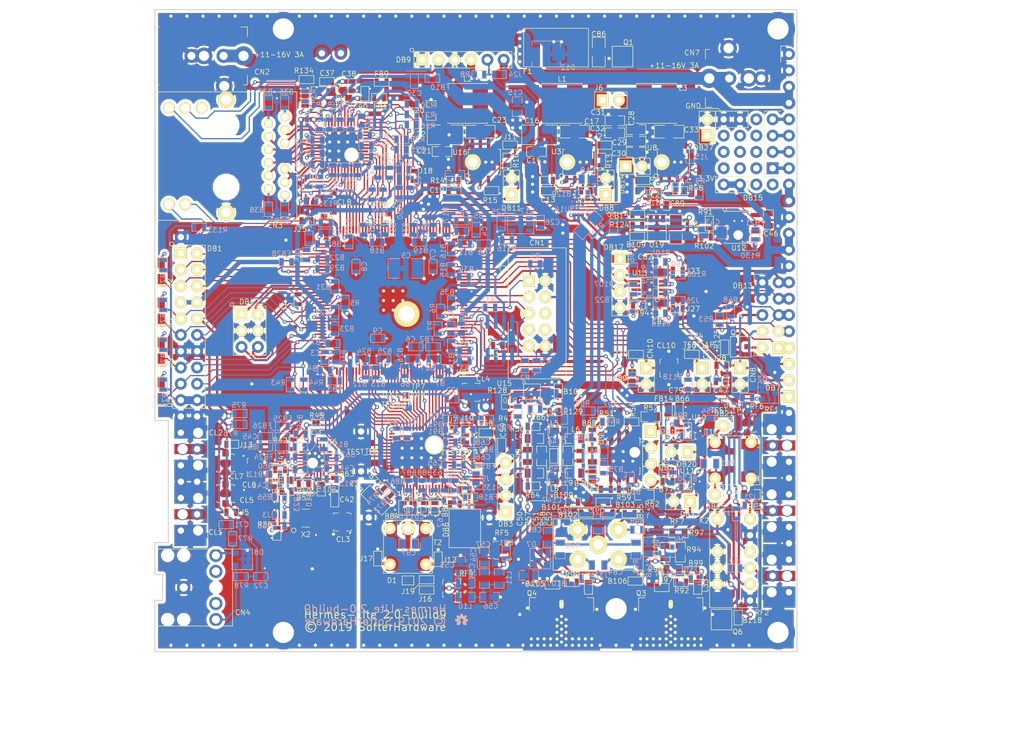
<source format=kicad_pcb>
(kicad_pcb (version 20211014) (generator pcbnew)
  (title_block (title "Hermes-Lite 2.0") (date "2019-08-11") (rev "2.0-build9") (company "SofterHardware") (comment 1 "KF7O Steve Haynal"))
  (layers (0 "F.Cu" signal) (1 "In1.Cu" signal) (2 "In2.Cu" signal) (31 "B.Cu" signal) (34 "B.Paste" user) (35 "F.Paste" user) (36 "B.SilkS" user "B.Silkscreen") (37 "F.SilkS" user "F.Silkscreen") (38 "B.Mask" user) (39 "F.Mask" user) (44 "Edge.Cuts" user))
  (net 0 "")
  (net 1 "+1V2")
  (net 2 "Net-(B38-Pad1)")
  (net 3 "Net-(CN3-Pad2)")
  (net 4 "Net-(CN3-Pad3)")
  (net 5 "Net-(CN3-Pad4)")
  (net 6 "Net-(CN3-Pad5)")
  (net 7 "Net-(B37-Pad1)")
  (net 8 "Net-(B39-Pad1)")
  (net 9 "Net-(CN3-Pad8)")
  (net 10 "Net-(CN3-Pad9)")
  (net 11 "Net-(CN3-Pad10)")
  (net 12 "Net-(CN3-Pad11)")
  (net 13 "Net-(B36-Pad1)")
  (net 14 "Net-(CN3-Pad13)")
  (net 15 "Net-(CN3-Pad14)")
  (net 16 "Net-(CN3-Pad15)")
  (net 17 "Net-(CN3-Pad16)")
  (net 18 "Net-(CN3-Pad17)")
  (net 19 "+2V5")
  (net 20 "+3V3")
  (net 21 "GND")
  (net 22 "Net-(B42-Pad1)")
  (net 23 "Veth")
  (net 24 "Net-(B54-Pad1)")
  (net 25 "Net-(B40-Pad1)")
  (net 26 "/Ethernet/TXD0")
  (net 27 "/Ethernet/TXD1")
  (net 28 "/Ethernet/TXD2")
  (net 29 "/Ethernet/TXD3")
  (net 30 "/Ethernet/RXD3")
  (net 31 "/Ethernet/RXD2")
  (net 32 "/Ethernet/RXD1")
  (net 33 "/Ethernet/RXD0")
  (net 34 "Net-(R25-Pad2)")
  (net 35 "Net-(R28-Pad1)")
  (net 36 "Net-(R26-Pad2)")
  (net 37 "Net-(R20-Pad2)")
  (net 38 "Net-(R27-Pad1)")
  (net 39 "Net-(C35-Pad1)")
  (net 40 "Net-(U4-Pad43)")
  (net 41 "Net-(C36-Pad1)")
  (net 42 "Net-(R34-Pad1)")
  (net 43 "Net-(B3-Pad1)")
  (net 44 "Net-(B9-Pad1)")
  (net 45 "Net-(U1-Pad5)")
  (net 46 "Net-(U1-Pad1)")
  (net 47 "Net-(R7-Pad1)")
  (net 48 "Net-(U1-Pad6)")
  (net 49 "Net-(R1-Pad2)")
  (net 50 "Net-(R6-Pad1)")
  (net 51 "Net-(CN1-Pad9)")
  (net 52 "Net-(CN1-Pad1)")
  (net 53 "Net-(CN1-Pad5)")
  (net 54 "Net-(CN1-Pad3)")
  (net 55 "Net-(B11-Pad1)")
  (net 56 "Net-(B5-Pad1)")
  (net 57 "Net-(B2-Pad1)")
  (net 58 "Net-(B8-Pad1)")
  (net 59 "Net-(R5-Pad1)")
  (net 60 "Net-(B10-Pad1)")
  (net 61 "Net-(B4-Pad1)")
  (net 62 "Net-(CN1-Pad6)")
  (net 63 "Net-(CN1-Pad7)")
  (net 64 "Net-(CN1-Pad8)")
  (net 65 "Net-(R1-Pad1)")
  (net 66 "Net-(U2-Pad10)")
  (net 67 "Net-(U2-Pad51)")
  (net 68 "Net-(U2-Pad65)")
  (net 69 "Net-(C71-Pad1)")
  (net 70 "Net-(C72-Pad1)")
  (net 71 "Net-(U2-Pad105)")
  (net 72 "Net-(U2-Pad106)")
  (net 73 "Net-(U2-Pad110)")
  (net 74 "Net-(U2-Pad111)")
  (net 75 "Net-(U2-Pad112)")
  (net 76 "Net-(U2-Pad113)")
  (net 77 "Net-(U2-Pad114)")
  (net 78 "Net-(U2-Pad115)")
  (net 79 "Net-(U2-Pad119)")
  (net 80 "Net-(U2-Pad120)")
  (net 81 "Net-(U2-Pad121)")
  (net 82 "Net-(U2-Pad125)")
  (net 83 "Net-(U2-Pad126)")
  (net 84 "Net-(U2-Pad132)")
  (net 85 "Net-(U2-Pad133)")
  (net 86 "Net-(U2-Pad135)")
  (net 87 "Net-(U2-Pad137)")
  (net 88 "Net-(U2-Pad141)")
  (net 89 "Net-(U2-Pad142)")
  (net 90 "Net-(U2-Pad143)")
  (net 91 "Net-(U2-Pad144)")
  (net 92 "Vlvds")
  (net 93 "Net-(R39-Pad1)")
  (net 94 "Net-(J4-Pad2)")
  (net 95 "Net-(B57-Pad2)")
  (net 96 "Net-(U6-Pad6)")
  (net 97 "Net-(U6-Pad7)")
  (net 98 "Net-(U6-Pad11)")
  (net 99 "Net-(U6-Pad12)")
  (net 100 "Net-(U6-Pad13)")
  (net 101 "Net-(U6-Pad14)")
  (net 102 "Net-(U6-Pad16)")
  (net 103 "Net-(R45-Pad2)")
  (net 104 "Net-(U6-Pad19)")
  (net 105 "Net-(R42-Pad2)")
  (net 106 "Net-(R41-Pad2)")
  (net 107 "Net-(B57-Pad1)")
  (net 108 "Net-(B59-Pad1)")
  (net 109 "Net-(B60-Pad1)")
  (net 110 "Net-(B61-Pad1)")
  (net 111 "Net-(B113-Pad1)")
  (net 112 "Net-(B114-Pad1)")
  (net 113 "Net-(B115-Pad1)")
  (net 114 "Net-(J4-Pad1)")
  (net 115 "RFFE_CLK")
  (net 116 "Net-(CL2-Pad1)")
  (net 117 "Net-(C13-Pad2)")
  (net 118 "Net-(C19-Pad2)")
  (net 119 "Net-(L1-Pad1)")
  (net 120 "Net-(L2-Pad1)")
  (net 121 "Net-(B116-Pad1)")
  (net 122 "Net-(B86-Pad1)")
  (net 123 "Net-(B88-Pad1)")
  (net 124 "Net-(B89-Pad1)")
  (net 125 "Net-(B90-Pad1)")
  (net 126 "Net-(TP5-Pad1)")
  (net 127 "Net-(B73-Pad2)")
  (net 128 "Net-(B72-Pad1)")
  (net 129 "Net-(B84-Pad2)")
  (net 130 "Net-(B83-Pad2)")
  (net 131 "Net-(R69-Pad2)")
  (net 132 "Net-(B85-Pad1)")
  (net 133 "Net-(J8-Pad2)")
  (net 134 "Net-(J7-Pad2)")
  (net 135 "Net-(J9-Pad2)")
  (net 136 "Net-(C59-Pad1)")
  (net 137 "Net-(TP6-Pad1)")
  (net 138 "Net-(J10-Pad2)")
  (net 139 "Net-(B83-Pad1)")
  (net 140 "Net-(B84-Pad1)")
  (net 141 "Net-(C58-Pad1)")
  (net 142 "Net-(DB6-Pad1)")
  (net 143 "Net-(DB6-Pad2)")
  (net 144 "Net-(T2-Pad2)")
  (net 145 "Net-(C49-Pad2)")
  (net 146 "Net-(C53-Pad2)")
  (net 147 "Net-(C49-Pad1)")
  (net 148 "Net-(B68-Pad1)")
  (net 149 "Net-(B68-Pad2)")
  (net 150 "Net-(B78-Pad1)")
  (net 151 "Net-(B78-Pad2)")
  (net 152 "Net-(C50-Pad1)")
  (net 153 "Net-(C50-Pad2)")
  (net 154 "Net-(C51-Pad1)")
  (net 155 "Net-(C51-Pad2)")
  (net 156 "Net-(B75-Pad1)")
  (net 157 "Net-(B75-Pad2)")
  (net 158 "/RF Frontend/Vop/2")
  (net 159 "Net-(R51-Pad1)")
  (net 160 "Net-(R55-Pad2)")
  (net 161 "Net-(R63-Pad1)")
  (net 162 "/PA/bias0")
  (net 163 "Net-(B105-Pad1)")
  (net 164 "Net-(B105-Pad2)")
  (net 165 "Net-(B106-Pad1)")
  (net 166 "Net-(B106-Pad2)")
  (net 167 "/PA/bias1")
  (net 168 "Net-(B97-Pad1)")
  (net 169 "Net-(B99-Pad1)")
  (net 170 "Net-(L33-Pad2)")
  (net 171 "Net-(L34-Pad2)")
  (net 172 "Net-(B97-Pad2)")
  (net 173 "Net-(B99-Pad2)")
  (net 174 "TXPAp")
  (net 175 "TXPAn")
  (net 176 "Net-(B98-Pad1)")
  (net 177 "Net-(DB8-Pad1)")
  (net 178 "Net-(DB11-Pad1)")
  (net 179 "PATRRX")
  (net 180 "Net-(B70-Pad1)")
  (net 181 "Net-(B70-Pad2)")
  (net 182 "Net-(B77-Pad1)")
  (net 183 "Net-(B77-Pad2)")
  (net 184 "Net-(C53-Pad1)")
  (net 185 "Net-(B81-Pad2)")
  (net 186 "Net-(RF1-Pad1)")
  (net 187 "Net-(DB21-Pad1)")
  (net 188 "Net-(DB25-Pad1)")
  (net 189 "Net-(R52-Pad2)")
  (net 190 "Net-(R59-Pad1)")
  (net 191 "Net-(B66-Pad2)")
  (net 192 "+VPA")
  (net 193 "+VOP")
  (net 194 "Net-(FB15-Pad1)")
  (net 195 "Net-(C27-Pad2)")
  (net 196 "Net-(L3-Pad1)")
  (net 197 "Net-(R102-Pad2)")
  (net 198 "Net-(U12-Pad2)")
  (net 199 "Net-(U12-Pad3)")
  (net 200 "Net-(U12-Pad6)")
  (net 201 "Net-(FB14-Pad2)")
  (net 202 "SCL2")
  (net 203 "SDA2")
  (net 204 "/Input Output/AIN2")
  (net 205 "/Input Output/AIN1")
  (net 206 "Net-(C80-Pad1)")
  (net 207 "Net-(C79-Pad1)")
  (net 208 "Net-(DB17-Pad2)")
  (net 209 "Net-(DB17-Pad3)")
  (net 210 "Net-(FB15-Pad2)")
  (net 211 "Net-(C85-Pad1)")
  (net 212 "Net-(C37-Pad1)")
  (net 213 "Net-(TP2-Pad1)")
  (net 214 "Net-(U2-Pad66)")
  (net 215 "Net-(B100-Pad2)")
  (net 216 "Net-(C86-Pad1)")
  (net 217 "Net-(D2-Pad2)")
  (net 218 "Net-(D3-Pad2)")
  (net 219 "Net-(D4-Pad2)")
  (net 220 "Net-(D5-Pad2)")
  (net 221 "Vipa")
  (net 222 "Net-(FB16-Pad2)")
  (net 223 "Net-(TP7-Pad1)")
  (net 224 "Net-(TP8-Pad1)")
  (net 225 "Net-(TP9-Pad1)")
  (net 226 "Net-(FB16-Pad1)")
  (net 227 "Net-(R128-Pad2)")
  (net 228 "Net-(R129-Pad2)")
  (net 229 "Net-(B109-Pad1)")
  (net 230 "Net-(FB21-Pad1)")
  (net 231 "Net-(FB21-Pad2)")
  (net 232 "+VBIAS")
  (net 233 "Net-(Q5-Pad1)")
  (net 234 "Net-(R135-Pad1)")
  (net 235 "VSUP")
  (net 236 "Net-(B94-Pad1)")
  (net 237 "Net-(C90-Pad1)")
  (net 238 "INTTR")
  (net 239 "/Input Output/CN8")
  (net 240 "EXTTR")
  (net 241 "/Input Output/SPR1")
  (net 242 "/Input Output/SPR2")
  (net 243 "/Input Output/SPR3")
  (net 244 "/Input Output/SPR4")
  (net 245 "VEXT")
  (net 246 "/Power and FPGA/enpwr")
  (net 247 "Net-(DB12-Pad1)")
  (net 248 "Net-(DB12-Pad2)")
  (net 249 "Net-(DB12-Pad5)")
  (net 250 "Net-(DB12-Pad6)")
  (net 251 "Net-(CL1-Pad1)")
  (net 252 "Net-(D2-Pad1)")
  (net 253 "Net-(D3-Pad1)")
  (net 254 "Net-(D4-Pad1)")
  (net 255 "Net-(D5-Pad1)")
  (net 256 "Net-(B56-Pad1)")
  (net 257 "Net-(CN4-Pad5)")
  (net 258 "Net-(CN4-Pad3)")
  (net 259 "Net-(CN4-Pad4)")
  (net 260 "Net-(CN4-Pad2)")
  (net 261 "Net-(DB1-Pad2)")
  (net 262 "Net-(DB1-Pad3)")
  (net 263 "Net-(DB1-Pad4)")
  (net 264 "Net-(DB1-Pad5)")
  (net 265 "Net-(DB1-Pad6)")
  (net 266 "Net-(CL6-Pad1)")
  (net 267 "Net-(CL8-Pad1)")
  (net 268 "SDA1")
  (net 269 "SCL1")
  (net 270 "Net-(J5-Pad2)")
  (net 271 "Net-(J13-Pad1)")
  (net 272 "Vtemp")
  (net 273 "Net-(R54-Pad2)")
  (net 274 "Net-(R61-Pad2)")
  (net 275 "Net-(Q2-Pad1)")
  (net 276 "Net-(B55-Pad1)")
  (net 277 "Net-(B55-Pad2)")
  (net 278 "Net-(B81-Pad1)")
  (net 279 "Net-(J14-Pad1)")
  (net 280 "Net-(J15-Pad2)")
  (net 281 "Net-(D1-Pad1)")
  (net 282 "Net-(C47-Pad1)")
  (net 283 "Net-(C82-Pad1)")
  (net 284 "Net-(C83-Pad1)")
  (net 285 "Net-(C91-Pad1)")
  (net 286 "Net-(CL10-Pad1)")
  (net 287 "Net-(CN9-Pad1)")
  (net 288 "Net-(D1-Pad2)")
  (net 289 "Net-(DB1-Pad1)")
  (net 290 "Net-(J18-Pad2)")
  (net 291 "Net-(J21-Pad2)")
  (net 292 "Net-(J2-Pad1)")
  (net 293 "Net-(J11-Pad1)")
  (footprint "HERMESLITE:MAGJACK" (layer "F.Cu") (at 81.1 62.8 90)
    (fp_text reference "CN3")
    (fp_text value "MagJack")
  )
  (footprint "HERMESLITE:LEDn" (layer "F.Cu") (at 71 80.7 -90)
    (fp_text reference "D2")
    (fp_text value "Led_Small")
  )
  (footprint "HERMESLITE:LEDn" (layer "F.Cu") (at 71 86.9 -90)
    (fp_text reference "D3")
    (fp_text value "Led_Small")
  )
  (footprint "HERMESLITE:LEDn" (layer "F.Cu") (at 71 93.1 -90)
    (fp_text reference "D4")
    (fp_text value "Led_Small")
  )
  (footprint "HERMESLITE:LEDn" (layer "F.Cu") (at 71 99.3 -90)
    (fp_text reference "D5")
    (fp_text value "Led_Small")
  )
  (footprint "HERMESLITE:KSZ9031" (layer "F.Cu") (at 99.316525 61.315)
    (fp_text reference "U4")
    (fp_text value "KSZ9031RN")
  )
  (footprint "HERMESLITE:SMD-0603" (layer "F.Cu") (at 93.4 54.2 90)
    (fp_text reference "C36")
    (fp_text value "15pF" hide)
  )
  (footprint "HERMESLITE:SMD-0603" (layer "F.Cu") (at 96.8 51.2 180)
    (fp_text reference "C37")
    (fp_text value "15pF" hide)
  )
  (footprint "HERMESLITE:SMD-0603" (layer "F.Cu") (at 100.7 51.9 -90)
    (fp_text reference "C38")
    (fp_text value "10uF" hide)
  )
  (footprint "HERMESLITE:SMD-0603" (layer "F.Cu") (at 102.7 53.1 90)
    (fp_text reference "C40")
    (fp_text value "10uF" hide)
  )
  (footprint "HERMESLITE:SMD-0603" (layer "F.Cu") (at 105.3 51.3 180)
    (fp_text reference "FB9")
    (fp_text value "FB" hide)
  )
  (footprint "HERMESLITE:SMD-0603" (layer "F.Cu") (at 104.9 53.7 180)
    (fp_text reference "FB11")
    (fp_text value "FB" hide)
  )
  (footprint "HERMESLITE:XTAL" (layer "F.Cu") (at 96.3 53.7 180)
    (fp_text reference "X1")
    (fp_text value "25MHz")
  )
  (footprint "HERMESLITE:CYCLONEIV" (layer "F.Cu") (at 107.1 85.3 180)
    (fp_text reference "U2")
    (fp_text value "FPGA")
  )
  (footprint "HERMESLITE:USBBLASTER" (layer "F.Cu") (at 129.5 87.3 -90)
    (fp_text reference "CN1")
    (fp_text value "USBBlaster2")
  )
  (footprint "HERMESLITE:SMD-0603" (layer "F.Cu") (at 123.4 92.3)
    (fp_text reference "B1")
    (fp_text value "0.1uF" hide)
  )
  (footprint "HERMESLITE:SMD-0603" (layer "F.Cu") (at 98 113.7 -90)
    (fp_text reference "B63")
    (fp_text value "0.1uF" hide)
  )
  (footprint "HERMESLITE:IDTVERSA" (layer "F.Cu") (at 95.055 110.120715 90)
    (fp_text reference "U6")
    (fp_text value "5P49V5923")
  )
  (footprint "HERMESLITE:SMD-0603" (layer "F.Cu") (at 95.9 114.6 90)
    (fp_text reference "B57")
    (fp_text value "0.1uF" hide)
  )
  (footprint "HERMESLITE:SMD-0603" (layer "F.Cu") (at 98 116.3 -90)
    (fp_text reference "C42")
    (fp_text value "DNI" hide)
  )
  (footprint "HERMESLITE:SMD-0603" (layer "F.Cu") (at 90.5 115)
    (fp_text reference "J4")
    (fp_text value "JNO" hide)
  )
  (footprint "HERMESLITE:SMD-0603" (layer "F.Cu") (at 89 121.5 -90)
    (fp_text reference "R38")
    (fp_text value "DNI" hide)
  )
  (footprint "HERMESLITE:SMD-0603" (layer "F.Cu") (at 90.5 113.3 180)
    (fp_text reference "R39")
    (fp_text value "130" hide)
  )
  (footprint "HERMESLITE:SMD-0603" (layer "F.Cu") (at 93.2 113.8)
    (fp_text reference "R40")
    (fp_text value "75" hide)
  )
  (footprint "HERMESLITE:SMD-0603" (layer "F.Cu") (at 89.5 111.6)
    (fp_text reference "R41")
    (fp_text value "33" hide)
  )
  (footprint "HERMESLITE:SMD-0603" (layer "F.Cu") (at 91.5 107.7 -90)
    (fp_text reference "R42")
    (fp_text value "33" hide)
  )
  (footprint "HERMESLITE:SMD-0603" (layer "F.Cu") (at 95.1 105 -90)
    (fp_text reference "R45")
    (fp_text value "33" hide)
  )
  (footprint "HERMESLITE:SMD-0603" (layer "F.Cu") (at 131.2 68.2)
    (fp_text reference "C13")
    (fp_text value "4.7nF" hide)
  )
  (footprint "HERMESLITE:SMD-0805" (layer "F.Cu") (at 129.4 62.1)
    (fp_text reference "C14")
    (fp_text value "22uF" hide)
  )
  (footprint "HERMESLITE:SMD-1210" (layer "F.Cu") (at 129.9 59.5)
    (fp_text reference "C16")
    (fp_text value "100uF" hide)
  )
  (footprint "HERMESLITE:SMD-0603" (layer "F.Cu") (at 139.5 63.5 90)
    (fp_text reference "R13")
    (fp_text value "10K" hide)
  )
  (footprint "HERMESLITE:SMD-0603" (layer "F.Cu") (at 131.2 66.6)
    (fp_text reference "R11")
    (fp_text value "35.7K" hide)
  )
  (footprint "HERMESLITE:SMD-0603" (layer "F.Cu") (at 137.1 68.2)
    (fp_text reference "R12")
    (fp_text value "11.5K" hide)
  )
  (footprint "HERMESLITE:SMD-0603" (layer "F.Cu") (at 140 61.1)
    (fp_text reference "J2")
    (fp_text value "JNC" hide)
  )
  (footprint "HERMESLITE:GENERICPSL" (layer "F.Cu") (at 133.4 54.6 180)
    (fp_text reference "L1")
    (fp_text value "3.3uH")
  )
  (footprint "HERMESLITE:ST1S10" (layer "F.Cu") (at 136 63.75)
    (fp_text reference "U3")
    (fp_text value "ST1S10")
  )
  (footprint "HERMESLITE:SMD-0603" (layer "F.Cu") (at 116.5 68.2)
    (fp_text reference "C19")
    (fp_text value "4.7nF" hide)
  )
  (footprint "HERMESLITE:SMD-0805" (layer "F.Cu") (at 113 55.7 90)
    (fp_text reference "C20")
    (fp_text value "22uF" hide)
  )
  (footprint "HERMESLITE:SMD-0805" (layer "F.Cu") (at 114.7 62.1)
    (fp_text reference "C21")
    (fp_text value "22uF" hide)
  )
  (footprint "HERMESLITE:SMD-1210" (layer "F.Cu") (at 115.2 59.5)
    (fp_text reference "C22")
    (fp_text value "100uF" hide)
  )
  (footprint "HERMESLITE:SMD-0603" (layer "F.Cu") (at 124.8 63.5 90)
    (fp_text reference "R16")
    (fp_text value "10K" hide)
  )
  (footprint "HERMESLITE:GENERICPSL" (layer "F.Cu") (at 118.7 54.6 180)
    (fp_text reference "L2")
    (fp_text value "2.2uH")
  )
  (footprint "HERMESLITE:SMD-0603" (layer "F.Cu") (at 116.5 66.6)
    (fp_text reference "R14")
    (fp_text value "10K" hide)
  )
  (footprint "HERMESLITE:SMD-0603" (layer "F.Cu") (at 122.4 68.2)
    (fp_text reference "R15")
    (fp_text value "20K" hide)
  )
  (footprint "HERMESLITE:SMD-0603" (layer "F.Cu") (at 125.3 61.1)
    (fp_text reference "J11")
    (fp_text value "JNC" hide)
  )
  (footprint "HERMESLITE:ST1S10" (layer "F.Cu") (at 121.3 63.75)
    (fp_text reference "U16")
    (fp_text value "ST1S10")
  )
  (footprint "HERMESLITE:AD9866" (layer "F.Cu") (at 111.5 109.8 -90)
    (fp_text reference "U7")
    (fp_text value "AD9866BCPZ")
  )
  (footprint "HERMESLITE:SMD-0603" (layer "F.Cu") (at 106.2 115.1 135)
    (fp_text reference "B73")
    (fp_text value "0.1uF" hide)
  )
  (footprint "HERMESLITE:SMD-1206" (layer "F.Cu") (at 104.4 116.4 135)
    (fp_text reference "C48")
    (fp_text value "10uF" hide)
  )
  (footprint "HERMESLITE:SMD-0603" (layer "F.Cu") (at 113.6 117.6 -90)
    (fp_text reference "B85")
    (fp_text value "0.1uF" hide)
  )
  (footprint "HERMESLITE:SMD-0603" (layer "F.Cu") (at 118.3 105.5 -90)
    (fp_text reference "J10")
    (fp_text value "JNC" hide)
  )
  (footprint "HERMESLITE:SMD-0603" (layer "F.Cu") (at 112 117.6 90)
    (fp_text reference "R69")
    (fp_text value "1.6K" hide)
  )
  (footprint "HERMESLITE:TP" (layer "F.Cu") (at 103.7 107.5)
    (fp_text reference "TP5")
    (fp_text value "TEST_1P")
  )
  (footprint "HERMESLITE:TP" (layer "F.Cu") (at 118.4 107.6)
    (fp_text reference "TP6")
    (fp_text value "TEST_1P")
  )
  (footprint "HERMESLITE:SMD-0603" (layer "F.Cu") (at 118.2 114.8 180)
    (fp_text reference "J7")
    (fp_text value "JNO" hide)
  )
  (footprint "HERMESLITE:SMD-0603" (layer "F.Cu") (at 116.7 117 180)
    (fp_text reference "J8")
    (fp_text value "JNO" hide)
  )
  (footprint "HERMESLITE:SMD-0603" (layer "F.Cu") (at 121.6 105.9)
    (fp_text reference "C58")
    (fp_text value "15pF" hide)
  )
  (footprint "HERMESLITE:SMD-0603" (layer "F.Cu") (at 124 107.9 90)
    (fp_text reference "C59")
    (fp_text value "15pF" hide)
  )
  (footprint "HERMESLITE:XTAL" (layer "F.Cu") (at 121.4 108.7 90)
    (fp_text reference "X3")
    (fp_text value "38.4MHz")
  )
  (footprint "HERMESLITE:SMD-0603" (layer "F.Cu") (at 110.2 117.6 90)
    (fp_text reference "B83")
    (fp_text value "0.1uF" hide)
  )
  (footprint "HERMESLITE:SMD-0603" (layer "F.Cu") (at 108.6 117.6 90)
    (fp_text reference "B84")
    (fp_text value "0.1uF" hide)
  )
  (footprint "HERMESLITE:SMD-0603" (layer "F.Cu") (at 114.1 125.6 90)
    (fp_text reference "J12")
    (fp_text value "JNO" hide)
  )
  (footprint "HERMESLITE:SMD-0603" (layer "F.Cu") (at 112.3 130.4 180)
    (fp_text reference "J16")
    (fp_text value "JNO" hide)
  )
  (footprint "HERMESLITE:TRANSFSMT" (layer "F.Cu") (at 109.4 123.6)
    (fp_text reference "T2")
    (fp_text value "8:1 Z")
  )
  (footprint "HERMESLITE:SMD-0603" (layer "F.Cu") (at 92.3 85.1 -90)
    (fp_text reference "R17")
    (fp_text value "100" hide)
  )
  (footprint "HERMESLITE:SMD-1206" (layer "F.Cu") (at 135.35 59 180)
    (fp_text reference "C17")
    (fp_text value "10uF" hide)
  )
  (footprint "HERMESLITE:SMD-1206" (layer "F.Cu") (at 120.65 59 180)
    (fp_text reference "C23")
    (fp_text value "10uF" hide)
  )
  (footprint "HERMESLITE:SOD323" (layer "F.Cu") (at 109.4 128.9)
    (fp_text reference "D1")
    (fp_text value "TVS" hide)
  )
  (footprint "HERMESLITE:SMD-0603" (layer "F.Cu") (at 138.1 106.2 -90)
    (fp_text reference "B68")
    (fp_text value "0.1uF" hide)
  )
  (footprint "HERMESLITE:SMD-0603" (layer "F.Cu") (at 138.1 112.7 90)
    (fp_text reference "B78")
    (fp_text value "0.1uF" hide)
  )
  (footprint "HERMESLITE:SMD-0805" (layer "F.Cu") (at 128 109.5 -90)
    (fp_text reference "C49")
    (fp_text value "75pF" hide)
  )
  (footprint "HERMESLITE:SMD-0805" (layer "F.Cu") (at 130.2 109.5 -90)
    (fp_text reference "C50")
    (fp_text value "150pF" hide)
  )
  (footprint "HERMESLITE:SMD-0805" (layer "F.Cu") (at 134.3 109.5 -90)
    (fp_text reference "C51")
    (fp_text value "160pF" hide)
  )
  (footprint "HERMESLITE:SMD-0805" (layer "F.Cu") (at 138.1 109.5 -90)
    (fp_text reference "C52")
    (fp_text value "100pF" hide)
  )
  (footprint "HERMESLITE:SMD-0805" (layer "F.Cu") (at 129 106.8)
    (fp_text reference "L4")
    (fp_text value "240nH" hide)
  )
  (footprint "HERMESLITE:SMD-0805" (layer "F.Cu") (at 132.2 106.5 90)
    (fp_text reference "L5")
    (fp_text value "270nH" hide)
  )
  (footprint "HERMESLITE:SMD-0805" (layer "F.Cu") (at 135.4 106.8)
    (fp_text reference "L6")
    (fp_text value "270nH" hide)
  )
  (footprint "HERMESLITE:SMD-0805" (layer "F.Cu") (at 129 112.2 180)
    (fp_text reference "L7")
    (fp_text value "240nH" hide)
  )
  (footprint "HERMESLITE:SMD-0805" (layer "F.Cu") (at 132.2 112.5 90)
    (fp_text reference "L8")
    (fp_text value "270nH" hide)
  )
  (footprint "HERMESLITE:SMD-0805" (layer "F.Cu") (at 135.4 112.2 180)
    (fp_text reference "L9")
    (fp_text value "270nH" hide)
  )
  (footprint "HERMESLITE:SMD-0603" (layer "F.Cu") (at 128.8 104.9)
    (fp_text reference "R50")
    (fp_text value "33" hide)
  )
  (footprint "HERMESLITE:SMD-0603" (layer "F.Cu") (at 132.1 109.5 90)
    (fp_text reference "R57")
    (fp_text value "1K" hide)
  )
  (footprint "HERMESLITE:SMD-0603" (layer "F.Cu") (at 136.2 109.5 90)
    (fp_text reference "R58")
    (fp_text value "1K" hide)
  )
  (footprint "HERMESLITE:SMD-0603" (layer "F.Cu") (at 128.8 114.2 180)
    (fp_text reference "R64")
    (fp_text value "33" hide)
  )
  (footprint "HERMESLITE:SMD-0603" (layer "F.Cu") (at 140.4 104.2 180)
    (fp_text reference "R51")
    (fp_text value "22" hide)
  )
  (footprint "HERMESLITE:SMD-0603" (layer "F.Cu") (at 144.2 104.2 180)
    (fp_text reference "R56")
    (fp_text value "330" hide)
  )
  (footprint "HERMESLITE:SMD-0603" (layer "F.Cu") (at 143 114.7 180)
    (fp_text reference "R59")
    (fp_text value "330" hide)
  )
  (footprint "HERMESLITE:SMD-0603" (layer "F.Cu") (at 140.2 114.7 180)
    (fp_text reference "R63")
    (fp_text value "22" hide)
  )
  (footprint "HERMESLITE:OPA2677" (layer "F.Cu") (at 144.8 106.7 180)
    (fp_text reference "U9")
    (fp_text value "OPA2677")
  )
  (footprint "HERMESLITE:4x1" (layer "F.Cu") (at 147.2 105.7 -90)
    (fp_text reference "DB2")
    (fp_text value "RFD4d")
  )
  (footprint "HERMESLITE:SMD-0603" (layer "F.Cu") (at 139.8 116.7 180)
    (fp_text reference "B101")
    (fp_text value "0.1uF" hide)
  )
  (footprint "HERMESLITE:SMD-0603" (layer "F.Cu") (at 137.1 118.4)
    (fp_text reference "B102")
    (fp_text value "0.1uF" hide)
  )
  (footprint "HERMESLITE:SMD-0603" (layer "F.Cu") (at 140.5 118.4 180)
    (fp_text reference "B103")
    (fp_text value "0.1uF" hide)
  )
  (footprint "HERMESLITE:SMD-0603" (layer "F.Cu") (at 131.9 129.6)
    (fp_text reference "B105")
    (fp_text value "0.1uF" hide)
  )
  (footprint "HERMESLITE:SMD-0603" (layer "F.Cu") (at 144.8 129)
    (fp_text reference "B106")
    (fp_text value "0.1uF" hide)
  )
  (footprint "HERMESLITE:SMD-0603" (layer "F.Cu") (at 154.5 129.9 -90)
    (fp_text reference "L33")
    (fp_text value "0nH" hide)
  )
  (footprint "HERMESLITE:SMD-0603" (layer "F.Cu") (at 137.5 129.9 -90)
    (fp_text reference "L34")
    (fp_text value "0nH" hide)
  )
  (footprint "HERMESLITE:COMBORFGNDnohole" (layer "F.Cu") (at 150.3 140 180)
    (fp_text reference "Q3")
    (fp_text value "LDMOS")
  )
  (footprint "HERMESLITE:COMBORFGNDnohole" (layer "F.Cu") (at 133.3 140 180)
    (fp_text reference "Q4")
    (fp_text value "LDMOS")
  )
  (footprint "HERMESLITE:SMD-0603" (layer "F.Cu") (at 151.9 129.2)
    (fp_text reference "R92")
    (fp_text value "270" hide)
  )
  (footprint "HERMESLITE:SMD-0805" (layer "F.Cu") (at 151.8 124.5 90)
    (fp_text reference "R94")
    (fp_text value "12" hide)
  )
  (footprint "HERMESLITE:SMD-0805" (layer "F.Cu") (at 151.5 121.5)
    (fp_text reference "R97")
    (fp_text value "1K" hide)
  )
  (footprint "HERMESLITE:SMD-0805" (layer "F.Cu") (at 150.6 127.2)
    (fp_text reference "R98")
    (fp_text value "1K" hide)
  )
  (footprint "HERMESLITE:SMD-0603" (layer "F.Cu") (at 134.9 129.2)
    (fp_text reference "R99")
    (fp_text value "270" hide)
  )
  (footprint "HERMESLITE:SMD-0805" (layer "F.Cu") (at 149.4 124.5 90)
    (fp_text reference "R100")
    (fp_text value "12" hide)
  )
  (footprint "HERMESLITE:SMD-0603" (layer "F.Cu") (at 148.9 130)
    (fp_text reference "B97")
    (fp_text value "0.1uF" hide)
  )
  (footprint "HERMESLITE:SMD-0603" (layer "F.Cu") (at 153.65 127.4 180)
    (fp_text reference "B99")
    (fp_text value "0.1uF" hide)
  )
  (footprint "HERMESLITE:SMD-0603" (layer "F.Cu") (at 135.1 116.7)
    (fp_text reference "B100")
    (fp_text value "0.1uF" hide)
  )
  (footprint "HERMESLITE:BN202V" (layer "F.Cu") (at 139 123.3 90)
    (fp_text reference "T3")
    (fp_text value "4:1 Z")
  )
  (footprint "HERMESLITE:4x1" (layer "F.Cu") (at 124.6 118.2 90)
    (fp_text reference "DB3")
    (fp_text value "RFD4d")
  )
  (footprint "HERMESLITE:SMD-0603" (layer "F.Cu") (at 149.8 105.5 180)
    (fp_text reference "B70")
    (fp_text value "0.1uF" hide)
  )
  (footprint "HERMESLITE:SMD-0603" (layer "F.Cu") (at 149.8 113.5 180)
    (fp_text reference "B77")
    (fp_text value "0.1uF" hide)
  )
  (footprint "HERMESLITE:SMD-0805" (layer "F.Cu") (at 147.2 103.4 180)
    (fp_text reference "R52")
    (fp_text value "12" hide)
  )
  (footprint "HERMESLITE:SMD-0805" (layer "F.Cu") (at 146.2 115.6 180)
    (fp_text reference "R62")
    (fp_text value "12" hide)
  )
  (footprint "HERMESLITE:PE4259" (layer "F.Cu") (at 153.9 106.2 90)
    (fp_text reference "U10")
    (fp_text value "PE4259")
  )
  (footprint "HERMESLITE:PE4259" (layer "F.Cu") (at 153.9 114.2 90)
    (fp_text reference "U11")
    (fp_text value "PE4259")
  )
  (footprint "HERMESLITE:2x1smt" (layer "F.Cu") (at 117 119.1)
    (fp_text reference "DB6")
    (fp_text value "RFD2b")
  )
  (footprint "HERMESLITE:DPDT_GND" (layer "F.Cu") (at 160.1 124.4 -90)
    (fp_text reference "K2")
    (fp_text value "NA3WK-K")
  )
  (footprint "HERMESLITE:SMAEDGE_TH_R" (layer "F.Cu") (at 169.9 107.88 90)
    (fp_text reference "RF1")
    (fp_text value "SMA/BNC" hide)
  )
  (footprint "HERMESLITE:SMAEDGE_TH_R" (layer "F.Cu") (at 169.9 128.2 90)
    (fp_text reference "RF2")
    (fp_text value "SMA/BNC" hide)
  )
  (footprint "HERMESLITE:TRANSFSMT4" (layer "F.Cu") (at 160 110.2 90)
    (fp_text reference "T1")
    (fp_text value "1:1 Z")
  )
  (footprint "HERMESLITE:2x1" (layer "F.Cu") (at 152.9 108.9 180)
    (fp_text reference "DB20")
    (fp_text value "RFD2b")
  )
  (footprint "HERMESLITE:2x1" (layer "F.Cu") (at 153.3 116.6 180)
    (fp_text reference "DB23")
    (fp_text value "RFD2b")
  )
  (footprint "HERMESLITE:SMD-0805" (layer "F.Cu") (at 162.7 115.5)
    (fp_text reference "C81")
    (fp_text value "100pF" hide)
  )
  (footprint "HERMESLITE:FUSE" (layer "F.Cu") (at 132.5 45.9)
    (fp_text reference "F1")
    (fp_text value "3A@20V")
  )
  (footprint "HERMESLITE:SOT23_3" (layer "F.Cu") (at 142.8 48.3)
    (fp_text reference "Q1")
    (fp_text value "DMP3099L")
  )
  (footprint "HERMESLITE:2x1" (layer "F.Cu") (at 140.2 68.8 90)
    (fp_text reference "DB8")
    (fp_text value "RFD2b")
  )
  (footprint "HERMESLITE:2x1" (layer "F.Cu") (at 125.5 68.8 90)
    (fp_text reference "DB11")
    (fp_text value "RFD2b")
  )
  (footprint "HERMESLITE:SMD-0603" (layer "F.Cu") (at 145.9 68.2)
    (fp_text reference "C27")
    (fp_text value "4.7nF" hide)
  )
  (footprint "HERMESLITE:SMD-0805" (layer "F.Cu") (at 144.9 58.7)
    (fp_text reference "C28")
    (fp_text value "22uF" hide)
  )
  (footprint "HERMESLITE:SMD-0805" (layer "F.Cu") (at 144.9 60.5)
    (fp_text reference "C29")
    (fp_text value "22uF" hide)
  )
  (footprint "HERMESLITE:SMD-0805" (layer "F.Cu") (at 144.9 62.2)
    (fp_text reference "C30")
    (fp_text value "22uF" hide)
  )
  (footprint "HERMESLITE:SMD-0805" (layer "F.Cu") (at 141.6 57.3 180)
    (fp_text reference "C31")
    (fp_text value "22uF" hide)
  )
  (footprint "HERMESLITE:SMD-0805" (layer "F.Cu") (at 141.6 59.2 180)
    (fp_text reference "C32")
    (fp_text value "22uF" hide)
  )
  (footprint "HERMESLITE:SMD-1206" (layer "F.Cu") (at 150.05 59 180)
    (fp_text reference "C33")
    (fp_text value "10uF" hide)
  )
  (footprint "HERMESLITE:2x1" (layer "F.Cu") (at 143.3 64.4)
    (fp_text reference "DB14")
    (fp_text value "RFD2b")
  )
  (footprint "HERMESLITE:GENERICPSL" (layer "F.Cu") (at 148.1 54.6 180)
    (fp_text reference "L3")
    (fp_text value "3.3uH")
  )
  (footprint "HERMESLITE:SMD-0603" (layer "F.Cu") (at 145.9 66.6)
    (fp_text reference "R19")
    (fp_text value "16.2K" hide)
  )
  (footprint "HERMESLITE:SMD-0603" (layer "F.Cu") (at 151.8 68.2)
    (fp_text reference "R46")
    (fp_text value "1.8K" hide)
  )
  (footprint "HERMESLITE:ST1S10" (layer "F.Cu") (at 150.7 63.75)
    (fp_text reference "U8")
    (fp_text value "ST1S10")
  )
  (footprint "HERMESLITE:2x1" (layer "F.Cu") (at 156 59.62 90)
    (fp_text reference "DB27")
    (fp_text value "RFD2b")
  )
  (footprint "HERMESLITE:SMD-0603" (layer "F.Cu") (at 145.1 71.9)
    (fp_text reference "FB15")
    (fp_text value "FB" hide)
  )
  (footprint "HERMESLITE:SMAEDGE_TH_R" (layer "F.Cu") (at 169.9 118.04 90)
    (fp_text reference "RF3")
    (fp_text value "SMA" hide)
  )
  (footprint "HERMESLITE:SMD-0805" (layer "F.Cu") (at 165.5 72.7 -90)
    (fp_text reference "C46")
    (fp_text value "1uF" hide)
  )
  (footprint "HERMESLITE:SMD-0603" (layer "F.Cu") (at 156.3 73.3 -90)
    (fp_text reference "R91")
    (fp_text value "11.5K" hide)
  )
  (footprint "HERMESLITE:SMD-0603" (layer "F.Cu") (at 155.8 75.4)
    (fp_text reference "R102")
    (fp_text value "1.6K" hide)
  )
  (footprint "HERMESLITE:ap2204" (layer "F.Cu") (at 160.8 73.9)
    (fp_text reference "U12")
    (fp_text value "AP2204")
  )
  (footprint "HERMESLITE:SOT23_3" (layer "F.Cu") (at 160.2 92.5 -90)
    (fp_text reference "Q5")
    (fp_text value "NUD3124")
  )
  (footprint "HERMESLITE:SMD-0603" (layer "F.Cu") (at 158.7 92.6 90)
    (fp_text reference "R125")
    (fp_text value "4.7K" hide)
  )
  (footprint "HERMESLITE:SMD-0603" (layer "F.Cu") (at 151.6 102.3 -90)
    (fp_text reference "B66")
    (fp_text value "0.1uF" hide)
  )
  (footprint "HERMESLITE:SMD-0603" (layer "F.Cu") (at 149.9 102.3 90)
    (fp_text reference "FB14")
    (fp_text value "FB" hide)
  )
  (footprint "HERMESLITE:SMD-0603" (layer "F.Cu") (at 132.8 99.4 -90)
    (fp_text reference "B108")
    (fp_text value "0.1uF" hide)
  )
  (footprint "HERMESLITE:SMD-0603" (layer "F.Cu") (at 145.2 86)
    (fp_text reference "B94")
    (fp_text value "0.1uF" hide)
  )
  (footprint "HERMESLITE:4x1" (layer "F.Cu") (at 142.4 78.8 -90)
    (fp_text reference "DB17")
    (fp_text value "RFD4b")
  )
  (footprint "HERMESLITE:MAX11613" (layer "F.Cu") (at 147 83.3 90)
    (fp_text reference "U13")
    (fp_text value "MAX11613")
  )
  (footprint "HERMESLITE:SMD-0603" (layer "F.Cu") (at 148.7 79.3 180)
    (fp_text reference "C82")
    (fp_text value "4.7nF" hide)
  )
  (footprint "HERMESLITE:SMD-0603" (layer "F.Cu") (at 148.7 87.3 180)
    (fp_text reference "C83")
    (fp_text value "4.7nF" hide)
  )
  (footprint "HERMESLITE:SMD-0603" (layer "F.Cu") (at 158.1 97.9)
    (fp_text reference "C47")
    (fp_text value "1uF" hide)
  )
  (footprint "HERMESLITE:SMD-0603" (layer "F.Cu") (at 153 98.4 -90)
    (fp_text reference "C79")
    (fp_text value "1uF" hide)
  )
  (footprint "HERMESLITE:SMD-0603" (layer "F.Cu") (at 144.3 97.1 -90)
    (fp_text reference "C80")
    (fp_text value "1uF" hide)
  )
  (footprint "HERMESLITE:2x1" (layer "F.Cu") (at 161.1 95.8 -90)
    (fp_text reference "CN8")
    (fp_text value "RFD2b")
  )
  (footprint "HERMESLITE:2x1" (layer "F.Cu") (at 155.2 95.8 -90)
    (fp_text reference "CN9")
    (fp_text value "RFD2b")
  )
  (footprint "HERMESLITE:2x1" (layer "F.Cu") (at 146.5 95.8 -90)
    (fp_text reference "CN10")
    (fp_text value "RFD2b")
  )
  (footprint "HERMESLITE:GNDTAP" (layer "F.Cu") (at 90.4 75.9)
    (fp_text reference "GT1" hide)
    (fp_text value "DNI" hide)
  )
  (footprint "HERMESLITE:GNDTAP" (layer "F.Cu") (at 94.5 127.1)
    (fp_text reference "GT2" hide)
    (fp_text value "DNI" hide)
  )
  (footprint "HERMESLITE:GNDTAP" (layer "F.Cu") (at 85.1 98.3)
    (fp_text reference "GT3" hide)
    (fp_text value "DNI" hide)
  )
  (footprint "HERMESLITE:GNDTAP" (layer "F.Cu") (at 155.8 83.9)
    (fp_text reference "GT4" hide)
    (fp_text value "DNI" hide)
  )
  (footprint "HERMESLITE:m3" (layer "F.Cu") (at 90 43)
    (fp_text reference "MH1" hide)
    (fp_text value "DNI" hide)
  )
  (footprint "HERMESLITE:m3" (layer "F.Cu") (at 73 137)
    (fp_text reference "MH2" hide)
    (fp_text value "DNI" hide)
  )
  (footprint "HERMESLITE:m3" (layer "F.Cu") (at 167 137)
    (fp_text reference "MH3" hide)
    (fp_text value "DNI" hide)
  )
  (footprint "HERMESLITE:m3" (layer "F.Cu") (at 167 43)
    (fp_text reference "MH4" hide)
    (fp_text value "DNI" hide)
  )
  (footprint "HERMESLITE:m3" (layer "F.Cu") (at 141.8 133.3)
    (fp_text reference "MH5" hide)
    (fp_text value "DNI" hide)
  )
  (footprint "HERMESLITE:TP" (layer "F.Cu") (at 106.4 71.7)
    (fp_text reference "TP2")
    (fp_text value "TEST_1P")
  )
  (footprint "HERMESLITE:1x1" (layer "F.Cu") (at 158.5 104.8)
    (fp_text reference "DB21")
    (fp_text value "DNI")
  )
  (footprint "HERMESLITE:1x1" (layer "F.Cu") (at 157.2 115.5)
    (fp_text reference "DB25")
    (fp_text value "DNI")
  )
  (footprint "HERMESLITE:SMD-0603" (layer "F.Cu") (at 160.8 134.7 90)
    (fp_text reference "B118")
    (fp_text value "0.1uF" hide)
  )
  (footprint "HERMESLITE:SOT23_3" (layer "F.Cu") (at 159.2 135 90)
    (fp_text reference "Q6")
    (fp_text value "MCP9700")
  )
  (footprint "HERMESLITE:SMD-1206" (layer "F.Cu") (at 139.1 46.6 -90)
    (fp_text reference "C86")
    (fp_text value "10uF" hide)
  )
  (footprint "HERMESLITE:SMD-0603" (layer "F.Cu") (at 126.5 102.6 -90)
    (fp_text reference "R47")
    (fp_text value "9.1K" hide)
  )
  (footprint "HERMESLITE:SMD-0603" (layer "F.Cu") (at 129.2 102.2 180)
    (fp_text reference "R66")
    (fp_text value "9.1K" hide)
  )
  (footprint "HERMESLITE:SMD-0603" (layer "F.Cu") (at 145.1 73.6)
    (fp_text reference "R124")
    (fp_text value "4.7K" hide)
  )
  (footprint "HERMESLITE:TP" (layer "F.Cu") (at 109.1 98.7)
    (fp_text reference "TP7")
    (fp_text value "TEST_1P")
  )
  (footprint "HERMESLITE:TP" (layer "F.Cu") (at 109.1 100.1)
    (fp_text reference "TP8")
    (fp_text value "TEST_1P")
  )
  (footprint "HERMESLITE:SOIC-10" (layer "F.Cu") (at 128.7 99.5 -90)
    (fp_text reference "U15")
    (fp_text value "MCP4662")
  )
  (footprint "HERMESLITE:SMD-0603" (layer "F.Cu") (at 124.6 101.1 -90)
    (fp_text reference "R128")
    (fp_text value "10K" hide)
  )
  (footprint "HERMESLITE:SMD-0603" (layer "F.Cu") (at 132.2 102.6 180)
    (fp_text reference "R129")
    (fp_text value "10K" hide)
  )
  (footprint "HERMESLITE:SMD-0603" (layer "F.Cu") (at 145.1 75.3 180)
    (fp_text reference "B109")
    (fp_text value "0.1uF" hide)
  )
  (footprint "HERMESLITE:SMD-0805" (layer "F.Cu") (at 148.6 70.5 180)
    (fp_text reference "C89")
    (fp_text value "1uF" hide)
  )
  (footprint "HERMESLITE:2x1" (layer "F.Cu") (at 139.7 54.1)
    (fp_text reference "J6")
    (fp_text value "RFD2b")
  )
  (footprint "HERMESLITE:SOT23" (layer "F.Cu") (at 149.1 72.6 180)
    (fp_text reference "U19")
    (fp_text value "LP2985")
  )
  (footprint "HERMESLITE:TP" (layer "F.Cu") (at 160.3 101)
    (fp_text reference "TP1")
    (fp_text value "TEST_1P")
  )
  (footprint "HERMESLITE:TP" (layer "F.Cu") (at 156.1 90.8)
    (fp_text reference "TP4")
    (fp_text value "TEST_1P")
  )
  (footprint "HERMESLITE:SMD-0603" (layer "F.Cu") (at 93.6 50.9)
    (fp_text reference "R134")
    (fp_text value "270" hide)
  )
  (footprint "HERMESLITE:m1d1" (layer "F.Cu") (at 74.04 75.42)
    (fp_text reference "MH6" hide)
    (fp_text value "DNI" hide)
  )
  (footprint "HERMESLITE:SMD-1206" (layer "F.Cu") (at 151.1 74.2 90)
    (fp_text reference "C88")
    (fp_text value "10uF" hide)
  )
  (footprint "HERMESLITE:PWRBARREL2" (layer "F.Cu") (at 80.8 47.2)
    (fp_text reference "CN2")
    (fp_text value "PS")
  )
  (footprint "HERMESLITE:PWRBARREL2" (layer "F.Cu") (at 159.3 50.7 180)
    (fp_text reference "CN7")
    (fp_text value "PS")
  )
  (footprint "HERMESLITE:6x1" (layer "F.Cu") (at 111.6 47.8)
    (fp_text reference "DB9")
    (fp_text value "IO6b")
  )
  (footprint "HERMESLITE:3x2" (layer "F.Cu") (at 83.5 90)
    (fp_text reference "DB12")
    (fp_text value "IO6b")
  )
  (footprint "HERMESLITE:SMAEDGE_TH_L" (layer "F.Cu") (at 72.84 118.6 -90)
    (fp_text reference "CL1")
    (fp_text value "SMA" hide)
  )
  (footprint "HERMESLITE:SMAEDGE_TH_L" (layer "F.Cu") (at 72.84 108.44 -90)
    (fp_text reference "CL2")
    (fp_text value "SMA" hide)
  )
  (footprint "HERMESLITE:STEREO" (layer "F.Cu") (at 70 130)
    (fp_text reference "CN4")
    (fp_text value "STEREO")
  )
  (footprint "HERMESLITE:10x2" (layer "F.Cu") (at 75.31 89.39 -90)
    (fp_text reference "DB1")
    (fp_text value "IO20")
  )
  (footprint "HERMESLITE:UFL" (layer "F.Cu") (at 99.2 119.8 180)
    (fp_text reference "CL3")
    (fp_text value "uFL")
  )
  (footprint "HERMESLITE:UFL" (layer "F.Cu") (at 81 115.4)
    (fp_text reference "CL5")
    (fp_text value "uFL")
  )
  (footprint "HERMESLITE:UFL" (layer "F.Cu") (at 85.8 111.3 90)
    (fp_text reference "CL6")
    (fp_text value "uFL")
  )
  (footprint "HERMESLITE:UFL" (layer "F.Cu") (at 81 110.6 180)
    (fp_text reference "CL7")
    (fp_text value "uFL")
  )
  (footprint "HERMESLITE:UFL" (layer "F.Cu") (at 96.3 70.8)
    (fp_text reference "CL8")
    (fp_text value "uFL")
  )
  (footprint "HERMESLITE:22x1" (layer "F.Cu") (at 168.7 100.26 90)
    (fp_text reference "DB7")
    (fp_text value "IO22")
  )
  (footprint "HERMESLITE:5x2" (layer "F.Cu") (at 167.1 92.64 90)
    (fp_text reference "DB13")
    (fp_text value "IO10")
  )
  (footprint "HERMESLITE:4x5" (layer "F.Cu") (at 158.54 67.24)
    (fp_text reference "DB15")
    (fp_text value "IO6b")
  )
  (footprint "HERMESLITE:UFL" (layer "F.Cu") (at 150 95.8 -90)
    (fp_text reference "CL10")
    (fp_text value "uFL")
  )
  (footprint "HERMESLITE:UFL" (layer "F.Cu") (at 119.2 99.6)
    (fp_text reference "CL4")
    (fp_text value "uFL")
  )
  (footprint "HERMESLITE:m1d1" (layer "F.Cu") (at 121.5 101.8)
    (fp_text reference "GT5" hide)
    (fp_text value "DNI" hide)
  )
  (footprint "HERMESLITE:m1d1" (layer "F.Cu") (at 122.08 119.1)
    (fp_text reference "GT6" hide)
    (fp_text value "DNI" hide)
  )
  (footprint "HERMESLITE:m1d1" (layer "F.Cu") (at 102.1 111.9)
    (fp_text reference "GT7" hide)
    (fp_text value "DNI" hide)
  )
  (footprint "HERMESLITE:m1d1" (layer "F.Cu") (at 102.1 105.7)
    (fp_text reference "GT8" hide)
    (fp_text value "DNI" hide)
  )
  (footprint "HERMESLITE:m1d1" (layer "F.Cu") (at 103.3 119.1)
    (fp_text reference "GT9" hide)
    (fp_text value "DNI" hide)
  )
  (footprint "HERMESLITE:UFL" (layer "F.Cu") (at 116.2 130.1 -90)
    (fp_text reference "RF4")
    (fp_text value "uFL")
  )
  (footprint "HERMESLITE:UFL" (layer "F.Cu") (at 124.1 124.2)
    (fp_text reference "RF5")
    (fp_text value "uFL")
  )
  (footprint "HERMESLITE:UFL" (layer "F.Cu") (at 162.2 104.4)
    (fp_text reference "RF6")
    (fp_text value "uFL")
  )
  (footprint "HERMESLITE:SMD-0603" (layer "F.Cu") (at 143.9 118.5)
    (fp_text reference "B55")
    (fp_text value "0.1uF" hide)
  )
  (footprint "HERMESLITE:UFL" (layer "F.Cu") (at 148.1 119.8 -90)
    (fp_text reference "RF7")
    (fp_text value "uFL")
  )
  (footprint "HERMESLITE:SMD-0603" (layer "F.Cu") (at 104.7 125.5 -90)
    (fp_text reference "J17")
    (fp_text value "JNC" hide)
  )
  (footprint "HERMESLITE:SMD-0603" (layer "F.Cu") (at 110.4 65.9 -90)
    (fp_text reference "J18")
    (fp_text value "JNC" hide)
  )
  (footprint "HERMESLITE:SMD-0603" (layer "F.Cu") (at 112.3 128.8)
    (fp_text reference "J19")
    (fp_text value "JNC" hide)
  )
  (footprint "HERMESLITE:SMD-0603" (layer "F.Cu") (at 151.4 80.6)
    (fp_text reference "J23")
    (fp_text value "JNC" hide)
  )
  (footprint "HERMESLITE:SMD-0603" (layer "F.Cu") (at 93.6 72.9 180)
    (fp_text reference "J25")
    (fp_text value "JNC" hide)
  )
  (footprint "HERMESLITE:SMD-0603" (layer "F.Cu") (at 151.4 86.6)
    (fp_text reference "J27")
    (fp_text value "JNC" hide)
  )
  (footprint "HERMESLITE:SMD-0603" (layer "F.Cu") (at 158.2 95.4 180)
    (fp_text reference "J28")
    (fp_text value "JNC" hide)
  )
  (footprint "HERMESLITE:SMD-0603" (layer "F.Cu") (at 153.6 93.7 180)
    (fp_text reference "J29")
    (fp_text value "JNC" hide)
  )
  (footprint "HERMESLITE:SMD-0603" (layer "F.Cu") (at 144.9 93.7 180)
    (fp_text reference "J30")
    (fp_text value "JNC" hide)
  )
  (footprint "HERMESLITE:GNDTAP" (layer "F.Cu") (at 90.3 84.5)
    (fp_text reference "GT10" hide)
    (fp_text value "DNI" hide)
  )
  (footprint "HERMESLITE:GNDTAP" (layer "F.Cu") (at 153.9 87.7)
    (fp_text reference "GT11" hide)
    (fp_text value "DNI" hide)
  )
  (footprint "HERMESLITE:GNDTAP" (layer "F.Cu") (at 159.2 121)
    (fp_text reference "GT12" hide)
    (fp_text value "DNI" hide)
  )
  (footprint "HERMESLITE:GNDTAP" (layer "F.Cu") (at 90.6 102.8)
    (fp_text reference "GT13" hide)
    (fp_text value "DNI" hide)
  )
  (footprint "HERMESLITE:GNDTAP" (layer "F.Cu") (at 166.5 96.5)
    (fp_text reference "GT14" hide)
    (fp_text value "DNI" hide)
  )
  (footprint "HERMESLITE:SMALLOSC" (layer "F.Cu") (at 93.5 119.2)
    (fp_text reference "X2")
    (fp_text value "38.4MHz")
  )
  (footprint "HERMESLITE:m1d1" (layer "F.Cu") (at 96 46.8)
    (fp_text reference "MH8" hide)
    (fp_text value "DNI" hide)
  )
  (footprint "HERMESLITE:m1d1" (layer "F.Cu") (at 98.95 46.8)
    (fp_text reference "MH7" hide)
    (fp_text value "DNI" hide)
  )
  (footprint "HERMESLITE:SMD-0603" (layer "F.Cu") (at 81.9 107.7 180)
    (fp_text reference "J13")
    (fp_text value "JNC" hide)
  )
  (footprint "HERMESLITE:SMD-0603" (layer "F.Cu") (at 81.9 118.3)
    (fp_text reference "J5")
    (fp_text value "JNC" hide)
  )
  (footprint "HERMESLITE:OSHW-logo_silkscreen-front_2mm" (layer "F.Cu") (at 117.75 135)
    (fp_text reference "G***" hide)
    (fp_text value "OSHW-logo_silkscreen-front_2mm" hide)
  )
  (footprint "HERMESLITE:SMD-0603" (layer "B.Cu") (at 95.6 57.9 -90)
    (fp_text reference "B42")
    (fp_text value "0.1uF" hide)
  )
  (footprint "HERMESLITE:SMD-0603" (layer "B.Cu") (at 95.3 64.1)
    (fp_text reference "B43")
    (fp_text value "0.1uF" hide)
  )
  (footprint "HERMESLITE:SMD-0603" (layer "B.Cu") (at 97.2 57.9 -90)
    (fp_text reference "B44")
    (fp_text value "0.1uF" hide)
  )
  (footprint "HERMESLITE:SMD-0603" (layer "B.Cu") (at 97.7 65 90)
    (fp_text reference "B45")
    (fp_text value "0.1uF" hide)
  )
  (footprint "HERMESLITE:SMD-0603" (layer "B.Cu") (at 99.6 65 90)
    (fp_text reference "B46")
    (fp_text value "0.1uF" hide)
  )
  (footprint "HERMESLITE:SMD-0603" (layer "B.Cu") (at 101.5 65 90)
    (fp_text reference "B47")
    (fp_text value "0.1uF" hide)
  )
  (footprint "HERMESLITE:SMD-0603" (layer "B.Cu") (at 102.9 62.9 180)
    (fp_text reference "B48")
    (fp_text value "0.1uF" hide)
  )
  (footprint "HERMESLITE:SMD-0603" (layer "B.Cu") (at 102.9 61.2 180)
    (fp_text reference "B49")
    (fp_text value "0.1uF" hide)
  )
  (footprint "HERMESLITE:SMD-0603" (layer "B.Cu") (at 102.2 57.3 -90)
    (fp_text reference "B50")
    (fp_text value "0.1uF" hide)
  )
  (footprint "HERMESLITE:SMD-0603" (layer "B.Cu") (at 95.6 66.8 90)
    (fp_text reference "B51")
    (fp_text value "0.1uF" hide)
  )
  (footprint "HERMESLITE:SMD-0603" (layer "B.Cu") (at 102.7 59.6 180)
    (fp_text reference "B52")
    (fp_text value "0.1uF" hide)
  )
  (footprint "HERMESLITE:SMD-0603" (layer "B.Cu") (at 100.5 57.9 -90)
    (fp_text reference "B53")
    (fp_text value "0.1uF" hide)
  )
  (footprint "HERMESLITE:SMD-0603" (layer "B.Cu") (at 98.8 57.9 -90)
    (fp_text reference "B54")
    (fp_text value "0.1uF" hide)
  )
  (footprint "HERMESLITE:SMD-0603" (layer "B.Cu") (at 95.3 60.3)
    (fp_text reference "B40")
    (fp_text value "0.1uF" hide)
  )
  (footprint "HERMESLITE:SMD-0603" (layer "B.Cu") (at 95.3 62.4)
    (fp_text reference "B41")
    (fp_text value "0.1uF" hide)
  )
  (footprint "HERMESLITE:SMD-0603" (layer "B.Cu") (at 110.4 51.15 -90)
    (fp_text reference "C39")
    (fp_text value "10uF" hide)
  )
  (footprint "HERMESLITE:SMD-0603" (layer "B.Cu") (at 113.2 50.7)
    (fp_text reference "FB10")
    (fp_text value "FB" hide)
  )
  (footprint "HERMESLITE:SMD-0603" (layer "B.Cu") (at 90.2 54.5 90)
    (fp_text reference "B36")
    (fp_text value "0.1uF" hide)
  )
  (footprint "HERMESLITE:SMD-0603" (layer "B.Cu") (at 87.7 54.5 90)
    (fp_text reference "B37")
    (fp_text value "0.1uF" hide)
  )
  (footprint "HERMESLITE:SMD-0603" (layer "B.Cu") (at 87.7 71.1 -90)
    (fp_text reference "B38")
    (fp_text value "0.1uF" hide)
  )
  (footprint "HERMESLITE:SMD-0603" (layer "B.Cu") (at 90.2 71.1 -90)
    (fp_text reference "B39")
    (fp_text value "0.1uF" hide)
  )
  (footprint "HERMESLITE:SMD-0603" (layer "B.Cu") (at 93.4 53.5 90)
    (fp_text reference "R34")
    (fp_text value "12.1K" hide)
  )
  (footprint "HERMESLITE:SMD-0603" (layer "B.Cu") (at 109.7 67 -90)
    (fp_text reference "C35")
    (fp_text value "10uF" hide)
  )
  (footprint "HERMESLITE:SMD-0603" (layer "B.Cu") (at 110 54.7 180)
    (fp_text reference "R20")
    (fp_text value "2.2K" hide)
  )
  (footprint "HERMESLITE:SMD-0603" (layer "B.Cu") (at 103.8 68.8 90)
    (fp_text reference "R21")
    (fp_text value "10K" hide)
  )
  (footprint "HERMESLITE:SMD-0603" (layer "B.Cu") (at 104.7 65.4 -90)
    (fp_text reference "R22")
    (fp_text value "10K" hide)
  )
  (footprint "HERMESLITE:SMD-0603" (layer "B.Cu") (at 105.5 68.8 90)
    (fp_text reference "R23")
    (fp_text value "10K" hide)
  )
  (footprint "HERMESLITE:SMD-0603" (layer "B.Cu") (at 106.5 65.4 -90)
    (fp_text reference "R24")
    (fp_text value "10K" hide)
  )
  (footprint "HERMESLITE:SMD-0603" (layer "B.Cu") (at 108.4 61.8 180)
    (fp_text reference "R25")
    (fp_text value "10K" hide)
  )
  (footprint "HERMESLITE:SMD-0603" (layer "B.Cu") (at 110 57.9 180)
    (fp_text reference "R26")
    (fp_text value "2.2K" hide)
  )
  (footprint "HERMESLITE:SMD-0603" (layer "B.Cu") (at 110 56.3)
    (fp_text reference "R27")
    (fp_text value "10K" hide)
  )
  (footprint "HERMESLITE:SMD-0603" (layer "B.Cu") (at 108.4 60.2)
    (fp_text reference "R28")
    (fp_text value "10K" hide)
  )
  (footprint "HERMESLITE:SMD-0603" (layer "B.Cu") (at 108.7 64.9 180)
    (fp_text reference "R29")
    (fp_text value "10K" hide)
  )
  (footprint "HERMESLITE:SMD-0603" (layer "B.Cu") (at 116.2 92.4 -90)
    (fp_text reference "B14")
    (fp_text value "0.1uF" hide)
  )
  (footprint "HERMESLITE:SMD-0603" (layer "B.Cu") (at 116.1 80.5 -90)
    (fp_text reference "B15")
    (fp_text value "0.1uF" hide)
  )
  (footprint "HERMESLITE:SMD-0603" (layer "B.Cu") (at 116.2 77.2 90)
    (fp_text reference "B16")
    (fp_text value "0.1uF" hide)
  )
  (footprint "HERMESLITE:SMD-0603" (layer "B.Cu") (at 115.4 74.3 90)
    (fp_text reference "B17")
    (fp_text value "0.1uF" hide)
  )
  (footprint "HERMESLITE:SMD-0603" (layer "B.Cu") (at 104.6 76.2)
    (fp_text reference "B18")
    (fp_text value "0.1uF" hide)
  )
  (footprint "HERMESLITE:SMD-0603" (layer "B.Cu") (at 111.2 76.2 180)
    (fp_text reference "B19")
    (fp_text value "0.1uF" hide)
  )
  (footprint "HERMESLITE:SMD-0603" (layer "B.Cu") (at 100.2 76.1 -90)
    (fp_text reference "B20")
    (fp_text value "0.1uF" hide)
  )
  (footprint "HERMESLITE:SMD-0603" (layer "B.Cu") (at 98 83.1 -90)
    (fp_text reference "B21")
    (fp_text value "0.1uF" hide)
  )
  (footprint "HERMESLITE:SMD-0603" (layer "B.Cu") (at 96.1 78.8)
    (fp_text reference "B22")
    (fp_text value "0.1uF" hide)
  )
  (footprint "HERMESLITE:SMD-0603" (layer "B.Cu") (at 98 89.7 90)
    (fp_text reference "B23")
    (fp_text value "0.1uF" hide)
  )
  (footprint "HERMESLITE:SMD-0603" (layer "B.Cu") (at 102.3 94.4)
    (fp_text reference "B24")
    (fp_text value "0.1uF" hide)
  )
  (footprint "HERMESLITE:SMD-0603" (layer "B.Cu") (at 105.6 94.4 180)
    (fp_text reference "B25")
    (fp_text value "0.1uF" hide)
  )
  (footprint "HERMESLITE:SMD-0603" (layer "B.Cu") (at 110.1 94.4 180)
    (fp_text reference "B26")
    (fp_text value "0.1uF" hide)
  )
  (footprint "HERMESLITE:SMD-0603" (layer "B.Cu") (at 113.4 94.4)
    (fp_text reference "B27")
    (fp_text value "0.1uF" hide)
  )
  (footprint "HERMESLITE:SMD-0603" (layer "B.Cu") (at 96.6 74.8)
    (fp_text reference "B2")
    (fp_text value "0.1uF" hide)
  )
  (footprint "HERMESLITE:SMD-0603" (layer "B.Cu") (at 118.2 94.7 180)
    (fp_text reference "B3")
    (fp_text value "0.1uF" hide)
  )
  (footprint "HERMESLITE:SMD-0603" (layer "B.Cu") (at 96.5 96.2 180)
    (fp_text reference "B4")
    (fp_text value "0.1uF" hide)
  )
  (footprint "HERMESLITE:SMD-0603" (layer "B.Cu") (at 117.7 74.5)
    (fp_text reference "B5")
    (fp_text value "0.1uF" hide)
  )
  (footprint "HERMESLITE:SMD-0603" (layer "B.Cu") (at 108.9 96.3 90)
    (fp_text reference "B6")
    (fp_text value "0.1uF" hide)
  )
  (footprint "HERMESLITE:SMD-0603" (layer "B.Cu") (at 114.3 96.4 90)
    (fp_text reference "B7")
    (fp_text value "0.1uF" hide)
  )
  (footprint "HERMESLITE:SMD-0603" (layer "B.Cu") (at 96.1 76.5)
    (fp_text reference "B8")
    (fp_text value "0.1uF" hide)
  )
  (footprint "HERMESLITE:SMD-0603" (layer "B.Cu") (at 118.2 93.1 180)
    (fp_text reference "B9")
    (fp_text value "0.1uF" hide)
  )
  (footprint "HERMESLITE:SMD-0603" (layer "B.Cu") (at 98.2 94.1 -90)
    (fp_text reference "B10")
    (fp_text value "0.1uF" hide)
  )
  (footprint "HERMESLITE:SMD-0603" (layer "B.Cu") (at 118.3 76.5 180)
    (fp_text reference "B11")
    (fp_text value "0.1uF" hide)
  )
  (footprint "HERMESLITE:SMD-0603" (layer "B.Cu") (at 102.8 96.5 90)
    (fp_text reference "B12")
    (fp_text value "0.1uF" hide)
  )
  (footprint "HERMESLITE:SMD-0603" (layer "B.Cu") (at 104.4 96.5 90)
    (fp_text reference "B13")
    (fp_text value "0.1uF" hide)
  )
  (footprint "HERMESLITE:SMD-0603" (layer "B.Cu") (at 98 87.1 -90)
    (fp_text reference "B28")
    (fp_text value "0.1uF" hide)
  )
  (footprint "HERMESLITE:SMD-0603" (layer "B.Cu") (at 96.1 80.4)
    (fp_text reference "B29")
    (fp_text value "0.1uF" hide)
  )
  (footprint "HERMESLITE:SMD-0603" (layer "B.Cu") (at 105.8 74.3 -90)
    (fp_text reference "B30")
    (fp_text value "0.1uF" hide)
  )
  (footprint "HERMESLITE:SMD-0603" (layer "B.Cu") (at 102.5 74.3 -90)
    (fp_text reference "B31")
    (fp_text value "0.1uF" hide)
  )
  (footprint "HERMESLITE:SMD-0603" (layer "B.Cu") (at 113.3 74.3 -90)
    (fp_text reference "B32")
    (fp_text value "0.1uF" hide)
  )
  (footprint "HERMESLITE:SMD-0603" (layer "B.Cu") (at 110.2 74.3 -90)
    (fp_text reference "B33")
    (fp_text value "0.1uF" hide)
  )
  (footprint "HERMESLITE:SMD-0603" (layer "B.Cu") (at 118.1 81.6 180)
    (fp_text reference "B34")
    (fp_text value "0.1uF" hide)
  )
  (footprint "HERMESLITE:SMD-0603" (layer "B.Cu") (at 116.2 85.7 90)
    (fp_text reference "B35")
    (fp_text value "0.1uF" hide)
  )
  (footprint "HERMESLITE:SMD-0603" (layer "B.Cu") (at 122.2 86.4 180)
    (fp_text reference "R1")
    (fp_text value "33" hide)
  )
  (footprint "HERMESLITE:SMD-0603" (layer "B.Cu") (at 127.6 95.4 -90)
    (fp_text reference "R2")
    (fp_text value "10K" hide)
  )
  (footprint "HERMESLITE:SMD-0603" (layer "B.Cu") (at 129.4 95.4 -90)
    (fp_text reference "R3")
    (fp_text value "10K" hide)
  )
  (footprint "HERMESLITE:SMD-0603" (layer "B.Cu") (at 129.2 79.6)
    (fp_text reference "R4")
    (fp_text value "10K" hide)
  )
  (footprint "HERMESLITE:SMD-0603" (layer "B.Cu") (at 99.6 85.6 -90)
    (fp_text reference "R5")
    (fp_text value "10K" hide)
  )
  (footprint "HERMESLITE:SMD-0603" (layer "B.Cu") (at 114.5 87 90)
    (fp_text reference "R6")
    (fp_text value "10K" hide)
  )
  (footprint "HERMESLITE:SMD-0603" (layer "B.Cu") (at 114.1 89.7 90)
    (fp_text reference "R7")
    (fp_text value "10K" hide)
  )
  (footprint "HERMESLITE:SOIC-8" (layer "B.Cu") (at 123.7 91.2)
    (fp_text reference "U1")
    (fp_text value "EEPROM")
  )
  (footprint "HERMESLITE:SMD-0603" (layer "B.Cu") (at 94 75.6 90)
    (fp_text reference "C1")
    (fp_text value "10uF" hide)
  )
  (footprint "HERMESLITE:SMD-0603" (layer "B.Cu") (at 116.1 89.7 90)
    (fp_text reference "C2")
    (fp_text value "10uF" hide)
  )
  (footprint "HERMESLITE:SMD-0603" (layer "B.Cu") (at 96.5 94.1 -90)
    (fp_text reference "C3")
    (fp_text value "10uF" hide)
  )
  (footprint "HERMESLITE:SMD-0603" (layer "B.Cu") (at 120 74.3 90)
    (fp_text reference "C4")
    (fp_text value "10uF" hide)
  )
  (footprint "HERMESLITE:SMD-1210" (layer "B.Cu") (at 109.1 80.3 180)
    (fp_text reference "C5")
    (fp_text value "100uF" hide)
  )
  (footprint "HERMESLITE:SMD-0603" (layer "B.Cu") (at 110.6 92.5)
    (fp_text reference "C6")
    (fp_text value "10uF" hide)
  )
  (footprint "HERMESLITE:SMD-0603" (layer "B.Cu") (at 113.3 80 90)
    (fp_text reference "C7")
    (fp_text value "10uF" hide)
  )
  (footprint "HERMESLITE:SMD-0603" (layer "B.Cu") (at 101.3 80 90)
    (fp_text reference "C8")
    (fp_text value "10uF" hide)
  )
  (footprint "HERMESLITE:SMD-0603" (layer "B.Cu") (at 104.7 91.2 180)
    (fp_text reference "C9")
    (fp_text value "10uF" hide)
  )
  (footprint "HERMESLITE:SMD-0603" (layer "B.Cu") (at 96.6 73.2 180)
    (fp_text reference "FB1")
    (fp_text value "FB" hide)
  )
  (footprint "HERMESLITE:SMD-0603" (layer "B.Cu") (at 113.3 92.5)
    (fp_text reference "FB2")
    (fp_text value "FB" hide)
  )
  (footprint "HERMESLITE:SMD-0603" (layer "B.Cu") (at 98 97.8 180)
    (fp_text reference "FB3")
    (fp_text value "FB" hide)
  )
  (footprint "HERMESLITE:SMD-0603" (layer "B.Cu") (at 117.7 72.9 180)
    (fp_text reference "FB4")
    (fp_text value "FB" hide)
  )
  (footprint "HERMESLITE:SMD-0603" (layer "B.Cu") (at 93.6 78.2 90)
    (fp_text reference "FB5")
    (fp_text value "FB" hide)
  )
  (footprint "HERMESLITE:SMD-0603" (layer "B.Cu") (at 117.7 89.7 -90)
    (fp_text reference "FB6")
    (fp_text value "FB" hide)
  )
  (footprint "HERMESLITE:SMD-0603" (layer "B.Cu") (at 97.7 92)
    (fp_text reference "FB7")
    (fp_text value "FB" hide)
  )
  (footprint "HERMESLITE:SMD-0603" (layer "B.Cu") (at 121.2 76.5 180)
    (fp_text reference "FB8")
    (fp_text value "FB" hide)
  )
  (footprint "HERMESLITE:SMD-0603" (layer "B.Cu") (at 71.3 79.8 -90)
    (fp_text reference "R71")
    (fp_text value "1K" hide)
  )
  (footprint "HERMESLITE:SMD-0603" (layer "B.Cu") (at 71.3 86 -90)
    (fp_text reference "R72")
    (fp_text value "1K" hide)
  )
  (footprint "HERMESLITE:SMD-0603" (layer "B.Cu") (at 71.3 92.2 -90)
    (fp_text reference "R73")
    (fp_text value "1K" hide)
  )
  (footprint "HERMESLITE:SMD-0603" (layer "B.Cu") (at 71.3 98.4 -90)
    (fp_text reference "R74")
    (fp_text value "1K" hide)
  )
  (footprint "HERMESLITE:SMD-0603" (layer "B.Cu") (at 81.1 120.2 180)
    (fp_text reference "C71")
    (fp_text value "1uF" hide)
  )
  (footprint "HERMESLITE:SMD-0603" (layer "B.Cu") (at 86.5 128.3)
    (fp_text reference "C72")
    (fp_text value "1uF" hide)
  )
  (footprint "HERMESLITE:SMD-0603" (layer "B.Cu") (at 83.2 102.9)
    (fp_text reference "R75")
    (fp_text value "2.2K" hide)
  )
  (footprint "HERMESLITE:SMD-0603" (layer "B.Cu") (at 83.2 104.6)
    (fp_text reference "R76")
    (fp_text value "2.2K" hide)
  )
  (footprint "HERMESLITE:SMD-0603" (layer "B.Cu") (at 82.1 122.4 -90)
    (fp_text reference "R77")
    (fp_text value "100" hide)
  )
  (footprint "HERMESLITE:SMD-0603" (layer "B.Cu") (at 83.4 128.3 180)
    (fp_text reference "R78")
    (fp_text value "100" hide)
  )
  (footprint "HERMESLITE:SMD-0603" (layer "B.Cu") (at 92.7 106.1 180)
    (fp_text reference "B59")
    (fp_text value "0.1uF" hide)
  )
  (footprint "HERMESLITE:SMD-0603" (layer "B.Cu") (at 89.9 109.7 180)
    (fp_text reference "B60")
    (fp_text value "0.1uF" hide)
  )
  (footprint "HERMESLITE:SMD-0603" (layer "B.Cu") (at 92.6 111.6)
    (fp_text reference "B61")
    (fp_text value "0.1uF" hide)
  )
  (footprint "HERMESLITE:SMD-0603" (layer "B.Cu") (at 97.5 109.8 180)
    (fp_text reference "B62")
    (fp_text value "0.1uF" hide)
  )
  (footprint "HERMESLITE:SMD-0603" (layer "B.Cu") (at 87.2 108.1 180)
    (fp_text reference "B64")
    (fp_text value "0.1uF" hide)
  )
  (footprint "HERMESLITE:SMD-0603" (layer "B.Cu") (at 97.5 111.4 180)
    (fp_text reference "C44")
    (fp_text value "10uF" hide)
  )
  (footprint "HERMESLITE:SMD-0603" (layer "B.Cu") (at 87.2 106.5 180)
    (fp_text reference "C45")
    (fp_text value "10uF" hide)
  )
  (footprint "HERMESLITE:SMD-0603" (layer "B.Cu") (at 89.4 115.9 180)
    (fp_text reference "B56")
    (fp_text value "0.1uF" hide)
  )
  (footprint "HERMESLITE:SMD-0603" (layer "B.Cu") (at 96.3 107.7 -90)
    (fp_text reference "B113")
    (fp_text value "0.1uF" hide)
  )
  (footprint "HERMESLITE:SMD-0603" (layer "B.Cu") (at 92.6 109.7)
    (fp_text reference "B114")
    (fp_text value "0.1uF" hide)
  )
  (footprint "HERMESLITE:SMD-0603" (layer "B.Cu") (at 95.4 112.4 90)
    (fp_text reference "B115")
    (fp_text value "0.1uF" hide)
  )
  (footprint "HERMESLITE:SMD-0603" (layer "B.Cu") (at 92.6 108.1)
    (fp_text reference "C12")
    (fp_text value "10uF" hide)
  )
  (footprint "HERMESLITE:SMD-0603" (layer "B.Cu") (at 88.7 114.1 180)
    (fp_text reference "C41")
    (fp_text value "10uF" hide)
  )
  (footprint "HERMESLITE:SMD-0603" (layer "B.Cu") (at 97.5 113.1 180)
    (fp_text reference "FB13")
    (fp_text value "FB" hide)
  )
  (footprint "HERMESLITE:SMD-0603" (layer "B.Cu") (at 92.1 113.9 -90)
    (fp_text reference "FB23")
    (fp_text value "FB" hide)
  )
  (footprint "HERMESLITE:SMD-0603" (layer "B.Cu") (at 89.9 108.1 180)
    (fp_text reference "FB24")
    (fp_text value "FB" hide)
  )
  (footprint "HERMESLITE:SMD-0603" (layer "B.Cu") (at 89.9 104.9 180)
    (fp_text reference "FB25")
    (fp_text value "FB" hide)
  )
  (footprint "HERMESLITE:SMD-0603" (layer "B.Cu") (at 89.9 106.5 180)
    (fp_text reference "FB26")
    (fp_text value "FB" hide)
  )
  (footprint "HERMESLITE:SMD-0603" (layer "B.Cu") (at 89.4 118.7 180)
    (fp_text reference "J3")
    (fp_text value "JNO" hide)
  )
  (footprint "HERMESLITE:SMD-0603" (layer "B.Cu") (at 89.4 120.4 180)
    (fp_text reference "R36")
    (fp_text value "DNI" hide)
  )
  (footprint "HERMESLITE:SMD-0603" (layer "B.Cu") (at 93.8 113.9 90)
    (fp_text reference "R10")
    (fp_text value "2.2" hide)
  )
  (footprint "HERMESLITE:SMD-0603" (layer "B.Cu") (at 91.1 98.4 90)
    (fp_text reference "R43")
    (fp_text value "4.7K" hide)
  )
  (footprint "HERMESLITE:SMD-0603" (layer "B.Cu") (at 93.2 98.4 90)
    (fp_text reference "R44")
    (fp_text value "4.7K" hide)
  )
  (footprint "HERMESLITE:SMD-0805" (layer "B.Cu") (at 126.4 55.1 90)
    (fp_text reference "C15")
    (fp_text value "22uF" hide)
  )
  (footprint "HERMESLITE:SMD-0805" (layer "B.Cu") (at 137.4 66.4)
    (fp_text reference "C18")
    (fp_text value "4.7uF" hide)
  )
  (footprint "HERMESLITE:SMD-0805" (layer "B.Cu") (at 116.7 65.8 180)
    (fp_text reference "C24")
    (fp_text value "4.7uF" hide)
  )
  (footprint "HERMESLITE:SMD-0603" (layer "B.Cu") (at 90.5 79.3 180)
    (fp_text reference "FB28")
    (fp_text value "FB" hide)
  )
  (footprint "HERMESLITE:SMD-0603" (layer "B.Cu") (at 108 68.5 90)
    (fp_text reference "FB30")
    (fp_text value "FB" hide)
  )
  (footprint "HERMESLITE:SMD-0603" (layer "B.Cu") (at 124.8 75.9 180)
    (fp_text reference "B116")
    (fp_text value "0.1uF" hide)
  )
  (footprint "HERMESLITE:SMD-0603" (layer "B.Cu") (at 123.9 73.3 -90)
    (fp_text reference "C25")
    (fp_text value "10uF" hide)
  )
  (footprint "HERMESLITE:SMD-0603" (layer "B.Cu") (at 130 73.2 -90)
    (fp_text reference "C26")
    (fp_text value "1uF" hide)
  )
  (footprint "HERMESLITE:SOT23" (layer "B.Cu") (at 128.3 72.5 -90)
    (fp_text reference "U17")
    (fp_text value "TPS730")
  )
  (footprint "HERMESLITE:SMD-0603" (layer "B.Cu") (at 109.5 114.1 90)
    (fp_text reference "B86")
    (fp_text value "0.1uF" hide)
  )
  (footprint "HERMESLITE:SMD-0603" (layer "B.Cu") (at 111.6 114.1 90)
    (fp_text reference "B87")
    (fp_text value "0.1uF" hide)
  )
  (footprint "HERMESLITE:SMD-0603" (layer "B.Cu") (at 113.5 114.1 90)
    (fp_text reference "B88")
    (fp_text value "0.1uF" hide)
  )
  (footprint "HERMESLITE:SMD-0603" (layer "B.Cu") (at 115.8 109.3 180)
    (fp_text reference "B89")
    (fp_text value "0.1uF" hide)
  )
  (footprint "HERMESLITE:SMD-0603" (layer "B.Cu") (at 107.6 106 -90)
    (fp_text reference "B90")
    (fp_text value "0.1uF" hide)
  )
  (footprint "HERMESLITE:SMD-0603" (layer "B.Cu") (at 116 107.4 180)
    (fp_text reference "B91")
    (fp_text value "0.1uF" hide)
  )
  (footprint "HERMESLITE:SMD-0603" (layer "B.Cu") (at 116 105.4 180)
    (fp_text reference "B92")
    (fp_text value "0.1uF" hide)
  )
  (footprint "HERMESLITE:SMD-0603" (layer "B.Cu") (at 109.5 117.1 -90)
    (fp_text reference "C60")
    (fp_text value "1uF" hide)
  )
  (footprint "HERMESLITE:SMD-0603" (layer "B.Cu") (at 111.6 117.1 -90)
    (fp_text reference "C61")
    (fp_text value "1uF" hide)
  )
  (footprint "HERMESLITE:SMD-0603" (layer "B.Cu") (at 113.5 117.1 -90)
    (fp_text reference "C62")
    (fp_text value "10uF" hide)
  )
  (footprint "HERMESLITE:SMD-0603" (layer "B.Cu") (at 115.1 114.1 90)
    (fp_text reference "C63")
    (fp_text value "1uF" hide)
  )
  (footprint "HERMESLITE:SMD-0603" (layer "B.Cu") (at 116.7 114.1 90)
    (fp_text reference "C64")
    (fp_text value "10uF" hide)
  )
  (footprint "HERMESLITE:SMD-0603" (layer "B.Cu") (at 115.8 110.9 180)
    (fp_text reference "C65")
    (fp_text value "1uF" hide)
  )
  (footprint "HERMESLITE:SMD-0603" (layer "B.Cu") (at 118.8 109.3)
    (fp_text reference "C66")
    (fp_text value "10uF" hide)
  )
  (footprint "HERMESLITE:SMD-0603" (layer "B.Cu") (at 109.3 106 -90)
    (fp_text reference "C67")
    (fp_text value "1uF" hide)
  )
  (footprint "HERMESLITE:SMD-0603" (layer "B.Cu") (at 118.8 107.1)
    (fp_text reference "C68")
    (fp_text value "1uF" hide)
  )
  (footprint "HERMESLITE:SMD-0603" (layer "B.Cu") (at 116 103.8 180)
    (fp_text reference "C69")
    (fp_text value "1uF" hide)
  )
  (footprint "HERMESLITE:SMD-0603" (layer "B.Cu") (at 118.8 105.4)
    (fp_text reference "C70")
    (fp_text value "10uF" hide)
  )
  (footprint "HERMESLITE:SMD-0603" (layer "B.Cu") (at 115.8 116.5)
    (fp_text reference "FB17")
    (fp_text value "FB" hide)
  )
  (footprint "HERMESLITE:SMD-0603" (layer "B.Cu") (at 119.1 115.9 180)
    (fp_text reference "FB18")
    (fp_text value "FB" hide)
  )
  (footprint "HERMESLITE:SMD-0603" (layer "B.Cu") (at 118.8 110.9 180)
    (fp_text reference "FB19")
    (fp_text value "FB" hide)
  )
  (footprint "HERMESLITE:SMD-0603" (layer "B.Cu") (at 121.6 103.8)
    (fp_text reference "FB20")
    (fp_text value "FB" hide)
  )
  (footprint "HERMESLITE:SMD-0603" (layer "B.Cu") (at 106.8 115.7 45)
    (fp_text reference "B72")
    (fp_text value "0.1uF" hide)
  )
  (footprint "HERMESLITE:SMD-0603" (layer "B.Cu") (at 105.6 114.5 45)
    (fp_text reference "B74")
    (fp_text value "0.1uF" hide)
  )
  (footprint "HERMESLITE:SMD-0603" (layer "B.Cu") (at 120 113 90)
    (fp_text reference "J9")
    (fp_text value "JNC" hide)
  )
  (footprint "HERMESLITE:SMD-0603" (layer "B.Cu") (at 116.2 100.6)
    (fp_text reference "J22")
    (fp_text value "JNC" hide)
  )
  (footprint "HERMESLITE:SMD-0603" (layer "B.Cu") (at 139.9 111.4 90)
    (fp_text reference "B75")
    (fp_text value "0.1uF" hide)
  )
  (footprint "HERMESLITE:SMD-0603" (layer "B.Cu") (at 138.9 104.2)
    (fp_text reference "R49")
    (fp_text value "2.2K" hide)
  )
  (footprint "HERMESLITE:SMD-0603" (layer "B.Cu") (at 139.9 108.8 90)
    (fp_text reference "R55")
    (fp_text value "120" hide)
  )
  (footprint "HERMESLITE:SMD-0603" (layer "B.Cu") (at 138.1 112 90)
    (fp_text reference "R65")
    (fp_text value "2.2K" hide)
  )
  (footprint "HERMESLITE:SMD-0603" (layer "B.Cu") (at 151.7 128.7 90)
    (fp_text reference "B104")
    (fp_text value "0.1uF" hide)
  )
  (footprint "HERMESLITE:SMD-0603" (layer "B.Cu") (at 134.7 128.7 90)
    (fp_text reference "B107")
    (fp_text value "0.1uF" hide)
  )
  (footprint "HERMESLITE:SMD-0805" (layer "B.Cu") (at 146.8 123.7 90)
    (fp_text reference "C148")
    (fp_text value "270pF" hide)
  )
  (footprint "HERMESLITE:SMD-0805" (layer "B.Cu") (at 128.2 128.1 180)
    (fp_text reference "C149")
    (fp_text value "270pF" hide)
  )
  (footprint "HERMESLITE:SOT23_3" (layer "B.Cu") (at 148.4 123.7 90)
    (fp_text reference "D6")
    (fp_text value "DNI")
  )
  (footprint "HERMESLITE:SOT23_3" (layer "B.Cu") (at 130 126.5 180)
    (fp_text reference "D7")
    (fp_text value "DNI")
  )
  (footprint "HERMESLITE:SMD-0805" (layer "B.Cu") (at 144.9 124 -90)
    (fp_text reference "R93")
    (fp_text value "1K" hide)
  )
  (footprint "HERMESLITE:SMD-0805" (layer "B.Cu") (at 133.1 124 90)
    (fp_text reference "R96")
    (fp_text value "1K" hide)
  )
  (footprint "HERMESLITE:SMD-0603" (layer "B.Cu") (at 145.1 121 180)
    (fp_text reference "B98")
    (fp_text value "0.1uF" hide)
  )
  (footprint "HERMESLITE:SMD-0805" (layer "B.Cu") (at 118.3 129.3 180)
    (fp_text reference "C53")
    (fp_text value "10pF" hide)
  )
  (footprint "HERMESLITE:SMD-0805" (layer "B.Cu") (at 121.3 128.6 -90)
    (fp_text reference "C54")
    (fp_text value "10pF" hide)
  )
  (footprint "HERMESLITE:SMD-0805" (layer "B.Cu") (at 117.6 126.7 90)
    (fp_text reference "C55")
    (fp_text value "10pF" hide)
  )
  (footprint "HERMESLITE:SMD-0805" (layer "B.Cu") (at 122.1 131.5)
    (fp_text reference "C56")
    (fp_text value "180pF" hide)
  )
  (footprint "HERMESLITE:SMD-0805" (layer "B.Cu") (at 121.3 125.3 90)
    (fp_text reference "C57")
    (fp_text value "100pF" hide)
  )
  (footprint "HERMESLITE:SMD-0805" (layer "B.Cu") (at 118.3 131.5)
    (fp_text reference "L10")
    (fp_text value "330nH" hide)
  )
  (footprint "HERMESLITE:SMD-0805" (layer "B.Cu") (at 123.6 128.6 90)
    (fp_text reference "L11")
    (fp_text value "330nH" hide)
  )
  (footprint "HERMESLITE:SMD-0603" (layer "B.Cu") (at 124.7 124.7 -90)
    (fp_text reference "B81")
    (fp_text value "0.1uF" hide)
  )
  (footprint "HERMESLITE:SMD-0805" (layer "B.Cu") (at 156.3 104.7 90)
    (fp_text reference "R54")
    (fp_text value "12" hide)
  )
  (footprint "HERMESLITE:SMD-0805" (layer "B.Cu") (at 156.4 110.7 180)
    (fp_text reference "R61")
    (fp_text value "12" hide)
  )
  (footprint "HERMESLITE:SMD-0805" (layer "B.Cu") (at 152 67.7)
    (fp_text reference "C34")
    (fp_text value "4.7uF" hide)
  )
  (footprint "HERMESLITE:SMD-1206" (layer "B.Cu") (at 156.8 74.7)
    (fp_text reference "C43")
    (fp_text value "10uF" hide)
  )
  (footprint "HERMESLITE:SOT23_3" (layer "B.Cu") (at 164.5 99.7 90)
    (fp_text reference "Q2")
    (fp_text value "NUD3124")
  )
  (footprint "HERMESLITE:SMD-0603" (layer "B.Cu") (at 138.7 106.6 180)
    (fp_text reference "B80")
    (fp_text value "0.1uF" hide)
  )
  (footprint "HERMESLITE:SMD-0603" (layer "B.Cu") (at 140.1 102.5 180)
    (fp_text reference "R67")
    (fp_text value "1K" hide)
  )
  (footprint "HERMESLITE:SMD-0603" (layer "B.Cu") (at 137.4 102.5 180)
    (fp_text reference "R68")
    (fp_text value "1K" hide)
  )
  (footprint "HERMESLITE:SMD-0805" (layer "B.Cu") (at 132.7 103.8 180)
    (fp_text reference "C144")
    (fp_text value "1uF" hide)
  )
  (footprint "HERMESLITE:SMD-0805" (layer "B.Cu") (at 132.7 112.8 180)
    (fp_text reference "C145")
    (fp_text value "1uF" hide)
  )
  (footprint "HERMESLITE:SMD-0805" (layer "B.Cu") (at 132.7 105.8 180)
    (fp_text reference "C146")
    (fp_text value "1uF" hide)
  )
  (footprint "HERMESLITE:SMD-0805" (layer "B.Cu") (at 132.7 114.8 180)
    (fp_text reference "C147")
    (fp_text value "1uF" hide)
  )
  (footprint "HERMESLITE:SMD-0603" (layer "B.Cu") (at 144 113.2 -90)
    (fp_text reference "B111")
    (fp_text value "0.1uF" hide)
  )
  (footprint "HERMESLITE:SMD-0603" (layer "B.Cu") (at 159.6 87 90)
    (fp_text reference "R48")
    (fp_text value "4.7K" hide)
  )
  (footprint "HERMESLITE:SMD-0603" (layer "B.Cu") (at 157.9 88.3 90)
    (fp_text reference "R53")
    (fp_text value "4.7K" hide)
  )
  (footprint "HERMESLITE:SMD-0603" (layer "B.Cu") (at 144.5 80.6 90)
    (fp_text reference "R106")
    (fp_text value "4.7K" hide)
  )
  (footprint "HERMESLITE:SMD-0603" (layer "B.Cu") (at 144.5 83.55 -90)
    (fp_text reference "R107")
    (fp_text value "4.7K" hide)
  )
  (footprint "HERMESLITE:SMD-0603" (layer "B.Cu") (at 148.7 80.9 180)
    (fp_text reference "C90")
    (fp_text value "4.7nF" hide)
  )
  (footprint "HERMESLITE:SMD-0603" (layer "B.Cu") (at 148.7 85.7 180)
    (fp_text reference "C91")
    (fp_text value "4.7nF" hide)
  )
  (footprint "HERMESLITE:SMD-0603" (layer "B.Cu") (at 148.7 79.3)
    (fp_text reference "R104")
    (fp_text value "1K" hide)
  )
  (footprint "HERMESLITE:SMD-0603" (layer "B.Cu") (at 151.4 81.3)
    (fp_text reference "R108")
    (fp_text value "270" hide)
  )
  (footprint "HERMESLITE:SMD-0603" (layer "B.Cu") (at 148.7 82.5)
    (fp_text reference "R109")
    (fp_text value "1K" hide)
  )
  (footprint "HERMESLITE:SMD-0603" (layer "B.Cu") (at 148.7 84.1)
    (fp_text reference "R112")
    (fp_text value "1K" hide)
  )
  (footprint "HERMESLITE:SMD-0603" (layer "B.Cu") (at 148.7 87.3)
    (fp_text reference "R115")
    (fp_text value "1K" hide)
  )
  (footprint "HERMESLITE:SMD-0603" (layer "B.Cu") (at 157.6 98.4 -90)
    (fp_text reference "R117")
    (fp_text value "4.7K" hide)
  )
  (footprint "HERMESLITE:SMD-0603" (layer "B.Cu") (at 153 98.4 -90)
    (fp_text reference "R118")
    (fp_text value "4.7K" hide)
  )
  (footprint "HERMESLITE:SMD-0603" (layer "B.Cu") (at 144.3 97.6 -90)
    (fp_text reference "R119")
    (fp_text value "4.7K" hide)
  )
  (footprint "HERMESLITE:SMD-0805" (layer "B.Cu") (at 139 126.5 180)
    (fp_text reference "C84")
    (fp_text value "390pF" hide)
  )
  (footprint "HERMESLITE:SMD-0805" (layer "B.Cu") (at 131.2 122.2 -90)
    (fp_text reference "C85")
    (fp_text value "270pF" hide)
  )
  (footprint "HERMESLITE:SMD-0805" (layer "B.Cu") (at 133.2 119.6 180)
    (fp_text reference "R60")
    (fp_text value "1K" hide)
  )
  (footprint "HERMESLITE:SMD-0603" (layer "B.Cu") (at 152.9 106.4)
    (fp_text reference "B119")
    (fp_text value "0.1uF" hide)
  )
  (footprint "HERMESLITE:SMD-0603" (layer "B.Cu") (at 152.7 114.4)
    (fp_text reference "B120")
    (fp_text value "0.1uF" hide)
  )
  (footprint "HERMESLITE:SMD-0603" (layer "B.Cu") (at 136.6 68.7 180)
    (fp_text reference "B122")
    (fp_text value "0.1uF" hide)
  )
  (footprint "HERMESLITE:SMD-0805" (layer "B.Cu") (at 109.5 123.2 180)
    (fp_text reference "C87")
    (fp_text value "8.2pF" hide)
  )
  (footprint "HERMESLITE:SOT23_3" (layer "B.Cu") (at 82.6 125.6 90)
    (fp_text reference "D8")
    (fp_text value "SM05")
  )
  (footprint "HERMESLITE:smbj18ca" (layer "B.Cu") (at 130.9 46.9)
    (fp_text reference "D12")
    (fp_text value "SMBJ18CA")
  )
  (footprint "HERMESLITE:SMD-0603" (layer "B.Cu") (at 147.7 68.7)
    (fp_text reference "FB16")
    (fp_text value "FB" hide)
  )
  (footprint "HERMESLITE:SMD-0603" (layer "B.Cu") (at 126.5 102.6 90)
    (fp_text reference "R70")
    (fp_text value "27K" hide)
  )
  (footprint "HERMESLITE:SMD-0603" (layer "B.Cu") (at 162.2 100.4)
    (fp_text reference "R126")
    (fp_text value "4.7K" hide)
  )
  (footprint "HERMESLITE:SMD-0603" (layer "B.Cu") (at 129.2 102.2)
    (fp_text reference "R127")
    (fp_text value "27K" hide)
  )
  (footprint "HERMESLITE:TP" (layer "B.Cu") (at 109.5 102)
    (fp_text reference "TP9")
    (fp_text value "TEST_1P")
  )
  (footprint "HERMESLITE:PE4259" (layer "B.Cu") (at 135.3 70.2)
    (fp_text reference "U14")
    (fp_text value "INA199A1DC")
  )
  (footprint "HERMESLITE:SMD-0603" (layer "B.Cu") (at 163.5 75 -90)
    (fp_text reference "FB21")
    (fp_text value "FB" hide)
  )
  (footprint "HERMESLITE:SMD-0603" (layer "B.Cu") (at 141.4 73.7 -90)
    (fp_text reference "J20")
    (fp_text value "JNO" hide)
  )
  (footprint "HERMESLITE:SMD-0603" (layer "B.Cu") (at 162.6 76.9)
    (fp_text reference "R130")
    (fp_text value "4.7K" hide)
  )
  (footprint "HERMESLITE:SMD-0603" (layer "B.Cu") (at 94.3 69.8 180)
    (fp_text reference "R131")
    (fp_text value "10K" hide)
  )
  (footprint "HERMESLITE:SMD-0603" (layer "B.Cu") (at 93.9 66.8 90)
    (fp_text reference "R132")
    (fp_text value "10K" hide)
  )
  (footprint "HERMESLITE:SMD-0603" (layer "B.Cu") (at 76.9 73.9 180)
    (fp_text reference "R133")
    (fp_text value "270" hide)
  )
  (footprint "HERMESLITE:SMD-0603" (layer "B.Cu") (at 118.4 113.7 -90)
    (fp_text reference "R135")
    (fp_text value "4.7K" hide)
  )
  (footprint "HERMESLITE:SMD-1206" (layer "B.Cu") (at 137.5 73.5 -135)
    (fp_text reference "R123")
    (fp_text value "0.04" hide)
  )
  (footprint "HERMESLITE:SMD-0603" (layer "B.Cu") (at 154.2 128.5 180)
    (fp_text reference "J31")
    (fp_text value "JNC" hide)
  )
  (footprint "HERMESLITE:SMD-0603" (layer "B.Cu") (at 137.2 128.5 180)
    (fp_text reference "J32")
    (fp_text value "JNC" hide)
  )
  (footprint "HERMESLITE:SMD-0603" (layer "B.Cu") (at 144.5 86.2 -90)
    (fp_text reference "FB22")
    (fp_text value "FB" hide)
  )
  (footprint "HERMESLITE:SMD-0603" (layer "B.Cu") (at 151.9 104.4)
    (fp_text reference "R95")
    (fp_text value "4.7K" hide)
  )
  (footprint "HERMESLITE:SMD-0603" (layer "B.Cu") (at 150.6 111.3 -90)
    (fp_text reference "R101")
    (fp_text value "4.7K" hide)
  )
  (footprint "HERMESLITE:SMD-0805" (layer "B.Cu") (at 139 120.1 90)
    (fp_text reference "C92")
    (fp_text value "22uF" hide)
  )
  (footprint "HERMESLITE:SMD-0603" (layer "B.Cu") (at 123.6 50.1 180)
    (fp_text reference "J24")
    (fp_text value "JNC" hide)
  )
  (footprint "HERMESLITE:SMD-0603" (layer "B.Cu") (at 120.5 50.1 180)
    (fp_text reference "R8")
    (fp_text value "10K" hide)
  )
  (footprint "HERMESLITE:SMD-0603" (layer "B.Cu") (at 154.7 68.5 90)
    (fp_text reference "R9")
    (fp_text value "10K" hide)
  )
  (footprint "HERMESLITE:SMD-0603" (layer "B.Cu") (at 160.5 118.5 -90)
    (fp_text reference "J1")
    (fp_text value "JNC" hide)
  )
  (footprint "HERMESLITE:SMD-0603" (layer "B.Cu") (at 160.3 127 180)
    (fp_text reference "J14")
    (fp_text value "JNC" hide)
  )
  (footprint "HERMESLITE:SMD-0603" (layer "B.Cu") (at 153.3 62.8 90)
    (fp_text reference "J15")
    (fp_text value "JNC" hide)
  )
  (footprint "HERMESLITE:SMD-0603" (layer "B.Cu") (at 162.6 117.2)
    (fp_text reference "J21")
    (fp_text value "JNC" hide)
  )
  (footprint "HERMESLITE:SMD-0603" (layer "B.Cu") (at 151.4 85.3)
    (fp_text reference "J26")
    (fp_text value "JNC" hide)
  )
  (footprint "HERMESLITE:SMD-0603" (layer "B.Cu") (at 88.7 112.4 180)
    (fp_text reference "FB12")
    (fp_text value "FB" hide)
  )
  (footprint "HERMESLITE:OSHW-logo_silkscreen-back_2mm" (layer "B.Cu") (at 117.75 135 180)
    (fp_text reference "G***" hide)
    (fp_text value "OSHW-logo_silkscreen-back_2mm" hide)
  )
  (gr_line (start 143.85 85.1) (end 143.85 85.05) (layer "B.SilkS") (width 0.1))
  (gr_line (start 147.5 84.6) (end 146.5 84.6) (layer "B.SilkS") (width 0.1))
  (gr_line (start 147.5 82) (end 146.5 82) (layer "B.SilkS") (width 0.1))
  (gr_line (start 143.8 82.8) (end 141.5 82.8) (layer "B.SilkS") (width 0.1))
  (gr_line (start 119.1 74.3) (end 119.1 72.6) (layer "B.SilkS") (width 0.1))
  (gr_line (start 110.6 112.5) (end 111 112.9) (layer "B.SilkS") (width 0.1))
  (gr_line (start 120.5 127.2) (end 120.2 126.9) (layer "B.SilkS") (width 0.1))
  (gr_line (start 88.3 110.7) (end 88.2 110.7) (layer "B.SilkS") (width 0.1))
  (gr_line (start 150.4 86.3) (end 150.7 86.6) (layer "B.SilkS") (width 0.1))
  (gr_line (start 93.8 109.1) (end 95 107.9) (layer "B.SilkS") (width 0.1))
  (gr_line (start 88.1 105.2) (end 88.1 105.1) (layer "B.SilkS") (width 0.1))
  (gr_line (start 88.7 105.8) (end 88.1 105.2) (layer "B.SilkS") (width 0.1))
  (gr_line (start 95 106.2) (end 95.7 105.5) (layer "B.SilkS") (width 0.1))
  (gr_line (start 117.2 108.7) (end 117.7 108.2) (layer "B.SilkS") (width 0.1))
  (gr_line (start 88.7 110.3) (end 88.3 110.7) (layer "B.SilkS") (width 0.1))
  (gr_line (start 119.1 72.6) (end 119.4 72.3) (layer "B.SilkS") (width 0.1))
  (gr_line (start 95.5 113.5) (end 95.5 114.3) (layer "B.SilkS") (width 0.1))
  (gr_line (start 117.7 108.2) (end 120.5 108.2) (layer "B.SilkS") (width 0.1))
  (gr_line (start 88.8 108.7) (end 88.2 109.3) (layer "B.SilkS") (width 0.1))
  (gr_line (start 120.2 125.6) (end 120 125.4) (layer "B.SilkS") (width 0.1))
  (gr_line (start 94.3 105.8) (end 94.4 105.8) (layer "B.SilkS") (width 0.1))
  (gr_line (start 95.7 105.5) (end 95.9 105.5) (layer "B.SilkS") (width 0.1))
  (gr_line (start 93.8 107.5) (end 94.3 107) (layer "B.SilkS") (width 0.1))
  (gr_line (start 119.1 114.7) (end 120.9 114.7) (layer "B.SilkS") (width 0.1))
  (gr_line (start 94.3 107) (end 94.3 105.8) (layer "B.SilkS") (width 0.1))
  (gr_line (start 120.2 126.9) (end 120.2 125.6) (layer "B.SilkS") (width 0.1))
  (gr_line (start 149.9 86.3) (end 150.4 86.3) (layer "B.SilkS") (width 0.1))
  (gr_line (start 118.9 74.5) (end 119.1 74.3) (layer "B.SilkS") (width 0.1))
  (gr_line (start 119.4 72.3) (end 119.6 72.3) (layer "B.SilkS") (width 0.1))
  (gr_line (start 114.5 106.1) (end 115.2 106.8) (layer "B.SilkS") (width 0.1))
  (gr_line (start 95 107.9) (end 95 106.2) (layer "B.SilkS") (width 0.1))
  (gr_line (start 149.9 80.3) (end 150.3 79.9) (layer "B.SilkS") (width 0.1))
  (gr_line (start 141.6 85.1) (end 143.85 85.1) (layer "B.SilkS") (width 0.1))
  (gr_circle (center 124.2 80.35) (end 124.7 80.35) (layer "F.SilkS") (width 0.1) (fill none))
  (gr_line (start 139.8 58.5) (end 140 58.7) (layer "F.SilkS") (width 0.1))
  (gr_line (start 140 58.7) (end 140.1 58.7) (layer "F.SilkS") (width 0.1))
  (gr_circle (center 123 111) (end 123.1 110.8) (layer "F.SilkS") (width 0.1) (fill none))
  (gr_line (start 142.2 117.6) (end 141.7 118.1) (layer "F.SilkS") (width 0.1))
  (gr_line (start 95.1 115.2) (end 95.3 115.2) (layer "F.SilkS") (width 0.1))
  (gr_line (start 112.7 116.1) (end 112.3 116.5) (layer "F.SilkS") (width 0.1))
  (gr_line (start 128.3 116.5) (end 131 116.5) (layer "F.SilkS") (width 0.1))
  (gr_line (start 113.5 116.1) (end 112.7 116.1) (layer "F.SilkS") (width 0.1))
  (gr_line (start 137.1 57.7) (end 136.9 57.9) (layer "F.SilkS") (width 0.1))
  (gr_line (start 136.9 57.9) (end 136.9 58) (layer "F.SilkS") (width 0.1))
  (gr_line (start 138.4 117.5) (end 133.1 117.5) (layer "F.SilkS") (width 0.1))
  (gr_line (start 131 111) (end 131 116.1) (layer "F.SilkS") (width 0.1))
  (gr_line (start 154.8 55.4) (end 157.7 55.4) (layer "F.SilkS") (width 0.1))
  (gr_line (start 111.2 129.4) (end 110.4 130.2) (layer "F.SilkS") (width 0.1))
  (gr_line (start 157.7 55.4) (end 158.1 55.8) (layer "F.SilkS") (width 0.1))
  (gr_line (start 131 116.5) (end 131 116.1) (layer "F.SilkS") (width 0.1))
  (gr_line (start 126.8 118) (end 128.3 116.5) (layer "F.SilkS") (width 0.1))
  (gr_line (start 138.6 117.3) (end 138.4 117.5) (layer "F.SilkS") (width 0.1))
  (gr_line (start 114.7 117.4) (end 114.2 117.4) (layer "F.SilkS") (width 0.1))
  (gr_line (start 94.5 115.8) (end 95.1 115.2) (layer "F.SilkS") (width 0.1))
  (gr_line (start 70 132) (end 71.2 132) (layer "Edge.Cuts") (width 0.15))
  (gr_line (start 70 140) (end 169.95 140) (layer "Edge.Cuts") (width 0.15))
  (gr_line (start 72.1 123) (end 70 123) (layer "Edge.Cuts") (width 0.15))
  (gr_line (start 71.2 128) (end 70 128) (layer "Edge.Cuts") (width 0.15))
  (gr_line (start 71.2 132) (end 71.2 128) (layer "Edge.Cuts") (width 0.15))
  (gr_line (start 70 104) (end 70 40) (layer "Edge.Cuts") (width 0.15))
  (gr_line (start 169.95 40) (end 169.95 140) (layer "Edge.Cuts") (width 0.15))
  (gr_line (start 70 40) (end 169.95 40) (layer "Edge.Cuts") (width 0.15))
  (gr_line (start 70 123) (end 70 128) (layer "Edge.Cuts") (width 0.15))
  (gr_line (start 70 104) (end 72.1 104) (layer "Edge.Cuts") (width 0.15))
  (gr_line (start 72.1 104) (end 72.1 123) (layer "Edge.Cuts") (width 0.15))
  (gr_line (start 70 132) (end 70 140) (layer "Edge.Cuts") (width 0.15))
  (gr_text "Hermes-Lite 2.0-build9\n© 2019 SofterHardware" (at 104.3 134.3) (layer "B.SilkS") (effects (font (size 1.2 1.2)) (justify mirror)))
  (gr_text "Hermes-Lite 2.0-build9\n© 2019 SofterHardware" (at 104.3 135.2) (layer "F.SilkS") (effects (font (size 1.2 1.2))))
  (gr_text "+11-16V 3A" (at 89.3 47) (layer "F.SilkS") (effects (font (size 0.8 0.8) (thickness 0.1))))
  (gr_text "+11-16V 3A" (at 150.8 48.7) (layer "F.SilkS") (effects (font (size 0.8 0.8) (thickness 0.1))))
  (gr_text "3.3V" (at 155.8 66.3) (layer "F.SilkS") (effects (font (size 0.8 0.8) (thickness 0.1))))
  (gr_text "GND" (at 153.8 55) (layer "F.SilkS") (effects (font (size 0.8 0.8) (thickness 0.1))))
  (segment (start 117.05 77.55) (end 116.9 77.7) (width 0.2) (layer "F.Cu") (net 1))
  (segment (start 105.85 95.35) (end 106.1 95.1) (width 0.2) (layer "F.Cu") (net 1))
  (segment (start 101.85 95.35) (end 101.6 95.1) (width 0.2) (layer "F.Cu") (net 1))
  (segment (start 103.85 75.25) (end 103.7 75.5) (width 0.2) (layer "F.Cu") (net 1))
  (segment (start 99.35 75.35) (end 99.5 75.5) (width 0.2) (layer "F.Cu") (net 1))
  (segment (start 111.85 75.25) (end 112.1 75.5) (width 0.2) (layer "F.Cu") (net 1))
  (segment (start 97.05 82.05) (end 97.3 82.3) (width 0.2) (layer "F.Cu") (net 1))
  (segment (start 117.15 80.05) (end 116.9 79.8) (width 0.2) (layer "F.Cu") (net 1))
  (segment (start 112.85 95.35) (end 112.6 95.1) (width 0.2) (layer "F.Cu") (net 1))
  (segment (start 110.85 95.35) (end 111.1 95.1) (width 0.2) (layer "F.Cu") (net 1))
  (segment (start 117.15 92.05) (end 116.9 91.8) (width 0.2) (layer "F.Cu") (net 1))
  (segment (start 95.15 79.05) (end 94.9 79.3) (width 0.2) (layer "F.Cu") (net 1))
  (segment (start 97.05 91.05) (end 97.3 90.8) (width 0.2) (layer "F.Cu") (net 1))
  (segment (start 115.35 75.25) (end 115.6 75.5) (width 0.2) (layer "F.Cu") (net 1))
  (segment (start 105.762 53.8) (end 105.662 53.7) (width 0.2) (layer "F.Cu") (net 1))
  (segment (start 105.762 53.8) (end 105.662 53.7) (width 0.2) (layer "F.Cu") (net 1))
  (segment (start 106.6 53.8) (end 106.6 53.7) (width 0.7) (layer "F.Cu") (net 1))
  (segment (start 106.6 53.7) (end 107.7 53.7) (width 1) (layer "F.Cu") (net 1))
  (segment (start 107.7 53.8) (end 107.7 53.7) (width 0.7) (layer "F.Cu") (net 1))
  (segment (start 113.422 57.928) (end 116.75 54.6) (width 2) (layer "F.Cu") (net 1))
  (segment (start 116.15 54) (end 116.75 54.6) (width 1) (layer "F.Cu") (net 1))
  (segment (start 116.1025 53.9525) (end 116.75 54.6) (width 0.35) (layer "F.Cu") (net 1))
  (segment (start 113.422 66.578) (end 113.4 66.6) (width 2) (layer "F.Cu") (net 1))
  (segment (start 113.422 68.478) (end 112.8 69.1) (width 0.35) (layer "F.Cu") (net 1))
  (segment (start 112.6 70.3) (end 112.4 70.1) (width 0.35) (layer "F.Cu") (net 1))
  (segment (start 112.4 70.1) (end 111.5 70.1) (width 0.35) (layer "F.Cu") (net 1))
  (segment (start 113.422 66.7) (end 113.422 68.478) (width 0.35) (layer "F.Cu") (net 1))
  (segment (start 111.8 70.5) (end 111.5 70.1) (width 0.35) (layer "F.Cu") (net 1))
  (segment (start 111.8 70.729216) (end 111.8 70.5) (width 0.35) (layer "F.Cu") (net 1))
  (segment (start 113.422 69.1) (end 113.422 69.107216) (width 1.5) (layer "F.Cu") (net 1))
  (segment (start 113.2 69.1) (end 111.8 70.5) (width 1.5) (layer "F.Cu") (net 1))
  (segment (start 113.422 63.722) (end 113.422 66.578) (width 2) (layer "F.Cu") (net 1))
  (segment (start 113.7475 61.6475) (end 113.422 61.322) (width 0.35) (layer "F.Cu") (net 1))
  (segment (start 113.422 61.322) (end 113.422 63.722) (width 2) (layer "F.Cu") (net 1))
  (segment (start 109.3 54) (end 110.75 55.45) (width 1) (layer "F.Cu") (net 1))
  (segment (start 113.422 58.122) (end 113.422 59.5) (width 1) (layer "F.Cu") (net 1))
  (segment (start 111.5 56.2) (end 113.422 58.122) (width 1) (layer "F.Cu") (net 1))
  (segment (start 114.95 56.4) (end 116.75 54.6) (width 0.35) (layer "F.Cu") (net 1))
  (segment (start 111 55.2) (end 110.75 55.45) (width 0.35) (layer "F.Cu") (net 1))
  (segment (start 110.75 55.45) (end 111.5 56.2) (width 1) (layer "F.Cu") (net 1))
  (segment (start 113 57.506) (end 113.422 57.928) (width 0.35) (layer "F.Cu") (net 1))
  (segment (start 101.066525 56.633475) (end 101.7 56) (width 0.2) (layer "F.Cu") (net 1))
  (segment (start 103.565 63.565) (end 103.8 63.8) (width 0.2) (layer "F.Cu") (net 1))
  (segment (start 103.965 61.565) (end 104.2 61.8) (width 0.2) (layer "F.Cu") (net 1))
  (segment (start 101.566525 66.066525) (end 101.8 66.3) (width 0.2) (layer "F.Cu") (net 1))
  (segment (start 99.066525 67.133475) (end 98.9 67.3) (width 0.2) (layer "F.Cu") (net 1))
  (segment (start 97.066525 65.733475) (end 96.8 66) (width 0.2) (layer "F.Cu") (net 1))
  (segment (start 109 53.7) (end 109.3 54) (width 1) (layer "F.Cu") (net 1))
  (segment (start 103 56.2) (end 105.5 56.2) (width 0.7) (layer "F.Cu") (net 1))
  (segment (start 113.522 66.6) (end 113.422 66.7) (width 0.3) (layer "F.Cu") (net 1))
  (segment (start 119.22 49.38) (end 116.75 51.85) (width 1.25) (layer "F.Cu") (net 1))
  (segment (start 116.75 51.85) (end 116.75 54.6) (width 1.25) (layer "F.Cu") (net 1))
  (segment (start 106.062 53.262) (end 106.6 53.8) (width 0.7) (layer "F.Cu") (net 1))
  (segment (start 107.7 53.7) (end 109 53.7) (width 1) (layer "F.Cu") (net 1))
  (segment (start 113 56.6525) (end 113 57.506) (width 0.35) (layer "F.Cu") (net 1))
  (segment (start 101.85 95.35) (end 101.85 96.3) (width 0.2) (layer "F.Cu") (net 1))
  (segment (start 115.738 66.6) (end 115.738 68.2) (width 0.35) (layer "F.Cu") (net 1))
  (segment (start 96.1 79.05) (end 95.15 79.05) (width 0.2) (layer "F.Cu") (net 1))
  (segment (start 105.662 53.7) (end 106.6 53.7) (width 1) (layer "F.Cu") (net 1))
  (segment (start 113.422 59.5) (end 113.422 61.322) (width 2) (layer "F.Cu") (net 1))
  (segment (start 111.85 75.25) (end 111.85 74.3) (width 0.2) (layer "F.Cu") (net 1))
  (segment (start 110.85 96.3) (end 110.85 95.35) (width 0.2) (layer "F.Cu") (net 1))
  (segment (start 97.066525 65.733475) (end 97.066525 64.815) (width 0.2) (layer "F.Cu") (net 1))
  (segment (start 117.15 92.05) (end 118.1 92.05) (width 0.2) (layer "F.Cu") (net 1))
  (segment (start 115.85 56.55) (end 115.85 57.05) (width 0.2) (layer "F.Cu") (net 1))
  (segment (start 103.85 75.25) (end 103.85 74.3) (width 0.2) (layer "F.Cu") (net 1))
  (segment (start 113.422 59.5) (end 113.422 57.928) (width 2) (layer "F.Cu") (net 1))
  (segment (start 106.062 51.3) (end 106.062 53.262) (width 0.7) (layer "F.Cu") (net 1))
  (segment (start 113.422 68.478) (end 113.422 68.878) (width 1.5) (layer "F.Cu") (net 1))
  (segment (start 113.7475 62.1) (end 113.7475 61.6475) (width 0.35) (layer "F.Cu") (net 1))
  (segment (start 115.738 66.6) (end 115.738 66.238) (width 0.35) (layer "F.Cu") (net 1))
  (segment (start 113.7475 62.1) (end 113.4 62.1) (width 0.35) (layer "F.Cu") (net 1))
  (segment (start 97.05 82.05) (end 96.1 82.05) (width 0.2) (layer "F.Cu") (net 1))
  (segment (start 113.422 69.1) (end 113.2 69.1) (width 1.5) (layer "F.Cu") (net 1))
  (segment (start 96.1 91.05) (end 97.05 91.05) (width 0.2) (layer "F.Cu") (net 1))
  (segment (start 103.565 63.565) (end 102.816525 63.565) (width 0.2) (layer "F.Cu") (net 1))
  (segment (start 117.05 77.55) (end 118.1 77.55) (width 0.2) (layer "F.Cu") (net 1))
  (segment (start 101.066525 57.815) (end 101.066525 56.633475) (width 0.2) (layer "F.Cu") (net 1))
  (segment (start 119.22 47.8) (end 119.22 49.38) (width 1.25) (layer "F.Cu") (net 1))
  (segment (start 101.566525 66.066525) (end 101.566525 64.815) (width 0.2) (layer "F.Cu") (net 1))
  (segment (start 114 69.1) (end 112.8 69.1) (width 0.35) (layer "F.Cu") (net 1))
  (segment (start 116.75 54.6) (end 116.75 51.85) (width 1.25) (layer "F.Cu") (net 1))
  (segment (start 99.35 74.3) (end 99.35 75.35) (width 0.2) (layer "F.Cu") (net 1))
  (segment (start 105.85 96.3) (end 105.85 95.35) (width 0.2) (layer "F.Cu") (net 1))
  (segment (start 111.8 71.1) (end 111.8 70.729216) (width 0.35) (layer "F.Cu") (net 1))
  (segment (start 117.15 80.05) (end 118.1 80.05) (width 0.2) (layer "F.Cu") (net 1))
  (segment (start 115.738 66.6) (end 113.522 66.6) (width 0.3) (layer "F.Cu") (net 1))
  (segment (start 102.816525 61.565) (end 103.965 61.565) (width 0.2) (layer "F.Cu") (net 1))
  (segment (start 113.422 68.878) (end 113.422 69.1) (width 1.5) (layer "F.Cu") (net 1))
  (segment (start 112.85 95.35) (end 112.85 96.3) (width 0.2) (layer "F.Cu") (net 1))
  (segment (start 115.35 74.3) (end 115.35 75.25) (width 0.2) (layer "F.Cu") (net 1))
  (segment (start 99.066525 67.133475) (end 99.066525 64.815) (width 0.2) (layer "F.Cu") (net 1))
  (segment (start 113.422 66.7) (end 113.422 68.478) (width 2) (layer "F.Cu") (net 1))
  (segment (start 113.422 66.578) (end 113.422 66.7) (width 0.35) (layer "F.Cu") (net 1))
  (via (at 101.7 56) (size 0.603) (drill 0.3) (layers "F.Cu" "B.Cu") (net 1))
  (via (at 94.9 79.3) (size 0.603) (drill 0.3) (layers "F.Cu" "B.Cu") (net 1))
  (via (at 97.3 82.3) (size 0.603) (drill 0.3) (layers "F.Cu" "B.Cu") (net 1))
  (via (at 99.5 75.5) (size 0.603) (drill 0.3) (layers "F.Cu" "B.Cu") (net 1))
  (via (at 116.9 91.8) (size 0.603) (drill 0.3) (layers "F.Cu" "B.Cu") (net 1))
  (via (at 101.8 66.3) (size 0.603) (drill 0.3) (layers "F.Cu" "B.Cu") (net 1))
  (via (at 97.3 90.8) (size 0.603) (drill 0.3) (layers "F.Cu" "B.Cu") (net 1))
  (via (at 106.6 53.8) (size 0.8) (drill 0.5) (layers "F.Cu" "B.Cu") (net 1))
  (via (at 103 56.2) (size 0.8) (drill 0.5) (layers "F.Cu" "B.Cu") (net 1))
  (via (at 105.5 56.2) (size 0.8) (drill 0.5) (layers "F.Cu" "B.Cu") (net 1))
  (via (at 106.1 95.1) (size 0.603) (drill 0.3) (layers "F.Cu" "B.Cu") (net 1))
  (via (at 116.9 79.8) (size 0.603) (drill 0.3) (layers "F.Cu" "B.Cu") (net 1))
  (via (at 104.2 61.8) (size 0.603) (drill 0.3) (layers "F.Cu" "B.Cu") (net 1))
  (via (at 103.7 75.5) (size 0.603) (drill 0.3) (layers "F.Cu" "B.Cu") (net 1))
  (via (at 111.5 70.1) (size 0.8) (drill 0.5) (layers "F.Cu" "B.Cu") (net 1))
  (via (at 112.1 75.5) (size 0.603) (drill 0.3) (layers "F.Cu" "B.Cu") (net 1))
  (via (at 112.6 70.3) (size 0.8) (drill 0.5) (layers "F.Cu" "B.Cu") (net 1))
  (via (at 98.9 67.3) (size 0.6) (drill 0.3) (layers "F.Cu" "B.Cu") (net 1))
  (via (at 112.6 95.1) (size 0.603) (drill 0.3) (layers "F.Cu" "B.Cu") (net 1))
  (via (at 96.8 66) (size 0.603) (drill 0.3) (layers "F.Cu" "B.Cu") (net 1))
  (via (at 103.8 63.8) (size 0.603) (drill 0.3) (layers "F.Cu" "B.Cu") (net 1))
  (via (at 112.8 69.1) (size 0.8) (drill 0.5) (layers "F.Cu" "B.Cu") (net 1))
  (via (at 115.6 75.5) (size 0.603) (drill 0.3) (layers "F.Cu" "B.Cu") (net 1))
  (via (at 101.6 95.1) (size 0.603) (drill 0.3) (layers "F.Cu" "B.Cu") (net 1))
  (via (at 116.9 77.7) (size 0.603) (drill 0.3) (layers "F.Cu" "B.Cu") (net 1))
  (via (at 111.1 95.1) (size 0.603) (drill 0.3) (layers "F.Cu" "B.Cu") (net 1))
  (via (at 107.7 53.8) (size 0.8) (drill 0.5) (layers "F.Cu" "B.Cu") (net 1))
  (via (at 111.8 71.1) (size 0.8) (drill 0.5) (layers "F.Cu" "B.Cu") (net 1))
  (via (at 114 69.1) (size 0.8) (drill 0.5) (layers "F.Cu" "B.Cu") (net 1))
  (segment (start 106.362 94.838) (end 106.1 95.1) (width 0.2) (layer "B.Cu") (net 1))
  (segment (start 101.6 94.462) (end 101.538 94.4) (width 0.2) (layer "B.Cu") (net 1))
  (segment (start 99.662 75.338) (end 99.5 75.5) (width 0.2) (layer "B.Cu") (net 1))
  (segment (start 103.6 75.962) (end 103.838 76.2) (width 0.2) (layer "B.Cu") (net 1))
  (segment (start 112.1 75.962) (end 111.962 76.1) (width 0.2) (layer "B.Cu") (net 1))
  (segment (start 97.238 82.362) (end 97.3 82.3) (width 0.2) (layer "B.Cu") (net 1))
  (segment (start 116.362 77.7) (end 116.2 77.862) (width 0.2) (layer "B.Cu") (net 1))
  (segment (start 116.362 79.8) (end 116.3 79.738) (width 0.2) (layer "B.Cu") (net 1))
  (segment (start 110.862 94.862) (end 111.1 95.1) (width 0.2) (layer "B.Cu") (net 1))
  (segment (start 112.638 95.062) (end 112.6 95.1) (width 0.2) (layer "B.Cu") (net 1))
  (segment (start 116.362 91.8) (end 116.2 91.638) (width 0.2) (layer "B.Cu") (net 1))
  (segment (start 95.338 78.862) (end 94.9 79.3) (width 0.2) (layer "B.Cu") (net 1))
  (segment (start 97.638 90.462) (end 97.3 90.8) (width 0.2) (layer "B.Cu") (net 1))
  (segment (start 115.2 75.262) (end 115.4 75.062) (width 0.2) (layer "B.Cu") (net 1))
  (segment (start 113.662 77.9) (end 111.962 76.2) (width 0.3) (layer "B.Cu") (net 1))
  (segment (start 97.9 73.4) (end 98.4 73.9) (width 0.3) (layer "B.Cu") (net 1))
  (segment (start 98.4 73.9) (end 98.4 77.3) (width 0.3) (layer "B.Cu") (net 1))
  (segment (start 100.938 75.338) (end 102.188 76.588) (width 0.3) (layer "B.Cu") (net 1))
  (segment (start 115.238 77.862) (end 115.2 77.9) (width 0.3) (layer "B.Cu") (net 1))
  (segment (start 115.362 79.738) (end 115.3 79.8) (width 0.3) (layer "B.Cu") (net 1))
  (segment (start 98.4 77.4) (end 98.7 77.7) (width 0.3) (layer "B.Cu") (net 1))
  (segment (start 102.188 76.988) (end 102.2 77) (width 0.3) (layer "B.Cu") (net 1))
  (segment (start 101.538 93.038) (end 101.5 93) (width 0.3) (layer "B.Cu") (net 1))
  (segment (start 99.338 90.462) (end 99.4 90.4) (width 0.3) (layer "B.Cu") (net 1))
  (segment (start 95.338 78.562) (end 96.2 77.7) (width 0.3) (layer "B.Cu") (net 1))
  (segment (start 96.2 77.7) (end 98.7 77.7) (width 0.3) (layer "B.Cu") (net 1))
  (segment (start 97.962 82.3) (end 98 82.338) (width 0.2) (layer "B.Cu") (net 1))
  (segment (start 98 81.7) (end 98.4 81.3) (width 0.3) (layer "B.Cu") (net 1))
  (segment (start 115.6 75.5) (end 115.4 75.3) (width 0.2) (layer "B.Cu") (net 1))
  (segment (start 115.4 75.3) (end 115.4 75.062) (width 0.2) (layer "B.Cu") (net 1))
  (segment (start 115.038 75.062) (end 114.4 75.7) (width 0.3) (layer "B.Cu") (net 1))
  (segment (start 114.4 75.7) (end 114.4 76.8) (width 0.3) (layer "B.Cu") (net 1))
  (segment (start 112.638 92.6) (end 112.538 92.5) (width 0.35) (layer "B.Cu") (net 1))
  (segment (start 115.338 91.638) (end 115.1 91.4) (width 0.35) (layer "B.Cu") (net 1))
  (segment (start 115.1 91.4) (end 112.6 91.4) (width 0.35) (layer "B.Cu") (net 1))
  (segment (start 118.462 72.062) (end 117.1 70.7) (width 0.7) (layer "B.Cu") (net 1))
  (segment (start 117.1 70.7) (end 114 70.7) (width 0.7) (layer "B.Cu") (net 1))
  (segment (start 109.8 70.7) (end 108 72.5) (width 1.5) (layer "B.Cu") (net 1))
  (segment (start 108 72.5) (end 108 77.5) (width 1.5) (layer "B.Cu") (net 1))
  (segment (start 98.762 96.238) (end 99.4 95.6) (width 0.35) (layer "B.Cu") (net 1))
  (segment (start 99.4 95.6) (end 99.4 93.5) (width 0.35) (layer "B.Cu") (net 1))
  (segment (start 107.322 78.178) (end 108 77.5) (width 1.5) (layer "B.Cu") (net 1))
  (segment (start 103.838 77.462) (end 103.8 77.5) (width 0.35) (layer "B.Cu") (net 1))
  (segment (start 112.8 70.1) (end 112.6 70.3) (width 0.35) (layer "B.Cu") (net 1))
  (segment (start 111.7 70.7) (end 114 70.7) (width 1.5) (layer "B.Cu") (net 1))
  (segment (start 112 70.7) (end 113.3 69.4) (width 1.5) (layer "B.Cu") (net 1))
  (segment (start 113 69.1) (end 113.3 69.4) (width 0.35) (layer "B.Cu") (net 1))
  (segment (start 113.6 69.1) (end 113.3 69.4) (width 0.35) (layer "B.Cu") (net 1))
  (segment (start 111.5 69.9) (end 112.3 69.1) (width 0.5) (layer "B.Cu") (net 1))
  (segment (start 112.3 69.1) (end 112.8 69.1) (width 0.5) (layer "B.Cu") (net 1))
  (segment (start 110.862 94.038) (end 111.362 93.538) (width 0.5) (layer "B.Cu") (net 1))
  (segment (start 111.362 93.538) (end 111.362 92.5) (width 0.5) (layer "B.Cu") (net 1))
  (segment (start 106.362 94.838) (end 106.1 95.1) (width 0.2) (layer "B.Cu") (net 1))
  (segment (start 101.538 95.038) (end 101.6 95.1) (width 0.2) (layer "B.Cu") (net 1))
  (segment (start 106.362 92.862) (end 106.3 92.8) (width 0.35) (layer "B.Cu") (net 1))
  (segment (start 97.038 65.762) (end 96.8 66) (width 0.35) (layer "B.Cu") (net 1))
  (segment (start 99.6 66.6) (end 98.9 67.3) (width 0.35) (layer "B.Cu") (net 1))
  (segment (start 101.8 66.062) (end 101.5 65.762) (width 0.35) (layer "B.Cu") (net 1))
  (segment (start 99.6 65.762) (end 101.5 65.762) (width 0.5) (layer "B.Cu") (net 1))
  (segment (start 102.138 65.762) (end 103.4 64.5) (width 0.5) (layer "B.Cu") (net 1))
  (segment (start 103.4 64.5) (end 103.4 63.8) (width 0.5) (layer "B.Cu") (net 1))
  (segment (start 103.4 63.8) (end 103.662 63.538) (width 0.5) (layer "B.Cu") (net 1))
  (segment (start 103.662 63.538) (end 103.662 62.9) (width 0.5) (layer "B.Cu") (net 1))
  (segment (start 103.8 63.038) (end 103.662 62.9) (width 0.35) (layer "B.Cu") (net 1))
  (segment (start 104.2 61.738) (end 103.662 61.2) (width 0.35) (layer "B.Cu") (net 1))
  (segment (start 102.662 56.538) (end 103 56.2) (width 0.5) (layer "B.Cu") (net 1))
  (segment (start 105.5 57.1) (end 105.2 57.4) (width 0.5) (layer "B.Cu") (net 1))
  (segment (start 105.2 57.4) (end 105.2 58.3) (width 0.5) (layer "B.Cu") (net 1))
  (segment (start 104 61) (end 103.862 61) (width 0.5) (layer "B.Cu") (net 1))
  (segment (start 103.862 61) (end 103.662 61.2) (width 0.5) (layer "B.Cu") (net 1))
  (segment (start 105.5 56.1) (end 106.6 55) (width 0.7) (layer "B.Cu") (net 1))
  (segment (start 106.6 55) (end 106.6 53.8) (width 0.7) (layer "B.Cu") (net 1))
  (segment (start 102.2 56.5) (end 101.7 56) (width 0.35) (layer "B.Cu") (net 1))
  (segment (start 112.1 75.962) (end 112.1 75.5) (width 0.2) (layer "B.Cu") (net 1))
  (segment (start 101.538 94.4) (end 101.538 95.038) (width 0.2) (layer "B.Cu") (net 1))
  (segment (start 113.662 78.35) (end 113.662 77.9) (width 0.3) (layer "B.Cu") (net 1))
  (segment (start 100.2 75.338) (end 100.938 75.338) (width 0.3) (layer "B.Cu") (net 1))
  (segment (start 101.8 66.062) (end 101.8 66.3) (width 0.35) (layer "B.Cu") (net 1))
  (segment (start 115.4 75.062) (end 115.038 75.062) (width 0.3) (layer "B.Cu") (net 1))
  (segment (start 112.638 94.4) (end 112.638 92.6) (width 0.35) (layer "B.Cu") (net 1))
  (segment (start 98 82.338) (end 98 81.7) (width 0.3) (layer "B.Cu") (net 1))
  (segment (start 105.5 56.2) (end 105.5 57.1) (width 0.5) (layer "B.Cu") (net 1))
  (segment (start 114 69.1) (end 114 70.7) (width 0.5) (layer "B.Cu") (net 1))
  (segment (start 107.322 80.3) (end 107.322 78.178) (width 1.5) (layer "B.Cu") (net 1))
  (segment (start 111.7 70.7) (end 112 70.7) (width 1.5) (layer "B.Cu") (net 1))
  (segment (start 101.6 94.462) (end 101.6 95.1) (width 0.2) (layer "B.Cu") (net 1))
  (segment (start 101.5 65.762) (end 102.138 65.762) (width 0.5) (layer "B.Cu") (net 1))
  (segment (start 112.8 69.1) (end 113 69.1) (width 0.35) (layer "B.Cu") (net 1))
  (segment (start 95.338 78.8) (end 95.338 78.562) (width 0.3) (layer "B.Cu") (net 1))
  (segment (start 97.3 82.3) (end 97.962 82.3) (width 0.2) (layer "B.Cu") (net 1))
  (segment (start 105.2 59.8) (end 104 61) (width 0.5) (layer "B.Cu") (net 1))
  (segment (start 118.462 72.062) (end 118.462 72.9) (width 0.7) (layer "B.Cu") (net 1))
  (segment (start 111.5 70.1) (end 111.5 69.9) (width 0.5) (layer "B.Cu") (net 1))
  (segment (start 103.662 61.2) (end 103.7 61.2) (width 0.5) (layer "B.Cu") (net 1))
  (segment (start 114 69.1) (end 113.6 69.1) (width 0.35) (layer "B.Cu") (net 1))
  (segment (start 102.188 76.588) (end 102.188 76.988) (width 0.3) (layer "B.Cu") (net 1))
  (segment (start 106.362 94.4) (end 106.362 94.838) (width 0.2) (layer "B.Cu") (net 1))
  (segment (start 112.6 70.3) (end 111.8 71.1) (width 0.35) (layer "B.Cu") (net 1))
  (segment (start 102.2 56.538) (end 102.662 56.538) (width 0.5) (layer "B.Cu") (net 1))
  (segment (start 105.2 58.3) (end 105.2 59.8) (width 0.5) (layer "B.Cu") (net 1))
  (segment (start 102.2 56.538) (end 102.2 56.5) (width 0.35) (layer "B.Cu") (net 1))
  (segment (start 100.2 75.338) (end 99.662 75.338) (width 0.2) (layer "B.Cu") (net 1))
  (segment (start 110.862 94.4) (end 110.862 94.862) (width 0.2) (layer "B.Cu") (net 1))
  (segment (start 116.362 77.7) (end 116.9 77.7) (width 0.2) (layer "B.Cu") (net 1))
  (segment (start 95.338 78.8) (end 95.338 78.862) (width 0.2) (layer "B.Cu") (net 1))
  (segment (start 101.538 94.4) (end 101.538 93.038) (width 0.3) (layer "B.Cu") (net 1))
  (segment (start 97.7 65.762) (end 99.6 65.762) (width 0.5) (layer "B.Cu") (net 1))
  (segment (start 116.3 79.738) (end 115.362 79.738) (width 0.3) (layer "B.Cu") (net 1))
  (segment (start 116.2 91.638) (end 115.338 91.638) (width 0.35) (layer "B.Cu") (net 1))
  (segment (start 112.8 69.1) (end 112.8 70.1) (width 0.35) (layer "B.Cu") (net 1))
  (segment (start 99.6 65.762) (end 99.6 66.6) (width 0.35) (layer "B.Cu") (net 1))
  (segment (start 112.638 94.4) (end 112.638 95.062) (width 0.2) (layer "B.Cu") (net 1))
  (segment (start 116.362 79.8) (end 116.9 79.8) (width 0.2) (layer "B.Cu") (net 1))
  (segment (start 98.762 97.8) (end 98.762 96.238) (width 0.35) (layer "B.Cu") (net 1))
  (segment (start 106.362 94.4) (end 106.362 92.862) (width 0.35) (layer "B.Cu") (net 1))
  (segment (start 103.838 76.2) (end 103.838 77.462) (width 0.35) (layer "B.Cu") (net 1))
  (segment (start 103.6 75.962) (end 103.7 75.5) (width 0.2) (layer "B.Cu") (net 1))
  (segment (start 97.362 73.4) (end 97.9 73.4) (width 0.3) (layer "B.Cu") (net 1))
  (segment (start 97.7 65.762) (end 97.038 65.762) (width 0.35) (layer "B.Cu") (net 1))
  (segment (start 112.8 69.1) (end 114 69.1) (width 0.35) (layer "B.Cu") (net 1))
  (segment (start 109.8 70.7) (end 111.7 70.7) (width 1.5) (layer "B.Cu") (net 1))
  (segment (start 116.362 91.8) (end 116.9 91.8) (width 0.2) (layer "B.Cu") (net 1))
  (segment (start 98 90.462) (end 99.338 90.462) (width 0.3) (layer "B.Cu") (net 1))
  (segment (start 98 90.462) (end 97.638 90.462) (width 0.2) (layer "B.Cu") (net 1))
  (segment (start 110.862 94.4) (end 110.862 94.038) (width 0.5) (layer "B.Cu") (net 1))
  (segment (start 105.5 56.2) (end 105.5 56.1) (width 0.7) (layer "B.Cu") (net 1))
  (segment (start 111.362 92.5) (end 112.538 92.5) (width 0.35) (layer "B.Cu") (net 1))
  (segment (start 106.6 53.8) (end 107.7 53.8) (width 0.7) (layer "B.Cu") (net 1))
  (segment (start 106.362 94.4) (end 106.362 94.838) (width 0.2) (layer "B.Cu") (net 1))
  (segment (start 104.2 61.8) (end 104.2 61.738) (width 0.35) (layer "B.Cu") (net 1))
  (segment (start 116.2 77.862) (end 115.238 77.862) (width 0.3) (layer "B.Cu") (net 1))
  (segment (start 103.8 63.038) (end 103.8 63.8) (width 0.35) (layer "B.Cu") (net 1))
  (segment (start 98.4 77.3) (end 98.4 77.4) (width 0.3) (layer "B.Cu") (net 1))
  (segment (start 103.662 62.9) (end 103.662 61.2) (width 0.5) (layer "B.Cu") (net 1))
  (segment (start 87.7 67.88) (end 87.7 70.338) (width 0.35) (layer "B.Cu") (net 2))
  (segment (start 87.7 65.6) (end 87.7 65.85) (width 0.2) (layer "F.Cu") (net 3))
  (segment (start 87.7 65.6) (end 89.6 63.7) (width 0.3) (layer "F.Cu") (net 3))
  (segment (start 94.035 62.065) (end 93.9 62.2) (width 0.3) (layer "F.Cu") (net 3))
  (segment (start 94.035 62.065) (end 93.9 62.2) (width 0.3) (layer "F.Cu") (net 3))
  (segment (start 91.9 63.7) (end 93.096484 62.503516) (width 0.3) (layer "F.Cu") (net 3))
  (segment (start 93.392968 62.2) (end 93.096484 62.496484) (width 0.3) (layer "F.Cu") (net 3))
  (segment (start 93.096484 62.496484) (end 93.096484 62.503516) (width 0.3) (layer "F.Cu") (net 3))
  (segment (start 93.096484 62.503516) (end 93.1 62.5) (width 0.3) (layer "F.Cu") (net 3))
  (segment (start 95.816525 62.065) (end 95 62.065) (width 0.25) (layer "F.Cu") (net 3))
  (segment (start 93.9 62.2) (end 93.392968 62.2) (width 0.3) (layer "F.Cu") (net 3))
  (segment (start 89.6 63.7) (end 91.9 63.7) (width 0.3) (layer "F.Cu") (net 3))
  (segment (start 95 62.065) (end 94.035 62.065) (width 0.3) (layer "F.Cu") (net 3))
  (segment (start 87.7 65.85) (end 87.7 65.6) (width 0.3) (layer "F.Cu") (net 3))
  (segment (start 88.787032 63.82) (end 89.397034 63.209998) (width 0.3) (layer "F.Cu") (net 4))
  (segment (start 89.397034 63.209998) (end 91.690002 63.209998) (width 0.3) (layer "F.Cu") (net 4))
  (segment (start 93.735 61.565) (end 93.590002 61.709998) (width 0.3) (layer "F.Cu") (net 4))
  (segment (start 93.590002 61.709998) (end 93.6 61.709998) (width 0.3) (layer "F.Cu") (net 4))
  (segment (start 93.735 61.565) (end 93.6 61.7) (width 0.3) (layer "F.Cu") (net 4))
  (segment (start 93.6 61.7) (end 93.6 61.709998) (width 0.3) (layer "F.Cu") (net 4))
  (segment (start 93.2 61.7) (end 91.690002 63.209998) (width 0.3) (layer "F.Cu") (net 4))
  (segment (start 95.816525 61.565) (end 95 61.565) (width 0.25) (layer "F.Cu") (net 4))
  (segment (start 93.6 61.7) (end 93.2 61.7) (width 0.3) (layer "F.Cu") (net 4))
  (segment (start 88.787032 63.82) (end 87.7 63.82) (width 0.3) (layer "F.Cu") (net 4))
  (segment (start 95 61.565) (end 93.735 61.565) (width 0.3) (layer "F.Cu") (net 4))
  (segment (start 88.78 61.78) (end 89.4 62.4) (width 0.3) (layer "F.Cu") (net 5))
  (segment (start 89.4 62.4) (end 91.3 62.4) (width 0.3) (layer "F.Cu") (net 5))
  (segment (start 93.765 61.065) (end 93.6 60.9) (width 0.3) (layer "F.Cu") (net 5))
  (segment (start 93.765 61.065) (end 93.6 60.9) (width 0.3) (layer "F.Cu") (net 5))
  (segment (start 92.8 60.9) (end 91.7 62) (width 0.3) (layer "F.Cu") (net 5))
  (segment (start 91.3 62.4) (end 91.7 62) (width 0.3) (layer "F.Cu") (net 5))
  (segment (start 95 61.065) (end 93.765 61.065) (width 0.3) (layer "F.Cu") (net 5))
  (segment (start 95.816525 61.065) (end 95 61.065) (width 0.25) (layer "F.Cu") (net 5))
  (segment (start 87.7 61.78) (end 88.78 61.78) (width 0.3) (layer "F.Cu") (net 5))
  (segment (start 92.8 60.9) (end 93.6 60.9) (width 0.3) (layer "F.Cu") (net 5))
  (segment (start 87.7 60) (end 89.6 61.9) (width 0.3) (layer "F.Cu") (net 6))
  (segment (start 89.6 61.9) (end 91.1 61.9) (width 0.3) (layer "F.Cu") (net 6))
  (segment (start 94.065 60.565) (end 93.9 60.4) (width 0.3) (layer "F.Cu") (net 6))
  (segment (start 94.065 60.565) (end 93.9 60.4) (width 0.3) (layer "F.Cu") (net 6))
  (segment (start 92.6 60.4) (end 91.1 61.9) (width 0.3) (layer "F.Cu") (net 6))
  (segment (start 87.7 59.75) (end 87.7 60) (width 0.3) (layer "F.Cu") (net 6))
  (segment (start 95 60.565) (end 94.065 60.565) (width 0.3) (layer "F.Cu") (net 6))
  (segment (start 93.9 60.4) (end 92.6 60.4) (width 0.3) (layer "F.Cu") (net 6))
  (segment (start 95.816525 60.565) (end 95 60.565) (width 0.25) (layer "F.Cu") (net 6))
  (segment (start 87.7 55.262) (end 87.7 57.72) (width 0.35) (layer "B.Cu") (net 7))
  (segment (start 90.24 70.298) (end 90.2 70.338) (width 0.35) (layer "B.Cu") (net 8))
  (segment (start 90.24 68.9) (end 90.24 70.298) (width 0.35) (layer "B.Cu") (net 8))
  (segment (start 91 66.100002) (end 90.24 66.860002) (width 0.3) (layer "F.Cu") (net 9))
  (segment (start 91 66.100002) (end 92.1 66.100002) (width 0.3) (layer "F.Cu") (net 9))
  (segment (start 95.035 63.565) (end 94 64.6) (width 0.3) (layer "F.Cu") (net 9))
  (segment (start 90.24 66.87) (end 90.24 66.860002) (width 0.3) (layer "F.Cu") (net 9))
  (segment (start 92.499998 66.100002) (end 94 64.6) (width 0.3) (layer "F.Cu") (net 9))
  (segment (start 92.1 66.100002) (end 92.499998 66.100002) (width 0.3) (layer "F.Cu") (net 9))
  (segment (start 95.035 63.565) (end 95.816525 63.565) (width 0.25) (layer "F.Cu") (net 9))
  (segment (start 91 65.6) (end 92.1 65.6) (width 0.3) (layer "F.Cu") (net 10))
  (segment (start 94.842032 63.065) (end 94.603516 63.303516) (width 0.3) (layer "F.Cu") (net 10))
  (segment (start 94.603516 63.303516) (end 94.603516 63.296484) (width 0.3) (layer "F.Cu") (net 10))
  (segment (start 94.603516 63.296484) (end 93.8 64.1) (width 0.3) (layer "F.Cu") (net 10))
  (segment (start 92.3 65.6) (end 92.1 65.6) (width 0.3) (layer "F.Cu") (net 10))
  (segment (start 93.8 64.1) (end 92.3 65.6) (width 0.3) (layer "F.Cu") (net 10))
  (segment (start 95 63.065) (end 95.816525 63.065) (width 0.25) (layer "F.Cu") (net 10))
  (segment (start 95 63.065) (end 94.842032 63.065) (width 0.3) (layer "F.Cu") (net 10))
  (segment (start 90.24 64.84) (end 91 65.6) (width 0.3) (layer "F.Cu") (net 10))
  (segment (start 94.865 59.565) (end 94.8 59.5) (width 0.3) (layer "F.Cu") (net 11))
  (segment (start 95 59.565) (end 95 59.565) (width 0.25) (layer "F.Cu") (net 11))
  (segment (start 94.865 59.565) (end 94.8 59.5) (width 0.3) (layer "F.Cu") (net 11))
  (segment (start 94.8 59.5) (end 94 58.7) (width 0.3) (layer "F.Cu") (net 11))
  (segment (start 92.4 58.7) (end 91.2 59.9) (width 0.3) (layer "F.Cu") (net 11))
  (segment (start 91 60.1) (end 90.8 60.3) (width 0.3) (layer "F.Cu") (net 11))
  (segment (start 90.8 60.3) (end 90.7 60.3) (width 0.3) (layer "F.Cu") (net 11))
  (segment (start 90.7 60.3) (end 90.24 60.76) (width 0.3) (layer "F.Cu") (net 11))
  (segment (start 95.816525 59.565) (end 95 59.565) (width 0.25) (layer "F.Cu") (net 11))
  (segment (start 94 58.7) (end 93.1 58.7) (width 0.3) (layer "F.Cu") (net 11))
  (segment (start 95 59.565) (end 94.865 59.565) (width 0.3) (layer "F.Cu") (net 11))
  (segment (start 93.1 58.7) (end 92.4 58.7) (width 0.3) (layer "F.Cu") (net 11))
  (segment (start 91.2 59.9) (end 91 60.1) (width 0.3) (layer "F.Cu") (net 11))
  (segment (start 95.065 59.065) (end 94.2 58.2) (width 0.3) (layer "F.Cu") (net 12))
  (segment (start 92.2 58.2) (end 91.4 59) (width 0.3) (layer "F.Cu") (net 12))
  (segment (start 91.4 59.007032) (end 91.007032 59.4) (width 0.3) (layer "F.Cu") (net 12))
  (segment (start 91.007032 59.4) (end 90.5 59.4) (width 0.3) (layer "F.Cu") (net 12))
  (segment (start 90.5 59.4) (end 90.24 59.14) (width 0.3) (layer "F.Cu") (net 12))
  (segment (start 90.24 59.14) (end 90.24 58.73) (width 0.3) (layer "F.Cu") (net 12))
  (segment (start 94.2 58.2) (end 92.2 58.2) (width 0.3) (layer "F.Cu") (net 12))
  (segment (start 95.816525 59.065) (end 95.065 59.065) (width 0.25) (layer "F.Cu") (net 12))
  (segment (start 90.24 58.73) (end 90.24 58.739998) (width 0.3) (layer "F.Cu") (net 12))
  (segment (start 91.4 59) (end 91.4 59.007032) (width 0.3) (layer "F.Cu") (net 12))
  (segment (start 90.24 55.302) (end 90.2 55.262) (width 0.35) (layer "B.Cu") (net 13))
  (segment (start 90.24 56.7) (end 90.24 55.302) (width 0.35) (layer "B.Cu") (net 13))
  (segment (start 97.566525 66.233475) (end 97 66.8) (width 0.2) (layer "F.Cu") (net 14))
  (segment (start 92.8 68.2) (end 92.8 69.7) (width 0.2) (layer "F.Cu") (net 14))
  (segment (start 92.8 69.7) (end 92.7 69.8) (width 0.2) (layer "F.Cu") (net 14))
  (segment (start 96.1 66.8) (end 97 66.8) (width 0.2) (layer "F.Cu") (net 14))
  (segment (start 97.566525 66.233475) (end 97.566525 64.815) (width 0.2) (layer "F.Cu") (net 14))
  (segment (start 96.1 66.8) (end 94.2 66.8) (width 0.2) (layer "F.Cu") (net 14))
  (segment (start 94.2 66.8) (end 93.4 67.6) (width 0.2) (layer "F.Cu") (net 14))
  (segment (start 93.4 67.6) (end 92.8 68.2) (width 0.2) (layer "F.Cu") (net 14))
  (via (at 92.7 69.8) (size 0.6) (drill 0.3) (layers "F.Cu" "B.Cu") (net 14))
  (segment (start 76.42 70.32) (end 78.7 72.6) (width 0.2) (layer "B.Cu") (net 14))
  (segment (start 79.4 73.3) (end 91 73.3) (width 0.2) (layer "B.Cu") (net 14))
  (segment (start 91.1 73.3) (end 91.4 73) (width 0.2) (layer "B.Cu") (net 14))
  (segment (start 92.55 69.95) (end 92.7 69.8) (width 0.2) (layer "B.Cu") (net 14))
  (segment (start 91.4 73) (end 92.55 71.85) (width 0.2) (layer "B.Cu") (net 14))
  (segment (start 78.7 72.6) (end 79.4 73.3) (width 0.2) (layer "B.Cu") (net 14))
  (segment (start 92.55 71.85) (end 92.55 69.95) (width 0.2) (layer "B.Cu") (net 14))
  (segment (start 91 73.3) (end 91.1 73.3) (width 0.2) (layer "B.Cu") (net 14))
  (segment (start 93.538 69.8) (end 92.7 69.8) (width 0.35) (layer "B.Cu") (net 14))
  (segment (start 74.75 70.32) (end 76.42 70.32) (width 0.2) (layer "B.Cu") (net 14))
  (segment (start 72.21 70.41) (end 72.21 70.32) (width 0.2) (layer "B.Cu") (net 15))
  (segment (start 72.21 70.61) (end 74.2 72.6) (width 0.2) (layer "B.Cu") (net 15))
  (segment (start 74.2 72.6) (end 77.2 72.6) (width 0.2) (layer "B.Cu") (net 15))
  (segment (start 77.2 72.6) (end 77.662 73.062) (width 0.2) (layer "B.Cu") (net 15))
  (segment (start 77.662 73.062) (end 77.662 73.9) (width 0.2) (layer "B.Cu") (net 15))
  (segment (start 72.21 70.32) (end 72.21 70.61) (width 0.2) (layer "B.Cu") (net 15))
  (segment (start 91.9 51.3) (end 92.3 50.9) (width 0.2) (layer "F.Cu") (net 17))
  (segment (start 92.3 50.9) (end 92.838 50.9) (width 0.2) (layer "F.Cu") (net 17))
  (segment (start 85.6 51.3) (end 91.9 51.3) (width 0.2) (layer "F.Cu") (net 17))
  (segment (start 74.75 55.28) (end 74.82 55.28) (width 0.2) (layer "F.Cu") (net 17))
  (via (at 85.6 51.3) (size 0.6) (drill 0.3) (layers "F.Cu" "B.Cu") (net 17))
  (segment (start 74.78 55.28) (end 76.4 56.9) (width 0.2) (layer "B.Cu") (net 17))
  (segment (start 76.4 56.9) (end 78.2 56.9) (width 0.2) (layer "B.Cu") (net 17))
  (segment (start 78.2 56.9) (end 79.3 55.8) (width 0.2) (layer "B.Cu") (net 17))
  (segment (start 79.3 55.8) (end 83.3 55.8) (width 0.2) (layer "B.Cu") (net 17))
  (segment (start 84.9 54.2) (end 84.9 52) (width 0.2) (layer "B.Cu") (net 17))
  (segment (start 84.9 52) (end 85.6 51.3) (width 0.2) (layer "B.Cu") (net 17))
  (segment (start 83.3 55.8) (end 84.9 54.2) (width 0.2) (layer "B.Cu") (net 17))
  (segment (start 74.75 55.28) (end 74.78 55.28) (width 0.2) (layer "B.Cu") (net 17))
  (segment (start 98.566525 66.633475) (end 97.3 67.9) (width 0.2) (layer "F.Cu") (net 18))
  (segment (start 96.9 68.3) (end 94.6 68.3) (width 0.2) (layer "F.Cu") (net 18))
  (segment (start 94.6 68.3) (end 94.3 68.6) (width 0.2) (layer "F.Cu") (net 18))
  (segment (start 98.566525 66.633475) (end 98.566525 64.815) (width 0.2) (layer "F.Cu") (net 18))
  (segment (start 97.3 67.9) (end 97 68.2) (width 0.2) (layer "F.Cu") (net 18))
  (segment (start 97 68.2) (end 96.9 68.3) (width 0.2) (layer "F.Cu") (net 18))
  (via (at 94.3 68.6) (size 0.6) (drill 0.3) (layers "F.Cu" "B.Cu") (net 18))
  (segment (start 72.48 55.28) (end 77.3 60.1) (width 0.2) (layer "B.Cu") (net 18))
  (segment (start 77.3 60.1) (end 83.5 60.1) (width 0.2) (layer "B.Cu") (net 18))
  (segment (start 84.7 58.9) (end 84.7 56.7) (width 0.2) (layer "B.Cu") (net 18))
  (segment (start 84.7 56.7) (end 86.25 55.15) (width 0.2) (layer "B.Cu") (net 18))
  (segment (start 86.25 55.15) (end 86.3 55.1) (width 0.2) (layer "B.Cu") (net 18))
  (segment (start 86.25 52.95) (end 87.6 51.6) (width 0.2) (layer "B.Cu") (net 18))
  (segment (start 87.6 51.6) (end 91.9 51.6) (width 0.2) (layer "B.Cu") (net 18))
  (segment (start 94.2 68.6) (end 94 68.4) (width 0.2) (layer "B.Cu") (net 18))
  (segment (start 94 68.4) (end 93.5 68.4) (width 0.2) (layer "B.Cu") (net 18))
  (segment (start 91.9 64.5) (end 91.9 54) (width 0.2) (layer "B.Cu") (net 18))
  (segment (start 91.9 65) (end 92.8 65.9) (width 0.2) (layer "B.Cu") (net 18))
  (segment (start 92.8 65.9) (end 92.8 66.6) (width 0.2) (layer "B.Cu") (net 18))
  (segment (start 92.8 68.2) (end 93 68.4) (width 0.2) (layer "B.Cu") (net 18))
  (segment (start 93 68.4) (end 93.5 68.4) (width 0.2) (layer "B.Cu") (net 18))
  (segment (start 93.762 65.9) (end 93.9 66.038) (width 0.2) (layer "B.Cu") (net 18))
  (segment (start 92.8 66.6) (end 92.8 68.2) (width 0.2) (layer "B.Cu") (net 18))
  (segment (start 94.3 68.6) (end 94.2 68.6) (width 0.2) (layer "B.Cu") (net 18))
  (segment (start 83.5 60.1) (end 84.7 58.9) (width 0.2) (layer "B.Cu") (net 18))
  (segment (start 72.21 55.28) (end 72.48 55.28) (width 0.2) (layer "B.Cu") (net 18))
  (segment (start 92.8 65.9) (end 93.762 65.9) (width 0.2) (layer "B.Cu") (net 18))
  (segment (start 91.9 54) (end 91.9 51.6) (width 0.2) (layer "B.Cu") (net 18))
  (segment (start 91.9 64.5) (end 91.9 65) (width 0.2) (layer "B.Cu") (net 18))
  (segment (start 72.21 55.28) (end 72.21 55.09) (width 0.2) (layer "B.Cu") (net 18))
  (segment (start 86.25 55.15) (end 86.25 52.95) (width 0.2) (layer "B.Cu") (net 18))
  (segment (start 94.95 88.05) (end 94.8 87.9) (width 0.2) (layer "F.Cu") (net 19))
  (segment (start 94.95 88.05) (end 96.1 88.05) (width 0.2) (layer "F.Cu") (net 19))
  (via (at 94.8 87.9) (size 0.6) (drill 0.3) (layers "F.Cu" "B.Cu") (net 19))
  (segment (start 96.938 91.938) (end 96.1 91.1) (width 0.7) (layer "B.Cu") (net 19))
  (segment (start 96.1 91.1) (end 96.1 87.9) (width 0.7) (layer "B.Cu") (net 19))
  (segment (start 96.1 87.9) (end 96.1 86.5) (width 0.7) (layer "B.Cu") (net 19))
  (segment (start 121.9 76.562) (end 121.962 76.5) (width 0.35) (layer "B.Cu") (net 19))
  (segment (start 123.938 72.5) (end 123.9 72.538) (width 0.35) (layer "B.Cu") (net 19))
  (segment (start 117.7 87.8) (end 121.8 83.7) (width 0.7) (layer "B.Cu") (net 19))
  (segment (start 121.8 83.7) (end 121.8 78.3) (width 0.7) (layer "B.Cu") (net 19))
  (segment (start 121.8 77.6) (end 121.962 77.438) (width 0.7) (layer "B.Cu") (net 19))
  (segment (start 121.962 77.438) (end 121.962 76.5) (width 0.7) (layer "B.Cu") (net 19))
  (segment (start 121.962 72.6) (end 121.962 72.562) (width 0.7) (layer "B.Cu") (net 19))
  (segment (start 123.838 72.6) (end 123.9 72.538) (width 0.7) (layer "B.Cu") (net 19))
  (segment (start 123.938 72.5) (end 123.9 72.538) (width 0.7) (layer "B.Cu") (net 19))
  (segment (start 92.2 78.962) (end 92.4 78.962) (width 0.7) (layer "B.Cu") (net 19))
  (segment (start 92.2 74.1) (end 94.3 72) (width 0.7) (layer "B.Cu") (net 19))
  (segment (start 95.05 71.25) (end 105.45 71.25) (width 0.7) (layer "B.Cu") (net 19))
  (segment (start 106.7 71.25) (end 108.688 69.262) (width 0.7) (layer "B.Cu") (net 19))
  (segment (start 108.7 69.25) (end 110.3 69.25) (width 0.7) (layer "B.Cu") (net 19))
  (segment (start 119.15 69.25) (end 121.962 72.062) (width 0.7) (layer "B.Cu") (net 19))
  (segment (start 121.962 72.062) (end 121.962 72.6) (width 0.7) (layer "B.Cu") (net 19))
  (segment (start 108.688 69.262) (end 108.7 69.25) (width 0.7) (layer "B.Cu") (net 19))
  (segment (start 110.45 69.25) (end 111.8 67.9) (width 0.7) (layer "B.Cu") (net 19))
  (segment (start 111.8 67.9) (end 117.7 67.9) (width 0.7) (layer "B.Cu") (net 19))
  (segment (start 117.7 67.9) (end 119.05 69.25) (width 0.7) (layer "B.Cu") (net 19))
  (segment (start 92.2 78.9) (end 92.2 74.1) (width 0.7) (layer "B.Cu") (net 19))
  (segment (start 92.2 82.6) (end 92.7 83.1) (width 0.7) (layer "B.Cu") (net 19))
  (segment (start 92.2 79.3) (end 92.2 78.962) (width 0.7) (layer "B.Cu") (net 19))
  (segment (start 117.7 88.938) (end 117.7 87.8) (width 0.7) (layer "B.Cu") (net 19))
  (segment (start 93.6 78.962) (end 92.4 78.962) (width 0.7) (layer "B.Cu") (net 19))
  (segment (start 92.2 78.9) (end 92.2 82.6) (width 0.7) (layer "B.Cu") (net 19))
  (segment (start 125.6 72.5) (end 123.938 72.5) (width 0.7) (layer "B.Cu") (net 19))
  (segment (start 96.938 92) (end 96.938 91.938) (width 0.35) (layer "B.Cu") (net 19))
  (segment (start 91.262 79.3) (end 92.2 79.3) (width 0.7) (layer "B.Cu") (net 19))
  (segment (start 110.3 69.25) (end 110.45 69.25) (width 0.7) (layer "B.Cu") (net 19))
  (segment (start 92.2 78.962) (end 92.2 78.9) (width 0.7) (layer "B.Cu") (net 19))
  (segment (start 96.1 87.9) (end 94.8 87.9) (width 0.2) (layer "B.Cu") (net 19))
  (segment (start 121.962 72.6) (end 123.838 72.6) (width 0.7) (layer "B.Cu") (net 19))
  (segment (start 121.8 78.3) (end 121.8 77.6) (width 0.7) (layer "B.Cu") (net 19))
  (segment (start 121.962 76.5) (end 121.962 72.6) (width 0.7) (layer "B.Cu") (net 19))
  (segment (start 108 69.262) (end 108.688 69.262) (width 0.7) (layer "B.Cu") (net 19))
  (segment (start 94.3 72) (end 95.05 71.25) (width 0.7) (layer "B.Cu") (net 19))
  (segment (start 119.05 69.25) (end 119.15 69.25) (width 0.7) (layer "B.Cu") (net 19))
  (segment (start 96.1 86.5) (end 92.7 83.1) (width 0.7) (layer "B.Cu") (net 19))
  (segment (start 105.45 71.25) (end 106.7 71.25) (width 0.7) (layer "B.Cu") (net 19))
  (segment (start 104.85 97.25) (end 105.1 97.5) (width 0.2) (layer "F.Cu") (net 20))
  (segment (start 102.35 97.25) (end 102.1 97.5) (width 0.2) (layer "F.Cu") (net 20))
  (segment (start 119.05 81.55) (end 119.3 81.3) (width 0.2) (layer "F.Cu") (net 20))
  (segment (start 117.15 86.05) (end 116.9 86.3) (width 0.2) (layer "F.Cu") (net 20))
  (segment (start 113.35 97.25) (end 113.6 97.5) (width 0.2) (layer "F.Cu") (net 20))
  (segment (start 108.85 97.25) (end 109.1 97.5) (width 0.2) (layer "F.Cu") (net 20))
  (segment (start 122.5 92.3) (end 122.2 92.6) (width 0.2) (layer "F.Cu") (net 20))
  (segment (start 122.2 91.5) (end 122.638 91.938) (width 0.2) (layer "F.Cu") (net 20))
  (segment (start 97.15 86.55) (end 97.3 86.7) (width 0.2) (layer "F.Cu") (net 20))
  (segment (start 120.6 81.2) (end 123 81.2) (width 0.35) (layer "F.Cu") (net 20))
  (segment (start 99.9 87.3) (end 100.4 87.8) (width 0.7) (layer "F.Cu") (net 20))
  (segment (start 100.4 87.8) (end 100.4 94.2) (width 0.7) (layer "F.Cu") (net 20))
  (segment (start 128.122 57.928) (end 131.45 54.6) (width 2) (layer "F.Cu") (net 20))
  (segment (start 128 59.5) (end 126.9 58.4) (width 0.35) (layer "F.Cu") (net 20))
  (segment (start 126.9 57.2) (end 125.7 57.2) (width 0.35) (layer "F.Cu") (net 20))
  (segment (start 125.7 58.4) (end 126.9 58.4) (width 0.35) (layer "F.Cu") (net 20))
  (segment (start 104.85 97.25) (end 105.1 97.5) (width 0.2) (layer "F.Cu") (net 20))
  (segment (start 128.1 59.522) (end 128.122 59.5) (width 2) (layer "F.Cu") (net 20))
  (segment (start 128.6 63.8) (end 128.122 63.222) (width 2) (layer "F.Cu") (net 20))
  (segment (start 128.122 63.222) (end 128.122 59.5) (width 2) (layer "F.Cu") (net 20))
  (segment (start 128.6 65.8) (end 128.8 66) (width 0.35) (layer "F.Cu") (net 20))
  (segment (start 128.8 67.2) (end 128.8 68.4) (width 0.35) (layer "F.Cu") (net 20))
  (segment (start 128.8 64.7) (end 128.6 64.6) (width 2) (layer "F.Cu") (net 20))
  (segment (start 130.438 66.238) (end 128.6 64.6) (width 0.35) (layer "F.Cu") (net 20))
  (segment (start 128.4475 64.4475) (end 128.6 64.6) (width 0.35) (layer "F.Cu") (net 20))
  (segment (start 127.9 59.5) (end 126.25 57.85) (width 2) (layer "F.Cu") (net 20))
  (segment (start 126.25 57.85) (end 126.9 57.2) (width 0.35) (layer "F.Cu") (net 20))
  (segment (start 127.2 57.2) (end 128.122 58.122) (width 0.35) (layer "F.Cu") (net 20))
  (segment (start 128.122 58.122) (end 128.122 59.5) (width 0.35) (layer "F.Cu") (net 20))
  (segment (start 133.5 73.6) (end 133.5 74.1) (width 0.35) (layer "F.Cu") (net 20))
  (segment (start 151.8 114.2) (end 151.4 114.6) (width 0.35) (layer "F.Cu") (net 20))
  (segment (start 151.95 106.25) (end 151.6 106.6) (width 0.35) (layer "F.Cu") (net 20))
  (segment (start 159.4 115.2) (end 159.4 116) (width 0.35) (layer "F.Cu") (net 20))
  (segment (start 159.4 116) (end 159.4 116.2) (width 0.35) (layer "F.Cu") (net 20))
  (segment (start 159.4 116.2) (end 157.56 118.04) (width 0.35) (layer "F.Cu") (net 20))
  (segment (start 157.56 118.04) (end 157.56 119.32) (width 0.35) (layer "F.Cu") (net 20))
  (segment (start 132.662 98.5) (end 132.8 98.638) (width 0.3) (layer "F.Cu") (net 20))
  (segment (start 133.5 73.5) (end 133.5 73.6) (width 0.35) (layer "F.Cu") (net 20))
  (segment (start 139.4 77.3) (end 136.2 74.1) (width 1.25) (layer "F.Cu") (net 20))
  (segment (start 133.5 74.1) (end 136.2 74.1) (width 1.25) (layer "F.Cu") (net 20))
  (segment (start 133.5 74.1) (end 133.5 74.8) (width 0.35) (layer "F.Cu") (net 20))
  (segment (start 133.8 98.5) (end 140 98.5) (width 1.25) (layer "F.Cu") (net 20))
  (segment (start 142.7 99.3) (end 143.5 100.1) (width 1.25) (layer "F.Cu") (net 20))
  (segment (start 141.9 98.5) (end 142.7 99.3) (width 1.25) (layer "F.Cu") (net 20))
  (segment (start 133.4 98.5) (end 132.9 98) (width 1.25) (layer "F.Cu") (net 20))
  (segment (start 131.8 98) (end 133 98) (width 1.25) (layer "F.Cu") (net 20))
  (segment (start 159.3 128.4) (end 159.3 123.1) (width 0.35) (layer "F.Cu") (net 20))
  (segment (start 159.3 129.1) (end 159.7 129.5) (width 0.35) (layer "F.Cu") (net 20))
  (segment (start 159.288 135.862) (end 159.2 135.95) (width 0.5) (layer "F.Cu") (net 20))
  (segment (start 161.738 135.462) (end 162.7 134.5) (width 0.5) (layer "F.Cu") (net 20))
  (segment (start 162.7 134.5) (end 162.7 134.2) (width 0.5) (layer "F.Cu") (net 20))
  (segment (start 159.75 135.95) (end 160.238 135.462) (width 0.5) (layer "F.Cu") (net 20))
  (segment (start 160.238 135.462) (end 160.8 135.462) (width 0.5) (layer "F.Cu") (net 20))
  (segment (start 167.085 87.56) (end 165.8 86.275) (width 0.2) (layer "F.Cu") (net 20))
  (segment (start 165.8 86.275) (end 163.275 86.275) (width 0.2) (layer "F.Cu") (net 20))
  (segment (start 163.275 86.275) (end 163.2 86.2) (width 0.2) (layer "F.Cu") (net 20))
  (segment (start 162.3 86.2) (end 162.2 86.3) (width 0.2) (layer "F.Cu") (net 20))
  (segment (start 114.14 48.86) (end 113.2 49.8) (width 0.35) (layer "F.Cu") (net 20))
  (segment (start 113.2 49.8) (end 99.7 49.8) (width 0.35) (layer "F.Cu") (net 20))
  (segment (start 94.362 50.638) (end 95.2 49.8) (width 0.35) (layer "F.Cu") (net 20))
  (segment (start 157.56 121.36) (end 159.3 123.1) (width 0.35) (layer "F.Cu") (net 20))
  (segment (start 133.8 98.5) (end 133.4 98.5) (width 1.25) (layer "F.Cu") (net 20))
  (segment (start 133.5 73.5) (end 133.5 73.5) (width 0.35) (layer "F.Cu") (net 20))
  (segment (start 128.6 64.6) (end 128.6 65.8) (width 0.35) (layer "F.Cu") (net 20))
  (segment (start 128.8 66) (end 128.8 68.4) (width 2) (layer "F.Cu") (net 20))
  (segment (start 104.85 96.3) (end 104.85 97.25) (width 0.2) (layer "F.Cu") (net 20))
  (segment (start 167.1 87.56) (end 168.7 87.56) (width 1.25) (layer "F.Cu") (net 20))
  (segment (start 160.8 135.462) (end 161.738 135.462) (width 0.5) (layer "F.Cu") (net 20))
  (segment (start 130.9 98.5) (end 132.662 98.5) (width 0.3) (layer "F.Cu") (net 20))
  (segment (start 128.4475 62.1) (end 128.4475 64.4475) (width 0.35) (layer "F.Cu") (net 20))
  (segment (start 168.7 74.86) (end 168.7 77.4) (width 1.25) (layer "F.Cu") (net 20))
  (segment (start 113.35 96.3) (end 113.35 97.25) (width 0.2) (layer "F.Cu") (net 20))
  (segment (start 94.362 50.9) (end 94.362 50.638) (width 0.35) (layer "F.Cu") (net 20))
  (segment (start 157.56 119.32) (end 157.56 121.36) (width 0.35) (layer "F.Cu") (net 20))
  (segment (start 151.95 114.2) (end 151.8 114.2) (width 0.35) (layer "F.Cu") (net 20))
  (segment (start 117.15 86.05) (end 118.1 86.05) (width 0.2) (layer "F.Cu") (net 20))
  (segment (start 159.3 128.4) (end 159.3 129.1) (width 0.35) (layer "F.Cu") (net 20))
  (segment (start 151.95 114.2) (end 151.7 114.2) (width 0.2) (layer "F.Cu") (net 20))
  (segment (start 140.9 78.8) (end 142.4 78.8) (width 1.25) (layer "F.Cu") (net 20))
  (segment (start 130.438 66.6) (end 130.438 68.2) (width 0.35) (layer "F.Cu") (net 20))
  (segment (start 122.638 92.3) (end 122.638 91.938) (width 0.2) (layer "F.Cu") (net 20))
  (segment (start 128.122 59.5) (end 128 59.5) (width 0.35) (layer "F.Cu") (net 20))
  (segment (start 128.122 59.5) (end 128 59.5) (width 2) (layer "F.Cu") (net 20))
  (segment (start 151.95 106.2) (end 151.95 106.25) (width 0.35) (layer "F.Cu") (net 20))
  (segment (start 99.7 49.8) (end 95.2 49.8) (width 0.35) (layer "F.Cu") (net 20))
  (segment (start 128.122 59.5) (end 127.9 59.5) (width 2) (layer "F.Cu") (net 20))
  (segment (start 128.122 59.5) (end 128.122 57.928) (width 2) (layer "F.Cu") (net 20))
  (segment (start 139.4 77.3) (end 140.9 78.8) (width 1.25) (layer "F.Cu") (net 20))
  (segment (start 126.9 57.2) (end 127.2 57.2) (width 0.35) (layer "F.Cu") (net 20))
  (segment (start 118.1 81.55) (end 119.05 81.55) (width 0.2) (layer "F.Cu") (net 20))
  (segment (start 114.14 47.8) (end 114.14 48.86) (width 0.35) (layer "F.Cu") (net 20))
  (segment (start 125.7 58.4) (end 126.25 57.85) (width 0.35) (layer "F.Cu") (net 20))
  (segment (start 122.638 92.3) (end 122.5 92.3) (width 0.2) (layer "F.Cu") (net 20))
  (segment (start 128.8 66) (end 128.8 64.7) (width 2) (layer "F.Cu") (net 20))
  (segment (start 163.2 86.2) (end 162.3 86.2) (width 0.2) (layer "F.Cu") (net 20))
  (segment (start 130.438 66.6) (end 130.438 66.238) (width 0.35) (layer "F.Cu") (net 20))
  (segment (start 151.95 106.2) (end 151.8 106.2) (width 0.2) (layer "F.Cu") (net 20))
  (segment (start 108.85 96.3) (end 108.85 97.25) (width 0.2) (layer "F.Cu") (net 20))
  (segment (start 104.85 96.3) (end 104.85 97.25) (width 0.2) (layer "F.Cu") (net 20))
  (segment (start 102.35 96.3) (end 102.35 97.25) (width 0.2) (layer "F.Cu") (net 20))
  (segment (start 128.6 64.6) (end 128.6 63.8) (width 2) (layer "F.Cu") (net 20))
  (segment (start 96.1 86.55) (end 97.15 86.55) (width 0.2) (layer "F.Cu") (net 20))
  (segment (start 128.4475 62.1) (end 128.4475 61.7475) (width 0.35) (layer "F.Cu") (net 20))
  (segment (start 140 98.5) (end 141.9 98.5) (width 1.25) (layer "F.Cu") (net 20))
  (segment (start 159.2 135.95) (end 159.75 135.95) (width 0.5) (layer "F.Cu") (net 20))
  (via (at 143.5 100.1) (size 0.8) (drill 0.5) (layers "F.Cu" "B.Cu") (net 20))
  (via (at 125.7 58.4) (size 0.8) (drill 0.5) (layers "F.Cu" "B.Cu") (net 20))
  (via (at 128.8 66) (size 0.8) (drill 0.5) (layers "F.Cu" "B.Cu") (net 20))
  (via (at 131.8 98) (size 0.8) (drill 0.5) (layers "F.Cu" "B.Cu") (net 20))
  (via (at 159.7 129.5) (size 0.8) (drill 0.5) (layers "F.Cu" "B.Cu") (net 20))
  (via (at 142.7 99.3) (size 0.8) (drill 0.5) (layers "F.Cu" "B.Cu") (net 20))
  (via (at 102.1 97.5) (size 0.603) (drill 0.3) (layers "F.Cu" "B.Cu") (net 20))
  (via (at 133.5 73.5) (size 0.8) (drill 0.5) (layers "F.Cu" "B.Cu") (net 20))
  (via (at 133.5 74.8) (size 0.8) (drill 0.5) (layers "F.Cu" "B.Cu") (net 20))
  (via (at 97.3 86.7) (size 0.603) (drill 0.3) (layers "F.Cu" "B.Cu") (net 20))
  (via (at 100.4 94.2) (size 0.8) (drill 0.5) (layers "F.Cu" "B.Cu") (net 20))
  (via (at 126.9 58.4) (size 0.8) (drill 0.5) (layers "F.Cu" "B.Cu") (net 20))
  (via (at 109.1 97.5) (size 0.603) (drill 0.3) (layers "F.Cu" "B.Cu") (net 20))
  (via (at 128.8 67.2) (size 0.8) (drill 0.5) (layers "F.Cu" "B.Cu") (net 20))
  (via (at 122.2 92.6) (size 0.602) (drill 0.3) (layers "F.Cu" "B.Cu") (net 20))
  (via (at 151.6 106.6) (size 0.601) (drill 0.3) (layers "F.Cu" "B.Cu") (net 20))
  (via (at 99.9 87.3) (size 0.8) (drill 0.5) (layers "F.Cu" "B.Cu") (net 20))
  (via (at 126.9 57.2) (size 0.8) (drill 0.5) (layers "F.Cu" "B.Cu") (net 20))
  (via (at 162.7 134.2) (size 0.8) (drill 0.5) (layers "F.Cu" "B.Cu") (net 20))
  (via (at 105.1 97.5) (size 0.603) (drill 0.3) (layers "F.Cu" "B.Cu") (net 20))
  (via (at 122.2 91.5) (size 0.602) (drill 0.3) (layers "F.Cu" "B.Cu") (net 20))
  (via (at 113.6 97.5) (size 0.603) (drill 0.3) (layers "F.Cu" "B.Cu") (net 20))
  (via (at 123 81.2) (size 0.8) (drill 0.5) (layers "F.Cu" "B.Cu") (net 20))
  (via (at 162.2 86.3) (size 0.8) (drill 0.5) (layers "F.Cu" "B.Cu") (net 20))
  (via (at 159.4 115.2) (size 0.8) (drill 0.5) (layers "F.Cu" "B.Cu") (net 20))
  (via (at 132.9 98) (size 0.8) (drill 0.5) (layers "F.Cu" "B.Cu") (net 20))
  (via (at 116.9 86.3) (size 0.603) (drill 0.3) (layers "F.Cu" "B.Cu") (net 20))
  (via (at 125.7 57.2) (size 0.8) (drill 0.5) (layers "F.Cu" "B.Cu") (net 20))
  (via (at 128.8 68.4) (size 0.8) (drill 0.5) (layers "F.Cu" "B.Cu") (net 20))
  (via (at 120.6 81.2) (size 0.8) (drill 0.5) (layers "F.Cu" "B.Cu") (net 20))
  (via (at 119.3 81.3) (size 0.603) (drill 0.3) (layers "F.Cu" "B.Cu") (net 20))
  (via (at 151.4 114.6) (size 0.601) (drill 0.3) (layers "F.Cu" "B.Cu") (net 20))
  (segment (start 104.862 97.262) (end 105.1 97.5) (width 0.2) (layer "B.Cu") (net 20))
  (segment (start 102.338 97.262) (end 102.1 97.5) (width 0.2) (layer "B.Cu") (net 20))
  (segment (start 119.3 81.362) (end 118.862 81.8) (width 0.2) (layer "B.Cu") (net 20))
  (segment (start 116.362 86.3) (end 116.2 86.462) (width 0.2) (layer "B.Cu") (net 20))
  (segment (start 108.9 97.3) (end 109.1 97.5) (width 0.2) (layer "B.Cu") (net 20))
  (segment (start 113.938 97.162) (end 113.6 97.5) (width 0.2) (layer "B.Cu") (net 20))
  (segment (start 97.962 86.3) (end 98 86.338) (width 0.2) (layer "B.Cu") (net 20))
  (segment (start 121.795 93.005) (end 122.2 92.6) (width 0.2) (layer "B.Cu") (net 20))
  (segment (start 123.2 91.5) (end 124.335 90.365) (width 0.2) (layer "B.Cu") (net 20))
  (segment (start 124.335 90.365) (end 124.335 88.6) (width 0.2) (layer "B.Cu") (net 20))
  (segment (start 97.3 86.7) (end 97.662 86.338) (width 0.2) (layer "B.Cu") (net 20))
  (segment (start 97.662 86.338) (end 98 86.338) (width 0.2) (layer "B.Cu") (net 20))
  (segment (start 99.576 86.338) (end 99.6 86.362) (width 0.2) (layer "B.Cu") (net 20))
  (segment (start 114.724 86.462) (end 114.5 86.238) (width 0.2) (layer "B.Cu") (net 20))
  (segment (start 114.5 86.238) (end 113.862 86.238) (width 0.2) (layer "B.Cu") (net 20))
  (segment (start 113.738 88.938) (end 113.4 88.6) (width 0.2) (layer "B.Cu") (net 20))
  (segment (start 113.4 88.6) (end 113.4 86.7) (width 0.2) (layer "B.Cu") (net 20))
  (segment (start 113.4 86.7) (end 113.862 86.238) (width 0.2) (layer "B.Cu") (net 20))
  (segment (start 115.976 86.238) (end 116.2 86.462) (width 0.35) (layer "B.Cu") (net 20))
  (segment (start 114.5 84.4) (end 116 82.9) (width 0.35) (layer "B.Cu") (net 20))
  (segment (start 116 82.9) (end 119 82.9) (width 0.35) (layer "B.Cu") (net 20))
  (segment (start 119.9 82.9) (end 120.6 82.2) (width 0.35) (layer "B.Cu") (net 20))
  (segment (start 120.6 82.2) (end 120.6 81.2) (width 0.35) (layer "B.Cu") (net 20))
  (segment (start 118.862 82.762) (end 119 82.9) (width 0.35) (layer "B.Cu") (net 20))
  (segment (start 124.335 85.835) (end 123 84.5) (width 0.35) (layer "B.Cu") (net 20))
  (segment (start 123 84.5) (end 123 81.2) (width 0.35) (layer "B.Cu") (net 20))
  (segment (start 103.6 97.262) (end 104.4 97.262) (width 0.35) (layer "B.Cu") (net 20))
  (segment (start 108.638 97.062) (end 108.3 97.4) (width 0.35) (layer "B.Cu") (net 20))
  (segment (start 108.3 97.4) (end 108.3 97.8) (width 0.35) (layer "B.Cu") (net 20))
  (segment (start 126.3 77.9) (end 133.5 77.9) (width 0.7) (layer "B.Cu") (net 20))
  (segment (start 117.1 117.1) (end 116.562 116.562) (width 0.35) (layer "B.Cu") (net 20))
  (segment (start 117.1 117.1) (end 120.4 117.1) (width 0.35) (layer "B.Cu") (net 20))
  (segment (start 89.138 103.1) (end 88.5 103.1) (width 0.7) (layer "B.Cu") (net 20))
  (segment (start 90.962 114.662) (end 90.7 114.4) (width 0.35) (layer "B.Cu") (net 20))
  (segment (start 90.7 114.4) (end 90.7 111.6) (width 0.35) (layer "B.Cu") (net 20))
  (segment (start 90.7 111.6) (end 90.1 111) (width 0.35) (layer "B.Cu") (net 20))
  (segment (start 87.9 108.9) (end 87.9 108.4) (width 0.35) (layer "B.Cu") (net 20))
  (segment (start 87.9 108.162) (end 87.962 108.1) (width 0.35) (layer "B.Cu") (net 20))
  (segment (start 88.5 103.1) (end 87.962 103.1) (width 0.7) (layer "B.Cu") (net 20))
  (segment (start 87.962 108.738) (end 87.7 109) (width 0.7) (layer "B.Cu") (net 20))
  (segment (start 87.7 109) (end 87.7 111) (width 0.7) (layer "B.Cu") (net 20))
  (segment (start 87.7 111.3) (end 87.7 111) (width 0.7) (layer "B.Cu") (net 20))
  (segment (start 87.7 112.162) (end 87.938 112.4) (width 0.7) (layer "B.Cu") (net 20))
  (segment (start 128.362 72.438) (end 128.3 72.5) (width 0.35) (layer "B.Cu") (net 20))
  (segment (start 133.5 77.9) (end 133.5 84.8) (width 2) (layer "B.Cu") (net 20))
  (segment (start 133.46 84.76) (end 133.5 84.8) (width 0.35) (layer "B.Cu") (net 20))
  (segment (start 99.6 87) (end 99.9 87.3) (width 0.7) (layer "B.Cu") (net 20))
  (segment (start 100.4 94.2) (end 100.4 97.7) (width 0.7) (layer "B.Cu") (net 20))
  (segment (start 100.4 97.7) (end 101 98.3) (width 0.7) (layer "B.Cu") (net 20))
  (segment (start 101 98.3) (end 101 98.7) (width 0.7) (layer "B.Cu") (net 20))
  (segment (start 87.7 112.162) (end 87.938 112.4) (width 0.7) (layer "B.Cu") (net 20))
  (segment (start 114 50.5) (end 114.5 51) (width 0.35) (layer "B.Cu") (net 20))
  (segment (start 114.5 51) (end 114.5 51.3) (width 0.35) (layer "B.Cu") (net 20))
  (segment (start 114.5 51.3) (end 114.5 51.562) (width 0.35) (layer "B.Cu") (net 20))
  (segment (start 126.9 58.4) (end 126.9 57.2) (width 0.35) (layer "B.Cu") (net 20))
  (segment (start 125.7 57.2) (end 125.7 58.4) (width 0.35) (layer "B.Cu") (net 20))
  (segment (start 127.6 97.2) (end 127.6 97.9) (width 0.35) (layer "B.Cu") (net 20))
  (segment (start 127.6 97.9) (end 129.4 97.9) (width 2) (layer "B.Cu") (net 20))
  (segment (start 129.4 97.2) (end 129.4 97.8) (width 0.35) (layer "B.Cu") (net 20))
  (segment (start 109.1 97.262) (end 108.9 97.062) (width 0.35) (layer "B.Cu") (net 20))
  (segment (start 113.938 97.162) (end 113.6 97.5) (width 0.2) (layer "B.Cu") (net 20))
  (segment (start 114.562 97.162) (end 114.9 97.5) (width 0.35) (layer "B.Cu") (net 20))
  (segment (start 114.9 97.5) (end 114.9 98.7) (width 0.35) (layer "B.Cu") (net 20))
  (segment (start 104.862 97.262) (end 105.1 97.5) (width 0.2) (layer "B.Cu") (net 20))
  (segment (start 103.6 98) (end 103.6 98.6) (width 0.35) (layer "B.Cu") (net 20))
  (segment (start 103.6 98.7) (end 101 98.7) (width 1.25) (layer "B.Cu") (net 20))
  (segment (start 108.3 97.8) (end 108.3 98.6) (width 0.35) (layer "B.Cu") (net 20))
  (segment (start 108.3 98.7) (end 114.9 98.7) (width 1.25) (layer "B.Cu") (net 20))
  (segment (start 123 108.6) (end 123.95 107.65) (width 2) (layer "B.Cu") (net 20))
  (segment (start 123.95 107.65) (end 123.95 103.8) (width 2) (layer "B.Cu") (net 20))
  (segment (start 118.762 114.462) (end 119.862 115.562) (width 0.35) (layer "B.Cu") (net 20))
  (segment (start 119.862 115.562) (end 119.862 115.9) (width 0.35) (layer "B.Cu") (net 20))
  (segment (start 122 109.6) (end 123 108.6) (width 2) (layer "B.Cu") (net 20))
  (segment (start 149.8 114.9) (end 148.8 113.9) (width 0.35) (layer "B.Cu") (net 20))
  (segment (start 148.8 113.9) (end 148.8 110) (width 0.35) (layer "B.Cu") (net 20))
  (segment (start 123.95 103.8) (end 123.95 103.45) (width 2) (layer "B.Cu") (net 20))
  (segment (start 122 110.9) (end 122 109.6) (width 2) (layer "B.Cu") (net 20))
  (segment (start 122 115.9) (end 122 110.9) (width 2) (layer "B.Cu") (net 20))
  (segment (start 132.75 77.15) (end 133.5 77.9) (width 2) (layer "B.Cu") (net 20))
  (segment (start 129 75.1) (end 132.75 75.1) (width 0.35) (layer "B.Cu") (net 20))
  (segment (start 132.75 75.1) (end 132.75 77.15) (width 2) (layer "B.Cu") (net 20))
  (segment (start 128.8 66) (end 128.8 67.2) (width 0.35) (layer "B.Cu") (net 20))
  (segment (start 128.6 65.8) (end 128.8 66) (width 2) (layer "B.Cu") (net 20))
  (segment (start 128.8 66) (end 128.8 68.4) (width 2) (layer "B.Cu") (net 20))
  (segment (start 124.6475 54.9525) (end 124.05 55.55) (width 0.35) (layer "B.Cu") (net 20))
  (segment (start 124.05 55.55) (end 126.9 58.4) (width 2) (layer "B.Cu") (net 20))
  (segment (start 129.4 97.8) (end 129.4 97.9) (width 0.35) (layer "B.Cu") (net 20))
  (segment (start 133.5 93.9) (end 133.5 84.8) (width 2) (layer "B.Cu") (net 20))
  (segment (start 129.5 97.9) (end 130.25 97.15) (width 2) (layer "B.Cu") (net 20))
  (segment (start 133.5 73.5) (end 133.35 73.65) (width 0.35) (layer "B.Cu") (net 20))
  (segment (start 133.5 74.8) (end 132.75 73.4) (width 0.35) (layer "B.Cu") (net 20))
  (segment (start 130.838 97.738) (end 130.25 97.15) (width 0.35) (layer "B.Cu") (net 20))
  (segment (start 129.662 97.738) (end 129.662 97.9) (width 0.35) (layer "B.Cu") (net 20))
  (segment (start 129.662 97.9) (end 129.5 97.9) (width 2) (layer "B.Cu") (net 20))
  (segment (start 132.6 95.9) (end 132.05 95.35) (width 0.2) (layer "B.Cu") (net 20))
  (segment (start 132.05 95.35) (end 133.5 93.9) (width 2) (layer "B.Cu") (net 20))
  (segment (start 146.2 100.5) (end 143.9 100.5) (width 1.25) (layer "B.Cu") (net 20))
  (segment (start 157 100.2) (end 156.7 100.5) (width 0.35) (layer "B.Cu") (net 20))
  (segment (start 146.2 100.5) (end 148.8 100.5) (width 1.25) (layer "B.Cu") (net 20))
  (segment (start 151.9 100.5) (end 148.8 100.5) (width 1.25) (layer "B.Cu") (net 20))
  (segment (start 157.6 99.2) (end 156.3 100.5) (width 0.35) (layer "B.Cu") (net 20))
  (segment (start 156.3 100.5) (end 153 100.5) (width 1.25) (layer "B.Cu") (net 20))
  (segment (start 159.4 106.2) (end 160.35 105.25) (width 0.35) (layer "B.Cu") (net 20))
  (segment (start 151.5 114.9) (end 151.938 114.462) (width 0.35) (layer "B.Cu") (net 20))
  (segment (start 151.938 114.462) (end 151.938 114.4) (width 0.35) (layer "B.Cu") (net 20))
  (segment (start 151.4 114.6) (end 151.6 114.4) (width 0.35) (layer "B.Cu") (net 20))
  (segment (start 151.6 114.4) (end 151.938 114.4) (width 0.35) (layer "B.Cu") (net 20))
  (segment (start 150.5 107) (end 151.8 107) (width 0.35) (layer "B.Cu") (net 20))
  (segment (start 151.8 107) (end 152.138 106.662) (width 0.35) (layer "B.Cu") (net 20))
  (segment (start 152.138 106.662) (end 152.138 106.4) (width 0.35) (layer "B.Cu") (net 20))
  (segment (start 151.6 106.6) (end 151.8 106.4) (width 0.35) (layer "B.Cu") (net 20))
  (segment (start 151.8 106.4) (end 152.138 106.4) (width 0.35) (layer "B.Cu") (net 20))
  (segment (start 87.5 110.7) (end 87.7 110.9) (width 0.2) (layer "B.Cu") (net 20))
  (segment (start 87.7 110.9) (end 87.7 111.3) (width 0.2) (layer "B.Cu") (net 20))
  (segment (start 157.6 100.5) (end 160.3 103.2) (width 0.35) (layer "B.Cu") (net 20))
  (segment (start 160.35 103.25) (end 160.3 103.2) (width 0.35) (layer "B.Cu") (net 20))
  (segment (start 130.95 96.45) (end 131 96.5) (width 0.3) (layer "B.Cu") (net 20))
  (segment (start 131 96.5) (end 131 96.4) (width 0.3) (layer "B.Cu") (net 20))
  (segment (start 131 96.4) (end 132.05 95.35) (width 2) (layer "B.Cu") (net 20))
  (segment (start 128.8 69.5) (end 131.1 71.8) (width 2) (layer "B.Cu") (net 20))
  (segment (start 133.5 74.2) (end 133.5 73.7) (width 2) (layer "B.Cu") (net 20))
  (segment (start 130.462 72.438) (end 131.1 71.8) (width 0.5) (layer "B.Cu") (net 20))
  (segment (start 131.1 71.8) (end 133.5 74.2) (width 2) (layer "B.Cu") (net 20))
  (segment (start 143.5 100.1) (end 143.9 100.5) (width 1.25) (layer "B.Cu") (net 20))
  (segment (start 131.5 98) (end 130.45 96.95) (width 1.25) (layer "B.Cu") (net 20))
  (segment (start 130.45 96.95) (end 131 96.4) (width 2) (layer "B.Cu") (net 20))
  (segment (start 115 98.7) (end 115.5 98.2) (width 1.25) (layer "B.Cu") (net 20))
  (segment (start 127.3 98.2) (end 127.6 97.9) (width 2) (layer "B.Cu") (net 20))
  (segment (start 132.6 98) (end 132.9 98) (width 0.2) (layer "B.Cu") (net 20))
  (segment (start 123.95 98.95) (end 124.7 98.2) (width 2) (layer "B.Cu") (net 20))
  (segment (start 115.1 50.3) (end 115.1 51.3) (width 0.35) (layer "B.Cu") (net 20))
  (segment (start 115.1 51.3) (end 115.1 51) (width 0.35) (layer "B.Cu") (net 20))
  (segment (start 115.1 51) (end 115.1 51.3) (width 0.35) (layer "B.Cu") (net 20))
  (segment (start 159.7 129.5) (end 160.6 130.4) (width 0.35) (layer "B.Cu") (net 20))
  (segment (start 160.6 130.4) (end 160.6 132.6) (width 0.35) (layer "B.Cu") (net 20))
  (segment (start 162.2 134.2) (end 160.6 132.6) (width 0.35) (layer "B.Cu") (net 20))
  (segment (start 122.4 53.9) (end 120.5 53.9) (width 2) (layer "B.Cu") (net 20))
  (segment (start 117.7 53.9) (end 115.1 51.3) (width 2) (layer "B.Cu") (net 20))
  (segment (start 120.6 53.9) (end 120.5 54) (width 1.25) (layer "B.Cu") (net 20))
  (segment (start 120.5 54) (end 120.5 54.1) (width 1.25) (layer "B.Cu") (net 20))
  (segment (start 120.5 54.1) (end 120.5 53.9) (width 1.25) (layer "B.Cu") (net 20))
  (segment (start 120.5 53.9) (end 117.7 53.9) (width 2) (layer "B.Cu") (net 20))
  (segment (start 144.95 78.8) (end 145.3 78.45) (width 0.7) (layer "B.Cu") (net 20))
  (segment (start 144.5 78.8) (end 144.95 78.8) (width 0.7) (layer "B.Cu") (net 20))
  (segment (start 145.95 79.1) (end 145.3 78.45) (width 0.35) (layer "B.Cu") (net 20))
  (segment (start 145.95 80.8) (end 145.95 79.1) (width 0.35) (layer "B.Cu") (net 20))
  (segment (start 145.95 84.75) (end 145.262 85.438) (width 0.35) (layer "B.Cu") (net 20))
  (segment (start 145.262 85.438) (end 144.5 85.438) (width 0.35) (layer "B.Cu") (net 20))
  (segment (start 145.95 84.312) (end 145.962 84.3) (width 0.35) (layer "B.Cu") (net 20))
  (segment (start 145.962 84.3) (end 146 84.3) (width 0.35) (layer "B.Cu") (net 20))
  (segment (start 146 84.3) (end 145.95 84.3) (width 0.35) (layer "B.Cu") (net 20))
  (segment (start 145.95 84.3) (end 145.95 84.75) (width 0.35) (layer "B.Cu") (net 20))
  (segment (start 165.8 86.275) (end 167.085 87.56) (width 0.2) (layer "B.Cu") (net 20))
  (segment (start 165.8 86.275) (end 163.275 86.275) (width 0.2) (layer "B.Cu") (net 20))
  (segment (start 163.275 86.275) (end 163.2 86.2) (width 0.2) (layer "B.Cu") (net 20))
  (segment (start 167.09 87.56) (end 165.825 88.825) (width 0.2) (layer "B.Cu") (net 20))
  (segment (start 165.825 88.825) (end 163.225 88.825) (width 0.2) (layer "B.Cu") (net 20))
  (segment (start 163.225 88.825) (end 163.2 88.8) (width 0.2) (layer "B.Cu") (net 20))
  (segment (start 162.6 86.2) (end 162.6 88.8) (width 0.7) (layer "B.Cu") (net 20))
  (segment (start 162.6 86.2) (end 162.5 86.3) (width 0.2) (layer "B.Cu") (net 20))
  (segment (start 162.5 86.3) (end 162.5 86.1) (width 0.2) (layer "B.Cu") (net 20))
  (segment (start 162.5 86.1) (end 162.6 86.2) (width 0.7) (layer "B.Cu") (net 20))
  (segment (start 162.2 86.3) (end 162.4 86.1) (width 0.2) (layer "B.Cu") (net 20))
  (segment (start 162.4 86.1) (end 162.5 86.1) (width 0.2) (layer "B.Cu") (net 20))
  (segment (start 144.5 78.8) (end 146.3 77) (width 1.25) (layer "B.Cu") (net 20))
  (segment (start 157.2 77) (end 159.7 79.5) (width 1.25) (layer "B.Cu") (net 20))
  (segment (start 159.7 79.5) (end 162.2 79.5) (width 1.25) (layer "B.Cu") (net 20))
  (segment (start 162.2 79.5) (end 165.4 79.5) (width 1.25) (layer "B.Cu") (net 20))
  (segment (start 161.2 68.4) (end 161.2 67.36) (width 1) (layer "B.Cu") (net 20))
  (segment (start 161.2 67.36) (end 161.08 67.24) (width 1) (layer "B.Cu") (net 20))
  (segment (start 165.4 77.4) (end 168.7 77.4) (width 1.25) (layer "B.Cu") (net 20))
  (segment (start 114.14 49.34) (end 114.5 49.7) (width 1.25) (layer "B.Cu") (net 20))
  (segment (start 114.5 49.7) (end 114.5 51.3) (width 1.25) (layer "B.Cu") (net 20))
  (segment (start 113.88 49.6) (end 114.14 49.34) (width 0.2) (layer "B.Cu") (net 20))
  (segment (start 126.4 56.5) (end 125.7 57.2) (width 0.35) (layer "B.Cu") (net 20))
  (segment (start 99.1 100.6) (end 98.2 100.6) (width 1.25) (layer "B.Cu") (net 20))
  (segment (start 76.58 100.82) (end 76.6 100.8) (width 1.25) (layer "B.Cu") (net 20))
  (segment (start 78.4 100.8) (end 76.6 100.8) (width 1.25) (layer "B.Cu") (net 20))
  (segment (start 98 100.8) (end 98.2 100.6) (width 2) (layer "B.Cu") (net 20))
  (segment (start 73.22 100.82) (end 72.5 100.1) (width 0.3) (layer "B.Cu") (net 20))
  (segment (start 72.5 100.1) (end 72.5 99.2) (width 0.3) (layer "B.Cu") (net 20))
  (segment (start 72.5 99.162) (end 72.5 99.2) (width 0.3) (layer "B.Cu") (net 20))
  (segment (start 72.5 99.2) (end 72.5 93) (width 0.3) (layer "B.Cu") (net 20))
  (segment (start 72.5 92.962) (end 72.5 93) (width 0.3) (layer "B.Cu") (net 20))
  (segment (start 72.5 93) (end 72.5 86.7) (width 0.3) (layer "B.Cu") (net 20))
  (segment (start 72.5 86.762) (end 72.5 86.7) (width 0.3) (layer "B.Cu") (net 20))
  (segment (start 72.5 86.7) (end 72.5 80.6) (width 0.3) (layer "B.Cu") (net 20))
  (segment (start 72.5 80.562) (end 72.5 80.6) (width 0.3) (layer "B.Cu") (net 20))
  (segment (start 72.5 80.6) (end 72.5 79.6) (width 0.3) (layer "B.Cu") (net 20))
  (segment (start 72.5 77.5) (end 72.3 77.3) (width 0.3) (layer "B.Cu") (net 20))
  (segment (start 72.3 77.3) (end 72.3 74.6) (width 0.3) (layer "B.Cu") (net 20))
  (segment (start 72.3 74.6) (end 73.2 73.7) (width 0.3) (layer "B.Cu") (net 20))
  (segment (start 73.2 73.7) (end 75.938 73.7) (width 0.3) (layer "B.Cu") (net 20))
  (segment (start 75.938 73.7) (end 76.138 73.9) (width 0.3) (layer "B.Cu") (net 20))
  (segment (start 83.962 102.9) (end 83.9 102.838) (width 0.5) (layer "B.Cu") (net 20))
  (segment (start 83.9 102.838) (end 83.9 100.8) (width 0.5) (layer "B.Cu") (net 20))
  (segment (start 83.9 100.8) (end 87.9 100.8) (width 2) (layer "B.Cu") (net 20))
  (segment (start 87.962 103.2) (end 87.962 103.1) (width 0.7) (layer "B.Cu") (net 20))
  (segment (start 87.962 100.8) (end 87.9 100.738) (width 0.7) (layer "B.Cu") (net 20))
  (segment (start 87.9 100.738) (end 87.9 100.7) (width 0.7) (layer "B.Cu") (net 20))
  (segment (start 87.9 100.7) (end 87.9 100.8) (width 0.7) (layer "B.Cu") (net 20))
  (segment (start 87.9 100.8) (end 89.2 100.8) (width 2) (layer "B.Cu") (net 20))
  (segment (start 89.138 100.8) (end 89.2 100.738) (width 0.7) (layer "B.Cu") (net 20))
  (segment (start 89.2 100.738) (end 89.2 100.7) (width 0.7) (layer "B.Cu") (net 20))
  (segment (start 89.2 100.7) (end 89.2 100.8) (width 0.7) (layer "B.Cu") (net 20))
  (segment (start 89.2 100.8) (end 91.1 100.8) (width 2) (layer "B.Cu") (net 20))
  (segment (start 88.5 101.4) (end 87.962 100.862) (width 0.7) (layer "B.Cu") (net 20))
  (segment (start 87.962 100.862) (end 87.962 100.8) (width 0.7) (layer "B.Cu") (net 20))
  (segment (start 91.1 100.8) (end 93.2 100.8) (width 2) (layer "B.Cu") (net 20))
  (segment (start 94.2 100.8) (end 94.1 100.8) (width 0.35) (layer "B.Cu") (net 20))
  (segment (start 94.1 100.8) (end 98 100.8) (width 2) (layer "B.Cu") (net 20))
  (segment (start 93.2 100.8) (end 94.1 100.8) (width 2) (layer "B.Cu") (net 20))
  (segment (start 153 100.5) (end 151.9 100.5) (width 1.25) (layer "B.Cu") (net 20))
  (segment (start 144.3 98.4) (end 143.05 99.65) (width 0.35) (layer "B.Cu") (net 20))
  (segment (start 143.05 99.65) (end 142.7 99.3) (width 1.25) (layer "B.Cu") (net 20))
  (segment (start 162.138 86.238) (end 162.2 86.3) (width 0.35) (layer "B.Cu") (net 20))
  (segment (start 158.662 86.238) (end 157.9 87) (width 0.35) (layer "B.Cu") (net 20))
  (segment (start 157.9 87) (end 157.9 87.538) (width 0.35) (layer "B.Cu") (net 20))
  (segment (start 124.3 118.2) (end 122.05 115.95) (width 0.7) (layer "B.Cu") (net 20))
  (segment (start 122.05 115.95) (end 122 115.9) (width 0.7) (layer "B.Cu") (net 20))
  (segment (start 122.05 116.45) (end 121.4 117.1) (width 0.35) (layer "B.Cu") (net 20))
  (segment (start 74.04 100.82) (end 73.22 100.82) (width 0.3) (layer "B.Cu") (net 20))
  (segment (start 127.6 96.162) (end 127.6 97.2) (width 0.35) (layer "B.Cu") (net 20))
  (segment (start 113.962 50.7) (end 113.962 50.162) (width 0.2) (layer "B.Cu") (net 20))
  (segment (start 158.54 67.24) (end 161.08 67.24) (width 1) (layer "B.Cu") (net 20))
  (segment (start 148.8 100.5) (end 148.8 105.4) (width 0.35) (layer "B.Cu") (net 20))
  (segment (start 124.335 88.6) (end 124.335 85.835) (width 0.35) (layer "B.Cu") (net 20))
  (segment (start 72.5 79.6) (end 72.5 77.5) (width 0.3) (layer "B.Cu") (net 20))
  (segment (start 124.6 118.2) (end 124.3 118.2) (width 0.7) (layer "B.Cu") (net 20))
  (segment (start 130.25 97.15) (end 130.45 96.95) (width 2) (layer "B.Cu") (net 20))
  (segment (start 104.4 97.262) (end 103.6 97.262) (width 0.2) (layer "B.Cu") (net 20))
  (segment (start 119.862 115.9) (end 122 115.9) (width 0.5) (layer "B.Cu") (net 20))
  (segment (start 104.4 97.262) (end 104.862 97.262) (width 0.2) (layer "B.Cu") (net 20))
  (segment (start 162.6 86.2) (end 163.2 86.2) (width 0.2) (layer "B.Cu") (net 20))
  (segment (start 88.5 103.1) (end 88.5 101.4) (width 0.7) (layer "B.Cu") (net 20))
  (segment (start 162.7 134.2) (end 162.2 134.2) (width 0.35) (layer "B.Cu") (net 20))
  (segment (start 114.14 47.8) (end 114.14 49.34) (width 1.25) (layer "B.Cu") (net 20))
  (segment (start 162.2 86.3) (end 162.2 79.5) (width 1.25) (layer "B.Cu") (net 20))
  (segment (start 145.95 80.8) (end 145.95 84.3) (width 0.35) (layer "B.Cu") (net 20))
  (segment (start 128.8 68.4) (end 128.8 69.5) (width 2) (layer "B.Cu") (net 20))
  (segment (start 144.3 98.362) (end 144.3 98.4) (width 0.35) (layer "B.Cu") (net 20))
  (segment (start 103.6 97.262) (end 103.6 98) (width 0.35) (layer "B.Cu") (net 20))
  (segment (start 123.95 103.8) (end 123.95 98.95) (width 2) (layer "B.Cu") (net 20))
  (segment (start 123 81.2) (end 126.3 77.9) (width 0.7) (layer "B.Cu") (net 20))
  (segment (start 130 72.438) (end 130.462 72.438) (width 0.5) (layer "B.Cu") (net 20))
  (segment (start 159.4 107.9) (end 159.4 106.2) (width 0.35) (layer "B.Cu") (net 20))
  (segment (start 121.795 93.8) (end 121.795 93.005) (width 0.2) (layer "B.Cu") (net 20))
  (segment (start 105.9 98.7) (end 103.6 98.7) (width 1.25) (layer "B.Cu") (net 20))
  (segment (start 122.2 91.5) (end 123.2 91.5) (width 0.2) (layer "B.Cu") (net 20))
  (segment (start 90.962 114.662) (end 92.1 114.662) (width 0.35) (layer "B.Cu") (net 20))
  (segment (start 130 72.438) (end 130.162 72.438) (width 0.35) (layer "B.Cu") (net 20))
  (segment (start 99.6 86.362) (end 99.6 87) (width 0.7) (layer "B.Cu") (net 20))
  (segment (start 116.362 86.3) (end 116.9 86.3) (width 0.2) (layer "B.Cu") (net 20))
  (segment (start 167.1 87.56) (end 168.7 87.56) (width 1.25) (layer "B.Cu") (net 20))
  (segment (start 126.4 56.0525) (end 126.4 56.5) (width 0.35) (layer "B.Cu") (net 20))
  (segment (start 122.362 103.8) (end 123.95 103.8) (width 0.5) (layer "B.Cu") (net 20))
  (segment (start 144.5 84.312) (end 145.95 84.312) (width 0.35) (layer "B.Cu") (net 20))
  (segment (start 71.3 80.562) (end 72.5 80.562) (width 0.3) (layer "B.Cu") (net 20))
  (segment (start 87.7 111) (end 90.1 111) (width 0.35) (layer "B.Cu") (net 20))
  (segment (start 71.3 86.762) (end 72.5 86.762) (width 0.3) (layer "B.Cu") (net 20))
  (segment (start 87.962 103.2) (end 87.962 100.862) (width 0.7) (layer "B.Cu") (net 20))
  (segment (start 148.8 110) (end 148.8 107.5) (width 0.35) (layer "B.Cu") (net 20))
  (segment (start 148.8 107.5) (end 150 107.5) (width 0.35) (layer "B.Cu") (net 20))
  (segment (start 114.3 97.162) (end 113.938 97.162) (width 0.2) (layer "B.Cu") (net 20))
  (segment (start 102.8 97.262) (end 102.338 97.262) (width 0.2) (layer "B.Cu") (net 20))
  (segment (start 119.3 81.3) (end 119.3 81.362) (width 0.2) (layer "B.Cu") (net 20))
  (segment (start 89.138 104.9) (end 89.138 103.1) (width 0.7) (layer "B.Cu") (net 20))
  (segment (start 124.7 98.2) (end 115.5 98.2) (width 2) (layer "B.Cu") (net 20))
  (segment (start 87.962 106.5) (end 87.962 103.2) (width 0.7) (layer "B.Cu") (net 20))
  (segment (start 148.8 105.4) (end 148.8 107.5) (width 0.35) (layer "B.Cu") (net 20))
  (segment (start 91.1 99.162) (end 91.1 100.8) (width 0.35) (layer "B.Cu") (net 20))
  (segment (start 120.4 117.1) (end 121.4 117.1) (width 0.35) (layer "B.Cu") (net 20))
  (segment (start 108.3 97.8) (end 108.3 98.7) (width 0.35) (layer "B.Cu") (net 20))
  (segment (start 163.2 88.8) (end 162.6 88.8) (width 0.2) (layer "B.Cu") (net 20))
  (segment (start 159.4 112.4) (end 159.4 115.2) (width 0.35) (layer "B.Cu") (net 20))
  (segment (start 142.4 78.8) (end 144.5 78.8) (width 1.25) (layer "B.Cu") (net 20))
  (segment (start 124.7 98.2) (end 127.3 98.2) (width 2) (layer "B.Cu") (net 20))
  (segment (start 128.6 64.4) (end 128.6 65.8) (width 2) (layer "B.Cu") (net 20))
  (segment (start 156.7 100.5) (end 156.3 100.5) (width 1.25) (layer "B.Cu") (net 20))
  (segment (start 103.6 98) (end 103.6 98.7) (width 0.35) (layer "B.Cu") (net 20))
  (segment (start 145.95 80.85) (end 145.95 80.8) (width 0.35) (layer "B.Cu") (net 20))
  (segment (start 98 86.338) (end 99.576 86.338) (width 0.7) (layer "B.Cu") (net 20))
  (segment (start 129.4 96.162) (end 129.4 97.2) (width 0.35) (layer "B.Cu") (net 20))
  (segment (start 143.9 100.5) (end 143.05 99.65) (width 1.25) (layer "B.Cu") (net 20))
  (segment (start 157.6 99.162) (end 157.6 99.2) (width 0.35) (layer "B.Cu") (net 20))
  (segment (start 131.8 98) (end 131.5 98) (width 1.25) (layer "B.Cu") (net 20))
  (segment (start 156.7 77) (end 146.3 77) (width 1.25) (layer "B.Cu") (net 20))
  (segment (start 165.4 79.5) (end 165.4 77.4) (width 1.25) (layer "B.Cu") (net 20))
  (segment (start 118.862 81.6) (end 118.862 82.762) (width 0.35) (layer "B.Cu") (net 20))
  (segment (start 159.4 112.4) (end 159.4 107.9) (width 0.35) (layer "B.Cu") (net 20))
  (segment (start 122.05 115.95) (end 122.05 116.45) (width 0.35) (layer "B.Cu") (net 20))
  (segment (start 131.8 98) (end 132.6 98) (width 1.25) (layer "B.Cu") (net 20))
  (segment (start 98 86.338) (end 98 86.3) (width 0.35) (layer "B.Cu") (net 20))
  (segment (start 87.9 108.9) (end 87.9 108.162) (width 0.35) (layer "B.Cu") (net 20))
  (segment (start 114.3 97.162) (end 114.562 97.162) (width 0.35) (layer "B.Cu") (net 20))
  (segment (start 129.4 97.9) (end 129.662 97.9) (width 2) (layer "B.Cu") (net 20))
  (segment (start 114.3 97.162) (end 114.562 97.162) (width 0.35) (layer "B.Cu") (net 20))
  (segment (start 108.9 97.062) (end 108.9 97.3) (width 0.2) (layer "B.Cu") (net 20))
  (segment (start 114.1 88.938) (end 113.738 88.938) (width 0.2) (layer "B.Cu") (net 20))
  (segment (start 122.2 92.6) (end 122.2 91.5) (width 0.2) (layer "B.Cu") (net 20))
  (segment (start 128.3 74.4) (end 129 75.1) (width 0.35) (layer "B.Cu") (net 20))
  (segment (start 160.35 105.25) (end 160.35 103.25) (width 0.35) (layer "B.Cu") (net 20))
  (segment (start 105.9 98.7) (end 108.3 98.7) (width 1.25) (layer "B.Cu") (net 20))
  (segment (start 168.7 74.86) (end 168.7 77.4) (width 1.25) (layer "B.Cu") (net 20))
  (segment (start 123.065 93.8) (end 121.795 93.8) (width 0.2) (layer "B.Cu") (net 20))
  (segment (start 119.562 110.9) (end 122 110.9) (width 0.5) (layer "B.Cu") (net 20))
  (segment (start 109.1 97.5) (end 109.1 97.262) (width 0.35) (layer "B.Cu") (net 20))
  (segment (start 78.4 100.8) (end 83.9 100.8) (width 2) (layer "B.Cu") (net 20))
  (segment (start 89.138 103.1) (end 89.138 100.8) (width 0.7) (layer "B.Cu") (net 20))
  (segment (start 119.5 82.9) (end 119.9 82.9) (width 0.35) (layer "B.Cu") (net 20))
  (segment (start 93.8 114.662) (end 92.1 114.662) (width 0.35) (layer "B.Cu") (net 20))
  (segment (start 108.9 97.062) (end 108.638 97.062) (width 0.35) (layer "B.Cu") (net 20))
  (segment (start 167.1 87.56) (end 167.085 87.56) (width 0.2) (layer "B.Cu") (net 20))
  (segment (start 118.4 114.462) (end 118.762 114.462) (width 0.35) (layer "B.Cu") (net 20))
  (segment (start 144.5 79.838) (end 144.5 78.8) (width 0.35) (layer "B.Cu") (net 20))
  (segment (start 116.562 116.5) (end 116.562 116.562) (width 0.35) (layer "B.Cu") (net 20))
  (segment (start 133.5 74.5) (end 133.5 74.2) (width 2) (layer "B.Cu") (net 20))
  (segment (start 87.7 112.162) (end 87.7 111.3) (width 0.7) (layer "B.Cu") (net 20))
  (segment (start 83.962 104.6) (end 83.962 102.9) (width 0.5) (layer "B.Cu") (net 20))
  (segment (start 88.5 103.1) (end 88.5 108.4) (width 0.7) (layer "B.Cu") (net 20))
  (segment (start 114.5 86.238) (end 114.5 84.4) (width 0.35) (layer "B.Cu") (net 20))
  (segment (start 165.4 72.6) (end 161.2 68.4) (width 1) (layer "B.Cu") (net 20))
  (segment (start 71.3 92.962) (end 72.5 92.962) (width 0.3) (layer "B.Cu") (net 20))
  (segment (start 89.138 108.1) (end 89.138 104.9) (width 0.7) (layer "B.Cu") (net 20))
  (segment (start 159.6 86.238) (end 158.662 86.238) (width 0.35) (layer "B.Cu") (net 20))
  (segment (start 87.962 108.1) (end 87.962 106.5) (width 0.7) (layer "B.Cu") (net 20))
  (segment (start 156.7 100.5) (end 157.6 100.5) (width 0.35) (layer "B.Cu") (net 20))
  (segment (start 89.138 108.1) (end 89.138 106.5) (width 0.5) (layer "B.Cu") (net 20))
  (segment (start 150 107.5) (end 150.5 107) (width 0.35) (layer "B.Cu") (net 20))
  (segment (start 116.2 86.462) (end 114.724 86.462) (width 0.2) (layer "B.Cu") (net 20))
  (segment (start 114.5 86.238) (end 115.976 86.238) (width 0.35) (layer "B.Cu") (net 20))
  (segment (start 128.3 74.4) (end 128.3 74.6) (width 0.2) (layer "B.Cu") (net 20))
  (segment (start 149.8 114.9) (end 151.5 114.9) (width 0.35) (layer "B.Cu") (net 20))
  (segment (start 104.4 97.262) (end 104.862 97.262) (width 0.2) (layer "B.Cu") (net 20))
  (segment (start 87.962 108.1) (end 87.962 108.738) (width 0.7) (layer "B.Cu") (net 20))
  (segment (start 130.77 84.76) (end 133.46 84.76) (width 0.35) (layer "B.Cu") (net 20))
  (segment (start 71.3 99.162) (end 72.5 99.162) (width 0.3) (layer "B.Cu") (net 20))
  (segment (start 119.5 82.9) (end 119 82.9) (width 0.35) (layer "B.Cu") (net 20))
  (segment (start 159.6 86.238) (end 162.138 86.238) (width 0.35) (layer "B.Cu") (net 20))
  (segment (start 124.05 55.55) (end 122.4 53.9) (width 2) (layer "B.Cu") (net 20))
  (segment (start 101 98.7) (end 100.1 99.6) (width 1.25) (layer "B.Cu") (net 20))
  (segment (start 114.9 98.7) (end 115 98.7) (width 1.25) (layer "B.Cu") (net 20))
  (segment (start 156.7 77) (end 157.2 77) (width 1.25) (layer "B.Cu") (net 20))
  (segment (start 114.3 97.162) (end 113.938 97.162) (width 0.2) (layer "B.Cu") (net 20))
  (segment (start 165.4 79.5) (end 165.4 72.6) (width 1) (layer "B.Cu") (net 20))
  (segment (start 167.1 87.56) (end 167.09 87.56) (width 0.2) (layer "B.Cu") (net 20))
  (segment (start 102.8 97.262) (end 103.6 97.262) (width 0.35) (layer "B.Cu") (net 20))
  (segment (start 130 72.438) (end 128.362 72.438) (width 0.35) (layer "B.Cu") (net 20))
  (segment (start 74.04 100.82) (end 76.58 100.82) (width 1.25) (layer "B.Cu") (net 20))
  (segment (start 113.962 50.5) (end 114 50.5) (width 0.35) (layer "B.Cu") (net 20))
  (segment (start 93.2 99.162) (end 93.2 100.8) (width 0.35) (layer "B.Cu") (net 20))
  (segment (start 153 99.162) (end 153 100.5) (width 0.35) (layer "B.Cu") (net 20))
  (segment (start 133.5 77.9) (end 133.5 74.5) (width 2) (layer "B.Cu") (net 20))
  (segment (start 100.1 99.6) (end 99.1 100.6) (width 1.25) (layer "B.Cu") (net 20))
  (segment (start 96.566525 64.065) (end 99.316525 61.315) (width 0.2) (layer "F.Cu") (net 21))
  (segment (start 100.066525 62.065) (end 99.316525 61.315) (width 0.2) (layer "F.Cu") (net 21))
  (segment (start 98.066525 60.065) (end 99.316525 61.315) (width 0.2) (layer "F.Cu") (net 21))
  (segment (start 97.05 77.05) (end 97.3 76.8) (width 0.2) (layer "F.Cu") (net 21))
  (segment (start 102.85 75.25) (end 102.6 75.5) (width 0.2) (layer "F.Cu") (net 21))
  (segment (start 105.85 75.25) (end 105.6 75.5) (width 0.2) (layer "F.Cu") (net 21))
  (segment (start 110.35 75.25) (end 110.1 75.5) (width 0.2) (layer "F.Cu") (net 21))
  (segment (start 113.85 75.25) (end 113.6 75.5) (width 0.2) (layer "F.Cu") (net 21))
  (segment (start 117.15 83.55) (end 116.9 83.8) (width 0.2) (layer "F.Cu") (net 21))
  (segment (start 117.05 85.05) (end 116.9 84.9) (width 0.2) (layer "F.Cu") (net 21))
  (segment (start 117.25 93.55) (end 116.9 93.2) (width 0.2) (layer "F.Cu") (net 21))
  (segment (start 116.9 93.2) (end 116.9 93) (width 0.2) (layer "F.Cu") (net 21))
  (segment (start 117.25 92.55) (end 116.9 92.9) (width 0.2) (layer "F.Cu") (net 21))
  (segment (start 116.9 92.9) (end 116.9 93) (width 0.2) (layer "F.Cu") (net 21))
  (segment (start 105.35 95.35) (end 105.1 95.1) (width 0.2) (layer "F.Cu") (net 21))
  (segment (start 102.85 95.35) (end 103.1 95.1) (width 0.2) (layer "F.Cu") (net 21))
  (segment (start 95.8 94.05) (end 95.6 94.25) (width 0.2) (layer "F.Cu") (net 21))
  (segment (start 95.6 94.25) (end 95.6 94.7) (width 0.2) (layer "F.Cu") (net 21))
  (segment (start 97.05 79.55) (end 97.3 79.3) (width 0.2) (layer "F.Cu") (net 21))
  (segment (start 117.05 76.55) (end 116.9 76.4) (width 0.2) (layer "F.Cu") (net 21))
  (segment (start 117.15 81.05) (end 116.9 81.3) (width 0.2) (layer "F.Cu") (net 21))
  (segment (start 113.85 95.35) (end 114.1 95.1) (width 0.2) (layer "F.Cu") (net 21))
  (segment (start 109.35 95.35) (end 109.1 95.1) (width 0.2) (layer "F.Cu") (net 21))
  (segment (start 117.15 93.55) (end 116.9 93.8) (width 0.2) (layer "F.Cu") (net 21))
  (segment (start 124.162 92.238) (end 124.7 91.7) (width 0.2) (layer "F.Cu") (net 21))
  (segment (start 117.2 94.938) (end 117.438 94.7) (width 0.2) (layer "F.Cu") (net 21))
  (segment (start 94.305 113.457) (end 93.962 113.8) (width 0.2) (layer "F.Cu") (net 21))
  (segment (start 97.238 115.538) (end 97.2 115.5) (width 0.2) (layer "F.Cu") (net 21))
  (segment (start 134.095 63.645) (end 134.2 63.75) (width 0.35) (layer "F.Cu") (net 21))
  (segment (start 107.85 113.05) (end 108.1 112.8) (width 0.2) (layer "F.Cu") (net 21))
  (segment (start 108.1 112.8) (end 108.5 112.8) (width 0.2) (layer "F.Cu") (net 21))
  (segment (start 108.25 113.45) (end 108.5 113.2) (width 0.2) (layer "F.Cu") (net 21))
  (segment (start 108.5 113.2) (end 108.5 112.8) (width 0.2) (layer "F.Cu") (net 21))
  (segment (start 109.25 113.45) (end 109.9 112.8) (width 0.2) (layer "F.Cu") (net 21))
  (segment (start 109.9 112.8) (end 110 112.8) (width 0.2) (layer "F.Cu") (net 21))
  (segment (start 110.75 113.45) (end 111.4 112.8) (width 0.2) (layer "F.Cu") (net 21))
  (segment (start 111.4 112.8) (end 111.5 112.8) (width 0.2) (layer "F.Cu") (net 21))
  (segment (start 113.25 113.45) (end 113 113.2) (width 0.2) (layer "F.Cu") (net 21))
  (segment (start 113 113.2) (end 113 112.8) (width 0.2) (layer "F.Cu") (net 21))
  (segment (start 114.75 113.45) (end 114.5 113.2) (width 0.2) (layer "F.Cu") (net 21))
  (segment (start 114.5 113.2) (end 114.5 112.8) (width 0.2) (layer "F.Cu") (net 21))
  (segment (start 115.25 113.95) (end 114.9 113.6) (width 0.2) (layer "F.Cu") (net 21))
  (segment (start 114.9 113.6) (end 114.75 113.45) (width 0.2) (layer "F.Cu") (net 21))
  (segment (start 114.9 113.2) (end 114.5 112.8) (width 0.2) (layer "F.Cu") (net 21))
  (segment (start 115.15 110.55) (end 114.5 109.9) (width 0.2) (layer "F.Cu") (net 21))
  (segment (start 114.5 109.9) (end 114.5 109.8) (width 0.2) (layer "F.Cu") (net 21))
  (segment (start 115.15 108.55) (end 114.5 109.2) (width 0.2) (layer "F.Cu") (net 21))
  (segment (start 114.5 109.2) (end 114.5 109.8) (width 0.2) (layer "F.Cu") (net 21))
  (segment (start 114.75 106.55) (end 113.5 107.8) (width 0.2) (layer "F.Cu") (net 21))
  (segment (start 114.25 108.55) (end 113.5 107.8) (width 0.2) (layer "F.Cu") (net 21))
  (segment (start 113.75 110.55) (end 113 111.3) (width 0.2) (layer "F.Cu") (net 21))
  (segment (start 113.25 111.55) (end 113 111.3) (width 0.2) (layer "F.Cu") (net 21))
  (segment (start 110.75 112.05) (end 111.5 111.3) (width 0.2) (layer "F.Cu") (net 21))
  (segment (start 109.25 112.05) (end 108.5 111.3) (width 0.2) (layer "F.Cu") (net 21))
  (segment (start 108.25 113.05) (end 108.5 112.8) (width 0.2) (layer "F.Cu") (net 21))
  (segment (start 108.25 113.05) (end 108.5 112.8) (width 0.2) (layer "F.Cu") (net 21))
  (segment (start 108.25 106.55) (end 108.5 106.8) (width 0.2) (layer "F.Cu") (net 21))
  (segment (start 108.25 115.45) (end 108.1 115.6) (width 0.2) (layer "F.Cu") (net 21))
  (segment (start 105.95 113.05) (end 105.7 113.3) (width 0.2) (layer "F.Cu") (net 21))
  (segment (start 95.05 87.05) (end 94.8 86.8) (width 0.2) (layer "F.Cu") (net 21))
  (segment (start 97.05 81.05) (end 97.3 80.8) (width 0.2) (layer "F.Cu") (net 21))
  (segment (start 122.75 108.1) (end 122.25 107.6) (width 0.2) (layer "F.Cu") (net 21))
  (segment (start 122.162 106.762) (end 122.2 106.8) (width 0.2) (layer "F.Cu") (net 21))
  (segment (start 122.4 107.45) (end 122.25 107.6) (width 0.2) (layer "F.Cu") (net 21))
  (segment (start 120.55 109.45) (end 120.1 109) (width 0.2) (layer "F.Cu") (net 21))
  (segment (start 119.662 104.738) (end 119.7 104.7) (width 0.2) (layer "F.Cu") (net 21))
  (segment (start 98 114.6) (end 98.4 115) (width 0.2) (layer "F.Cu") (net 21))
  (segment (start 95.1 121.8) (end 95.6 121.3) (width 0.35) (layer "F.Cu") (net 21))
  (segment (start 88.238 122.262) (end 88.2 122.3) (width 0.35) (layer "F.Cu") (net 21))
  (segment (start 112.862 118.362) (end 112 118.362) (width 0.35) (layer "F.Cu") (net 21))
  (segment (start 114.4 118.2) (end 114.238 118.362) (width 0.35) (layer "F.Cu") (net 21))
  (segment (start 114.238 118.362) (end 113.6 118.362) (width 0.35) (layer "F.Cu") (net 21))
  (segment (start 113.6 118.8) (end 113.7 118.9) (width 0.35) (layer "F.Cu") (net 21))
  (segment (start 112 118.8) (end 112.1 118.9) (width 0.35) (layer "F.Cu") (net 21))
  (segment (start 123.205 68.157) (end 123.162 68.2) (width 0.35) (layer "F.Cu") (net 21))
  (segment (start 123.205 67) (end 123.205 68.157) (width 0.35) (layer "F.Cu") (net 21))
  (segment (start 123.7 68.6) (end 123.3 68.2) (width 0.35) (layer "F.Cu") (net 21))
  (segment (start 123.3 68.2) (end 123.162 68.2) (width 0.35) (layer "F.Cu") (net 21))
  (segment (start 119.395 59.195) (end 119.2 59) (width 0.35) (layer "F.Cu") (net 21))
  (segment (start 117.478 59) (end 116.978 59.5) (width 0.7) (layer "F.Cu") (net 21))
  (segment (start 124.8 64.6) (end 125 64.8) (width 0.35) (layer "F.Cu") (net 21))
  (segment (start 116.978 60.7745) (end 115.6525 62.1) (width 0.7) (layer "F.Cu") (net 21))
  (segment (start 118.2 59) (end 117.478 59) (width 0.7) (layer "F.Cu") (net 21))
  (segment (start 115.6525 61.6475) (end 116.1 61.2) (width 0.35) (layer "F.Cu") (net 21))
  (segment (start 116.978 59.578) (end 115.8 59.5) (width 0.35) (layer "F.Cu") (net 21))
  (segment (start 134.095 59.145) (end 133.95 59) (width 0.5) (layer "F.Cu") (net 21))
  (segment (start 132.178 59) (end 131.678 59.5) (width 0.5) (layer "F.Cu") (net 21))
  (segment (start 131.7 59.5) (end 132.8 58.4) (width 0.5) (layer "F.Cu") (net 21))
  (segment (start 133.4 59) (end 132.8 58.4) (width 0.5) (layer "F.Cu") (net 21))
  (segment (start 132.7 59.5) (end 132.8 59.6) (width 0.5) (layer "F.Cu") (net 21))
  (segment (start 133.4 59) (end 132.8 59.6) (width 0.5) (layer "F.Cu") (net 21))
  (segment (start 131.678 59.678) (end 132.8 60.8) (width 0.5) (layer "F.Cu") (net 21))
  (segment (start 131.678 60.322) (end 130.8 61.2) (width 0.5) (layer "F.Cu") (net 21))
  (segment (start 130.3525 61.6475) (end 130.8 61.2) (width 0.5) (layer "F.Cu") (net 21))
  (segment (start 138 66.4) (end 137.905 66.4) (width 0.35) (layer "F.Cu") (net 21))
  (segment (start 137.862 66.443) (end 137.905 66.4) (width 0.35) (layer "F.Cu") (net 21))
  (segment (start 137.862 67.2) (end 137.862 66.443) (width 0.35) (layer "F.Cu") (net 21))
  (segment (start 138 68.2) (end 138.5 67.5) (width 0.35) (layer "F.Cu") (net 21))
  (segment (start 139.5 64.6) (end 139.7 64.8) (width 0.35) (layer "F.Cu") (net 21))
  (segment (start 122.9 107.6) (end 123.2 107.3) (width 0.2) (layer "F.Cu") (net 21))
  (segment (start 123.838 107.3) (end 124 107.138) (width 0.2) (layer "F.Cu") (net 21))
  (segment (start 119.15 84.05) (end 119.3 83.9) (width 0.2) (layer "F.Cu") (net 21))
  (segment (start 122.362 105.262) (end 122.2 105.1) (width 0.3) (layer "F.Cu") (net 21))
  (segment (start 125.562 107.138) (end 125.7 107) (width 0.3) (layer "F.Cu") (net 21))
  (segment (start 154.75 113.55) (end 154.8 113.5) (width 0.2) (layer "F.Cu") (net 21))
  (segment (start 154.85 105.55) (end 154.9 105.6) (width 0.2) (layer "F.Cu") (net 21))
  (segment (start 140.6 116.7) (end 141.2 116.1) (width 0.35) (layer "F.Cu") (net 21))
  (segment (start 141.8 118.4) (end 141.9 118.5) (width 0.35) (layer "F.Cu") (net 21))
  (segment (start 136.338 120.462) (end 135.8 121) (width 0.35) (layer "F.Cu") (net 21))
  (segment (start 134.5 116.7) (end 133.8 116.2) (width 0.35) (layer "F.Cu") (net 21))
  (segment (start 130 114.5) (end 130.1 114.4) (width 0.35) (layer "F.Cu") (net 21))
  (segment (start 140.99 106.49) (end 140.2 105.7) (width 0.35) (layer "F.Cu") (net 21))
  (segment (start 162.54 111.7875) (end 162.73 111.5975) (width 0.35) (layer "F.Cu") (net 21))
  (segment (start 125 65.76) (end 125.5 66.26) (width 0.35) (layer "F.Cu") (net 21))
  (segment (start 139.7 65.76) (end 140.2 66.26) (width 0.35) (layer "F.Cu") (net 21))
  (segment (start 148.795 59.145) (end 148.65 59) (width 0.5) (layer "F.Cu") (net 21))
  (segment (start 145.8525 60.5) (end 145.8525 62.2) (width 0.5) (layer "F.Cu") (net 21))
  (segment (start 145.8525 62.2) (end 145.84 62.2125) (width 0.5) (layer "F.Cu") (net 21))
  (segment (start 145.84 62.2125) (end 145.84 64.4) (width 0.5) (layer "F.Cu") (net 21))
  (segment (start 148.1 59) (end 147.5 58.4) (width 0.35) (layer "F.Cu") (net 21))
  (segment (start 148.3 59) (end 147.5 59.8) (width 0.35) (layer "F.Cu") (net 21))
  (segment (start 146.6 59.1) (end 146.2 58.7) (width 0.35) (layer "F.Cu") (net 21))
  (segment (start 148.55 59.1) (end 148.65 59) (width 0.35) (layer "F.Cu") (net 21))
  (segment (start 152.605 68.157) (end 152.562 68.2) (width 0.35) (layer "F.Cu") (net 21))
  (segment (start 153 68.6) (end 152.6 68.2) (width 0.35) (layer "F.Cu") (net 21))
  (segment (start 140.06 66.4) (end 140.2 66.26) (width 0.35) (layer "F.Cu") (net 21))
  (segment (start 125.36 66.4) (end 125.5 66.26) (width 0.35) (layer "F.Cu") (net 21))
  (segment (start 140.6475 56.3475) (end 140.6 56.3) (width 0.35) (layer "F.Cu") (net 21))
  (segment (start 140.4 59.2) (end 140 59.6) (width 0.35) (layer "F.Cu") (net 21))
  (segment (start 147.3 79.3) (end 147.938 79.3) (width 0.35) (layer "F.Cu") (net 21))
  (segment (start 147.3 87.3) (end 147.938 87.3) (width 0.35) (layer "F.Cu") (net 21))
  (segment (start 154.76 97.9) (end 155.2 98.34) (width 0.35) (layer "F.Cu") (net 21))
  (segment (start 160.66 97.9) (end 161.1 98.34) (width 0.35) (layer "F.Cu") (net 21))
  (segment (start 165.2 130.3) (end 167.2 131.5) (width 0.35) (layer "F.Cu") (net 21))
  (segment (start 165.2 132.7) (end 167.2 131.5) (width 0.35) (layer "F.Cu") (net 21))
  (segment (start 93.4 53) (end 93.25 52.85) (width 0.35) (layer "F.Cu") (net 21))
  (segment (start 95.45 52.85) (end 97.15 54.55) (width 0.2) (layer "F.Cu") (net 21))
  (segment (start 97.15 54.55) (end 97.4 54.55) (width 0.2) (layer "F.Cu") (net 21))
  (segment (start 95.2 52.1) (end 96.038 51.262) (width 0.35) (layer "F.Cu") (net 21))
  (segment (start 93.25 52.85) (end 92.7 52.3) (width 0.35) (layer "F.Cu") (net 21))
  (segment (start 93.8 52.85) (end 93.25 52.85) (width 0.35) (layer "F.Cu") (net 21))
  (segment (start 98.05 54.55) (end 98.3 54.8) (width 0.35) (layer "F.Cu") (net 21))
  (segment (start 77.5 139) (end 80 139) (width 0.35) (layer "F.Cu") (net 21))
  (segment (start 82.5 139) (end 85 139) (width 0.35) (layer "F.Cu") (net 21))
  (segment (start 92.5 139) (end 95 139) (width 0.35) (layer "F.Cu") (net 21))
  (segment (start 97.5 139) (end 100 139) (width 0.35) (layer "F.Cu") (net 21))
  (segment (start 127.3 139) (end 133.3 138.8) (width 0.35) (layer "F.Cu") (net 21))
  (segment (start 139.3 139) (end 139.1 138.8) (width 0.35) (layer "F.Cu") (net 21))
  (segment (start 139.1 138.8) (end 133.3 138.8) (width 0.35) (layer "F.Cu") (net 21))
  (segment (start 144.3 139) (end 141.8 139) (width 0.35) (layer "F.Cu") (net 21))
  (segment (start 137.8 138.8) (end 138 139) (width 0.35) (layer "F.Cu") (net 21))
  (segment (start 144.3 139) (end 150.3 138.8) (width 0.35) (layer "F.Cu") (net 21))
  (segment (start 144.3 139) (end 144.5 138.8) (width 0.35) (layer "F.Cu") (net 21))
  (segment (start 144.5 138.8) (end 150.3 138.8) (width 0.35) (layer "F.Cu") (net 21))
  (segment (start 167 137.2) (end 165.2 139) (width 0.35) (layer "F.Cu") (net 21))
  (segment (start 165.2 139) (end 162.5 139) (width 0.35) (layer "F.Cu") (net 21))
  (segment (start 160 139) (end 157.5 139) (width 0.35) (layer "F.Cu") (net 21))
  (segment (start 154.75 113.55) (end 154.8 113.5) (width 0.35) (layer "F.Cu") (net 21))
  (segment (start 154.85 105.55) (end 154.9 105.6) (width 0.35) (layer "F.Cu") (net 21))
  (segment (start 157.2 134.6) (end 156.8 134.2) (width 0.35) (layer "F.Cu") (net 21))
  (segment (start 127.8 133.4) (end 128 133.2) (width 0.35) (layer "F.Cu") (net 21))
  (segment (start 155.8 133.4) (end 155.6 133.2) (width 0.35) (layer "F.Cu") (net 21))
  (segment (start 101.438 52.662) (end 101.5 52.6) (width 0.35) (layer "F.Cu") (net 21))
  (segment (start 103.462 52.338) (end 103.5 52.3) (width 0.35) (layer "F.Cu") (net 21))
  (segment (start 100.066525 62.065) (end 99.316525 61.315) (width 0.2) (layer "F.Cu") (net 21))
  (segment (start 125 139) (end 122.5 139) (width 0.35) (layer "F.Cu") (net 21))
  (segment (start 120 139) (end 117.5 139) (width 0.35) (layer "F.Cu") (net 21))
  (segment (start 115 139) (end 112.5 139) (width 0.35) (layer "F.Cu") (net 21))
  (segment (start 110 139) (end 107.5 139) (width 0.35) (layer "F.Cu") (net 21))
  (segment (start 105 139) (end 102.5 139) (width 0.35) (layer "F.Cu") (net 21))
  (segment (start 132.638 100) (end 132.8 100.162) (width 0.3) (layer "F.Cu") (net 21))
  (segment (start 132.462 100.5) (end 132.8 100.162) (width 0.3) (layer "F.Cu") (net 21))
  (segment (start 129.5 99) (end 128.6 99.9) (width 0.3) (layer "F.Cu") (net 21))
  (segment (start 128.5 100) (end 128.6 99.9) (width 0.3) (layer "F.Cu") (net 21))
  (segment (start 131.938 100.162) (end 131.9 100.2) (width 0.3) (layer "F.Cu") (net 21))
  (segment (start 132.4 103.9) (end 132.962 103.338) (width 0.3) (layer "F.Cu") (net 21))
  (segment (start 132.962 103.338) (end 132.962 102.6) (width 0.3) (layer "F.Cu") (net 21))
  (segment (start 138.5 67.562) (end 137.862 68.2) (width 0.35) (layer "F.Cu") (net 21))
  (segment (start 148.15 71.65) (end 148 71.5) (width 0.5) (layer "F.Cu") (net 21))
  (segment (start 147.6475 71.1475) (end 148 71.5) (width 0.5) (layer "F.Cu") (net 21))
  (segment (start 143.9 75.3) (end 143.5 74.9) (width 0.35) (layer "F.Cu") (net 21))
  (segment (start 143.5 74.438) (end 144.338 73.6) (width 0.35) (layer "F.Cu") (net 21))
  (segment (start 105.35 110.05) (end 105.2 110.2) (width 0.2) (layer "F.Cu") (net 21))
  (segment (start 105.25 110.55) (end 105.2 110.5) (width 0.2) (layer "F.Cu") (net 21))
  (segment (start 105.25 111.05) (end 105.2 111) (width 0.2) (layer "F.Cu") (net 21))
  (segment (start 105.25 111.55) (end 105.2 111.5) (width 0.2) (layer "F.Cu") (net 21))
  (segment (start 105.35 112.05) (end 105.2 111.9) (width 0.2) (layer "F.Cu") (net 21))
  (segment (start 105.2 111.9) (end 105.2 111.55) (width 0.2) (layer "F.Cu") (net 21))
  (segment (start 105.2 111) (end 105.25 111.05) (width 0.2) (layer "F.Cu") (net 21))
  (segment (start 105.2 110.5) (end 105.2 111) (width 0.2) (layer "F.Cu") (net 21))
  (segment (start 105.25 111.05) (end 105.2 111) (width 0.2) (layer "F.Cu") (net 21))
  (segment (start 105.7 111.55) (end 105.25 111.55) (width 0.2) (layer "F.Cu") (net 21))
  (segment (start 105.2 111.55) (end 105.2 111) (width 0.2) (layer "F.Cu") (net 21))
  (segment (start 124.762 100.338) (end 125.1 100) (width 0.3) (layer "F.Cu") (net 21))
  (segment (start 125.1 100) (end 126.5 100) (width 0.3) (layer "F.Cu") (net 21))
  (segment (start 125.3 98.5) (end 124.8 99) (width 0.3) (layer "F.Cu") (net 21))
  (segment (start 124.8 99) (end 124.8 100.138) (width 0.3) (layer "F.Cu") (net 21))
  (segment (start 124.8 100.138) (end 124.6 100.338) (width 0.3) (layer "F.Cu") (net 21))
  (segment (start 151.1 72) (end 151.7 71.4) (width 0.5) (layer "F.Cu") (net 21))
  (segment (start 152.6 101.9) (end 152.238 101.538) (width 0.35) (layer "F.Cu") (net 21))
  (segment (start 160.8 133.86) (end 162.64 132.02) (width 0.5) (layer "F.Cu") (net 21))
  (segment (start 147.025 83.625) (end 147.05 83.65) (width 0.35) (layer "F.Cu") (net 21))
  (segment (start 146.8 86) (end 146.95 85.85) (width 0.35) (layer "F.Cu") (net 21))
  (segment (start 160.66 97.9) (end 161.1 98.34) (width 0.35) (layer "F.Cu") (net 21))
  (segment (start 160.112 93.362) (end 160.2 93.45) (width 0.2) (layer "F.Cu") (net 21))
  (segment (start 157.762 93.362) (end 157.5 93.1) (width 0.35) (layer "F.Cu") (net 21))
  (segment (start 158.788 93.45) (end 158.7 93.362) (width 0.35) (layer "F.Cu") (net 21))
  (segment (start 166.44 115.5) (end 167.2 114.74) (width 0.35) (layer "F.Cu") (net 21))
  (segment (start 164.465 73.265) (end 164.8525 73.6525) (width 0.5) (layer "F.Cu") (net 21))
  (segment (start 164.8525 73.6525) (end 165.5 73.6525) (width 0.5) (layer "F.Cu") (net 21))
  (segment (start 166.9525 73.6525) (end 167 73.7) (width 0.5) (layer "F.Cu") (net 21))
  (segment (start 130.3525 62.4525) (end 130.7 62.8) (width 0.5) (layer "F.Cu") (net 21))
  (segment (start 130.7 62.8) (end 130.7 63.7) (width 0.5) (layer "F.Cu") (net 21))
  (segment (start 115.6525 63.2525) (end 115.7 63.3) (width 0.5) (layer "F.Cu") (net 21))
  (segment (start 139.5 47.6) (end 139.1 48) (width 0.7) (layer "F.Cu") (net 21))
  (segment (start 141.15 47.6) (end 141.85 48.3) (width 0.7) (layer "F.Cu") (net 21))
  (segment (start 127.3 134.2) (end 127.8 134.7) (width 0.35) (layer "F.Cu") (net 21))
  (segment (start 127.8 134.7) (end 127.8 135.8) (width 0.35) (layer "F.Cu") (net 21))
  (segment (start 90 137) (end 88 139) (width 0.35) (layer "F.Cu") (net 21))
  (segment (start 92 139) (end 90 137) (width 0.35) (layer "F.Cu") (net 21))
  (segment (start 75 139) (end 72.5 139) (width 0.35) (layer "F.Cu") (net 21))
  (segment (start 96.4 69.2) (end 96.3 69.3) (width 0.35) (layer "F.Cu") (net 21))
  (segment (start 94.825 69.475) (end 95.1 69.2) (width 0.35) (layer "F.Cu") (net 21))
  (segment (start 96.2 69.2) (end 96.3 69.3) (width 0.35) (layer "F.Cu") (net 21))
  (segment (start 97.4 121.3) (end 97.8 121.7) (width 0.35) (layer "F.Cu") (net 21))
  (segment (start 97.725 121.625) (end 97.8 121.7) (width 0.35) (layer "F.Cu") (net 21))
  (segment (start 98.8 121.7) (end 99.2 121.3) (width 0.35) (layer "F.Cu") (net 21))
  (segment (start 100.675 121.225) (end 100.4 121.5) (width 0.35) (layer "F.Cu") (net 21))
  (segment (start 99.4 121.5) (end 99.2 121.3) (width 0.35) (layer "F.Cu") (net 21))
  (segment (start 90.5 43) (end 92.5 41) (width 0.35) (layer "F.Cu") (net 21))
  (segment (start 95 41) (end 97.5 41) (width 0.35) (layer "F.Cu") (net 21))
  (segment (start 100 41) (end 102.5 41) (width 0.35) (layer "F.Cu") (net 21))
  (segment (start 110 41) (end 112.5 41) (width 0.35) (layer "F.Cu") (net 21))
  (segment (start 115 41) (end 117.5 41) (width 0.35) (layer "F.Cu") (net 21))
  (segment (start 120 41) (end 122.5 41) (width 0.35) (layer "F.Cu") (net 21))
  (segment (start 125 41) (end 127.5 41) (width 0.35) (layer "F.Cu") (net 21))
  (segment (start 130 41) (end 132.5 41) (width 0.35) (layer "F.Cu") (net 21))
  (segment (start 135 41) (end 137.5 41) (width 0.35) (layer "F.Cu") (net 21))
  (segment (start 140 41) (end 142.5 41) (width 0.35) (layer "F.Cu") (net 21))
  (segment (start 145 41) (end 147.5 41) (width 0.35) (layer "F.Cu") (net 21))
  (segment (start 155 41) (end 157.5 41) (width 0.35) (layer "F.Cu") (net 21))
  (segment (start 160 41) (end 162.5 41) (width 0.35) (layer "F.Cu") (net 21))
  (segment (start 89.5 43) (end 87.5 41) (width 0.35) (layer "F.Cu") (net 21))
  (segment (start 85 41) (end 82.5 41) (width 0.35) (layer "F.Cu") (net 21))
  (segment (start 80 41) (end 77.5 41) (width 0.35) (layer "F.Cu") (net 21))
  (segment (start 75 41) (end 72.5 41) (width 0.35) (layer "F.Cu") (net 21))
  (segment (start 97.05 87.55) (end 97.3 87.8) (width 0.2) (layer "F.Cu") (net 21))
  (segment (start 97.05 88.55) (end 97.3 88.8) (width 0.2) (layer "F.Cu") (net 21))
  (segment (start 94.15 88.55) (end 93.9 88.3) (width 0.2) (layer "F.Cu") (net 21))
  (segment (start 154.378 99.162) (end 155.2 98.34) (width 0.35) (layer "F.Cu") (net 21))
  (segment (start 146.022 97.862) (end 146.5 98.34) (width 0.35) (layer "F.Cu") (net 21))
  (segment (start 151.5 94.7) (end 151.125 94.325) (width 0.35) (layer "F.Cu") (net 21))
  (segment (start 151.125 94.325) (end 150 94.325) (width 0.35) (layer "F.Cu") (net 21))
  (segment (start 151.5 97) (end 151.225 97.275) (width 0.35) (layer "F.Cu") (net 21))
  (segment (start 151.225 97.275) (end 150 97.275) (width 0.35) (layer "F.Cu") (net 21))
  (segment (start 118.9 99.6) (end 119.2 99.9) (width 0.35) (layer "F.Cu") (net 21))
  (segment (start 119.5 99.6) (end 119.2 99.9) (width 0.35) (layer "F.Cu") (net 21))
  (segment (start 121.5 100.425) (end 120.675 99.6) (width 0.35) (layer "F.Cu") (net 21))
  (segment (start 122.625 122.675) (end 122.9 122.4) (width 0.35) (layer "F.Cu") (net 21))
  (segment (start 123.8 122.4) (end 124.1 122.7) (width 0.35) (layer "F.Cu") (net 21))
  (segment (start 125.5 122.7) (end 125.575 122.775) (width 0.35) (layer "F.Cu") (net 21))
  (segment (start 125.575 122.775) (end 125.575 124.2) (width 0.35) (layer "F.Cu") (net 21))
  (segment (start 125.575 124.575) (end 126.6 125.6) (width 0.35) (layer "F.Cu") (net 21))
  (segment (start 167.02 104.4) (end 167.2 104.58) (width 0.35) (layer "F.Cu") (net 21))
  (segment (start 160.725 103.275) (end 161.1 102.9) (width 0.35) (layer "F.Cu") (net 21))
  (segment (start 161.1 102.9) (end 162.2 102.9) (width 0.35) (layer "F.Cu") (net 21))
  (segment (start 163.675 103.175) (end 163.4 102.9) (width 0.35) (layer "F.Cu") (net 21))
  (segment (start 163.4 102.9) (end 162.2 102.9) (width 0.35) (layer "F.Cu") (net 21))
  (segment (start 162.2 101.9) (end 162.3 101.8) (width 0.35) (layer "F.Cu") (net 21))
  (segment (start 147.8 121.575) (end 148.1 121.275) (width 0.35) (layer "F.Cu") (net 21))
  (segment (start 149.6 118.8) (end 149.45 118.65) (width 0.35) (layer "F.Cu") (net 21))
  (segment (start 149.125 118.325) (end 148.1 118.325) (width 0.35) (layer "F.Cu") (net 21))
  (segment (start 148.125 121.275) (end 149.6 119.8) (width 0.35) (layer "F.Cu") (net 21))
  (segment (start 149.45 118.65) (end 149.125 118.325) (width 0.35) (layer "F.Cu") (net 21))
  (segment (start 149.65 118.65) (end 150.76 117.54) (width 0.35) (layer "F.Cu") (net 21))
  (segment (start 150.76 117.54) (end 150.76 116.6) (width 0.35) (layer "F.Cu") (net 21))
  (segment (start 127.9 54.4) (end 128 54.3) (width 0.5) (layer "F.Cu") (net 21))
  (segment (start 96.4 69.2) (end 96.3 69.3) (width 0.35) (layer "F.Cu") (net 21))
  (segment (start 97.775 69.325) (end 97.9 69.2) (width 0.35) (layer "F.Cu") (net 21))
  (segment (start 93.8 70.8) (end 93.4 71.2) (width 0.35) (layer "F.Cu") (net 21))
  (segment (start 137.862 68.2) (end 138 68.2) (width 0.35) (layer "F.Cu") (net 21))
  (segment (start 134.095 61.1) (end 134.095 61.045) (width 0.35) (layer "F.Cu") (net 21))
  (segment (start 105.35 110.05) (end 106.9 110.05) (width 0.2) (layer "F.Cu") (net 21))
  (segment (start 109.25 114.4) (end 109.25 113.45) (width 0.2) (layer "F.Cu") (net 21))
  (segment (start 139.5 47.6) (end 140.7 47.6) (width 0.7) (layer "F.Cu") (net 21))
  (segment (start 118.1 76.55) (end 117.75 76.55) (width 0.2) (layer "F.Cu") (net 21))
  (segment (start 147.8 122.1) (end 147.8 121.575) (width 0.35) (layer "F.Cu") (net 21))
  (segment (start 124.6 100.338) (end 124.762 100.338) (width 0.3) (layer "F.Cu") (net 21))
  (segment (start 106.9 111.05) (end 105.6 111.05) (width 0.2) (layer "F.Cu") (net 21))
  (segment (start 122.25 107.6) (end 122.9 107.6) (width 0.2) (layer "F.Cu") (net 21))
  (segment (start 153.9 113.55) (end 154.75 113.55) (width 0.2) (layer "F.Cu") (net 21))
  (segment (start 93.8 52.85) (end 93.8 52.2) (width 0.35) (layer "F.Cu") (net 21))
  (segment (start 151.5 95.8) (end 151.5 97) (width 0.35) (layer "F.Cu") (net 21))
  (segment (start 114.9 113.6) (end 114.9 113.2) (width 0.2) (layer "F.Cu") (net 21))
  (segment (start 130.3525 62.1) (end 130.3525 61.6475) (width 0.5) (layer "F.Cu") (net 21))
  (segment (start 121.5 101.8) (end 121.5 100.425) (width 0.35) (layer "F.Cu") (net 21))
  (segment (start 95.2 52.85) (end 95.45 52.85) (width 0.2) (layer "F.Cu") (net 21))
  (segment (start 94.305 112.220715) (end 94.305 113.457) (width 0.2) (layer "F.Cu") (net 21))
  (segment (start 139.5 64.262) (end 139.5 64.6) (width 0.35) (layer "F.Cu") (net 21))
  (segment (start 158.7 93.362) (end 160.112 93.362) (width 0.2) (layer "F.Cu") (net 21))
  (segment (start 162.2 102.9) (end 162.2 101.9) (width 0.35) (layer "F.Cu") (net 21))
  (segment (start 113.25 114.4) (end 113.25 111.55) (width 0.2) (layer "F.Cu") (net 21))
  (segment (start 97.725 119.8) (end 97.725 121.625) (width 0.35) (layer "F.Cu") (net 21))
  (segment (start 118.1 84.05) (end 119.15 84.05) (width 0.2) (layer "F.Cu") (net 21))
  (segment (start 137.862 68.2) (end 137.862 67.2) (width 0.35) (layer "F.Cu") (net 21))
  (segment (start 93.4 53.438) (end 93.4 53) (width 0.35) (layer "F.Cu") (net 21))
  (segment (start 122.625 122.675) (end 122.625 124.2) (width 0.35) (layer "F.Cu") (net 21))
  (segment (start 155.038 75.4) (end 154 75.4) (width 0.2) (layer "F.Cu") (net 21))
  (segment (start 157.56 124.4) (end 156.8475 124.4) (width 0.35) (layer "F.Cu") (net 21))
  (segment (start 102.816525 62.065) (end 100.066525 62.065) (width 0.2) (layer "F.Cu") (net 21))
  (segment (start 96.566525 64.815) (end 96.566525 64.065) (width 0.2) (layer "F.Cu") (net 21))
  (segment (start 96.04 121.3) (end 96.5 121.3) (width 0.35) (layer "F.Cu") (net 21))
  (segment (start 120.55 109.8) (end 120.55 109.45) (width 0.2) (layer "F.Cu") (net 21))
  (segment (start 116.1 108.55) (end 114.25 108.55) (width 0.2) (layer "F.Cu") (net 21))
  (segment (start 124 107.138) (end 125.562 107.138) (width 0.3) (layer "F.Cu") (net 21))
  (segment (start 134.538 116.7) (end 134.5 116.7) (width 0.35) (layer "F.Cu") (net 21))
  (segment (start 93.4 53.438) (end 93.4 53.2) (width 0.2) (layer "F.Cu") (net 21))
  (segment (start 106.9 110.55) (end 105.25 110.55) (width 0.2) (layer "F.Cu") (net 21))
  (segment (start 150 41) (end 152.5 41) (width 0.35) (layer "F.Cu") (net 21))
  (segment (start 140.562 116.7) (end 140.6 116.7) (width 0.35) (layer "F.Cu") (net 21))
  (segment (start 126.5 100) (end 128.5 100) (width 0.3) (layer "F.Cu") (net 21))
  (segment (start 119.25 59) (end 118.2 59) (width 0.7) (layer "F.Cu") (net 21))
  (segment (start 145.8525 58.7) (end 146.2 58.7) (width 0.35) (layer "F.Cu") (net 21))
  (segment (start 82.475 115.4) (end 83.3 115.4) (width 0.35) (layer "F.Cu") (net 21))
  (segment (start 144.338 75.3) (end 143.9 75.3) (width 0.35) (layer "F.Cu") (net 21))
  (segment (start 89 122.262) (end 88.238 122.262) (width 0.35) (layer "F.Cu") (net 21))
  (segment (start 96.1 81.05) (end 97.05 81.05) (width 0.2) (layer "F.Cu") (net 21))
  (segment (start 143.5 74.9) (end 143.5 74.438) (width 0.35) (layer "F.Cu") (net 21))
  (segment (start 110.75 114.4) (end 110.75 112.05) (width 0.2) (layer "F.Cu") (net 21))
  (segment (start 136.338 118.4) (end 136.338 120.462) (width 0.35) (layer "F.Cu") (net 21))
  (segment (start 124.1 122.7) (end 125.5 122.7) (width 0.35) (layer "F.Cu") (net 21))
  (segment (start 94.76 119.99) (end 94.76 120.21) (width 0.2) (layer "F.Cu") (net 21))
  (segment (start 96.04 121.3) (end 95.6 121.3) (width 0.35) (layer "F.Cu") (net 21))
  (segment (start 147.6475 70.5) (end 147.6475 71.1475) (width 0.5) (layer "F.Cu") (net 21))
  (segment (start 131.678 59.5) (end 131.678 60.322) (width 0.5) (layer "F.Cu") (net 21))
  (segment (start 165.5 73.6525) (end 166.9525 73.6525) (width 0.5) (layer "F.Cu") (net 21))
  (segment (start 130.3525 62.1) (end 130.3525 62.4525) (width 0.5) (layer "F.Cu") (net 21))
  (segment (start 155.8 135.8) (end 155.8 133.4) (width 0.35) (layer "F.Cu") (net 21))
  (segment (start 105.5 111.05) (end 105.25 111.05) (width 0.2) (layer "F.Cu") (net 21))
  (segment (start 96.1 77.05) (end 97.05 77.05) (width 0.2) (layer "F.Cu") (net 21))
  (segment (start 133.3 138.8) (end 137.8 138.8) (width 0.35) (layer "F.Cu") (net 21))
  (segment (start 83.3 115.4) (end 83.9 114.8) (width 0.35) (layer "F.Cu") (net 21))
  (segment (start 96.1 87.55) (end 97.05 87.55) (width 0.2) (layer "F.Cu") (net 21))
  (segment (start 145.8525 62.2) (end 146.6 62.2) (width 0.35) (layer "F.Cu") (net 21))
  (segment (start 109.35 96.3) (end 109.35 95.35) (width 0.2) (layer "F.Cu") (net 21))
  (segment (start 162.54 112.74) (end 162.54 111.7875) (width 0.35) (layer "F.Cu") (net 21))
  (segment (start 163.6525 115.5) (end 166.44 115.5) (width 0.35) (layer "F.Cu") (net 21))
  (segment (start 110.35 74.3) (end 110.35 75.25) (width 0.2) (layer "F.Cu") (net 21))
  (segment (start 140.6475 59.2) (end 140.4 59.2) (width 0.35) (layer "F.Cu") (net 21))
  (segment (start 102.85 75.25) (end 102.85 74.3) (width 0.2) (layer "F.Cu") (net 21))
  (segment (start 118.9 99.6) (end 117.725 99.6) (width 0.35) (layer "F.Cu") (net 21))
  (segment (start 148.55 59.1) (end 146.6 59.1) (width 0.35) (layer "F.Cu") (net 21))
  (segment (start 155.038 75.4) (end 155.038 75.762) (width 0.2) (layer "F.Cu") (net 21))
  (segment (start 150 94.325) (end 150 93.2) (width 0.35) (layer "F.Cu") (net 21))
  (segment (start 129.5 99) (end 130.9 99) (width 0.3) (layer "F.Cu") (net 21))
  (segment (start 134.095 61.1) (end 134.095 59.145) (width 0.5) (layer "F.Cu") (net 21))
  (segment (start 113.85 74.3) (end 113.85 75.25) (width 0.2) (layer "F.Cu") (net 21))
  (segment (start 113.6 118.362) (end 112.862 118.362) (width 0.35) (layer "F.Cu") (net 21))
  (segment (start 113.85 95.35) (end 113.85 96.3) (width 0.2) (layer "F.Cu") (net 21))
  (segment (start 106.9 112.05) (end 105.35 112.05) (width 0.2) (layer "F.Cu") (net 21))
  (segment (start 145.8525 60.5) (end 146.6 60.5) (width 0.35) (layer "F.Cu") (net 21))
  (segment (start 152.605 66.4) (end 152.605 68.157) (width 0.35) (layer "F.Cu") (net 21))
  (segment (start 95.2 52.85) (end 95.2 52.1) (width 0.35) (layer "F.Cu") (net 21))
  (segment (start 150 97.275) (end 150 98.4) (width 0.35) (layer "F.Cu") (net 21))
  (segment (start 137.905 66.4) (end 140.06 66.4) (width 0.35) (layer "F.Cu") (net 21))
  (segment (start 117.25 93.55) (end 118.1 93.55) (width 0.2) (layer "F.Cu") (net 21))
  (segment (start 130.9 100) (end 132.638 100) (width 0.3) (layer "F.Cu") (net 21))
  (segment (start 92.5 139) (end 92 139) (width 0.35) (layer "F.Cu") (net 21))
  (segment (start 102.7 52.338) (end 103.462 52.338) (width 0.35) (layer "F.Cu") (net 21))
  (segment (start 117.25 93.55) (end 117.15 93.55) (width 0.2) (layer "F.Cu") (net 21))
  (segment (start 160.725 104.4) (end 160.725 103.275) (width 0.35) (layer "F.Cu") (net 21))
  (segment (start 105.7 111.55) (end 105.2 111.55) (width 0.2) (layer "F.Cu") (net 21))
  (segment (start 95.2 52.85) (end 94.95 52.85) (width 0.35) (layer "F.Cu") (net 21))
  (segment (start 123.2 107.3) (end 123.838 107.3) (width 0.2) (layer "F.Cu") (net 21))
  (segment (start 97.4 54.55) (end 98.05 54.55) (width 0.35) (layer "F.Cu") (net 21))
  (segment (start 131.1 103.9) (end 132.4 103.9) (width 0.3) (layer "F.Cu") (net 21))
  (segment (start 122.362 105.9) (end 122.362 105.262) (width 0.3) (layer "F.Cu") (net 21))
  (segment (start 108.25 114.4) (end 108.25 113.05) (width 0.2) (layer "F.Cu") (net 21))
  (segment (start 141.262 118.4) (end 141.8 118.4) (width 0.35) (layer "F.Cu") (net 21))
  (segment (start 124.8 64.262) (end 124.8 64.6) (width 0.35) (layer "F.Cu") (net 21))
  (segment (start 148.65 59) (end 148.3 59) (width 0.35) (layer "F.Cu") (net 21))
  (segment (start 131.678 59.5) (end 131.678 59.678) (width 0.5) (layer "F.Cu") (net 21))
  (segment (start 117.05 85.05) (end 118.1 85.05) (width 0.2) (layer "F.Cu") (net 21))
  (segment (start 113 54.7475) (end 113 54) (width 0.35) (layer "F.Cu") (net 21))
  (segment (start 100.7 52.662) (end 101.438 52.662) (width 0.35) (layer "F.Cu") (net 21))
  (segment (start 145.8525 58.7) (end 145.8525 60.5) (width 0.5) (layer "F.Cu") (net 21))
  (segment (start 123.205 66.4) (end 123.205 67) (width 0.35) (layer "F.Cu") (net 21))
  (segment (start 96.1 88.55) (end 94.15 88.55) (width 0.2) (layer "F.Cu") (net 21))
  (segment (start 86.4 108.9) (end 86.4 109.225) (width 0.2) (layer "F.Cu") (net 21))
  (segment (start 160.2 93.45) (end 158.788 93.45) (width 0.35) (layer "F.Cu") (net 21))
  (segment (start 94.825 70.8) (end 93.8 70.8) (width 0.35) (layer "F.Cu") (net 21))
  (segment (start 148.1 121.275) (end 148.125 121.275) (width 0.35) (layer "F.Cu") (net 21))
  (segment (start 117.05 76.55) (end 118.1 76.55) (width 0.2) (layer "F.Cu") (net 21))
  (segment (start 109.25 114.4) (end 109.25 112.05) (width 0.2) (layer "F.Cu") (net 21))
  (segment (start 112 118.362) (end 112 118.8) (width 0.35) (layer "F.Cu") (net 21))
  (segment (start 157.2 135) (end 157.2 134.6) (width 0.35) (layer "F.Cu") (net 21))
  (segment (start 148.15 72.6) (end 148.15 71.65) (width 0.5) (layer "F.Cu") (net 21))
  (segment (start 151.5 95.8) (end 151.5 94.7) (width 0.35) (layer "F.Cu") (net 21))
  (segment (start 96.1 94.05) (end 95.8 94.05) (width 0.2) (layer "F.Cu") (net 21))
  (segment (start 82.475 110.6) (end 82.475 110.425) (width 0.35) (layer "F.Cu") (net 21))
  (segment (start 118.2 59) (end 118.2 58.4) (width 0.35) (layer "F.Cu") (net 21))
  (segment (start 144.85 83.625) (end 147.025 83.625) (width 0.35) (layer "F.Cu") (net 21))
  (segment (start 98 115.538) (end 97.238 115.538) (width 0.2) (layer "F.Cu") (net 21))
  (segment (start 96.038 51.2) (end 96.038 51.262) (width 0.35) (layer "F.Cu") (net 21))
  (segment (start 116.978 59.5) (end 116.978 59.578) (width 0.35) (layer "F.Cu") (net 21))
  (segment (start 126.8 134.2) (end 127.3 134.2) (width 0.35) (layer "F.Cu") (net 21))
  (segment (start 105.85 75.25) (end 105.85 74.3) (width 0.2) (layer "F.Cu") (net 21))
  (segment (start 130.9 100.5) (end 132.462 100.5) (width 0.3) (layer "F.Cu") (net 21))
  (segment (start 90 43) (end 89.5 43) (width 0.35) (layer "F.Cu") (net 21))
  (segment (start 106.9 113.05) (end 108.25 113.05) (width 0.2) (layer "F.Cu") (net 21))
  (segment (start 152.238 101.538) (end 151.6 101.538) (width 0.35) (layer "F.Cu") (net 21))
  (segment (start 110.75 114.4) (end 110.75 113.45) (width 0.2) (layer "F.Cu") (net 21))
  (segment (start 116.1 110.55) (end 115.15 110.55) (width 0.2) (layer "F.Cu") (net 21))
  (segment (start 115.6525 62.1) (end 115.6525 63.2525) (width 0.5) (layer "F.Cu") (net 21))
  (segment (start 138.5 67.5) (end 138.5 67.562) (width 0.35) (layer "F.Cu") (net 21))
  (segment (start 115.25 114.4) (end 115.25 113.95) (width 0.2) (layer "F.Cu") (net 21))
  (segment (start 119.395 61.1) (end 119.395 59.195) (width 0.5) (layer "F.Cu") (net 21))
  (segment (start 122.4 107.45) (end 122.2 106.8) (width 0.2) (layer "F.Cu") (net 21))
  (segment (start 114.75 114.4) (end 114.75 113.45) (width 0.2) (layer "F.Cu") (net 21))
  (segment (start 90 43) (end 90.5 43) (width 0.35) (layer "F.Cu") (net 21))
  (segment (start 116.978 59.5) (end 116.978 60.7745) (width 0.7) (layer "F.Cu") (net 21))
  (segment (start 97.9 69.2) (end 96.4 69.2) (width 0.35) (layer "F.Cu") (net 21))
  (segment (start 138.8 135.8) (end 138.8 133.4) (width 0.35) (layer "F.Cu") (net 21))
  (segment (start 123.8 122.4) (end 122.9 122.4) (width 0.35) (layer "F.Cu") (net 21))
  (segment (start 119.25 59) (end 119.25 58.55) (width 0.7) (layer "F.Cu") (net 21))
  (segment (start 94.305 112.220715) (end 94.305 110.870715) (width 0.2) (layer "F.Cu") (net 21))
  (segment (start 97.775 70.8) (end 97.775 69.325) (width 0.35) (layer "F.Cu") (net 21))
  (segment (start 119.2 99.9) (end 119.2 98.1) (width 0.35) (layer "F.Cu") (net 21))
  (segment (start 116.1 108.55) (end 115.15 108.55) (width 0.2) (layer "F.Cu") (net 21))
  (segment (start 102.85 95.35) (end 102.85 96.3) (width 0.2) (layer "F.Cu") (net 21))
  (segment (start 140.99 106.7) (end 140.99 106.49) (width 0.35) (layer "F.Cu") (net 21))
  (segment (start 104.7 124.738) (end 104.7 124) (width 0.5) (layer "F.Cu") (net 21))
  (segment (start 120.675 99.6) (end 119.5 99.6) (width 0.35) (layer "F.Cu") (net 21))
  (segment (start 153.9 113.55) (end 154.75 113.55) (width 0.35) (layer "F.Cu") (net 21))
  (segment (start 132.8 100.162) (end 131.938 100.162) (width 0.3) (layer "F.Cu") (net 21))
  (segment (start 158.862 97.9) (end 160.66 97.9) (width 0.35) (layer "F.Cu") (net 21))
  (segment (start 124.162 92.3) (end 124.162 92.238) (width 0.2) (layer "F.Cu") (net 21))
  (segment (start 160.8 133.938) (end 160.8 133.86) (width 0.5) (layer "F.Cu") (net 21))
  (segment (start 108.25 114.4) (end 108.25 113.45) (width 0.2) (layer "F.Cu") (net 21))
  (segment (start 125 64.8) (end 125 65.76) (width 0.35) (layer "F.Cu") (net 21))
  (segment (start 145.962 86) (end 146.8 86) (width 0.35) (layer "F.Cu") (net 21))
  (segment (start 97.8 121.7) (end 98.8 121.7) (width 0.35) (layer "F.Cu") (net 21))
  (segment (start 106.9 113.05) (end 105.95 113.05) (width 0.2) (layer "F.Cu") (net 21))
  (segment (start 116.1 110.55) (end 113.75 110.55) (width 0.2) (layer "F.Cu") (net 21))
  (segment (start 148.795 61.1) (end 148.795 59.145) (width 0.5) (layer "F.Cu") (net 21))
  (segment (start 131.678 59.5) (end 132.7 59.5) (width 0.5) (layer "F.Cu") (net 21))
  (segment (start 152.562 68.2) (end 152.6 68.2) (width 0.35) (layer "F.Cu") (net 21))
  (segment (start 122.162 106.762) (end 122.362 105.9) (width 0.2) (layer "F.Cu") (net 21))
  (segment (start 106.9 111.55) (end 105.7 111.55) (width 0.2) (layer "F.Cu") (net 21))
  (segment (start 118.2 59) (end 118.2 59.6) (width 0.35) (layer "F.Cu") (net 21))
  (segment (start 131.678 59.5) (end 131.7 59.5) (width 0.5) (layer "F.Cu") (net 21))
  (segment (start 114.1 124.838) (end 114.1 124.1) (width 0.5) (layer "F.Cu") (net 21))
  (segment (start 115.6525 62.1) (end 115.6525 62.5525) (width 0.5) (layer "F.Cu") (net 21))
  (segment (start 133.95 59) (end 133.4 59) (width 0.5) (layer "F.Cu") (net 21))
  (segment (start 97.05 79.55) (end 96.1 79.55) (width 0.2) (layer "F.Cu") (net 21))
  (segment (start 118.3 104.738) (end 119.662 104.738) (width 0.2) (layer "F.Cu") (net 21))
  (segment (start 96.1 87.05) (end 95.05 87.05) (width 0.2) (layer "F.Cu") (net 21))
  (segment (start 129.562 104.9) (end 130.1 104.5) (width 0.35) (layer "F.Cu") (net 21))
  (segment (start 158.7 93.362) (end 157.762 93.362) (width 0.35) (layer "F.Cu") (net 21))
  (segment (start 113.25 114.4) (end 113.25 113.45) (width 0.2) (layer "F.Cu") (net 21))
  (segment (start 140.6475 57.3) (end 140.6475 59.2) (width 0.35) (layer "F.Cu") (net 21))
  (segment (start 97.3 87.8) (end 97.3 88.8) (width 0.2) (layer "F.Cu") (net 21))
  (segment (start 94.76 119.99) (end 94.76 121.46) (width 0.2) (layer "F.Cu") (net 21))
  (segment (start 117.15 81.05) (end 118.1 81.05) (width 0.2) (layer "F.Cu") (net 21))
  (segment (start 153 99.162) (end 154.378 99.162) (width 0.35) (layer "F.Cu") (net 21))
  (segment (start 163.675 104.4) (end 163.675 103.175) (width 0.35) (layer "F.Cu") (net 21))
  (segment (start 105.2 110.5) (end 105.2 110.2) (width 0.2) (layer "F.Cu") (net 21))
  (segment (start 98 114.462) (end 98 114.6) (width 0.2) (layer "F.Cu") (net 21))
  (segment (start 126.5 98.5) (end 125.3 98.5) (width 0.3) (layer "F.Cu") (net 21))
  (segment (start 97.4 121.3) (end 95.85 121.3) (width 0.35) (layer "F.Cu") (net 21))
  (segment (start 96.2 69.2) (end 95.1 69.2) (width 0.35) (layer "F.Cu") (net 21))
  (segment (start 99.4 121.5) (end 100.4 121.5) (width 0.35) (layer "F.Cu") (net 21))
  (segment (start 93.4 53.438) (end 93.4 53.1) (width 0.35) (layer "F.Cu") (net 21))
  (segment (start 162.64 132.02) (end 162.48 132.02) (width 0.5) (layer "F.Cu") (net 21))
  (segment (start 151.1 72.8) (end 151.1 72) (width 0.5) (layer "F.Cu") (net 21))
  (segment (start 153.9 105.55) (end 154.85 105.55) (width 0.2) (layer "F.Cu") (net 21))
  (segment (start 96.1 94.05) (end 96.45 94.05) (width 0.2) (layer "F.Cu") (net 21))
  (segment (start 144.8 135.8) (end 144.8 133.4) (width 0.35) (layer "F.Cu") (net 21))
  (segment (start 94.825 69.475) (end 94.825 70.8) (width 0.35) (layer "F.Cu") (net 21))
  (segment (start 127.8 135.8) (end 127.8 135.2) (width 0.35) (layer "F.Cu") (net 21))
  (segment (start 149.6 119.8) (end 149.6 118.8) (width 0.35) (layer "F.Cu") (net 21))
  (segment (start 105 41) (end 107.5 41) (width 0.35) (layer "F.Cu") (net 21))
  (segment (start 117.2 94.938) (end 117.2 95.4) (width 0.2) (layer "F.Cu") (net 21))
  (segment (start 153.9 105.55) (end 154.85 105.55) (width 0.35) (layer "F.Cu") (net 21))
  (segment (start 105.35 96.3) (end 105.35 95.35) (width 0.2) (layer "F.Cu") (net 21))
  (segment (start 86.4 109.225) (end 85.8 109.825) (width 0.2) (layer "F.Cu") (net 21))
  (segment (start 94.76 121.46) (end 95.1 121.8) (width 0.2) (layer "F.Cu") (net 21))
  (segment (start 133.95 59) (end 132.178 59) (width 0.5) (layer "F.Cu") (net 21))
  (segment (start 127.8 135.8) (end 127.8 133.4) (width 0.35) (layer "F.Cu") (net 21))
  (segment (start 95.2 52.85) (end 93.8 52.85) (width 0.35) (layer "F.Cu") (net 21))
  (segment (start 140.7 47.6) (end 141.15 47.6) (width 0.7) (layer "F.Cu") (net 21))
  (segment (start 163.5 73.265) (end 164.465 73.265) (width 0.5) (layer "F.Cu") (net 21))
  (segment (start 113.6 118.362) (end 113.6 118.8) (width 0.35) (layer "F.Cu") (net 21))
  (segment (start 144.3 97.862) (end 146.022 97.862) (width 0.35) (layer "F.Cu") (net 21))
  (segment (start 140.6475 57.3) (end 140.6475 56.3475) (width 0.35) (layer "F.Cu") (net 21))
  (segment (start 139.7 64.8) (end 139.7 65.76) (width 0.35) (layer "F.Cu") (net 21))
  (segment (start 163.675 104.4) (end 167.02 104.4) (width 0.35) (layer "F.Cu") (net 21))
  (segment (start 106.9 106.55) (end 108.25 106.55) (width 0.2) (layer "F.Cu") (net 21))
  (segment (start 117.15 83.55) (end 118.1 83.55) (width 0.2) (layer "F.Cu") (net 21))
  (segment (start 152.605 66.4) (end 153.3 66.4) (width 0.35) (layer "F.Cu") (net 21))
  (segment (start 115.6525 62.1) (end 115.6525 61.6475) (width 0.35) (layer "F.Cu") (net 21))
  (segment (start 123.205 66.4) (end 125.36 66.4) (width 0.35) (layer "F.Cu") (net 21))
  (segment (start 82.475 110.425) (end 83.4 109.5) (width 0.35) (layer "F.Cu") (net 21))
  (segment (start 148.65 59) (end 148.1 59) (width 0.35) (layer "F.Cu") (net 21))
  (segment (start 96.1 88.55) (end 97.05 88.55) (width 0.2) (layer "F.Cu") (net 21))
  (segment (start 100.675 121.225) (end 100.675 119.8) (width 0.35) (layer "F.Cu") (net 21))
  (segment (start 97.9 54.95) (end 97.65 54.95) (width 0.2) (layer "F.Cu") (net 21))
  (segment (start 149.45 118.65) (end 149.65 118.65) (width 0.35) (layer "F.Cu") (net 21))
  (segment (start 118.1 92.55) (end 117.25 92.55) (width 0.2) (layer "F.Cu") (net 21))
  (segment (start 167 137) (end 167 137.2) (width 0.35) (layer "F.Cu") (net 21))
  (segment (start 116.1 106.55) (end 114.75 106.55) (width 0.2) (layer "F.Cu") (net 21))
  (segment (start 75.7 47.2) (end 77.65 47.2) (width 2) (layer "F.Cu") (net 21))
  (segment (start 105.6 111.05) (end 105.5 111.05) (width 0.2) (layer "F.Cu") (net 21))
  (segment (start 87.5 139) (end 88 139) (width 0.35) (layer "F.Cu") (net 21))
  (segment (start 83.4 109.5) (end 83.8 109.5) (width 0.35) (layer "F.Cu") (net 21))
  (segment (start 108.25 114.4) (end 108.25 115.45) (width 0.2) (layer "F.Cu") (net 21))
  (segment (start 106.9 113.05) (end 107.85 113.05) (width 0.2) (layer "F.Cu") (net 21))
  (segment (start 125.575 124.2) (end 125.575 124.575) (width 0.35) (layer "F.Cu") (net 21))
  (segment (start 116.9 83.8) (end 116.9 83.9) (width 0.2) (layer "F.Cu") (net 21))
  (segment (start 129.562 114.2) (end 130 114.5) (width 0.35) (layer "F.Cu") (net 21))
  (via (at 109.3 92.5) (size 0.603) (drill 0.3) (layers "F.Cu" "B.Cu") (net 21))
  (via (at 154.8 113.5) (size 0.6) (drill 0.3) (layers "F.Cu" "B.Cu") (net 21))
  (via (at 115.8 73.1) (size 0.603) (drill 0.3) (layers "F.Cu" "B.Cu") (net 21))
  (via (at 95.7 65.5) (size 0.603) (drill 0.3) (layers "F.Cu" "B.Cu") (net 21))
  (via (at 92.5 41) (size 0.8) (drill 0.5) (layers "F.Cu" "B.Cu") (net 21))
  (via (at 83.8 109.5) (size 0.6) (drill 0.3) (layers "F.Cu" "B.Cu") (net 21))
  (via (at 119.3 83.9) (size 0.6) (drill 0.3) (layers "F.Cu" "B.Cu") (net 21))
  (via (at 152.5 41) (size 0.8) (drill 0.5) (layers "F.Cu" "B.Cu") (net 21))
  (via (at 95 139) (size 0.8) (drill 0.5) (layers "F.Cu" "B.Cu") (net 21))
  (via (at 130.1 104.5) (size 0.602) (drill 0.3) (layers "F.Cu" "B.Cu") (net 21))
  (via (at 115 41) (size 0.8) (drill 0.5) (layers "F.Cu" "B.Cu") (net 21))
  (via (at 105.7 113.3) (size 0.603) (drill 0.3) (layers "F.Cu" "B.Cu") (net 21))
  (via (at 125.7 107) (size 0.6) (drill 0.3) (layers "F.Cu" "B.Cu") (net 21))
  (via (at 162.5 41) (size 0.8) (drill 0.5) (layers "F.Cu" "B.Cu") (net 21))
  (via (at 105 139) (size 0.8) (drill 0.5) (layers "F.Cu" "B.Cu") (net 21))
  (via (at 167 73.7) (size 0.8) (drill 0.5) (layers "F.Cu" "B.Cu") (net 21))
  (via (at 127.3 129.3) (size 0.6) (drill 0.3) (layers "F.Cu" "B.Cu") (net 21))
  (via (at 99.4 76.8) (size 0.603) (drill 0.3) (layers "F.Cu" "B.Cu") (net 21))
  (via (at 127.9 54.4) (size 0.8) (drill 0.5) (layers "F.Cu" "B.Cu") (net 21))
  (via (at 122.2 106.8) (size 0.602) (drill 0.3) (layers "F.Cu" "B.Cu") (net 21))
  (via (at 147.5 58.4) (size 0.8) (drill 0.5) (layers "F.Cu" "B.Cu") (net 21))
  (via (at 114.1 124.1) (size 0.8) (drill 0.5) (layers "F.Cu" "B.Cu") (net 21))
  (via (at 126.8 134.2) (size 0.8) (drill 0.5) (layers "F.Cu" "B.Cu") (net 21))
  (via (at 87.8 114.9) (size 0.603) (drill 0.3) (layers "F.Cu" "B.Cu") (net 21))
  (via (at 123.8 131.5) (size 0.8) (drill 0.5) (layers "F.Cu" "B.Cu") (net 21))
  (via (at 127.5 41) (size 0.8) (drill 0.5) (layers "F.Cu" "B.Cu") (net 21))
  (via (at 97.8 121.7) (size 0.8) (drill 0.5) (layers "F.Cu" "B.Cu") (net 21))
  (via (at 117.5 139) (size 0.8) (drill 0.5) (layers "F.Cu" "B.Cu") (net 21))
  (via (at 88.5 71.9) (size 0.603) (drill 0.3) (layers "F.Cu" "B.Cu") (net 21))
  (via (at 87.5 41) (size 0.8) (drill 0.5) (layers "F.Cu" "B.Cu") (net 21))
  (via (at 122.5 41) (size 0.8) (drill 0.5) (layers "F.Cu" "B.Cu") (net 21))
  (via (at 88.2 122.3) (size 0.602) (drill 0.3) (layers "F.Cu" "B.Cu") (net 21))
  (via (at 103.1 95.1) (size 0.603) (drill 0.3) (layers "F.Cu" "B.Cu") (net 21))
  (via (at 147.8 122.1) (size 0.8) (drill 0.5) (layers "F.Cu" "B.Cu") (net 21))
  (via (at 147.5 59.8) (size 0.8) (drill 0.5) (layers "F.Cu" "B.Cu") (net 21))
  (via (at 92.7 52.3) (size 0.603) (drill 0.3) (layers "F.Cu" "B.Cu") (net 21))
  (via (at 91 71.9) (size 0.603) (drill 0.3) (layers "F.Cu" "B.Cu") (net 21))
  (via (at 75 41) (size 0.8) (drill 0.5) (layers "F.Cu" "B.Cu") (net 21))
  (via (at 116.9 93) (size 0.603) (drill 0.3) (layers "F.Cu" "B.Cu") (net 21))
  (via (at 110.1 75.5) (size 0.603) (drill 0.3) (layers "F.Cu" "B.Cu") (net 21))
  (via (at 97.9 69.2) (size 0.8) (drill 0.5) (layers "F.Cu" "B.Cu") (net 21))
  (via (at 82.5 41) (size 0.8) (drill 0.5) (layers "F.Cu" "B.Cu") (net 21))
  (via (at 95.2 52.1) (size 0.602) (drill 0.3) (layers "F.Cu" "B.Cu") (net 21))
  (via (at 118.2 75.2) (size 0.603) (drill 0.3) (layers "F.Cu" "B.Cu") (net 21))
  (via (at 112.5 41) (size 0.8) (drill 0.5) (layers "F.Cu" "B.Cu") (net 21))
  (via (at 113.6 75.5) (size 0.603) (drill 0.3) (layers "F.Cu" "B.Cu") (net 21))
  (via (at 114.4 118.2) (size 0.601) (drill 0.3) (layers "F.Cu" "B.Cu") (net 21))
  (via (at 140.1 106.9) (size 0.603) (drill 0.3) (layers "F.Cu" "B.Cu") (net 21))
  (via (at 103.5 52.3) (size 0.602) (drill 0.3) (layers "F.Cu" "B.Cu") (net 21))
  (via (at 122.5 139) (size 0.8) (drill 0.5) (layers "F.Cu" "B.Cu") (net 21))
  (via (at 94.8 86.8) (size 0.6) (drill 0.3) (layers "F.Cu" "B.Cu") (net 21))
  (via (at 104.7 124) (size 0.8) (drill 0.5) (layers "F.Cu" "B.Cu") (net 21))
  (via (at 77.5 41) (size 0.8) (drill 0.5) (layers "F.Cu" "B.Cu") (net 21))
  (via (at 133.8 116.2) (size 0.602) (drill 0.3) (layers "F.Cu" "B.Cu") (net 21))
  (via (at 95 41) (size 0.8) (drill 0.5) (layers "F.Cu" "B.Cu") (net 21))
  (via (at 116.1 61.2) (size 0.8) (drill 0.5) (layers "F.Cu" "B.Cu") (net 21))
  (via (at 97.3 87.8) (size 0.603) (drill 0.3) (layers "F.Cu" "B.Cu") (net 21))
  (via (at 118.2 59.6) (size 0.8) (drill 0.5) (layers "F.Cu" "B.Cu") (net 21))
  (via (at 145 41) (size 0.8) (drill 0.5) (layers "F.Cu" "B.Cu") (net 21))
  (via (at 122.9 122.4) (size 0.8) (drill 0.5) (layers "F.Cu" "B.Cu") (net 21))
  (via (at 162.3 101.8) (size 0.8) (drill 0.5) (layers "F.Cu" "B.Cu") (net 21))
  (via (at 140.7 47.6) (size 0.8) (drill 0.5) (layers "F.Cu" "B.Cu") (net 21))
  (via (at 150 98.4) (size 0.8) (drill 0.5) (layers "F.Cu" "B.Cu") (net 21))
  (via (at 107.4 117.9) (size 0.6) (drill 0.3) (layers "F.Cu" "B.Cu") (net 21))
  (via (at 108.1 115.6) (size 0.603) (drill 0.3) (layers "F.Cu" "B.Cu") (net 21))
  (via (at 131.9 100.2) (size 0.602) (drill 0.3) (layers "F.Cu" "B.Cu") (net 21))
  (via (at 120 139) (size 0.8) (drill 0.5) (layers "F.Cu" "B.Cu") (net 21))
  (via (at 115.7 64.6) (size 0.8) (drill 0.5) (layers "F.Cu" "B.Cu") (net 21))
  (via (at 147.5 41) (size 0.8) (drill 0.5) (layers "F.Cu" "B.Cu") (net 21))
  (via (at 125.4 89.9) (size 0.6) (drill 0.3) (layers "F.Cu" "B.Cu") (net 21))
  (via (at 154.9 105.6) (size 0.6) (drill 0.3) (layers "F.Cu" "B.Cu") (net 21))
  (via (at 147.3 80.9) (size 0.603) (drill 0.3) (layers "F.Cu" "B.Cu") (net 21))
  (via (at 80 139) (size 0.8) (drill 0.5) (layers "F.Cu" "B.Cu") (net 21))
  (via (at 93.9 88.3) (size 0.6) (drill 0.3) (layers "F.Cu" "B.Cu") (net 21))
  (via (at 150 93.2) (size 0.8) (drill 0.5) (layers "F.Cu" "B.Cu") (net 21))
  (via (at 115.9 102.8) (size 0.603) (drill 0.3) (layers "F.Cu" "B.Cu") (net 21))
  (via (at 125 64.8) (size 0.6) (drill 0.3) (layers "F.Cu" "B.Cu") (net 21))
  (via (at 88.6 52.8) (size 0.6) (drill 0.3) (layers "F.Cu" "B.Cu") (net 21))
  (via (at 150 41) (size 0.8) (drill 0.5) (layers "F.Cu" "B.Cu") (net 21))
  (via (at 130.1 114.4) (size 0.602) (drill 0.3) (layers "F.Cu" "B.Cu") (net 21))
  (via (at 143.5 74.9) (size 0.8) (drill 0.5) (layers "F.Cu" "B.Cu") (net 21))
  (via (at 139.7 64.8) (size 0.602) (drill 0.3) (layers "F.Cu" "B.Cu") (net 21))
  (via (at 82.5 139) (size 0.8) (drill 0.5) (layers "F.Cu" "B.Cu") (net 21))
  (via (at 141.9 118.5) (size 0.602) (drill 0.3) (layers "F.Cu" "B.Cu") (net 21))
  (via (at 157.5 139) (size 0.8) (drill 0.5) (layers "F.Cu" "B.Cu") (net 21))
  (via (at 141.2 116.1) (size 0.602) (drill 0.3) (layers "F.Cu" "B.Cu") (net 21))
  (via (at 130.7 63.7) (size 0.8) (drill 0.5) (layers "F.Cu" "B.Cu") (net 21))
  (via (at 102.6 75.5) (size 0.603) (drill 0.3) (layers "F.Cu" "B.Cu") (net 21))
  (via (at 137.5 41) (size 0.8) (drill 0.5) (layers "F.Cu" "B.Cu") (net 21))
  (via (at 118.2 58.4) (size 0.8) (drill 0.5) (layers "F.Cu" "B.Cu") (net 21))
  (via (at 101.5 52.6) (size 0.602) (drill 0.3) (layers "F.Cu" "B.Cu") (net 21))
  (via (at 115.5 93.1) (size 0.603) (drill 0.3) (layers "F.Cu" "B.Cu") (net 21))
  (via (at 112.5 139) (size 0.8) (drill 0.5) (layers "F.Cu" "B.Cu") (net 21))
  (via (at 115.3 89) (size 0.603) (drill 0.3) (layers "F.Cu" "B.Cu") (net 21))
  (via (at 75 139) (size 0.8) (drill 0.5) (layers "F.Cu" "B.Cu") (net 21))
  (via (at 98.3 54.8) (size 0.602) (drill 0.3) (layers "F.Cu" "B.Cu") (net 21))
  (via (at 97.5 41) (size 0.8) (drill 0.5) (layers "F.Cu" "B.Cu") (net 21))
  (via (at 95.6 94.7) (size 0.603) (drill 0.3) (layers "F.Cu" "B.Cu") (net 21))
  (via (at 109.1 95.1) (size 0.603) (drill 0.3) (layers "F.Cu" "B.Cu") (net 21))
  (via (at 107.5 139) (size 0.8) (drill 0.5) (layers "F.Cu" "B.Cu") (net 21))
  (via (at 100 41) (size 0.8) (drill 0.5) (layers "F.Cu" "B.Cu") (net 21))
  (via (at 142.5 41) (size 0.8) (drill 0.5) (layers "F.Cu" "B.Cu") (net 21))
  (via (at 146.6 60.5) (size 0.8) (drill 0.5) (layers "F.Cu" "B.Cu") (net 21))
  (via (at 140 41) (size 0.8) (drill 0.5) (layers "F.Cu" "B.Cu") (net 21))
  (via (at 119.2 99.9) (size 0.6) (drill 0.3) (layers "F.Cu" "B.Cu") (net 21))
  (via (at 110 41) (size 0.8) (drill 0.5) (layers "F.Cu" "B.Cu") (net 21))
  (via (at 151.7 71.4) (size 0.8) (drill 0.5) (layers "F.Cu" "B.Cu") (net 21))
  (via (at 100 139) (size 0.8) (drill 0.5) (layers "F.Cu" "B.Cu") (net 21))
  (via (at 122.2 105.1) (size 0.602) (drill 0.3) (layers "F.Cu" "B.Cu") (net 21))
  (via (at 156.8 134.2) (size 0.8) (drill 0.5) (layers "F.Cu" "B.Cu") (net 21))
  (via (at 113.3 81.3) (size 0.603) (drill 0.3) (layers "F.Cu" "B.Cu") (net 21))
  (via (at 132.8 59.6) (size 0.8) (drill 0.5) (layers "F.Cu" "B.Cu") (net 21))
  (via (at 97.3 75.6) (size 0.603) (drill 0.3) (layers "F.Cu" "B.Cu") (net 21))
  (via (at 95.1 121.8) (size 0.602) (drill 0.3) (layers "F.Cu" "B.Cu") (net 21))
  (via (at 162.5 139) (size 0.8) (drill 0.5) (layers "F.Cu" "B.Cu") (net 21))
  (via (at 103.4 93.9) (size 0.603) (drill 0.3) (layers "F.Cu" "B.Cu") (net 21))
  (via (at 119.7 106.2) (size 0.603) (drill 0.3) (layers "F.Cu" "B.Cu") (net 21))
  (via (at 128.6 99.9) (size 0.6) (drill 0.3) (layers "F.Cu" "B.Cu") (net 21))
  (via (at 132.1 45) (size 0.8) (drill 0.5) (layers "F.Cu" "B.Cu") (net 21))
  (via (at 111.9 81.9) (size 0.8) (drill 0.5) (layers "F.Cu" "B.Cu") (net 21))
  (via (at 153 68.6) (size 0.601) (drill 0.3) (layers "F.Cu" "B.Cu") (net 21))
  (via (at 153.3 103.8) (size 0.603) (drill 0.3) (layers "F.Cu" "B.Cu") (net 21))
  (via (at 123.3 74.6) (size 0.603) (drill 0.3) (layers "F.Cu" "B.Cu") (net 21))
  (via (at 127.3 139) (size 0.8) (drill 0.5) (layers "F.Cu" "B.Cu") (net 21))
  (via (at 117.2 95.4) (size 0.603) (drill 0.3) (layers "F.Cu" "B.Cu") (net 21))
  (via (at 146.95 85.85) (size 0.8) (drill 0.5) (layers "F.Cu" "B.Cu") (net 21))
  (via (at 128.2 126.5) (size 0.6) (drill 0.3) (layers "F.Cu" "B.Cu") (net 21))
  (via (at 115.4 76.4) (size 0.603) (drill 0.3) (layers "F.Cu" "B.Cu") (net 21))
  (via (at 160 139) (size 0.8) (drill 0.5) (layers "F.Cu" "B.Cu") (net 21))
  (via (at 89 53.8) (size 0.6) (drill 0.3) (layers "F.Cu" "B.Cu") (net 21))
  (via (at 148 71.5) (size 0.602) (drill 0.3) (layers "F.Cu" "B.Cu") (net 21))
  (via (at 120 41) (size 0.8) (drill 0.5) (layers "F.Cu" "B.Cu") (net 21))
  (via (at 109.9 76.6) (size 0.603) (drill 0.3) (layers "F.Cu" "B.Cu") (net 21))
  (via (at 88.7 110.1) (size 0.603) (drill 0.3) (layers "F.Cu" "B.Cu") (net 21))
  (via (at 97.3 76.8) (size 0.603) (drill 0.3) (layers "F.Cu" "B.Cu") (net 21))
  (via (at 117.6 125) (size 0.8) (drill 0.5) (layers "F.Cu" "B.Cu") (net 21))
  (via (at 144.8 133.4) (size 0.8) (drill 0.5) (layers "F.Cu" "B.Cu") (net 21))
  (via (at 97.5 139) (size 0.8) (drill 0.5) (layers "F.Cu" "B.Cu") (net 21))
  (via (at 112.1 118.9) (size 0.602) (drill 0.3) (layers "F.Cu" "B.Cu") (net 21))
  (via (at 92 105.4) (size 0.603) (drill 0.3) (layers "F.Cu" "B.Cu") (net 21))
  (via (at 116.9 84.9) (size 0.603) (drill 0.3) (layers "F.Cu" "B.Cu") (net 21))
  (via (at 72.5 139) (size 0.8) (drill 0.5) (layers "F.Cu" "B.Cu") (net 21))
  (via (at 80 41) (size 0.8) (drill 0.5) (layers "F.Cu" "B.Cu") (net 21))
  (via (at 117.5 41) (size 0.8) (drill 0.5) (layers "F.Cu" "B.Cu") (net 21))
  (via (at 100.4 121.5) (size 0.6) (drill 0.3) (layers "F.Cu" "B.Cu") (net 21))
  (via (at 120.1 109) (size 0.601) (drill 0.3) (layers "F.Cu" "B.Cu") (net 21))
  (via (at 102.5 139) (size 0.8) (drill 0.5) (layers "F.Cu" "B.Cu") (net 21))
  (via (at 83.9 114.8) (size 0.6) (drill 0.3) (layers "F.Cu" "B.Cu") (net 21))
  (via (at 85 139) (size 0.8) (drill 0.5) (layers "F.Cu" "B.Cu") (net 21))
  (via (at 147.3 79.3) (size 0.601) (drill 0.3) (layers "F.Cu" "B.Cu") (net 21))
  (via (at 104.5 93.9) (size 0.603) (drill 0.3) (layers "F.Cu" "B.Cu") (net 21))
  (via (at 116.9 93.8) (size 0.603) (drill 0.3) (layers "F.Cu" "B.Cu") (net 21))
  (via (at 115.8 59.5) (size 0.8) (drill 0.5) (layers "F.Cu" "B.Cu") (net 21))
  (via (at 84.4 124.2) (size 0.8) (drill 0.5) (layers "F.Cu" "B.Cu") (net 21))
  (via (at 116.9 81.3) (size 0.603) (drill 0.3) (layers "F.Cu" "B.Cu") (net 21))
  (via (at 102.5 41) (size 0.8) (drill 0.5) (layers "F.Cu" "B.Cu") (net 21))
  (via (at 138.5 67.5) (size 0.602) (drill 0.3) (layers "F.Cu" "B.Cu") (net 21))
  (via (at 85 41) (size 0.8) (drill 0.5) (layers "F.Cu" "B.Cu") (net 21))
  (via (at 88.6 116.7) (size 0.603) (drill 0.3) (layers "F.Cu" "B.Cu") (net 21))
  (via (at 77.5 139) (size 0.8) (drill 0.5) (layers "F.Cu" "B.Cu") (net 21))
  (via (at 129.4 73.7) (size 0.603) (drill 0.3) (layers "F.Cu" "B.Cu") (net 21))
  (via (at 154 75.4) (size 0.6) (drill 0.3) (layers "F.Cu" "B.Cu") (net 21))
  (via (at 132.8 58.4) (size 0.8) (drill 0.5) (layers "F.Cu" "B.Cu") (net 21))
  (via (at 147.3 82.5) (size 0.603) (drill 0.3) (layers "F.Cu" "B.Cu") (net 21))
  (via (at 119.7 104.7) (size 0.603) (drill 0.3) (layers "F.Cu" "B.Cu") (net 21))
  (via (at 130.8 61.2) (size 0.8) (drill 0.5) (layers "F.Cu" "B.Cu") (net 21))
  (via (at 112.8 118.3) (size 0.601) (drill 0.3) (layers "F.Cu" "B.Cu") (net 21))
  (via (at 146.6 59.1) (size 0.8) (drill 0.5) (layers "F.Cu" "B.Cu") (net 21))
  (via (at 116.9 83.8) (size 0.6) (drill 0.3) (layers "F.Cu" "B.Cu") (net 21))
  (via (at 113 54) (size 0.8) (drill 0.5) (layers "F.Cu" "B.Cu") (net 21))
  (via (at 126.6 125.6) (size 0.8) (drill 0.5) (layers "F.Cu" "B.Cu") (net 21))
  (via (at 133.3 45) (size 0.8) (drill 0.5) (layers "F.Cu" "B.Cu") (net 21))
  (via (at 105.1 95.1) (size 0.603) (drill 0.3) (layers "F.Cu" "B.Cu") (net 21))
  (via (at 115 139) (size 0.8) (drill 0.5) (layers "F.Cu" "B.Cu") (net 21))
  (via (at 87.5 139) (size 0.8) (drill 0.5) (layers "F.Cu" "B.Cu") (net 21))
  (via (at 107.5 41) (size 0.8) (drill 0.5) (layers "F.Cu" "B.Cu") (net 21))
  (via (at 116.2 81.7) (size 0.603) (drill 0.3) (layers "F.Cu" "B.Cu") (net 21))
  (via (at 157.5 41) (size 0.8) (drill 0.5) (layers "F.Cu" "B.Cu") (net 21))
  (via (at 155 41) (size 0.8) (drill 0.5) (layers "F.Cu" "B.Cu") (net 21))
  (via (at 97.2 115.5) (size 0.602) (drill 0.3) (layers "F.Cu" "B.Cu") (net 21))
  (via (at 160 41) (size 0.8) (drill 0.5) (layers "F.Cu" "B.Cu") (net 21))
  (via (at 111.3 51.8) (size 0.8) (drill 0.5) (layers "F.Cu" "B.Cu") (net 21))
  (via (at 105.6 75.5) (size 0.603) (drill 0.3) (layers "F.Cu" "B.Cu") (net 21))
  (via (at 97.4 94.7) (size 0.603) (drill 0.3) (layers "F.Cu" "B.Cu") (net 21))
  (via (at 155.6 133.2) (size 0.8) (drill 0.5) (layers "F.Cu" "B.Cu") (net 21))
  (via (at 135.2 68.8) (size 0.603) (drill 0.3) (layers "F.Cu" "B.Cu") (net 21))
  (via (at 94 74.3) (size 0.603) (drill 0.3) (layers "F.Cu" "B.Cu") (net 21))
  (via (at 114.1 95.1) (size 0.603) (drill 0.3) (layers "F.Cu" "B.Cu") (net 21))
  (via (at 139.3 139) (size 0.8) (drill 0.5) (layers "F.Cu" "B.Cu") (net 21))
  (via (at 130.8 74) (size 0.603) (drill 0.3) (layers "F.Cu" "B.Cu") (net 21))
  (via (at 115.7 63.3) (size 0.8) (drill 0.5) (layers "F.Cu" "B.Cu") (net 21))
  (via (at 110 139) (size 0.8) (drill 0.5) (layers "F.Cu" "B.Cu") (net 21))
  (via (at 147.3 87.3) (size 0.602) (drill 0.3) (layers "F.Cu" "B.Cu") (net 21))
  (via (at 93.8 52.2) (size 0.603) (drill 0.3) (layers "F.Cu" "B.Cu") (net 21))
  (via (at 152.6 101.9) (size 0.602) (drill 0.3) (layers "F.Cu" "B.Cu") (net 21))
  (via (at 131.8 115.8) (size 0.603) (drill 0.3) (layers "F.Cu" "B.Cu") (net 21))
  (via (at 128 133.2) (size 0.8) (drill 0.5) (layers "F.Cu" "B.Cu") (net 21))
  (via (at 111.9 78.7) (size 0.8) (drill 0.5) (layers "F.Cu" "B.Cu") (net 21))
  (via (at 127.6 73.4) (size 0.603) (drill 0.3) (layers "F.Cu" "B.Cu") (net 21))
  (via (at 135 41) (size 0.8) (drill 0.5) (layers "F.Cu" "B.Cu") (net 21))
  (via (at 132.5 41) (size 0.8) (drill 0.5) (layers "F.Cu" "B.Cu") (net 21))
  (via (at 97.3 79.3) (size 0.603) (drill 0.3) (layers "F.Cu" "B.Cu") (net 21))
  (via (at 124.7 91.7) (size 0.602) (drill 0.3) (layers "F.Cu" "B.Cu") (net 21))
  (via (at 72.5 41) (size 0.8) (drill 0.5) (layers "F.Cu" "B.Cu") (net 21))
  (via (at 95.3 96.8) (size 0.603) (drill 0.3) (layers "F.Cu" "B.Cu") (net 21))
  (via (at 140 59.6) (size 0.602) (drill 0.3) (layers "F.Cu" "B.Cu") (net 21))
  (via (at 88.6 117.9) (size 0.603) (drill 0.3) (layers "F.Cu" "B.Cu") (net 21))
  (via (at 157.5 93.1) (size 0.6) (drill 0.3) (layers "F.Cu" "B.Cu") (net 21))
  (via (at 105.9 76.6) (size 0.603) (drill 0.3) (layers "F.Cu" "B.Cu") (net 21))
  (via (at 116.9 76.4) (size 0.603) (drill 0.3) (layers "F.Cu" "B.Cu") (net 21))
  (via (at 110 68.3) (size 0.6) (drill 0.3) (layers "F.Cu" "B.Cu") (net 21))
  (via (at 123.7 68.6) (size 0.6) (drill 0.3) (layers "F.Cu" "B.Cu") (net 21))
  (via (at 86.4 108.9) (size 0.603) (drill 0.3) (layers "F.Cu" "B.Cu") (net 21))
  (via (at 108.9 94) (size 0.603) (drill 0.3) (layers "F.Cu" "B.Cu") (net 21))
  (via (at 114.1 93.7) (size 0.603) (drill 0.3) (layers "F.Cu" "B.Cu") (net 21))
  (via (at 140.2 105.7) (size 0.8) (drill 0.5) (layers "F.Cu" "B.Cu") (net 21))
  (via (at 130 41) (size 0.8) (drill 0.5) (layers "F.Cu" "B.Cu") (net 21))
  (via (at 130.8 113.6) (size 0.6) (drill 0.3) (layers "F.Cu" "B.Cu") (net 21))
  (via (at 125 41) (size 0.8) (drill 0.5) (layers "F.Cu" "B.Cu") (net 21))
  (via (at 140.6 56.3) (size 0.8) (drill 0.5) (layers "F.Cu" "B.Cu") (net 21))
  (via (at 130.8 105.4) (size 0.6) (drill 0.3) (layers "F.Cu" "B.Cu") (net 21))
  (via (at 153.3 66.4) (size 0.6) (drill 0.3) (layers "F.Cu" "B.Cu") (net 21))
  (via (at 124.2 75) (size 0.603) (drill 0.3) (layers "F.Cu" "B.Cu") (net 21))
  (via (at 147.05 83.65) (size 0.8) (drill 0.5) (layers "F.Cu" "B.Cu") (net 21))
  (via (at 131.1 103.9) (size 0.603) (drill 0.3) (layers "F.Cu" "B.Cu") (net 21))
  (via (at 138.8 133.4) (size 0.8) (drill 0.5) (layers "F.Cu" "B.Cu") (net 21))
  (via (at 119.9 114.3) (size 0.603) (drill 0.3) (layers "F.Cu" "B.Cu") (net 21))
  (via (at 141.8 139) (size 0.8) (drill 0.5) (layers "F.Cu" "B.Cu") (net 21))
  (via (at 93.4 71.2) (size 0.6) (drill 0.3) (layers "F.Cu" "B.Cu") (net 21))
  (via (at 92.5 139) (size 0.8) (drill 0.5) (layers "F.Cu" "B.Cu") (net 21))
  (via (at 97.3 80.8) (size 0.603) (drill 0.3) (layers "F.Cu" "B.Cu") (net 21))
  (via (at 120.8 73.5) (size 0.603) (drill 0.3) (layers "F.Cu" "B.Cu") (net 21))
  (via (at 146.6 62.2) (size 0.8) (drill 0.5) (layers "F.Cu" "B.Cu") (net 21))
  (via (at 113.7 118.9) (size 0.602) (drill 0.3) (layers "F.Cu" "B.Cu") (net 21))
  (via (at 106.1 91.2) (size 0.603) (drill 0.3) (layers "F.Cu" "B.Cu") (net 21))
  (via (at 141.6 102.5) (size 0.603) (drill 0.3) (layers "F.Cu" "B.Cu") (net 21))
  (via (at 105 41) (size 0.8) (drill 0.5) (layers "F.Cu" "B.Cu") (net 21))
  (via (at 97.3 88.8) (size 0.603) (drill 0.3) (layers "F.Cu" "B.Cu") (net 21))
  (via (at 132.8 60.8) (size 0.8) (drill 0.5) (layers "F.Cu" "B.Cu") (net 21))
  (via (at 98.4 115) (size 0.602) (drill 0.3) (layers "F.Cu" "B.Cu") (net 21))
  (via (at 101.3 81.3) (size 0.603) (drill 0.3) (layers "F.Cu" "B.Cu") (net 21))
  (via (at 98.8 83.7) (size 0.603) (drill 0.3) (layers "F.Cu" "B.Cu") (net 21))
  (via (at 125 139) (size 0.8) (drill 0.5) (layers "F.Cu" "B.Cu") (net 21))
  (via (at 86.4 105.7) (size 0.603) (drill 0.3) (layers "F.Cu" "B.Cu") (net 21))
  (via (at 144.3 139) (size 0.8) (drill 0.5) (layers "F.Cu" "B.Cu") (net 21))
  (via (at 105.25 111.05) (size 0.6) (drill 0.3) (layers "F.Cu" "B.Cu") (net 21))
  (via (at 80.3 121.5) (size 0.6) (drill 0.3) (layers "F.Cu" "B.Cu") (net 21))
  (via (at 87.1 127) (size 0.6) (drill 0.3) (layers "F.Cu" "B.Cu") (net 21))
  (segment (start 80.39 72.3) (end 81.1 71.59) (width 0.2) (layer "B.Cu") (net 21))
  (segment (start 80.39 53.3) (end 81.1 54.01) (width 0.2) (layer "B.Cu") (net 21))
  (segment (start 104.838 94.838) (end 105.1 95.1) (width 0.2) (layer "B.Cu") (net 21))
  (segment (start 104.462 95.738) (end 105.1 95.1) (width 0.2) (layer "B.Cu") (net 21))
  (segment (start 103.1 94.438) (end 103.062 94.4) (width 0.2) (layer "B.Cu") (net 21))
  (segment (start 103.1 95.438) (end 102.8 95.738) (width 0.2) (layer "B.Cu") (net 21))
  (segment (start 95.6 94.7) (end 95.762 94.862) (width 0.2) (layer "B.Cu") (net 21))
  (segment (start 95.762 94.862) (end 96.6 94.862) (width 0.2) (layer "B.Cu") (net 21))
  (segment (start 95.738 94.838) (end 95.6 94.7) (width 0.2) (layer "B.Cu") (net 21))
  (segment (start 99.462 76.862) (end 99.4 76.8) (width 0.2) (layer "B.Cu") (net 21))
  (segment (start 102.5 75.4) (end 102.6 75.5) (width 0.2) (layer "B.Cu") (net 21))
  (segment (start 105.6 75.962) (end 105.362 76.2) (width 0.2) (layer "B.Cu") (net 21))
  (segment (start 97.362 75.538) (end 97.3 75.6) (width 0.2) (layer "B.Cu") (net 21))
  (segment (start 105.6 75.262) (end 105.8 75.062) (width 0.2) (layer "B.Cu") (net 21))
  (segment (start 105.5 76.2) (end 105.9 76.6) (width 0.2) (layer "B.Cu") (net 21))
  (segment (start 110.1 75.762) (end 110.438 76.1) (width 0.2) (layer "B.Cu") (net 21))
  (segment (start 110.2 75.4) (end 110.1 75.5) (width 0.2) (layer "B.Cu") (net 21))
  (segment (start 110.4 76.1) (end 109.9 76.6) (width 0.2) (layer "B.Cu") (net 21))
  (segment (start 113.8 75.3) (end 113.6 75.5) (width 0.2) (layer "B.Cu") (net 21))
  (segment (start 116.262 76.4) (end 116.2 76.338) (width 0.2) (layer "B.Cu") (net 21))
  (segment (start 117.338 76.4) (end 117.438 76.5) (width 0.2) (layer "B.Cu") (net 21))
  (segment (start 118.462 74.938) (end 118.2 75.2) (width 0.2) (layer "B.Cu") (net 21))
  (segment (start 117.438 75.962) (end 118.2 75.2) (width 0.2) (layer "B.Cu") (net 21))
  (segment (start 115.462 76.338) (end 115.4 76.4) (width 0.2) (layer "B.Cu") (net 21))
  (segment (start 116.338 81.3) (end 116.3 81.262) (width 0.2) (layer "B.Cu") (net 21))
  (segment (start 116.9 81.362) (end 117.338 81.8) (width 0.2) (layer "B.Cu") (net 21))
  (segment (start 116.3 81.6) (end 116.2 81.7) (width 0.2) (layer "B.Cu") (net 21))
  (segment (start 116.238 84.9) (end 116.2 84.938) (width 0.2) (layer "B.Cu") (net 21))
  (segment (start 116.1 84.838) (end 116.2 84.938) (width 0.2) (layer "B.Cu") (net 21))
  (segment (start 109.338 94.862) (end 109.1 95.1) (width 0.2) (layer "B.Cu") (net 21))
  (segment (start 109.1 95.338) (end 108.9 95.538) (width 0.2) (layer "B.Cu") (net 21))
  (segment (start 114.162 95.038) (end 114.1 95.1) (width 0.2) (layer "B.Cu") (net 21))
  (segment (start 114.1 95.438) (end 114.3 95.638) (width 0.2) (layer "B.Cu") (net 21))
  (segment (start 109.3 94.4) (end 108.9 94) (width 0.2) (layer "B.Cu") (net 21))
  (segment (start 114.2 94.4) (end 114.1 93.7) (width 0.2) (layer "B.Cu") (net 21))
  (segment (start 117.2 95.4) (end 117.438 95.162) (width 0.2) (layer "B.Cu") (net 21))
  (segment (start 117.438 94.338) (end 116.9 93.8) (width 0.2) (layer "B.Cu") (net 21))
  (segment (start 116.038 93.162) (end 115.5 93.1) (width 0.2) (layer "B.Cu") (net 21))
  (segment (start 116.262 93.162) (end 116.9 93.8) (width 0.2) (layer "B.Cu") (net 21))
  (segment (start 117.338 93) (end 117.438 93.1) (width 0.2) (layer "B.Cu") (net 21))
  (segment (start 104.838 94.238) (end 104.5 93.9) (width 0.2) (layer "B.Cu") (net 21))
  (segment (start 103.062 94.238) (end 103.4 93.9) (width 0.2) (layer "B.Cu") (net 21))
  (segment (start 95.738 96.362) (end 95.3 96.8) (width 0.2) (layer "B.Cu") (net 21))
  (segment (start 97.238 94.862) (end 97.4 94.7) (width 0.2) (layer "B.Cu") (net 21))
  (segment (start 96.862 78.862) (end 97.3 79.3) (width 0.2) (layer "B.Cu") (net 21))
  (segment (start 116.2 84.5) (end 116.9 83.8) (width 0.2) (layer "B.Cu") (net 21))
  (segment (start 97.938 87.8) (end 98 87.862) (width 0.2) (layer "B.Cu") (net 21))
  (segment (start 97.438 88.938) (end 97.3 88.8) (width 0.2) (layer "B.Cu") (net 21))
  (segment (start 125.605 89.695) (end 125.4 89.9) (width 0.2) (layer "B.Cu") (net 21))
  (segment (start 115.4 73.5) (end 115.8 73.1) (width 0.2) (layer "B.Cu") (net 21))
  (segment (start 91.938 105.462) (end 92 105.4) (width 0.2) (layer "B.Cu") (net 21))
  (segment (start 93.362 108.427715) (end 94.055 109.120715) (width 0.2) (layer "B.Cu") (net 21))
  (segment (start 89.1 109.7) (end 88.7 110.1) (width 0.2) (layer "B.Cu") (net 21))
  (segment (start 93.575715 111.6) (end 94.305 110.870715) (width 0.2) (layer "B.Cu") (net 21))
  (segment (start 109.5 113.3) (end 110 112.8) (width 0.35) (layer "B.Cu") (net 21))
  (segment (start 111.6 112.9) (end 111.5 112.8) (width 0.35) (layer "B.Cu") (net 21))
  (segment (start 113.5 113.3) (end 113 112.8) (width 0.35) (layer "B.Cu") (net 21))
  (segment (start 115.038 113.338) (end 114.5 112.8) (width 0.35) (layer "B.Cu") (net 21))
  (segment (start 115 109.3) (end 114.5 109.8) (width 0.35) (layer "B.Cu") (net 21))
  (segment (start 114.9 110.9) (end 114.5 111.3) (width 0.35) (layer "B.Cu") (net 21))
  (segment (start 108.462 106.762) (end 109.3 106.762) (width 0.35) (layer "B.Cu") (net 21))
  (segment (start 109.3 106.762) (end 109.338 106.8) (width 0.35) (layer "B.Cu") (net 21))
  (segment (start 109.338 106.8) (end 110 106.8) (width 0.35) (layer "B.Cu") (net 21))
  (segment (start 115.238 103.562) (end 115.9 102.8) (width 0.35) (layer "B.Cu") (net 21))
  (segment (start 115.238 105.4) (end 113.5 107.138) (width 0.35) (layer "B.Cu") (net 21))
  (segment (start 113.5 107.138) (end 113.5 107.8) (width 0.35) (layer "B.Cu") (net 21))
  (segment (start 113.9 107.4) (end 113.5 107.8) (width 0.35) (layer "B.Cu") (net 21))
  (segment (start 108.1 115.6) (end 107.661185 115.161185) (width 0.2) (layer "B.Cu") (net 21))
  (segment (start 107.661185 115.161185) (end 107.338815 115.161185) (width 0.2) (layer "B.Cu") (net 21))
  (segment (start 105.7 113.3) (end 106.138815 113.738815) (width 0.2) (layer "B.Cu") (net 21))
  (segment (start 106.138815 113.738815) (end 106.138815 113.961185) (width 0.2) (layer "B.Cu") (net 21))
  (segment (start 109.7 68) (end 110 68.3) (width 0.2) (layer "B.Cu") (net 21))
  (segment (start 98.638 83.862) (end 98.8 83.7) (width 0.2) (layer "B.Cu") (net 21))
  (segment (start 97.262 80.8) (end 96.862 80.4) (width 0.2) (layer "B.Cu") (net 21))
  (segment (start 115.362 88.938) (end 115.3 89) (width 0.2) (layer "B.Cu") (net 21))
  (segment (start 97.238 94.862) (end 97.4 94.7) (width 0.35) (layer "B.Cu") (net 21))
  (segment (start 97.562 94.862) (end 97.4 94.7) (width 0.35) (layer "B.Cu") (net 21))
  (segment (start 119.8 109.3) (end 120.1 109) (width 0.2) (layer "B.Cu") (net 21))
  (segment (start 119.562 106.338) (end 119.7 106.2) (width 0.2) (layer "B.Cu") (net 21))
  (segment (start 119.7 105.538) (end 119.562 105.4) (width 0.2) (layer "B.Cu") (net 21))
  (segment (start 119.7 104.7) (end 119.562 104.838) (width 0.2) (layer "B.Cu") (net 21))
  (segment (start 96.3 108.875715) (end 96.055 109.120715) (width 0.35) (layer "B.Cu") (net 21))
  (segment (start 96.375715 109.8) (end 96.055 110.120715) (width 0.35) (layer "B.Cu") (net 21))
  (segment (start 96.334285 111.4) (end 96.055 111.120715) (width 0.35) (layer "B.Cu") (net 21))
  (segment (start 93.575715 111.6) (end 94.305 110.870715) (width 0.35) (layer "B.Cu") (net 21))
  (segment (start 88.638 117.938) (end 88.6 117.9) (width 0.35) (layer "B.Cu") (net 21))
  (segment (start 88.638 116.662) (end 88.6 116.7) (width 0.35) (layer "B.Cu") (net 21))
  (segment (start 87.938 114.762) (end 87.8 114.9) (width 0.35) (layer "B.Cu") (net 21))
  (segment (start 86.438 105.738) (end 86.4 105.7) (width 0.35) (layer "B.Cu") (net 21))
  (segment (start 86.438 108.862) (end 86.4 108.9) (width 0.35) (layer "B.Cu") (net 21))
  (segment (start 120.762 73.538) (end 120.8 73.5) (width 0.2) (layer "B.Cu") (net 21))
  (segment (start 129.15 73.45) (end 129.4 73.7) (width 0.35) (layer "B.Cu") (net 21))
  (segment (start 129.662 73.962) (end 129.4 73.7) (width 0.35) (layer "B.Cu") (net 21))
  (segment (start 127.65 73.45) (end 127.6 73.4) (width 0.35) (layer "B.Cu") (net 21))
  (segment (start 130.762 73.962) (end 130.8 74) (width 0.35) (layer "B.Cu") (net 21))
  (segment (start 124.038 75.162) (end 124.2 75) (width 0.35) (layer "B.Cu") (net 21))
  (segment (start 123.838 74.062) (end 123.3 74.6) (width 0.35) (layer "B.Cu") (net 21))
  (segment (start 129.962 81.412) (end 130.77 82.22) (width 0.2) (layer "B.Cu") (net 21))
  (segment (start 110.878 79.722) (end 111.9 78.7) (width 0.35) (layer "B.Cu") (net 21))
  (segment (start 110.878 80.878) (end 111.9 81.9) (width 0.35) (layer "B.Cu") (net 21))
  (segment (start 88.462 71.862) (end 88.5 71.9) (width 0.35) (layer "B.Cu") (net 21))
  (segment (start 90.962 71.862) (end 91 71.9) (width 0.35) (layer "B.Cu") (net 21))
  (segment (start 89 53.8) (end 88.962 53.838) (width 0.35) (layer "B.Cu") (net 21))
  (segment (start 88.562 52.838) (end 88.6 52.8) (width 0.35) (layer "B.Cu") (net 21))
  (segment (start 112.8 117.862) (end 113.5 117.862) (width 0.35) (layer "B.Cu") (net 21))
  (segment (start 114.062 117.862) (end 114.4 118.2) (width 0.35) (layer "B.Cu") (net 21))
  (segment (start 109.5 117.862) (end 109.638 118) (width 0.35) (layer "B.Cu") (net 21))
  (segment (start 109.638 118) (end 109.5 117.862) (width 0.35) (layer "B.Cu") (net 21))
  (segment (start 107.438 117.862) (end 107.4 117.9) (width 0.35) (layer "B.Cu") (net 21))
  (segment (start 138.5 67.5) (end 138.3525 67.3525) (width 0.35) (layer "B.Cu") (net 21))
  (segment (start 111.238 51.862) (end 111.3 51.8) (width 0.35) (layer "B.Cu") (net 21))
  (segment (start 120 114.2) (end 119.9 114.3) (width 0.2) (layer "B.Cu") (net 21))
  (segment (start 121.6525 124.3475) (end 121.3 124.3475) (width 0.35) (layer "B.Cu") (net 21))
  (segment (start 153 67.7475) (end 152.9525 67.7) (width 0.35) (layer "B.Cu") (net 21))
  (segment (start 124.44 66.26) (end 125.5 66.26) (width 0.35) (layer "B.Cu") (net 21))
  (segment (start 139.8 106.6) (end 140.1 106.9) (width 0.35) (layer "B.Cu") (net 21))
  (segment (start 140.2 105.862) (end 139.462 106.6) (width 0.2) (layer "B.Cu") (net 21))
  (segment (start 160.4 74.7) (end 160.8 75.1) (width 0.35) (layer "B.Cu") (net 21))
  (segment (start 147.938 80.9) (end 147.938 82.5) (width 0.35) (layer "B.Cu") (net 21))
  (segment (start 147.938 82.5) (end 147.938 84.1) (width 0.35) (layer "B.Cu") (net 21))
  (segment (start 147.938 84.1) (end 147.938 85.7) (width 0.35) (layer "B.Cu") (net 21))
  (segment (start 147.938 85.7) (end 147.938 87.3) (width 0.35) (layer "B.Cu") (net 21))
  (segment (start 131.1 103.9) (end 131.4 103.8) (width 0.2) (layer "B.Cu") (net 21))
  (segment (start 131.4 103.8) (end 131.7475 103.8) (width 0.2) (layer "B.Cu") (net 21))
  (segment (start 131.2 105.8) (end 130.8 105.4) (width 0.35) (layer "B.Cu") (net 21))
  (segment (start 131.6 112.8) (end 130.8 113.6) (width 0.35) (layer "B.Cu") (net 21))
  (segment (start 131.7475 115.7475) (end 131.8 115.8) (width 0.35) (layer "B.Cu") (net 21))
  (segment (start 110.512 51.8) (end 110.4 51.912) (width 0.35) (layer "B.Cu") (net 21))
  (segment (start 93.475715 109.7) (end 94.055 109.120715) (width 0.35) (layer "B.Cu") (net 21))
  (segment (start 95.537715 111.638) (end 96.055 111.120715) (width 0.35) (layer "B.Cu") (net 21))
  (segment (start 95.4 111.465715) (end 94.555 110.620715) (width 0.35) (layer "B.Cu") (net 21))
  (segment (start 93.634285 109.7) (end 94.555 110.620715) (width 0.35) (layer "B.Cu") (net 21))
  (segment (start 134.4 119.6) (end 135.8 121) (width 0.35) (layer "B.Cu") (net 21))
  (segment (start 93.762 52.738) (end 93.4 52.738) (width 0.35) (layer "B.Cu") (net 21))
  (segment (start 93.138 52.738) (end 92.7 52.3) (width 0.35) (layer "B.Cu") (net 21))
  (segment (start 93.8 52.2) (end 93.4 52.6) (width 0.35) (layer "B.Cu") (net 21))
  (segment (start 93.4 52.6) (end 93.4 52.738) (width 0.35) (layer "B.Cu") (net 21))
  (segment (start 167 131.7) (end 167.2 131.5) (width 2) (layer "B.Cu") (net 21))
  (segment (start 75 139) (end 77.5 139) (width 0.35) (layer "B.Cu") (net 21))
  (segment (start 80 139) (end 82.5 139) (width 0.35) (layer "B.Cu") (net 21))
  (segment (start 85 139) (end 87.5 139) (width 0.35) (layer "B.Cu") (net 21))
  (segment (start 95 139) (end 97.5 139) (width 0.35) (layer "B.Cu") (net 21))
  (segment (start 127.3 139) (end 133.3 138.1) (width 0.35) (layer "B.Cu") (net 21))
  (segment (start 141.8 139) (end 139.3 139) (width 0.35) (layer "B.Cu") (net 21))
  (segment (start 139.3 139) (end 133.3 138.1) (width 0.35) (layer "B.Cu") (net 21))
  (segment (start 162.5 139) (end 160 139) (width 0.35) (layer "B.Cu") (net 21))
  (segment (start 153.9 114.4) (end 154.8 113.5) (width 0.35) (layer "B.Cu") (net 21))
  (segment (start 154.1 106.4) (end 154.9 105.6) (width 0.35) (layer "B.Cu") (net 21))
  (segment (start 95.6 65.6) (end 95.7 65.5) (width 0.35) (layer "B.Cu") (net 21))
  (segment (start 96.831525 62.4) (end 97.216525 62.015) (width 0.35) (layer "B.Cu") (net 21))
  (segment (start 97.7 63.898475) (end 97.216525 63.415) (width 0.35) (layer "B.Cu") (net 21))
  (segment (start 99.439525 64.238) (end 98.616525 63.415) (width 0.35) (layer "B.Cu") (net 21))
  (segment (start 101.5 63.498475) (end 100.616525 62.615) (width 0.35) (layer "B.Cu") (net 21))
  (segment (start 100.901525 62.9) (end 100.616525 62.615) (width 0.35) (layer "B.Cu") (net 21))
  (segment (start 102.001525 61.2) (end 101.416525 60.615) (width 0.35) (layer "B.Cu") (net 21))
  (segment (start 102.2 58.431525) (end 101.416525 59.215) (width 0.35) (layer "B.Cu") (net 21))
  (segment (start 101.801525 59.6) (end 101.416525 59.215) (width 0.35) (layer "B.Cu") (net 21))
  (segment (start 100.5 58.731525) (end 100.016525 59.215) (width 0.35) (layer "B.Cu") (net 21))
  (segment (start 98.8 59.031525) (end 98.616525 59.215) (width 0.35) (layer "B.Cu") (net 21))
  (segment (start 97.2 59.198475) (end 97.216525 59.215) (width 0.35) (layer "B.Cu") (net 21))
  (segment (start 96.901525 60.3) (end 97.216525 60.615) (width 0.35) (layer "B.Cu") (net 21))
  (segment (start 95.862 58.662) (end 97.216525 60.016525) (width 0.35) (layer "B.Cu") (net 21))
  (segment (start 97.216525 60.016525) (end 97.216525 60.615) (width 0.35) (layer "B.Cu") (net 21))
  (segment (start 96.3 64.1) (end 96.985 63.415) (width 0.35) (layer "B.Cu") (net 21))
  (segment (start 96.985 63.415) (end 97.216525 63.415) (width 0.35) (layer "B.Cu") (net 21))
  (segment (start 145.64 108.24) (end 145.5 108.1) (width 0.35) (layer "B.Cu") (net 21))
  (segment (start 145.42 110.78) (end 145.3 110.9) (width 0.35) (layer "B.Cu") (net 21))
  (segment (start 140.2 65.3) (end 139.7 64.8) (width 0.35) (layer "B.Cu") (net 21))
  (segment (start 122.5 139) (end 120 139) (width 0.35) (layer "B.Cu") (net 21))
  (segment (start 117.5 139) (end 115 139) (width 0.35) (layer "B.Cu") (net 21))
  (segment (start 112.5 139) (end 110 139) (width 0.35) (layer "B.Cu") (net 21))
  (segment (start 107.5 139) (end 105 139) (width 0.35) (layer "B.Cu") (net 21))
  (segment (start 131.6475 103.9) (end 131.7475 103.8) (width 0.3) (layer "B.Cu") (net 21))
  (segment (start 144 110.72) (end 144.395 110.325) (width 0.5) (layer "B.Cu") (net 21))
  (segment (start 138.5 66.7475) (end 138.2525 66.5) (width 0.35) (layer "B.Cu") (net 21))
  (segment (start 138.4925 66.26) (end 138.2525 66.5) (width 0.35) (layer "B.Cu") (net 21))
  (segment (start 135.95 68.812) (end 135.838 68.7) (width 0.35) (layer "B.Cu") (net 21))
  (segment (start 135.3 69.7) (end 135.838 69.162) (width 0.35) (layer "B.Cu") (net 21))
  (segment (start 135.838 69.162) (end 135.838 68.7) (width 0.35) (layer "B.Cu") (net 21))
  (segment (start 135.738 68.8) (end 135.838 68.7) (width 0.35) (layer "B.Cu") (net 21))
  (segment (start 161.938 76.238) (end 160.8 75.1) (width 0.2) (layer "B.Cu") (net 21))
  (segment (start 105.25 111.05) (end 105.2 111) (width 0.2) (layer "B.Cu") (net 21))
  (segment (start 123.7925 66.26) (end 123.6525 66.4) (width 0.35) (layer "B.Cu") (net 21))
  (segment (start 127.2475 129.2475) (end 127.3 129.3) (width 0.35) (layer "B.Cu") (net 21))
  (segment (start 148.4 122.7) (end 147.8 122.1) (width 0.35) (layer "B.Cu") (net 21))
  (segment (start 147.1525 122.7475) (end 147.8 122.1) (width 0.35) (layer "B.Cu") (net 21))
  (segment (start 134.7 133.55) (end 133.3 134.95) (width 0.35) (layer "B.Cu") (net 21))
  (segment (start 151.7 133.55) (end 150.3 134.95) (width 0.35) (layer "B.Cu") (net 21))
  (segment (start 127.3 139) (end 133.3 134.95) (width 0.35) (layer "B.Cu") (net 21))
  (segment (start 88.6 52.838) (end 87.7 53.738) (width 0.35) (layer "B.Cu") (net 21))
  (segment (start 89.062 53.738) (end 89 53.8) (width 0.35) (layer "B.Cu") (net 21))
  (segment (start 150.36 110.298) (end 150.6 110.538) (width 0.35) (layer "B.Cu") (net 21))
  (segment (start 152.7 104.4) (end 153.3 103.8) (width 0.35) (layer "B.Cu") (net 21))
  (segment (start 147.488 83.65) (end 147.938 84.1) (width 0.35) (layer "B.Cu") (net 21))
  (segment (start 146.95 85.85) (end 147.1 85.7) (width 0.35) (layer "B.Cu") (net 21))
  (segment (start 147.1 85.7) (end 147.938 85.7) (width 0.35) (layer "B.Cu") (net 21))
  (segment (start 137.6525 119.1475) (end 135.8 121) (width 0.7) (layer "B.Cu") (net 21))
  (segment (start 166.3 103.68) (end 167.2 104.58) (width 0.35) (layer "B.Cu") (net 21))
  (segment (start 152.088 63.562) (end 151.9 63.75) (width 0.35) (layer "B.Cu") (net 21))
  (segment (start 115.7475 64.6475) (end 115.7 64.6) (width 0.5) (layer "B.Cu") (net 21))
  (segment (start 132.88 45.78) (end 132.1 45) (width 0.7) (layer "B.Cu") (net 21))
  (segment (start 132.88 45.42) (end 133.3 45) (width 0.7) (layer "B.Cu") (net 21))
  (segment (start 132.1 45.6) (end 132.88 46.38) (width 0.7) (layer "B.Cu") (net 21))
  (segment (start 132.88 46.38) (end 132.88 46.9) (width 0.7) (layer "B.Cu") (net 21))
  (segment (start 133.3 46.48) (end 132.88 46.9) (width 0.7) (layer "B.Cu") (net 21))
  (segment (start 127.3 134.2) (end 128.05 134.95) (width 0.35) (layer "B.Cu") (net 21))
  (segment (start 128.05 134.95) (end 133.3 134.95) (width 0.35) (layer "B.Cu") (net 21))
  (segment (start 84.6 124.4) (end 84.4 124.2) (width 0.7) (layer "B.Cu") (net 21))
  (segment (start 80.338 121.462) (end 80.3 121.5) (width 0.35) (layer "B.Cu") (net 21))
  (segment (start 87.262 127.162) (end 87.1 127) (width 0.35) (layer "B.Cu") (net 21))
  (segment (start 92.5 41) (end 95 41) (width 0.35) (layer "B.Cu") (net 21))
  (segment (start 97.5 41) (end 100 41) (width 0.35) (layer "B.Cu") (net 21))
  (segment (start 102.5 41) (end 105 41) (width 0.35) (layer "B.Cu") (net 21))
  (segment (start 107.5 41) (end 110 41) (width 0.35) (layer "B.Cu") (net 21))
  (segment (start 112.5 41) (end 115 41) (width 0.35) (layer "B.Cu") (net 21))
  (segment (start 117.5 41) (end 120 41) (width 0.35) (layer "B.Cu") (net 21))
  (segment (start 122.5 41) (end 125 41) (width 0.35) (layer "B.Cu") (net 21))
  (segment (start 127.5 41) (end 130 41) (width 0.35) (layer "B.Cu") (net 21))
  (segment (start 132.5 41) (end 135 41) (width 0.35) (layer "B.Cu") (net 21))
  (segment (start 137.5 41) (end 140 41) (width 0.35) (layer "B.Cu") (net 21))
  (segment (start 142.5 41) (end 145 41) (width 0.35) (layer "B.Cu") (net 21))
  (segment (start 147.5 41) (end 150 41) (width 0.35) (layer "B.Cu") (net 21))
  (segment (start 152.5 41) (end 155 41) (width 0.35) (layer "B.Cu") (net 21))
  (segment (start 157.5 41) (end 160 41) (width 0.35) (layer "B.Cu") (net 21))
  (segment (start 162.5 41) (end 165 41) (width 0.35) (layer "B.Cu") (net 21))
  (segment (start 165 41) (end 167 43) (width 0.35) (layer "B.Cu") (net 21))
  (segment (start 87.5 41) (end 85 41) (width 0.35) (layer "B.Cu") (net 21))
  (segment (start 82.5 41) (end 80 41) (width 0.35) (layer "B.Cu") (net 21))
  (segment (start 77.5 41) (end 75 41) (width 0.35) (layer "B.Cu") (net 21))
  (segment (start 117.7 50.1) (end 116.68 49.08) (width 0.3) (layer "B.Cu") (net 21))
  (segment (start 116.68 49.08) (end 116.68 47.8) (width 0.3) (layer "B.Cu") (net 21))
  (segment (start 152.9905 67.738) (end 152.9525 67.7) (width 0.3) (layer "B.Cu") (net 21))
  (segment (start 161.438 98.678) (end 161.1 98.34) (width 0.35) (layer "B.Cu") (net 21))
  (segment (start 161.6 101.1) (end 161.6 100.562) (width 0.35) (layer "B.Cu") (net 21))
  (segment (start 161.6 100.562) (end 161.438 100.4) (width 0.35) (layer "B.Cu") (net 21))
  (segment (start 127.6475 54.1475) (end 127.9 54.4) (width 0.5) (layer "B.Cu") (net 21))
  (segment (start 115.238 103.8) (end 115.238 105.4) (width 0.35) (layer "B.Cu") (net 21))
  (segment (start 97.7 64.238) (end 97.7 63.898475) (width 0.35) (layer "B.Cu") (net 21))
  (segment (start 96.3 108.462) (end 96.3 108.875715) (width 0.35) (layer "B.Cu") (net 21))
  (segment (start 116.262 76.4) (end 116.9 76.4) (width 0.2) (layer "B.Cu") (net 21))
  (segment (start 117.438 94.7) (end 117.438 95.162) (width 0.2) (layer "B.Cu") (net 21))
  (segment (start 115.4 73.538) (end 115.4 73.5) (width 0.2) (layer "B.Cu") (net 21))
  (segment (start 107.6 106.762) (end 108.462 106.762) (width 0.35) (layer "B.Cu") (net 21))
  (segment (start 101.5 64.238) (end 101.5 63.498475) (width 0.35) (layer "B.Cu") (net 21))
  (segment (start 127.2475 128.1) (end 127.2475 129.2475) (width 0.35) (layer "B.Cu") (net 21))
  (segment (start 98 88.938) (end 98 87.862) (width 0.2) (layer "B.Cu") (net 21))
  (segment (start 118.462 74.5) (end 118.462 74.938) (width 0.2) (layer "B.Cu") (net 21))
  (segment (start 125 139) (end 127.3 139) (width 0.35) (layer "B.Cu") (net 21))
  (segment (start 132.88 46.9) (end 132.88 45.42) (width 0.7) (layer "B.Cu") (net 21))
  (segment (start 97.3 80.8) (end 97.262 80.8) (width 0.2) (layer "B.Cu") (net 21))
  (segment (start 97.938 87.8) (end 97.3 87.8) (width 0.2) (layer "B.Cu") (net 21))
  (segment (start 115.238 107.4) (end 113.9 107.4) (width 0.35) (layer "B.Cu") (net 21))
  (segment (start 110.512 51.8) (end 111.3 51.8) (width 0.35) (layer "B.Cu") (net 21))
  (segment (start 86.438 106.5) (end 86.438 105.738) (width 0.35) (layer "B.Cu") (net 21))
  (segment (start 86.438 108.1) (end 86.438 108.862) (width 0.35) (layer "B.Cu") (net 21))
  (segment (start 147.938 82.5) (end 147.3 82.5) (width 0.35) (layer "B.Cu") (net 21))
  (segment (start 131.7475 103.8) (end 131.7475 105.8) (width 0.35) (layer "B.Cu") (net 21))
  (segment (start 153.3 63.562) (end 152.088 63.562) (width 0.35) (layer "B.Cu") (net 21))
  (segment (start 90.2 71.862) (end 90.962 71.862) (width 0.35) (layer "B.Cu") (net 21))
  (segment (start 87.7 71.862) (end 88.462 71.862) (width 0.35) (layer "B.Cu") (net 21))
  (segment (start 119.562 106.338) (end 119.562 107.1) (width 0.2) (layer "B.Cu") (net 21))
  (segment (start 97.2 58.662) (end 97.2 59.198475) (width 0.35) (layer "B.Cu") (net 21))
  (segment (start 105.362 76.2) (end 105.5 76.2) (width 0.2) (layer "B.Cu") (net 21))
  (segment (start 90.2 53.738) (end 89.062 53.738) (width 0.35) (layer "B.Cu") (net 21))
  (segment (start 116.238 84.9) (end 116.9 84.9) (width 0.2) (layer "B.Cu") (net 21))
  (segment (start 111.6 117.862) (end 109.5 117.862) (width 0.35) (layer "B.Cu") (net 21))
  (segment (start 147.938 80.9) (end 147.3 80.9) (width 0.35) (layer "B.Cu") (net 21))
  (segment (start 102.2 58.062) (end 102.2 58.431525) (width 0.35) (layer "B.Cu") (net 21))
  (segment (start 93.362 111.6) (end 93.575715 111.6) (width 0.35) (layer "B.Cu") (net 21))
  (segment (start 139.462 106.6) (end 139.8 106.6) (width 0.35) (layer "B.Cu") (net 21))
  (segment (start 119.738 50.1) (end 117.7 50.1) (width 0.3) (layer "B.Cu") (net 21))
  (segment (start 111.6 113.338) (end 111.6 112.9) (width 0.35) (layer "B.Cu") (net 21))
  (segment (start 130 73.962) (end 129.662 73.962) (width 0.35) (layer "B.Cu") (net 21))
  (segment (start 110.2 75.062) (end 110.2 75.4) (width 0.2) (layer "B.Cu") (net 21))
  (segment (start 102.138 61.2) (end 102.001525 61.2) (width 0.35) (layer "B.Cu") (net 21))
  (segment (start 140.2 105.7) (end 140.2 105.862) (width 0.2) (layer "B.Cu") (net 21))
  (segment (start 131.6475 103.9) (end 131.1 103.9) (width 0.3) (layer "B.Cu") (net 21))
  (segment (start 96.062 64.1) (end 96.3 64.1) (width 0.35) (layer "B.Cu") (net 21))
  (segment (start 147.938 87.3) (end 147.3 87.3) (width 0.35) (layer "B.Cu") (net 21))
  (segment (start 109.7 67.762) (end 109.7 68) (width 0.2) (layer "B.Cu") (net 21))
  (segment (start 120 73.538) (end 120.762 73.538) (width 0.2) (layer "B.Cu") (net 21))
  (segment (start 115.462 76.338) (end 116.2 76.338) (width 0.2) (layer "B.Cu") (net 21))
  (segment (start 93.362 109.7) (end 93.634285 109.7) (width 0.35) (layer "B.Cu") (net 21))
  (segment (start 161.938 77.4) (end 161.938 76.238) (width 0.2) (layer "B.Cu") (net 21))
  (segment (start 117.6 125.7475) (end 117.6 125) (width 0.35) (layer "B.Cu") (net 21))
  (segment (start 152.9525 67.7) (end 152.9525 67.2475) (width 0.35) (layer "B.Cu") (net 21))
  (segment (start 102.138 62.9) (end 100.901525 62.9) (width 0.35) (layer "B.Cu") (net 21))
  (segment (start 128.3 73.45) (end 129.15 73.45) (width 0.35) (layer "B.Cu") (net 21))
  (segment (start 120 113.762) (end 120 114.2) (width 0.2) (layer "B.Cu") (net 21))
  (segment (start 114.1 95.1) (end 114.1 95.438) (width 0.2) (layer "B.Cu") (net 21))
  (segment (start 96.5 94.862) (end 97.238 94.862) (width 0.35) (layer "B.Cu") (net 21))
  (segment (start 129.962 79.6) (end 129.962 81.412) (width 0.2) (layer "B.Cu") (net 21))
  (segment (start 135.3 70.2) (end 135.3 69.7) (width 0.35) (layer "B.Cu") (net 21))
  (segment (start 103.1 95.1) (end 103.1 94.438) (width 0.2) (layer "B.Cu") (net 21))
  (segment (start 109.5 113.338) (end 109.5 113.3) (width 0.35) (layer "B.Cu") (net 21))
  (segment (start 147.05 83.65) (end 147.488 83.65) (width 0.35) (layer "B.Cu") (net 21))
  (segment (start 98 88.938) (end 97.438 88.938) (width 0.2) (layer "B.Cu") (net 21))
  (segment (start 113.8 75.062) (end 113.8 75.3) (width 0.2) (layer "B.Cu") (net 21))
  (segment (start 102.5 75.062) (end 102.5 75.4) (width 0.2) (layer "B.Cu") (net 21))
  (segment (start 132.1 45) (end 133.3 45) (width 0.7) (layer "B.Cu") (net 21))
  (segment (start 116.3 81.262) (end 116.3 81.6) (width 0.2) (layer "B.Cu") (net 21))
  (segment (start 98.2 94.862) (end 97.562 94.862) (width 0.35) (layer "B.Cu") (net 21))
  (segment (start 109.838 92.5) (end 109.3 92.5) (width 0.35) (layer "B.Cu") (net 21))
  (segment (start 98.8 58.662) (end 98.8 59.031525) (width 0.35) (layer "B.Cu") (net 21))
  (segment (start 132.1 45) (end 132.1 45.6) (width 0.7) (layer "B.Cu") (net 21))
  (segment (start 144 112.438) (end 144 110.72) (width 0.5) (layer "B.Cu") (net 21))
  (segment (start 84.6 125.6) (end 84.6 124.4) (width 0.7) (layer "B.Cu") (net 21))
  (segment (start 105.6 75.962) (end 105.6 75.5) (width 0.2) (layer "B.Cu") (net 21))
  (segment (start 95.6 58.662) (end 95.862 58.662) (width 0.35) (layer "B.Cu") (net 21))
  (segment (start 123.0525 131.5) (end 123.8 131.5) (width 0.35) (layer "B.Cu") (net 21))
  (segment (start 147.938 79.3) (end 147.938 80.9) (width 0.35) (layer "B.Cu") (net 21))
  (segment (start 158.2 74.7) (end 160.4 74.7) (width 0.35) (layer "B.Cu") (net 21))
  (segment (start 93.362 109.7) (end 93.475715 109.7) (width 0.35) (layer "B.Cu") (net 21))
  (segment (start 115.038 110.9) (end 114.9 110.9) (width 0.35) (layer "B.Cu") (net 21))
  (segment (start 97.3 76.8) (end 97.3 75.6) (width 0.3) (layer "B.Cu") (net 21))
  (segment (start 115.1 113.338) (end 116.7 113.338) (width 0.35) (layer "B.Cu") (net 21))
  (segment (start 103.062 94.4) (end 103.062 94.238) (width 0.2) (layer "B.Cu") (net 21))
  (segment (start 113.5 117.862) (end 114.062 117.862) (width 0.35) (layer "B.Cu") (net 21))
  (segment (start 131.7475 114.8) (end 131.7475 115.7475) (width 0.35) (layer "B.Cu") (net 21))
  (segment (start 126.8 134.2) (end 127.3 134.2) (width 0.35) (layer "B.Cu") (net 21))
  (segment (start 131.7475 112.8) (end 131.7475 114.8) (width 0.35) (layer "B.Cu") (net 21))
  (segment (start 91.938 106.1) (end 91.938 105.462) (width 0.2) (layer "B.Cu") (net 21))
  (segment (start 117.438 94.7) (end 117.438 94.338) (width 0.2) (layer "B.Cu") (net 21))
  (segment (start 162.3 101.8) (end 161.6 101.1) (width 0.35) (layer "B.Cu") (net 21))
  (segment (start 154.7 67.738) (end 152.9905 67.738) (width 0.3) (layer "B.Cu") (net 21))
  (segment (start 113.5 113.338) (end 113.5 113.3) (width 0.35) (layer "B.Cu") (net 21))
  (segment (start 109.5 117.862) (end 107.438 117.862) (width 0.35) (layer "B.Cu") (net 21))
  (segment (start 99.462 76.862) (end 100.2 76.862) (width 0.2) (layer "B.Cu") (net 21))
  (segment (start 147.938 79.3) (end 147.3 79.3) (width 0.35) (layer "B.Cu") (net 21))
  (segment (start 116.9 81.3) (end 116.9 81.362) (width 0.2) (layer "B.Cu") (net 21))
  (segment (start 103.738 95.738) (end 104.4 95.738) (width 0.2) (layer "B.Cu") (net 21))
  (segment (start 104.838 94.4) (end 104.838 94.238) (width 0.2) (layer "B.Cu") (net 21))
  (segment (start 147.2 108.24) (end 145.64 108.24) (width 0.35) (layer "B.Cu") (net 21))
  (segment (start 96.738 111.4) (end 96.334285 111.4) (width 0.35) (layer "B.Cu") (net 21))
  (segment (start 109.338 94.4) (end 109.3 94.4) (width 0.2) (layer "B.Cu") (net 21))
  (segment (start 115.038 109.3) (end 115 109.3) (width 0.35) (layer "B.Cu") (net 21))
  (segment (start 141.8 133.3) (end 141.8 130.3) (width 2) (layer "B.Cu") (net 21))
  (segment (start 98 83.862) (end 98.638 83.862) (width 0.2) (layer "B.Cu") (net 21))
  (segment (start 161.438 100.4) (end 161.438 98.678) (width 0.35) (layer "B.Cu") (net 21))
  (segment (start 123.9 74.062) (end 123.838 74.062) (width 0.35) (layer "B.Cu") (net 21))
  (segment (start 148.4 122.75) (end 148.4 122.7) (width 0.35) (layer "B.Cu") (net 21))
  (segment (start 105.6 75.5) (end 105.6 75.262) (width 0.2) (layer "B.Cu") (net 21))
  (segment (start 116.2 84.938) (end 116.2 84.5) (width 0.2) (layer "B.Cu") (net 21))
  (segment (start 126.4 54.1475) (end 127.6475 54.1475) (width 0.5) (layer "B.Cu") (net 21))
  (segment (start 88.6 52.8) (end 88.6 52.838) (width 0.35) (layer "B.Cu") (net 21))
  (segment (start 105.462 91.2) (end 106.1 91.2) (width 0.35) (layer "B.Cu") (net 21))
  (segment (start 116.9 76.4) (end 117.338 76.4) (width 0.2) (layer "B.Cu") (net 21))
  (segment (start 153.462 114.4) (end 153.9 114.4) (width 0.35) (layer "B.Cu") (net 21))
  (segment (start 134.7 129.462) (end 134.7 133.55) (width 0.35) (layer "B.Cu") (net 21))
  (segment (start 93.362 108.1) (end 93.362 108.427715) (width 0.2) (layer "B.Cu") (net 21))
  (segment (start 80.338 120.2) (end 80.338 121.462) (width 0.35) (layer "B.Cu") (net 21))
  (segment (start 88.638 118.7) (end 88.638 117.938) (width 0.35) (layer "B.Cu") (net 21))
  (segment (start 89.138 109.7) (end 89.1 109.7) (width 0.2) (layer "B.Cu") (net 21))
  (segment (start 117.438 76.5) (end 117.438 75.962) (width 0.2) (layer "B.Cu") (net 21))
  (segment (start 116.338 81.3) (end 116.9 81.3) (width 0.2) (layer "B.Cu") (net 21))
  (segment (start 116.1 88.938) (end 115.362 88.938) (width 0.2) (layer "B.Cu") (net 21))
  (segment (start 104.838 94.4) (end 104.838 94.838) (width 0.2) (layer "B.Cu") (net 21))
  (segment (start 113.3 80.762) (end 113.3 81.3) (width 0.35) (layer "B.Cu") (net 21))
  (segment (start 129.05 126.5) (end 128.2 126.5) (width 0.35) (layer "B.Cu") (net 21))
  (segment (start 116.9 93) (end 117.338 93) (width 0.2) (layer "B.Cu") (net 21))
  (segment (start 93.4 52.738) (end 93.138 52.738) (width 0.35) (layer "B.Cu") (net 21))
  (segment (start 134.1525 119.6) (end 134.4 119.6) (width 0.35) (layer "B.Cu") (net 21))
  (segment (start 133.3 45) (end 133.3 46.48) (width 0.7) (layer "B.Cu") (net 21))
  (segment (start 119.7 105.538) (end 119.7 106.2) (width 0.2) (layer "B.Cu") (net 21))
  (segment (start 128.3 73.45) (end 127.65 73.45) (width 0.35) (layer "B.Cu") (net 21))
  (segment (start 110.438 76.1) (end 110.4 76.1) (width 0.2) (layer "B.Cu") (net 21))
  (segment (start 88.638 115.9) (end 88.638 116.662) (width 0.35) (layer "B.Cu") (net 21))
  (segment (start 115.238 103.8) (end 115.238 103.562) (width 0.35) (layer "B.Cu") (net 21))
  (segment (start 96.062 62.4) (end 96.831525 62.4) (width 0.35) (layer "B.Cu") (net 21))
  (segment (start 138.5 67.5) (end 138.5 66.7475) (width 0.35) (layer "B.Cu") (net 21))
  (segment (start 115.7475 65.8) (end 115.7475 64.6475) (width 0.5) (layer "B.Cu") (net 21))
  (segment (start 124.038 75.9) (end 124.038 75.162) (width 0.35) (layer "B.Cu") (net 21))
  (segment (start 94 74.838) (end 94 74.3) (width 0.35) (layer "B.Cu") (net 21))
  (segment (start 150.36 108.9) (end 150.36 109.54) (width 0.35) (layer "B.Cu") (net 21))
  (segment (start 101.938 59.6) (end 101.801525 59.6) (width 0.35) (layer "B.Cu") (net 21))
  (segment (start 103.1 95.1) (end 103.1 95.438) (width 0.2) (layer "B.Cu") (net 21))
  (segment (start 116.2 93.162) (end 116.262 93.162) (width 0.2) (layer "B.Cu") (net 21))
  (segment (start 153 67.7475) (end 153 68.6) (width 0.35) (layer "B.Cu") (net 21))
  (segment (start 116.2 93.162) (end 116.038 93.162) (width 0.2) (layer "B.Cu") (net 21))
  (segment (start 101.3 80.762) (end 101.3 81.3) (width 0.35) (layer "B.Cu") (net 21))
  (segment (start 140.862 102.5) (end 141.6 102.5) (width 0.35) (layer "B.Cu") (net 21))
  (segment (start 99.6 64.238) (end 99.439525 64.238) (width 0.35) (layer "B.Cu") (net 21))
  (segment (start 139 119.1475) (end 137.6525 119.1475) (width 0.7) (layer "B.Cu") (net 21))
  (segment (start 135.95 70.2) (end 135.95 68.812) (width 0.35) (layer "B.Cu") (net 21))
  (segment (start 97.3 76.8) (end 97.162 76.8) (width 0.2) (layer "B.Cu") (net 21))
  (segment (start 75.7 47.2) (end 77.65 47.2) (width 2) (layer "B.Cu") (net 21))
  (segment (start 112.8 117.862) (end 112.8 118.3) (width 0.35) (layer "B.Cu") (net 21))
  (segment (start 131.7475 112.8) (end 131.6 112.8) (width 0.35) (layer "B.Cu") (net 21))
  (segment (start 130 73.962) (end 130.762 73.962) (width 0.35) (layer "B.Cu") (net 21))
  (segment (start 95.4 111.638) (end 95.4 111.465715) (width 0.35) (layer "B.Cu") (net 21))
  (segment (start 110.1 75.5) (end 110.1 75.762) (width 0.2) (layer "B.Cu") (net 21))
  (segment (start 87.262 128.3) (end 87.262 127.162) (width 0.35) (layer "B.Cu") (net 21))
  (segment (start 152.662 104.4) (end 152.7 104.4) (width 0.35) (layer "B.Cu") (net 21))
  (segment (start 96.862 78.8) (end 96.862 78.862) (width 0.2) (layer "B.Cu") (net 21))
  (segment (start 131.7475 105.8) (end 131.2 105.8) (width 0.35) (layer "B.Cu") (net 21))
  (segment (start 102.8 95.738) (end 103.738 95.738) (width 0.2) (layer "B.Cu") (net 21))
  (segment (start 135.2 68.8) (end 135.738 68.8) (width 0.35) (layer "B.Cu") (net 21))
  (segment (start 119.562 109.3) (end 119.8 109.3) (width 0.2) (layer "B.Cu") (net 21))
  (segment (start 95.6 66.038) (end 95.6 65.6) (width 0.35) (layer "B.Cu") (net 21))
  (segment (start 146.8 122.7475) (end 147.1525 122.7475) (width 0.35) (layer "B.Cu") (net 21))
  (segment (start 147.2 110.78) (end 145.42 110.78) (width 0.35) (layer "B.Cu") (net 21))
  (segment (start 111.6 117.862) (end 112.8 117.862) (width 0.35) (layer "B.Cu") (net 21))
  (segment (start 87.938 114.1) (end 87.938 114.762) (width 0.35) (layer "B.Cu") (net 21))
  (segment (start 110.878 80.3) (end 110.878 79.722) (width 0.35) (layer "B.Cu") (net 21))
  (segment (start 96.062 60.3) (end 96.901525 60.3) (width 0.35) (layer "B.Cu") (net 21))
  (segment (start 100.5 58.662) (end 100.5 58.731525) (width 0.35) (layer "B.Cu") (net 21))
  (segment (start 125.5 66.26) (end 123.7925 66.26) (width 0.35) (layer "B.Cu") (net 21))
  (segment (start 109.1 95.1) (end 109.1 95.338) (width 0.2) (layer "B.Cu") (net 21))
  (segment (start 95.4 111.638) (end 95.537715 111.638) (width 0.35) (layer "B.Cu") (net 21))
  (segment (start 104.4 95.738) (end 104.462 95.738) (width 0.2) (layer "B.Cu") (net 21))
  (segment (start 97.362 75.538) (end 97.362 75.1) (width 0.2) (layer "B.Cu") (net 21))
  (segment (start 95.738 96.2) (end 95.738 96.362) (width 0.2) (layer "B.Cu") (net 21))
  (segment (start 96.738 109.8) (end 96.375715 109.8) (width 0.35) (layer "B.Cu") (net 21))
  (segment (start 115.1 113.338) (end 115.038 113.338) (width 0.35) (layer "B.Cu") (net 21))
  (segment (start 132.88 46.9) (end 132.88 45.78) (width 0.7) (layer "B.Cu") (net 21))
  (segment (start 151.7 129.462) (end 151.7 133.55) (width 0.35) (layer "B.Cu") (net 21))
  (segment (start 125.605 88.6) (end 125.605 89.695) (width 0.2) (layer "B.Cu") (net 21))
  (segment (start 167 137) (end 167 131.7) (width 2) (layer "B.Cu") (net 21))
  (segment (start 114.162 94.4) (end 114.2 94.4) (width 0.2) (layer "B.Cu") (net 21))
  (segment (start 150.36 108.9) (end 150.36 110.298) (width 0.35) (layer "B.Cu") (net 21))
  (segment (start 95.738 96.2) (end 95.738 94.838) (width 0.2) (layer "B.Cu") (net 21))
  (segment (start 109.338 94.4) (end 109.338 94.862) (width 0.2) (layer "B.Cu") (net 21))
  (segment (start 96.6 94.862) (end 97.238 94.862) (width 0.2) (layer "B.Cu") (net 21))
  (segment (start 114.162 94.4) (end 114.162 95.038) (width 0.2) (layer "B.Cu") (net 21))
  (segment (start 140.2 66.26) (end 140.2 65.3) (width 0.35) (layer "B.Cu") (net 21))
  (segment (start 110.878 80.3) (end 110.878 80.878) (width 0.35) (layer "B.Cu") (net 21))
  (segment (start 119.562 105.4) (end 119.562 104.838) (width 0.2) (layer "B.Cu") (net 21))
  (segment (start 153.662 106.4) (end 154.1 106.4) (width 0.35) (layer "B.Cu") (net 21))
  (segment (start 97.066525 56.766525) (end 96.9 56.6) (width 0.2) (layer "F.Cu") (net 22))
  (segment (start 94.7 65) (end 95.635 64.065) (width 0.2) (layer "F.Cu") (net 22))
  (segment (start 92.7 57.1) (end 94.7 57.1) (width 0.7) (layer "F.Cu") (net 22))
  (segment (start 95.665 58.565) (end 94.7 57.6) (width 0.2) (layer "F.Cu") (net 22))
  (segment (start 94.7 57.6) (end 94.7 57.1) (width 0.2) (layer "F.Cu") (net 22))
  (segment (start 95.816525 58.565) (end 95.665 58.565) (width 0.2) (layer "F.Cu") (net 22))
  (segment (start 95.816525 64.065) (end 95.635 64.065) (width 0.2) (layer "F.Cu") (net 22))
  (segment (start 97.066525 56.766525) (end 97.066525 57.815) (width 0.2) (layer "F.Cu") (net 22))
  (via (at 96.9 56.6) (size 0.603) (drill 0.3) (layers "F.Cu" "B.Cu") (net 22))
  (via (at 92.7 57.1) (size 0.8) (drill 0.5) (layers "F.Cu" "B.Cu") (net 22))
  (via (at 94.7 57.1) (size 0.8) (drill 0.5) (layers "F.Cu" "B.Cu") (net 22))
  (via (at 94.7 65) (size 0.603) (drill 0.3) (layers "F.Cu" "B.Cu") (net 22))
  (segment (start 112.126 50.388) (end 112.438 50.7) (width 0.7) (layer "B.Cu") (net 22))
  (segment (start 94.7 64.262) (end 94.538 64.1) (width 0.35) (layer "B.Cu") (net 22))
  (segment (start 93.3 64.1) (end 92.8 63.6) (width 0.5) (layer "B.Cu") (net 22))
  (segment (start 92.8 63.6) (end 92.8 58) (width 0.5) (layer "B.Cu") (net 22))
  (segment (start 92.8 57.2) (end 92.7 57.1) (width 0.5) (layer "B.Cu") (net 22))
  (segment (start 94.7 57.1) (end 94.738 57.138) (width 0.5) (layer "B.Cu") (net 22))
  (segment (start 94.738 57.138) (end 95.6 57.138) (width 0.5) (layer "B.Cu") (net 22))
  (segment (start 102.212 50.388) (end 99.1 53.5) (width 0.5) (layer "B.Cu") (net 22))
  (segment (start 99.1 53.5) (end 98.2 53.5) (width 0.5) (layer "B.Cu") (net 22))
  (segment (start 98.2 53.5) (end 95.9 55.8) (width 0.5) (layer "B.Cu") (net 22))
  (segment (start 95.9 55.8) (end 95.9 56.838) (width 0.5) (layer "B.Cu") (net 22))
  (segment (start 95.9 56.838) (end 95.6 57.138) (width 0.5) (layer "B.Cu") (net 22))
  (segment (start 96.9 56.838) (end 97.2 57.138) (width 0.35) (layer "B.Cu") (net 22))
  (segment (start 105.4 50.388) (end 102.212 50.388) (width 0.5) (layer "B.Cu") (net 22))
  (segment (start 96.9 56.838) (end 96.9 56.6) (width 0.35) (layer "B.Cu") (net 22))
  (segment (start 110.4 50.388) (end 112.126 50.388) (width 0.7) (layer "B.Cu") (net 22))
  (segment (start 109.212 50.388) (end 110.4 50.388) (width 0.7) (layer "B.Cu") (net 22))
  (segment (start 94.7 64.262) (end 94.7 65) (width 0.35) (layer "B.Cu") (net 22))
  (segment (start 105.412 50.388) (end 105.4 50.388) (width 0.5) (layer "B.Cu") (net 22))
  (segment (start 94.538 64.1) (end 93.3 64.1) (width 0.5) (layer "B.Cu") (net 22))
  (segment (start 105.4 50.388) (end 109.212 50.388) (width 0.5) (layer "B.Cu") (net 22))
  (segment (start 97.2 57.138) (end 95.6 57.138) (width 0.5) (layer "B.Cu") (net 22))
  (segment (start 92.8 58) (end 92.8 57.2) (width 0.5) (layer "B.Cu") (net 22))
  (segment (start 103.35 73.35) (end 103.1 73.1) (width 0.2) (layer "F.Cu") (net 23))
  (segment (start 106.35 73.35) (end 106.1 73.1) (width 0.2) (layer "F.Cu") (net 23))
  (segment (start 110.85 73.35) (end 110.6 73.1) (width 0.2) (layer "F.Cu") (net 23))
  (segment (start 114.35 73.35) (end 114.1 73.1) (width 0.2) (layer "F.Cu") (net 23))
  (segment (start 110.7 71.4) (end 110.4 71.1) (width 0.35) (layer "F.Cu") (net 23))
  (segment (start 110.4 71.1) (end 110.4 69.9) (width 0.35) (layer "F.Cu") (net 23))
  (segment (start 111.6 64.4) (end 111.6 68.7) (width 0.35) (layer "F.Cu") (net 23))
  (segment (start 111.6 68.7) (end 111.5 68.8) (width 0.35) (layer "F.Cu") (net 23))
  (segment (start 100.566525 56.033475) (end 100.7 55.9) (width 0.2) (layer "F.Cu") (net 23))
  (segment (start 98.066525 66.433475) (end 97.2 67.3) (width 0.2) (layer "F.Cu") (net 23))
  (segment (start 97 67.5) (end 96.5 67.5) (width 0.2) (layer "F.Cu") (net 23))
  (segment (start 103.835 59.565) (end 103.95 59.45) (width 0.2) (layer "F.Cu") (net 23))
  (segment (start 98.066525 66.433475) (end 98.066525 64.815) (width 0.2) (layer "F.Cu") (net 23))
  (segment (start 110.7 72.2) (end 110.7 71.4) (width 0.35) (layer "F.Cu") (net 23))
  (segment (start 100.566525 57.815) (end 100.566525 56.033475) (width 0.2) (layer "F.Cu") (net 23))
  (segment (start 106.35 73.35) (end 106.35 74.3) (width 0.2) (layer "F.Cu") (net 23))
  (segment (start 114.35 74.3) (end 114.35 73.35) (width 0.2) (layer "F.Cu") (net 23))
  (segment (start 111.1 63.9) (end 111.6 64.4) (width 0.35) (layer "F.Cu") (net 23))
  (segment (start 110.85 74.3) (end 110.85 73.35) (width 0.2) (layer "F.Cu") (net 23))
  (segment (start 103.35 74.3) (end 103.35 73.35) (width 0.2) (layer "F.Cu") (net 23))
  (segment (start 111.5 68.8) (end 110.4 69.9) (width 0.35) (layer "F.Cu") (net 23))
  (segment (start 103.5 72.3) (end 103.5 70.2) (width 0.35) (layer "F.Cu") (net 23))
  (segment (start 97.2 67.3) (end 97 67.5) (width 0.2) (layer "F.Cu") (net 23))
  (segment (start 103.835 59.565) (end 102.816525 59.565) (width 0.2) (layer "F.Cu") (net 23))
  (via (at 110.7 72.2) (size 0.8) (drill 0.5) (layers "F.Cu" "B.Cu") (net 23))
  (via (at 114.1 73.1) (size 0.603) (drill 0.3) (layers "F.Cu" "B.Cu") (net 23))
  (via (at 103.5 70.2) (size 0.8) (drill 0.5) (layers "F.Cu" "B.Cu") (net 23))
  (via (at 103.5 72.3) (size 0.8) (drill 0.5) (layers "F.Cu" "B.Cu") (net 23))
  (via (at 110.6 73.1) (size 0.603) (drill 0.3) (layers "F.Cu" "B.Cu") (net 23))
  (via (at 103.95 59.45) (size 0.603) (drill 0.3) (layers "F.Cu" "B.Cu") (net 23))
  (via (at 100.7 55.9) (size 0.6) (drill 0.3) (layers "F.Cu" "B.Cu") (net 23))
  (via (at 96.5 67.5) (size 0.603) (drill 0.3) (layers "F.Cu" "B.Cu") (net 23))
  (via (at 111.1 63.9) (size 0.6) (drill 0.3) (layers "F.Cu" "B.Cu") (net 23))
  (via (at 103.1 73.1) (size 0.603) (drill 0.3) (layers "F.Cu" "B.Cu") (net 23))
  (via (at 106.1 73.1) (size 0.603) (drill 0.3) (layers "F.Cu" "B.Cu") (net 23))
  (segment (start 102.662 73.538) (end 103.1 73.1) (width 0.2) (layer "B.Cu") (net 23))
  (segment (start 106.1 73.238) (end 105.8 73.538) (width 0.2) (layer "B.Cu") (net 23))
  (segment (start 110.6 73.138) (end 110.2 73.538) (width 0.2) (layer "B.Cu") (net 23))
  (segment (start 114.1 73.1) (end 113.662 73.538) (width 0.2) (layer "B.Cu") (net 23))
  (segment (start 113.662 73.538) (end 113.3 73.538) (width 0.2) (layer "B.Cu") (net 23))
  (segment (start 107.676 64.638) (end 107.938 64.9) (width 0.35) (layer "B.Cu") (net 23))
  (segment (start 103.9 73.538) (end 102.5 73.538) (width 0.35) (layer "B.Cu") (net 23))
  (segment (start 103.8 69.6) (end 103.8 69.562) (width 0.35) (layer "B.Cu") (net 23))
  (segment (start 111.5 73.538) (end 110.2 73.538) (width 0.35) (layer "B.Cu") (net 23))
  (segment (start 111.5 73) (end 110.7 72.2) (width 0.35) (layer "B.Cu") (net 23))
  (segment (start 110.3 63.1) (end 111.1 63.9) (width 0.35) (layer "B.Cu") (net 23))
  (segment (start 107.262 67.738) (end 106.7 68.3) (width 0.35) (layer "B.Cu") (net 23))
  (segment (start 106.7 68.3) (end 106.7 69) (width 0.35) (layer "B.Cu") (net 23))
  (segment (start 106.7 69) (end 106.138 69.562) (width 0.35) (layer "B.Cu") (net 23))
  (segment (start 106.138 69.562) (end 105.5 69.562) (width 0.35) (layer "B.Cu") (net 23))
  (segment (start 108 64.962) (end 107.938 64.9) (width 0.7) (layer "B.Cu") (net 23))
  (segment (start 103.6 69.762) (end 103.8 69.562) (width 0.35) (layer "B.Cu") (net 23))
  (segment (start 103.8 69.9) (end 103.5 70.2) (width 0.35) (layer "B.Cu") (net 23))
  (segment (start 104 72.8) (end 104 73.538) (width 0.35) (layer "B.Cu") (net 23))
  (segment (start 104 73.538) (end 103.9 73.538) (width 0.35) (layer "B.Cu") (net 23))
  (segment (start 95.662 67.5) (end 95.6 67.562) (width 0.35) (layer "B.Cu") (net 23))
  (segment (start 103.8 59.6) (end 103.95 59.45) (width 0.35) (layer "B.Cu") (net 23))
  (segment (start 110.762 54.238) (end 110.762 54.7) (width 0.7) (layer "B.Cu") (net 23))
  (segment (start 110.762 56.3) (end 110.762 57.9) (width 0.7) (layer "B.Cu") (net 23))
  (segment (start 110.762 59.538) (end 109.162 61.138) (width 0.7) (layer "B.Cu") (net 23))
  (segment (start 109.162 61.138) (end 109.162 61.8) (width 0.7) (layer "B.Cu") (net 23))
  (segment (start 109.162 62.738) (end 107.938 63.962) (width 0.7) (layer "B.Cu") (net 23))
  (segment (start 109.524 63.1) (end 109.162 62.738) (width 0.35) (layer "B.Cu") (net 23))
  (segment (start 104.2 58.3) (end 103.462 59.038) (width 0.5) (layer "B.Cu") (net 23))
  (segment (start 104.2 58.3) (end 104.2 55.4) (width 0.5) (layer "B.Cu") (net 23))
  (segment (start 110.762 53.962) (end 110.1 53.3) (width 0.5) (layer "B.Cu") (net 23))
  (segment (start 110.1 53.3) (end 108.9 53.3) (width 0.5) (layer "B.Cu") (net 23))
  (segment (start 108.9 53.3) (end 108.3 52.7) (width 0.5) (layer "B.Cu") (net 23))
  (segment (start 108.3 52.7) (end 108.062 52.7) (width 0.5) (layer "B.Cu") (net 23))
  (segment (start 100.7 55.8) (end 101.5 55) (width 0.35) (layer "B.Cu") (net 23))
  (segment (start 101.5 55) (end 104.2 55) (width 0.35) (layer "B.Cu") (net 23))
  (segment (start 104.2 55) (end 104.2 54.6) (width 0.5) (layer "B.Cu") (net 23))
  (segment (start 104.2 54.6) (end 106.1 52.7) (width 0.5) (layer "B.Cu") (net 23))
  (segment (start 106.1 52.7) (end 106.8 52.7) (width 0.5) (layer "B.Cu") (net 23))
  (segment (start 108.062 52.7) (end 106.8 52.7) (width 0.5) (layer "B.Cu") (net 23))
  (segment (start 100.7 56.938) (end 100.5 57.138) (width 0.35) (layer "B.Cu") (net 23))
  (segment (start 95.6 69.262) (end 95.062 69.8) (width 0.35) (layer "B.Cu") (net 23))
  (segment (start 95.6 68.2) (end 95.6 69.262) (width 0.35) (layer "B.Cu") (net 23))
  (segment (start 102.062 69.562) (end 100.7 68.2) (width 0.35) (layer "B.Cu") (net 23))
  (segment (start 103.8 69.562) (end 102.424 69.562) (width 0.35) (layer "B.Cu") (net 23))
  (segment (start 102.5 73.538) (end 102.662 73.538) (width 0.2) (layer "B.Cu") (net 23))
  (segment (start 106.1 73.238) (end 106.1 73.1) (width 0.2) (layer "B.Cu") (net 23))
  (segment (start 104.7 64.638) (end 106.5 64.638) (width 0.35) (layer "B.Cu") (net 23))
  (segment (start 103.8 69.562) (end 103.8 69.9) (width 0.35) (layer "B.Cu") (net 23))
  (segment (start 109.162 60.2) (end 109.162 61.8) (width 0.7) (layer "B.Cu") (net 23))
  (segment (start 95.6 67.562) (end 95.6 68.2) (width 0.35) (layer "B.Cu") (net 23))
  (segment (start 103.462 59.6) (end 103.462 59.038) (width 0.5) (layer "B.Cu") (net 23))
  (segment (start 106.5 64.638) (end 107.676 64.638) (width 0.35) (layer "B.Cu") (net 23))
  (segment (start 113.3 73.538) (end 111.5 73.538) (width 0.35) (layer "B.Cu") (net 23))
  (segment (start 93.9 67.562) (end 95.6 67.562) (width 0.35) (layer "B.Cu") (net 23))
  (segment (start 100.7 55.9) (end 100.7 55.8) (width 0.35) (layer "B.Cu") (net 23))
  (segment (start 103.5 72.3) (end 104 72.8) (width 0.35) (layer "B.Cu") (net 23))
  (segment (start 95.6 67.562) (end 95.662 67.562) (width 0.35) (layer "B.Cu") (net 23))
  (segment (start 102.424 69.562) (end 102.062 69.562) (width 0.35) (layer "B.Cu") (net 23))
  (segment (start 110.3 63.1) (end 109.524 63.1) (width 0.35) (layer "B.Cu") (net 23))
  (segment (start 103.462 59.6) (end 103.8 59.6) (width 0.35) (layer "B.Cu") (net 23))
  (segment (start 110.762 57.9) (end 110.762 59.538) (width 0.7) (layer "B.Cu") (net 23))
  (segment (start 108 67.738) (end 108 64.962) (width 0.7) (layer "B.Cu") (net 23))
  (segment (start 104.2 55) (end 104.2 55.4) (width 0.5) (layer "B.Cu") (net 23))
  (segment (start 95.6 68.2) (end 100.7 68.2) (width 0.35) (layer "B.Cu") (net 23))
  (segment (start 111.5 73.538) (end 111.5 73) (width 0.35) (layer "B.Cu") (net 23))
  (segment (start 105.8 73.538) (end 104 73.538) (width 0.35) (layer "B.Cu") (net 23))
  (segment (start 110.762 54.7) (end 110.762 53.962) (width 0.5) (layer "B.Cu") (net 23))
  (segment (start 108 67.738) (end 107.262 67.738) (width 0.35) (layer "B.Cu") (net 23))
  (segment (start 103.8 69.562) (end 105.5 69.562) (width 0.35) (layer "B.Cu") (net 23))
  (segment (start 95.662 67.5) (end 96.5 67.5) (width 0.35) (layer "B.Cu") (net 23))
  (segment (start 107.938 63.962) (end 107.938 64.9) (width 0.7) (layer "B.Cu") (net 23))
  (segment (start 110.6 73.1) (end 110.6 73.138) (width 0.2) (layer "B.Cu") (net 23))
  (segment (start 100.7 55.9) (end 100.7 56.938) (width 0.35) (layer "B.Cu") (net 23))
  (segment (start 109.162 61.8) (end 109.162 62.738) (width 0.7) (layer "B.Cu") (net 23))
  (segment (start 110.762 54.7) (end 110.762 56.3) (width 0.7) (layer "B.Cu") (net 23))
  (segment (start 98.566525 56.833475) (end 98.8 56.6) (width 0.2) (layer "F.Cu") (net 24))
  (segment (start 101.562 53.862) (end 101.5 53.8) (width 0.5) (layer "F.Cu") (net 24))
  (segment (start 103.976 53.862) (end 104.138 53.7) (width 0.5) (layer "F.Cu") (net 24))
  (segment (start 98.566525 56.833475) (end 98.566525 57.815) (width 0.2) (layer "F.Cu") (net 24))
  (segment (start 102.7 53.862) (end 101.562 53.862) (width 0.7) (layer "F.Cu") (net 24))
  (segment (start 102.7 53.862) (end 103.976 53.862) (width 0.7) (layer "F.Cu") (net 24))
  (via (at 101.5 53.8) (size 0.8) (drill 0.5) (layers "F.Cu" "B.Cu") (net 24))
  (via (at 98.8 56.6) (size 0.603) (drill 0.3) (layers "F.Cu" "B.Cu") (net 24))
  (segment (start 100.9 53.8) (end 101.5 53.8) (width 0.5) (layer "B.Cu") (net 24))
  (segment (start 98.8 57.138) (end 98.8 56.6) (width 0.35) (layer "B.Cu") (net 24))
  (segment (start 98.8 55.9) (end 98.8 57.138) (width 0.5) (layer "B.Cu") (net 24))
  (segment (start 98.8 55.9) (end 100.9 53.8) (width 0.5) (layer "B.Cu") (net 24))
  (segment (start 94.465 60.065) (end 94.1 59.7) (width 0.2) (layer "F.Cu") (net 25))
  (segment (start 94.1 59.7) (end 93.6 59.55) (width 0.2) (layer "F.Cu") (net 25))
  (segment (start 94.435 62.565) (end 94.1 62.8) (width 0.2) (layer "F.Cu") (net 25))
  (segment (start 94.1 62.8) (end 93.65 63.05) (width 0.2) (layer "F.Cu") (net 25))
  (segment (start 100.638 51.2) (end 100.7 51.138) (width 0.5) (layer "F.Cu") (net 25))
  (segment (start 104.376 51.138) (end 104.538 51.3) (width 0.7) (layer "F.Cu") (net 25))
  (segment (start 95.816525 62.565) (end 94.435 62.565) (width 0.2) (layer "F.Cu") (net 25))
  (segment (start 104.376 51.138) (end 101.9 51.138) (width 0.7) (layer "F.Cu") (net 25))
  (segment (start 100.638 51.2) (end 99.2 51.2) (width 0.7) (layer "F.Cu") (net 25))
  (segment (start 95.816525 60.065) (end 94.465 60.065) (width 0.2) (layer "F.Cu") (net 25))
  (segment (start 101.9 51.138) (end 100.7 51.138) (width 0.7) (layer "F.Cu") (net 25))
  (via (at 93.6 59.55) (size 0.6) (drill 0.3) (layers "F.Cu" "B.Cu") (net 25))
  (via (at 93.65 63.05) (size 0.6) (drill 0.3) (layers "F.Cu" "B.Cu") (net 25))
  (via (at 99.2 51.2) (size 0.8) (drill 0.5) (layers "F.Cu" "B.Cu") (net 25))
  (segment (start 93.9 62.7) (end 94.238 62.7) (width 0.35) (layer "B.Cu") (net 25))
  (segment (start 94.238 62.7) (end 94.538 62.4) (width 0.35) (layer "B.Cu") (net 25))
  (segment (start 93.6 59.75) (end 94.1 60.3) (width 0.35) (layer "B.Cu") (net 25))
  (segment (start 94.1 60.3) (end 94.538 60.3) (width 0.35) (layer "B.Cu") (net 25))
  (segment (start 94.538 59.438) (end 94.3 59.2) (width 0.5) (layer "B.Cu") (net 25))
  (segment (start 94.3 58.5) (end 93.7 57.9) (width 0.5) (layer "B.Cu") (net 25))
  (segment (start 93.7 57.9) (end 93.7 56.4) (width 0.5) (layer "B.Cu") (net 25))
  (segment (start 93.7 56.2) (end 96.2 53.7) (width 0.5) (layer "B.Cu") (net 25))
  (segment (start 94.538 59.438) (end 94.538 60.3) (width 0.5) (layer "B.Cu") (net 25))
  (segment (start 93.6 59.55) (end 93.6 59.75) (width 0.35) (layer "B.Cu") (net 25))
  (segment (start 99.2 51.2) (end 98.7 51.2) (width 0.5) (layer "B.Cu") (net 25))
  (segment (start 94.3 59.2) (end 94.3 58.5) (width 0.5) (layer "B.Cu") (net 25))
  (segment (start 94.538 60.3) (end 94.538 62.4) (width 0.5) (layer "B.Cu") (net 25))
  (segment (start 93.7 56.4) (end 93.7 56.2) (width 0.5) (layer "B.Cu") (net 25))
  (segment (start 94.538 60.3) (end 94.538 60.138) (width 0.35) (layer "B.Cu") (net 25))
  (segment (start 96.2 53.7) (end 98.7 51.2) (width 0.5) (layer "B.Cu") (net 25))
  (segment (start 93.65 63.05) (end 93.9 62.7) (width 0.35) (layer "B.Cu") (net 25))
  (segment (start 99.566525 67.933475) (end 98.85 68.65) (width 0.2) (layer "F.Cu") (net 26))
  (segment (start 98.85 68.65) (end 98.85 74.3) (width 0.2) (layer "F.Cu") (net 26))
  (segment (start 99.566525 64.815) (end 99.566525 67.1) (width 0.2) (layer "F.Cu") (net 26))
  (segment (start 99.566525 67.1) (end 99.566525 67.933475) (width 0.2) (layer "F.Cu") (net 26))
  (segment (start 99.85 74.3) (end 99.85 68.35) (width 0.2) (layer "F.Cu") (net 27))
  (segment (start 100.066525 67.4) (end 100.066525 64.815) (width 0.2) (layer "F.Cu") (net 27))
  (segment (start 100.066525 68.133475) (end 99.85 68.35) (width 0.2) (layer "F.Cu") (net 27))
  (segment (start 100.066525 67.4) (end 100.066525 68.133475) (width 0.2) (layer "F.Cu") (net 27))
  (segment (start 100.35 74.3) (end 100.35 68.55) (width 0.2) (layer "F.Cu") (net 28))
  (segment (start 100.566525 67.933475) (end 100.566525 64.815) (width 0.2) (layer "F.Cu") (net 28))
  (segment (start 100.566525 68.333475) (end 100.35 68.55) (width 0.2) (layer "F.Cu") (net 28))
  (segment (start 100.566525 67.933475) (end 100.566525 68.333475) (width 0.2) (layer "F.Cu") (net 28))
  (segment (start 100.85 74.3) (end 100.85 68.85) (width 0.2) (layer "F.Cu") (net 29))
  (segment (start 101.066525 64.815) (end 101.066525 68.433475) (width 0.2) (layer "F.Cu") (net 29))
  (segment (start 101.066525 68.633475) (end 100.85 68.85) (width 0.2) (layer "F.Cu") (net 29))
  (segment (start 101.066525 68.433475) (end 101.066525 68.633475) (width 0.2) (layer "F.Cu") (net 29))
  (segment (start 103.9 67.2) (end 103.9 67.5) (width 0.2) (layer "F.Cu") (net 30))
  (segment (start 102.35 70.15) (end 103.9 68.6) (width 0.2) (layer "F.Cu") (net 30))
  (segment (start 103.9 68.6) (end 103.9 67.5) (width 0.2) (layer "F.Cu") (net 30))
  (segment (start 104.265 63.065) (end 104.5 63.3) (width 0.2) (layer "F.Cu") (net 30))
  (segment (start 104.5 63.3) (end 104.5 65.6) (width 0.2) (layer "F.Cu") (net 30))
  (segment (start 104.5 65.6) (end 103.9 66.2) (width 0.2) (layer "F.Cu") (net 30))
  (segment (start 103.9 66.2) (end 103.9 67.5) (width 0.2) (layer "F.Cu") (net 30))
  (segment (start 102.816525 63.065) (end 104.265 63.065) (width 0.2) (layer "F.Cu") (net 30))
  (segment (start 102.35 74.3) (end 102.35 70.15) (width 0.2) (layer "F.Cu") (net 30))
  (via (at 103.9 67.5) (size 0.603) (drill 0.3) (layers "F.Cu" "B.Cu") (net 30))
  (segment (start 103.8 67.6) (end 103.9 67.5) (width 0.2) (layer "B.Cu") (net 30))
  (segment (start 103.8 68.038) (end 103.8 67.6) (width 0.2) (layer "B.Cu") (net 30))
  (segment (start 104.7 66.7) (end 104.7 66.1) (width 0.2) (layer "F.Cu") (net 31))
  (segment (start 104.35 69.15) (end 104.7 68.8) (width 0.2) (layer "F.Cu") (net 31))
  (segment (start 104.7 68.8) (end 104.7 66.7) (width 0.2) (layer "F.Cu") (net 31))
  (segment (start 104.565 62.565) (end 105 63) (width 0.2) (layer "F.Cu") (net 31))
  (segment (start 105 63) (end 105 65.8) (width 0.2) (layer "F.Cu") (net 31))
  (segment (start 105 65.8) (end 104.7 66.1) (width 0.2) (layer "F.Cu") (net 31))
  (segment (start 104.35 74.3) (end 104.35 69.15) (width 0.2) (layer "F.Cu") (net 31))
  (segment (start 102.816525 62.565) (end 104.565 62.565) (width 0.2) (layer "F.Cu") (net 31))
  (via (at 104.7 66.7) (size 0.603) (drill 0.3) (layers "F.Cu" "B.Cu") (net 31))
  (segment (start 104.7 66.162) (end 104.7 66.7) (width 0.2) (layer "B.Cu") (net 31))
  (segment (start 102.851525 61.1) (end 105.1 61.1) (width 0.2) (layer "F.Cu") (net 32))
  (segment (start 102.851525 61.1) (end 102.816525 61.065) (width 0.2) (layer "F.Cu") (net 32))
  (segment (start 105.5 61.5) (end 105.5 67.5) (width 0.2) (layer "F.Cu") (net 32))
  (segment (start 105.5 68.2) (end 105.5 67.5) (width 0.2) (layer "F.Cu") (net 32))
  (segment (start 104.85 69.65) (end 105.5 69) (width 0.2) (layer "F.Cu") (net 32))
  (segment (start 105.5 69) (end 105.5 68.2) (width 0.2) (layer "F.Cu") (net 32))
  (segment (start 105.35 61.35) (end 105.1 61.1) (width 0.2) (layer "F.Cu") (net 32))
  (segment (start 105.35 61.35) (end 105.5 61.5) (width 0.2) (layer "F.Cu") (net 32))
  (segment (start 104.85 74.3) (end 104.85 69.65) (width 0.2) (layer "F.Cu") (net 32))
  (via (at 105.5 67.5) (size 0.603) (drill 0.3) (layers "F.Cu" "B.Cu") (net 32))
  (segment (start 105.5 68.038) (end 105.5 67.5) (width 0.2) (layer "B.Cu") (net 32))
  (segment (start 105.465 60.565) (end 102.816525 60.565) (width 0.2) (layer "F.Cu") (net 33))
  (segment (start 105.4 74.25) (end 105.35 74.3) (width 0.2) (layer "F.Cu") (net 33))
  (segment (start 105.35 70.15) (end 106.5 69) (width 0.2) (layer "F.Cu") (net 33))
  (segment (start 106.5 69) (end 106.5 66.7) (width 0.2) (layer "F.Cu") (net 33))
  (segment (start 106.5 66.6) (end 106 66.1) (width 0.2) (layer "F.Cu") (net 33))
  (segment (start 106 66.1) (end 106 61.1) (width 0.2) (layer "F.Cu") (net 33))
  (segment (start 106 61.1) (end 105.465 60.565) (width 0.2) (layer "F.Cu") (net 33))
  (segment (start 106.5 66.7) (end 106.5 66.6) (width 0.2) (layer "F.Cu") (net 33))
  (segment (start 105.35 74.3) (end 105.35 70.15) (width 0.2) (layer "F.Cu") (net 33))
  (via (at 106.5 66.7) (size 0.603) (drill 0.3) (layers "F.Cu" "B.Cu") (net 33))
  (segment (start 106.5 66.7) (end 106.5 66.162) (width 0.2) (layer "B.Cu") (net 33))
  (segment (start 107.35 61.45) (end 105.965 60.065) (width 0.2) (layer "F.Cu") (net 34))
  (segment (start 105.965 60.065) (end 105.7 60.065) (width 0.2) (layer "F.Cu") (net 34))
  (segment (start 105.7 60.065) (end 102.816525 60.065) (width 0.2) (layer "F.Cu") (net 34))
  (segment (start 107 61.6) (end 107.35 61.6) (width 0.2) (layer "F.Cu") (net 34))
  (segment (start 107.35 61.6) (end 107.35 61.45) (width 0.2) (layer "F.Cu") (net 34))
  (segment (start 107.35 74.3) (end 107.35 61.6) (width 0.2) (layer "F.Cu") (net 34))
  (via (at 107 61.6) (size 0.603) (drill 0.3) (layers "F.Cu" "B.Cu") (net 34))
  (segment (start 107.2 61.8) (end 107 61.6) (width 0.2) (layer "B.Cu") (net 34))
  (segment (start 107.638 61.8) (end 107.2 61.8) (width 0.2) (layer "B.Cu") (net 34))
  (segment (start 107.85 60.95) (end 107 60.1) (width 0.2) (layer "F.Cu") (net 35))
  (segment (start 107.1 59.9) (end 107 60) (width 0.2) (layer "F.Cu") (net 35))
  (segment (start 107 60) (end 107 60.1) (width 0.2) (layer "F.Cu") (net 35))
  (segment (start 107 60.1) (end 106 59.1) (width 0.2) (layer "F.Cu") (net 35))
  (segment (start 106 59.1) (end 105.965 59.065) (width 0.2) (layer "F.Cu") (net 35))
  (segment (start 105.7 58.8) (end 103.7 58.8) (width 0.2) (layer "F.Cu") (net 35))
  (segment (start 103.7 58.8) (end 103.435 59.065) (width 0.2) (layer "F.Cu") (net 35))
  (segment (start 103.435 59.065) (end 102.816525 59.065) (width 0.2) (layer "F.Cu") (net 35))
  (segment (start 106 59.1) (end 105.7 58.8) (width 0.2) (layer "F.Cu") (net 35))
  (segment (start 107.85 74.3) (end 107.85 60.95) (width 0.2) (layer "F.Cu") (net 35))
  (via (at 107.1 59.9) (size 0.603) (drill 0.3) (layers "F.Cu" "B.Cu") (net 35))
  (segment (start 107.338 59.9) (end 107.638 60.2) (width 0.35) (layer "B.Cu") (net 35))
  (segment (start 107.338 59.9) (end 107.1 59.9) (width 0.35) (layer "B.Cu") (net 35))
  (segment (start 104.8 57.6) (end 106.3 57.6) (width 0.2) (layer "F.Cu") (net 36))
  (segment (start 109.35 59.15) (end 109.6 58.9) (width 0.2) (layer "F.Cu") (net 36))
  (segment (start 102.2 57.6) (end 102.066525 57.733475) (width 0.2) (layer "F.Cu") (net 36))
  (segment (start 102.066525 57.733475) (end 102.066525 57.815) (width 0.2) (layer "F.Cu") (net 36))
  (segment (start 104.8 57.6) (end 102.2 57.6) (width 0.2) (layer "F.Cu") (net 36))
  (segment (start 109.35 59.3) (end 109.35 74.3) (width 0.2) (layer "F.Cu") (net 36))
  (segment (start 102.066525 57.815) (end 102.066525 57.633475) (width 0.2) (layer "F.Cu") (net 36))
  (segment (start 109.35 59.3) (end 109.35 59.15) (width 0.2) (layer "F.Cu") (net 36))
  (segment (start 102.066525 57.815) (end 102.066525 57.533475) (width 0.2) (layer "F.Cu") (net 36))
  (via (at 109.6 58.9) (size 0.603) (drill 0.3) (layers "F.Cu" "B.Cu") (net 36))
  (via (at 106.3 57.6) (size 0.6) (drill 0.3) (layers "F.Cu" "B.Cu") (net 36))
  (segment (start 107.5 57.6) (end 107.7 57.4) (width 0.2) (layer "B.Cu") (net 36))
  (segment (start 109.238 57.9) (end 108.738 57.4) (width 0.2) (layer "B.Cu") (net 36))
  (segment (start 109.238 58.538) (end 109.6 58.9) (width 0.2) (layer "B.Cu") (net 36))
  (segment (start 106.3 57.6) (end 107.5 57.6) (width 0.2) (layer "B.Cu") (net 36))
  (segment (start 109.238 57.9) (end 109.238 58.538) (width 0.2) (layer "B.Cu") (net 36))
  (segment (start 107.7 57.4) (end 108.738 57.4) (width 0.2) (layer "B.Cu") (net 36))
  (segment (start 101.566525 57.133475) (end 101.8 56.9) (width 0.2) (layer "F.Cu") (net 37))
  (segment (start 101.8 56.9) (end 102.5 56.9) (width 0.2) (layer "F.Cu") (net 37))
  (segment (start 106.4 56.4) (end 105.7 57.1) (width 0.2) (layer "F.Cu") (net 37))
  (segment (start 105.7 57.1) (end 102.7 57.1) (width 0.2) (layer "F.Cu") (net 37))
  (segment (start 102.7 57.1) (end 102.5 56.9) (width 0.2) (layer "F.Cu") (net 37))
  (segment (start 102.4 56.9) (end 102.5 56.9) (width 0.2) (layer "F.Cu") (net 37))
  (segment (start 106.7 56.4) (end 106.4 56.4) (width 0.2) (layer "F.Cu") (net 37))
  (segment (start 101.566525 57.815) (end 101.566525 57.133475) (width 0.2) (layer "F.Cu") (net 37))
  (via (at 106.7 56.4) (size 0.6) (drill 0.3) (layers "F.Cu" "B.Cu") (net 37))
  (segment (start 109.238 54.862) (end 108.9 55.2) (width 0.2) (layer "B.Cu") (net 37))
  (segment (start 108.9 55.2) (end 107.6 55.2) (width 0.2) (layer "B.Cu") (net 37))
  (segment (start 107.6 55.2) (end 106.7 56.1) (width 0.2) (layer "B.Cu") (net 37))
  (segment (start 106.7 56.1) (end 106.7 56.4) (width 0.2) (layer "B.Cu") (net 37))
  (segment (start 109.238 54.7) (end 109.238 54.862) (width 0.2) (layer "B.Cu") (net 37))
  (segment (start 100.066525 55.533475) (end 100.4 55.2) (width 0.2) (layer "F.Cu") (net 38))
  (segment (start 100.4 55.2) (end 102 55.2) (width 0.2) (layer "F.Cu") (net 38))
  (segment (start 107.1 55.6) (end 107.5 56) (width 0.2) (layer "F.Cu") (net 38))
  (segment (start 107.5 56) (end 107.5 58.5) (width 0.2) (layer "F.Cu") (net 38))
  (segment (start 107.5 58.7) (end 108.35 59.55) (width 0.2) (layer "F.Cu") (net 38))
  (segment (start 108.35 59.55) (end 108.35 74.3) (width 0.2) (layer "F.Cu") (net 38))
  (segment (start 103.1 55.2) (end 103.2 55.3) (width 0.2) (layer "F.Cu") (net 38))
  (segment (start 103.2 55.3) (end 106.6 55.3) (width 0.2) (layer "F.Cu") (net 38))
  (segment (start 106.8 55.3) (end 106.6 55.3) (width 0.2) (layer "F.Cu") (net 38))
  (segment (start 100.066525 55.933475) (end 100.066525 55.533475) (width 0.2) (layer "F.Cu") (net 38))
  (segment (start 107.1 55.6) (end 106.8 55.3) (width 0.2) (layer "F.Cu") (net 38))
  (segment (start 107.5 56) (end 107.7 56.2) (width 0.2) (layer "F.Cu") (net 38))
  (segment (start 100.066525 56.733475) (end 100.066525 55.933475) (width 0.2) (layer "F.Cu") (net 38))
  (segment (start 103.1 55.2) (end 102 55.2) (width 0.2) (layer "F.Cu") (net 38))
  (segment (start 107.5 58.5) (end 107.5 58.7) (width 0.2) (layer "F.Cu") (net 38))
  (segment (start 100.066525 57.815) (end 100.066525 56.733475) (width 0.2) (layer "F.Cu") (net 38))
  (via (at 107.7 56.2) (size 0.6) (drill 0.3) (layers "F.Cu" "B.Cu") (net 38))
  (segment (start 107.7 56.2) (end 107.8 56.3) (width 0.2) (layer "B.Cu") (net 38))
  (segment (start 107.8 56.3) (end 109.238 56.3) (width 0.2) (layer "B.Cu") (net 38))
  (segment (start 110.4 64.8) (end 110.2 64.6) (width 0.2) (layer "F.Cu") (net 39))
  (segment (start 99.566525 55.333475) (end 100.2 54.7) (width 0.2) (layer "F.Cu") (net 39))
  (segment (start 100.2 54.7) (end 102.2 54.7) (width 0.2) (layer "F.Cu") (net 39))
  (segment (start 110 56.9) (end 110.3 57.2) (width 0.2) (layer "F.Cu") (net 39))
  (segment (start 110.3 57.2) (end 110.4 57.3) (width 0.2) (layer "F.Cu") (net 39))
  (segment (start 110.4 57.3) (end 110.4 59.4) (width 0.2) (layer "F.Cu") (net 39))
  (segment (start 110.2 59.6) (end 110.4 59.4) (width 0.2) (layer "F.Cu") (net 39))
  (segment (start 103.4 54.7) (end 103.5 54.8) (width 0.2) (layer "F.Cu") (net 39))
  (segment (start 103.5 54.8) (end 107.5 54.8) (width 0.2) (layer "F.Cu") (net 39))
  (segment (start 107.9 54.8) (end 107.5 54.8) (width 0.2) (layer "F.Cu") (net 39))
  (segment (start 110.4 64.8) (end 110.4 65.138) (width 0.2) (layer "F.Cu") (net 39))
  (segment (start 110.2 64.4) (end 110.2 64.6) (width 0.2) (layer "F.Cu") (net 39))
  (segment (start 110.2 64.6) (end 110.2 59.6) (width 0.2) (layer "F.Cu") (net 39))
  (segment (start 108.2 55.1) (end 110 56.9) (width 0.2) (layer "F.Cu") (net 39))
  (segment (start 99.566525 55.733475) (end 99.566525 55.333475) (width 0.2) (layer "F.Cu") (net 39))
  (segment (start 108.2 55.1) (end 107.9 54.8) (width 0.2) (layer "F.Cu") (net 39))
  (segment (start 103.4 54.7) (end 102.2 54.7) (width 0.2) (layer "F.Cu") (net 39))
  (segment (start 99.566525 55.733475) (end 99.566525 57.815) (width 0.2) (layer "F.Cu") (net 39))
  (via (at 110.2 64.6) (size 0.602) (drill 0.3) (layers "F.Cu" "B.Cu") (net 39))
  (segment (start 109.762 64.6) (end 109.462 64.9) (width 0.2) (layer "B.Cu") (net 39))
  (segment (start 109.7 65.138) (end 109.462 64.9) (width 0.2) (layer "B.Cu") (net 39))
  (segment (start 109.762 64.6) (end 110.2 64.6) (width 0.2) (layer "B.Cu") (net 39))
  (segment (start 109.7 66.238) (end 109.7 65.138) (width 0.2) (layer "B.Cu") (net 39))
  (segment (start 95.688 54.962) (end 95.7 54.95) (width 0.2) (layer "F.Cu") (net 41))
  (segment (start 95.4 54.6) (end 95.2 54.6) (width 0.2) (layer "F.Cu") (net 41))
  (segment (start 95.2 54.6) (end 95.2 54.55) (width 0.2) (layer "F.Cu") (net 41))
  (segment (start 94.788 54.962) (end 95.2 54.55) (width 0.2) (layer "F.Cu") (net 41))
  (segment (start 97.566525 55.966525) (end 97.3 55.7) (width 0.2) (layer "F.Cu") (net 41))
  (segment (start 97.3 55.7) (end 96.5 55.7) (width 0.2) (layer "F.Cu") (net 41))
  (segment (start 96.5 55.7) (end 95.4 54.6) (width 0.2) (layer "F.Cu") (net 41))
  (segment (start 97.566525 56.8) (end 97.566525 55.966525) (width 0.2) (layer "F.Cu") (net 41))
  (segment (start 93.4 54.962) (end 94.788 54.962) (width 0.2) (layer "F.Cu") (net 41))
  (segment (start 97.566525 57.815) (end 97.566525 56.8) (width 0.2) (layer "F.Cu") (net 41))
  (segment (start 96.566525 57.266525) (end 95.3 56) (width 0.2) (layer "F.Cu") (net 42))
  (segment (start 95.3 56) (end 93 56) (width 0.2) (layer "F.Cu") (net 42))
  (segment (start 96.566525 57.815) (end 96.566525 57.566525) (width 0.2) (layer "F.Cu") (net 42))
  (segment (start 93 56) (end 92.7 56) (width 0.2) (layer "F.Cu") (net 42))
  (segment (start 96.566525 57.815) (end 96.566525 57.266525) (width 0.2) (layer "F.Cu") (net 42))
  (via (at 92.7 56) (size 0.6) (drill 0.3) (layers "F.Cu" "B.Cu") (net 42))
  (segment (start 93.4 54.3) (end 93.4 54.262) (width 0.2) (layer "B.Cu") (net 42))
  (segment (start 92.7 55.9) (end 93.4 55.2) (width 0.2) (layer "B.Cu") (net 42))
  (segment (start 93.4 55.2) (end 93.4 54.262) (width 0.2) (layer "B.Cu") (net 42))
  (segment (start 92.7 56) (end 92.7 55.9) (width 0.2) (layer "B.Cu") (net 42))
  (segment (start 119.05 94.05) (end 119.3 94.3) (width 0.2) (layer "F.Cu") (net 43))
  (segment (start 118.1 94.05) (end 119.05 94.05) (width 0.2) (layer "F.Cu") (net 43))
  (via (at 119.3 94.3) (size 0.603) (drill 0.3) (layers "F.Cu" "B.Cu") (net 43))
  (segment (start 118.962 94.638) (end 119.3 94.3) (width 0.2) (layer "B.Cu") (net 43))
  (segment (start 114.062 92.662) (end 115.9 94.5) (width 0.2) (layer "B.Cu") (net 43))
  (segment (start 115.9 94.5) (end 115.9 95.4) (width 0.2) (layer "B.Cu") (net 43))
  (segment (start 115.9 95.4) (end 116.6 96.1) (width 0.2) (layer "B.Cu") (net 43))
  (segment (start 118.962 95.238) (end 118.1 96.1) (width 0.2) (layer "B.Cu") (net 43))
  (segment (start 118.962 94.7) (end 118.962 95.238) (width 0.2) (layer "B.Cu") (net 43))
  (segment (start 114.062 92.5) (end 114.062 92.662) (width 0.2) (layer "B.Cu") (net 43))
  (segment (start 118.962 94.7) (end 118.962 94.638) (width 0.2) (layer "B.Cu") (net 43))
  (segment (start 116.6 96.1) (end 118.1 96.1) (width 0.2) (layer "B.Cu") (net 43))
  (segment (start 119.05 93.05) (end 119.3 92.8) (width 0.2) (layer "F.Cu") (net 44))
  (segment (start 119.05 93.05) (end 118.1 93.05) (width 0.2) (layer "F.Cu") (net 44))
  (via (at 119.3 92.8) (size 0.603) (drill 0.3) (layers "F.Cu" "B.Cu") (net 44))
  (segment (start 119.262 92.8) (end 118.962 93.1) (width 0.2) (layer "B.Cu") (net 44))
  (segment (start 118.962 92.762) (end 118.1 91.9) (width 0.2) (layer "B.Cu") (net 44))
  (segment (start 118.1 91.9) (end 118.1 91.6) (width 0.2) (layer "B.Cu") (net 44))
  (segment (start 118.1 90.862) (end 117.7 90.462) (width 0.2) (layer "B.Cu") (net 44))
  (segment (start 118.1 91.6) (end 118.1 90.862) (width 0.2) (layer "B.Cu") (net 44))
  (segment (start 119.262 92.8) (end 119.3 92.8) (width 0.2) (layer "B.Cu") (net 44))
  (segment (start 117.7 90.462) (end 116.1 90.462) (width 0.2) (layer "B.Cu") (net 44))
  (segment (start 118.962 93.1) (end 118.962 92.762) (width 0.2) (layer "B.Cu") (net 44))
  (segment (start 119.05 91.55) (end 119.3 91.8) (width 0.2) (layer "F.Cu") (net 45))
  (segment (start 119.05 91.55) (end 118.1 91.55) (width 0.2) (layer "F.Cu") (net 45))
  (via (at 119.3 91.8) (size 0.6) (drill 0.3) (layers "F.Cu" "B.Cu") (net 45))
  (segment (start 120.6 96.1) (end 120.2 95.7) (width 0.2) (layer "B.Cu") (net 45))
  (segment (start 120.2 95.7) (end 120.2 92.2) (width 0.2) (layer "B.Cu") (net 45))
  (segment (start 120.2 92.2) (end 119.8 91.8) (width 0.2) (layer "B.Cu") (net 45))
  (segment (start 119.8 91.8) (end 119.3 91.8) (width 0.2) (layer "B.Cu") (net 45))
  (segment (start 124.6 96.1) (end 120.6 96.1) (width 0.2) (layer "B.Cu") (net 45))
  (segment (start 124.7 96.1) (end 125.605 95.195) (width 0.2) (layer "B.Cu") (net 45))
  (segment (start 125.605 93.8) (end 125.605 95.195) (width 0.2) (layer "B.Cu") (net 45))
  (segment (start 124.6 96.1) (end 124.7 96.1) (width 0.2) (layer "B.Cu") (net 45))
  (segment (start 119.05 90.55) (end 119.3 90.3) (width 0.2) (layer "F.Cu") (net 46))
  (segment (start 118.1 90.55) (end 119.05 90.55) (width 0.2) (layer "F.Cu") (net 46))
  (via (at 119.3 90.3) (size 0.6) (drill 0.3) (layers "F.Cu" "B.Cu") (net 46))
  (segment (start 121.795 87.795) (end 121.5 87.5) (width 0.2) (layer "B.Cu") (net 46))
  (segment (start 119.3 89.4) (end 120.1 88.6) (width 0.2) (layer "B.Cu") (net 46))
  (segment (start 120.1 88.6) (end 120.1 87.9) (width 0.2) (layer "B.Cu") (net 46))
  (segment (start 120.1 87.9) (end 120.5 87.5) (width 0.2) (layer "B.Cu") (net 46))
  (segment (start 120.5 87.5) (end 121.5 87.5) (width 0.2) (layer "B.Cu") (net 46))
  (segment (start 121.5 87.5) (end 121.795 88.6) (width 0.2) (layer "B.Cu") (net 46))
  (segment (start 121.795 88.6) (end 121.795 87.795) (width 0.2) (layer "B.Cu") (net 46))
  (segment (start 119.3 90.3) (end 119.3 89.4) (width 0.2) (layer "B.Cu") (net 46))
  (segment (start 116.9 90.05) (end 116.85 90.05) (width 0.2) (layer "F.Cu") (net 47))
  (segment (start 115.25 90.05) (end 114.8 90.4) (width 0.2) (layer "F.Cu") (net 47))
  (segment (start 116.85 90.05) (end 115.25 90.05) (width 0.2) (layer "F.Cu") (net 47))
  (segment (start 116.9 90.05) (end 118.1 90.05) (width 0.2) (layer "F.Cu") (net 47))
  (via (at 114.8 90.4) (size 0.603) (drill 0.3) (layers "F.Cu" "B.Cu") (net 47))
  (segment (start 114.162 90.4) (end 114.1 90.462) (width 0.2) (layer "B.Cu") (net 47))
  (segment (start 114.162 90.4) (end 114.8 90.4) (width 0.2) (layer "B.Cu") (net 47))
  (segment (start 120.55 88.55) (end 120.9 88.2) (width 0.2) (layer "F.Cu") (net 48))
  (segment (start 119.45 88.55) (end 120.55 88.55) (width 0.2) (layer "F.Cu") (net 48))
  (segment (start 119.45 88.55) (end 118.1 88.55) (width 0.2) (layer "F.Cu") (net 48))
  (via (at 120.9 88.2) (size 0.6) (drill 0.3) (layers "F.Cu" "B.Cu") (net 48))
  (segment (start 124.335 95.265) (end 124.1 95.5) (width 0.2) (layer "B.Cu") (net 48))
  (segment (start 124.1 95.5) (end 121 95.5) (width 0.2) (layer "B.Cu") (net 48))
  (segment (start 121 95.5) (end 120.8 95.3) (width 0.2) (layer "B.Cu") (net 48))
  (segment (start 120.8 95.3) (end 120.8 89.9) (width 0.2) (layer "B.Cu") (net 48))
  (segment (start 120.9 88.2) (end 120.8 88.3) (width 0.2) (layer "B.Cu") (net 48))
  (segment (start 120.8 88.3) (end 120.8 89.4) (width 0.2) (layer "B.Cu") (net 48))
  (segment (start 120.8 89.9) (end 120.8 89.4) (width 0.2) (layer "B.Cu") (net 48))
  (segment (start 124.335 93.8) (end 124.335 95.265) (width 0.2) (layer "B.Cu") (net 48))
  (segment (start 119.05 88.05) (end 119.3 87.8) (width 0.2) (layer "F.Cu") (net 49))
  (segment (start 118.1 88.05) (end 119.05 88.05) (width 0.2) (layer "F.Cu") (net 49))
  (via (at 119.3 87.8) (size 0.6) (drill 0.3) (layers "F.Cu" "B.Cu") (net 49))
  (segment (start 119.3 87.8) (end 120.7 86.4) (width 0.2) (layer "B.Cu") (net 49))
  (segment (start 120.7 86.4) (end 121.438 86.4) (width 0.2) (layer "B.Cu") (net 49))
  (segment (start 116.1 87.55) (end 118.1 87.55) (width 0.2) (layer "F.Cu") (net 50))
  (segment (start 115.45 87.55) (end 115.3 87.7) (width 0.2) (layer "F.Cu") (net 50))
  (segment (start 116.1 87.55) (end 115.45 87.55) (width 0.2) (layer "F.Cu") (net 50))
  (segment (start 116.05 87.55) (end 116.1 87.55) (width 0.2) (layer "F.Cu") (net 50))
  (via (at 115.3 87.7) (size 0.603) (drill 0.3) (layers "F.Cu" "B.Cu") (net 50))
  (segment (start 115.3 87.7) (end 115.238 87.762) (width 0.2) (layer "B.Cu") (net 50))
  (segment (start 115.238 87.762) (end 114.5 87.762) (width 0.2) (layer "B.Cu") (net 50))
  (segment (start 120.85 87.05) (end 124.6 90.8) (width 0.2) (layer "F.Cu") (net 51))
  (segment (start 124.6 90.8) (end 125.5 90.8) (width 0.2) (layer "F.Cu") (net 51))
  (segment (start 125.5 90.8) (end 127.08 92.38) (width 0.2) (layer "F.Cu") (net 51))
  (segment (start 120.85 87.05) (end 118.1 87.05) (width 0.2) (layer "F.Cu") (net 51))
  (segment (start 128.23 92.38) (end 127.08 92.38) (width 0.2) (layer "F.Cu") (net 51))
  (segment (start 129.4 93.55) (end 128.23 92.38) (width 0.2) (layer "B.Cu") (net 51))
  (segment (start 129.4 94.638) (end 129.4 93.55) (width 0.2) (layer "B.Cu") (net 51))
  (segment (start 119.15 86.55) (end 119.3 86.4) (width 0.2) (layer "F.Cu") (net 52))
  (segment (start 119.3 86.4) (end 125.3 86.4) (width 0.2) (layer "F.Cu") (net 52))
  (segment (start 119.15 86.55) (end 118.1 86.55) (width 0.2) (layer "F.Cu") (net 52))
  (via (at 125.3 86.4) (size 0.6) (drill 0.3) (layers "F.Cu" "B.Cu") (net 52))
  (segment (start 125.3 86.4) (end 125.3 83.9) (width 0.2) (layer "B.Cu") (net 52))
  (segment (start 125.3 83.7) (end 126.78 82.22) (width 0.2) (layer "B.Cu") (net 52))
  (segment (start 125.3 83.9) (end 125.3 83.7) (width 0.2) (layer "B.Cu") (net 52))
  (segment (start 128.438 82.012) (end 128.23 82.22) (width 0.2) (layer "B.Cu") (net 52))
  (segment (start 128.23 82.22) (end 126.78 82.22) (width 0.2) (layer "B.Cu") (net 52))
  (segment (start 128.438 79.6) (end 128.438 82.012) (width 0.2) (layer "B.Cu") (net 52))
  (segment (start 125.6 85.55) (end 125.65 85.55) (width 0.2) (layer "F.Cu") (net 53))
  (segment (start 126.48 85.55) (end 128.23 87.3) (width 0.2) (layer "F.Cu") (net 53))
  (segment (start 125.6 85.55) (end 126.48 85.55) (width 0.2) (layer "F.Cu") (net 53))
  (segment (start 118.1 85.55) (end 125.6 85.55) (width 0.2) (layer "F.Cu") (net 53))
  (segment (start 126.6 93.8) (end 126.6 88.93) (width 0.2) (layer "B.Cu") (net 53))
  (segment (start 126.6 88.93) (end 128.23 87.3) (width 0.2) (layer "B.Cu") (net 53))
  (segment (start 127.438 94.638) (end 126.6 93.8) (width 0.2) (layer "B.Cu") (net 53))
  (segment (start 127.4 94.638) (end 127.4 94.6) (width 0.2) (layer "B.Cu") (net 53))
  (segment (start 127.6 94.638) (end 127.438 94.638) (width 0.2) (layer "B.Cu") (net 53))
  (segment (start 127.72 84.55) (end 127.93 84.76) (width 0.2) (layer "F.Cu") (net 54))
  (segment (start 118.1 84.55) (end 127.72 84.55) (width 0.2) (layer "F.Cu") (net 54))
  (segment (start 119.05 77.05) (end 119.4 76.8) (width 0.2) (layer "F.Cu") (net 55))
  (segment (start 118.1 77.05) (end 119.05 77.05) (width 0.2) (layer "F.Cu") (net 55))
  (via (at 119.4 76.8) (size 0.603) (drill 0.3) (layers "F.Cu" "B.Cu") (net 55))
  (segment (start 119 76.5) (end 119.4 76.8) (width 0.2) (layer "B.Cu") (net 55))
  (segment (start 120.438 76.238) (end 120.1 75.9) (width 0.35) (layer "B.Cu") (net 55))
  (segment (start 120.1 75.9) (end 119.8 75.9) (width 0.35) (layer "B.Cu") (net 55))
  (segment (start 119.2 75.9) (end 119.062 76.038) (width 0.35) (layer "B.Cu") (net 55))
  (segment (start 119.062 76.038) (end 119.062 76.5) (width 0.35) (layer "B.Cu") (net 55))
  (segment (start 119.8 75.9) (end 119.2 75.9) (width 0.35) (layer "B.Cu") (net 55))
  (segment (start 119.8 75.262) (end 120 75.062) (width 0.35) (layer "B.Cu") (net 55))
  (segment (start 118.962 76.5) (end 119 76.5) (width 0.2) (layer "B.Cu") (net 55))
  (segment (start 120.438 76.5) (end 120.438 76.238) (width 0.35) (layer "B.Cu") (net 55))
  (segment (start 119.8 75.9) (end 119.8 75.262) (width 0.35) (layer "B.Cu") (net 55))
  (segment (start 115.85 74.65) (end 116 74.8) (width 0.2) (layer "F.Cu") (net 56))
  (segment (start 116 74.8) (end 116.5 74.8) (width 0.2) (layer "F.Cu") (net 56))
  (segment (start 116.5 74.8) (end 116.6 74.9) (width 0.2) (layer "F.Cu") (net 56))
  (segment (start 115.85 74.3) (end 115.85 74.65) (width 0.2) (layer "F.Cu") (net 56))
  (via (at 116.6 74.9) (size 0.603) (drill 0.3) (layers "F.Cu" "B.Cu") (net 56))
  (segment (start 116.938 74.562) (end 116.6 74.9) (width 0.2) (layer "B.Cu") (net 56))
  (segment (start 116.938 72.9) (end 116.938 74.5) (width 0.3) (layer "B.Cu") (net 56))
  (segment (start 116.938 74.5) (end 116.938 74.562) (width 0.2) (layer "B.Cu") (net 56))
  (segment (start 95.6 76.4) (end 95.75 76.55) (width 0.2) (layer "F.Cu") (net 57))
  (segment (start 95.6 76.4) (end 95.6 75.4) (width 0.2) (layer "F.Cu") (net 57))
  (segment (start 96.1 76.55) (end 95.75 76.55) (width 0.2) (layer "F.Cu") (net 57))
  (via (at 95.6 75.4) (size 0.603) (drill 0.3) (layers "F.Cu" "B.Cu") (net 57))
  (segment (start 95.6 75.338) (end 95.838 75.1) (width 0.2) (layer "B.Cu") (net 57))
  (segment (start 95.6 75.338) (end 95.6 75.4) (width 0.2) (layer "B.Cu") (net 57))
  (segment (start 95.838 73.2) (end 95.838 74.8) (width 0.3) (layer "B.Cu") (net 57))
  (segment (start 95.15 77.55) (end 94.9 77.3) (width 0.2) (layer "F.Cu") (net 58))
  (segment (start 95.15 77.55) (end 96.1 77.55) (width 0.2) (layer "F.Cu") (net 58))
  (via (at 94.9 77.3) (size 0.603) (drill 0.3) (layers "F.Cu" "B.Cu") (net 58))
  (segment (start 95.338 76.862) (end 94.9 77.3) (width 0.2) (layer "B.Cu") (net 58))
  (segment (start 93.6 76.762) (end 94 76.362) (width 0.35) (layer "B.Cu") (net 58))
  (segment (start 95.2 76.362) (end 95.338 76.5) (width 0.35) (layer "B.Cu") (net 58))
  (segment (start 94 76.362) (end 95.2 76.362) (width 0.35) (layer "B.Cu") (net 58))
  (segment (start 93.6 77.438) (end 93.6 76.762) (width 0.35) (layer "B.Cu") (net 58))
  (segment (start 95.338 76.5) (end 95.338 76.862) (width 0.2) (layer "B.Cu") (net 58))
  (segment (start 97.25 86.05) (end 98.5 84.8) (width 0.2) (layer "F.Cu") (net 59))
  (segment (start 96.1 86.05) (end 97.25 86.05) (width 0.2) (layer "F.Cu") (net 59))
  (via (at 98.5 84.8) (size 0.603) (drill 0.3) (layers "F.Cu" "B.Cu") (net 59))
  (segment (start 98.5 84.8) (end 98.538 84.838) (width 0.2) (layer "B.Cu") (net 59))
  (segment (start 98.538 84.838) (end 99.6 84.838) (width 0.2) (layer "B.Cu") (net 59))
  (segment (start 97.05 93.55) (end 97.3 93.3) (width 0.2) (layer "F.Cu") (net 60))
  (segment (start 96.1 93.55) (end 97.05 93.55) (width 0.2) (layer "F.Cu") (net 60))
  (via (at 97.3 93.3) (size 0.603) (drill 0.3) (layers "F.Cu" "B.Cu") (net 60))
  (segment (start 97.262 93.338) (end 98.2 93.338) (width 0.35) (layer "B.Cu") (net 60))
  (segment (start 98.462 93.076) (end 98.2 93.338) (width 0.35) (layer "B.Cu") (net 60))
  (segment (start 98.462 92) (end 98.462 93.076) (width 0.35) (layer "B.Cu") (net 60))
  (segment (start 96.5 93.338) (end 97.262 93.338) (width 0.35) (layer "B.Cu") (net 60))
  (segment (start 98.35 96) (end 98.15 95.8) (width 0.2) (layer "F.Cu") (net 61))
  (segment (start 98.15 95.8) (end 97.7 95.8) (width 0.2) (layer "F.Cu") (net 61))
  (segment (start 98.35 96.3) (end 98.35 96) (width 0.2) (layer "F.Cu") (net 61))
  (via (at 97.7 95.8) (size 0.603) (drill 0.3) (layers "F.Cu" "B.Cu") (net 61))
  (segment (start 97.662 95.8) (end 97.262 96.2) (width 0.2) (layer "B.Cu") (net 61))
  (segment (start 97.662 95.8) (end 97.262 96.2) (width 0.2) (layer "B.Cu") (net 61))
  (segment (start 97.238 96.224) (end 97.262 96.2) (width 0.35) (layer "B.Cu") (net 61))
  (segment (start 97.7 95.8) (end 97.662 95.8) (width 0.2) (layer "B.Cu") (net 61))
  (segment (start 97.238 97.8) (end 97.238 96.224) (width 0.35) (layer "B.Cu") (net 61))
  (segment (start 123.065 86.503) (end 122.962 86.4) (width 0.2) (layer "B.Cu") (net 65))
  (segment (start 123.065 88.6) (end 123.065 86.503) (width 0.2) (layer "B.Cu") (net 65))
  (segment (start 120.7 95.1) (end 120.7 90.4) (width 0.2) (layer "F.Cu") (net 66))
  (segment (start 120.7 90.4) (end 119.85 89.55) (width 0.2) (layer "F.Cu") (net 66))
  (segment (start 118.1 89.55) (end 119.85 89.55) (width 0.2) (layer "F.Cu") (net 66))
  (segment (start 119.7 96.9) (end 120.7 95.9) (width 0.2) (layer "F.Cu") (net 66))
  (segment (start 120.7 95.9) (end 120.7 95.1) (width 0.2) (layer "F.Cu") (net 66))
  (segment (start 115.25 100.65) (end 116.1 99.8) (width 0.2) (layer "F.Cu") (net 66))
  (segment (start 119 96.9) (end 119.7 96.9) (width 0.2) (layer "F.Cu") (net 66))
  (segment (start 117.4 96.9) (end 116.5 97.8) (width 0.2) (layer "F.Cu") (net 66))
  (segment (start 116.5 97.8) (end 116.5 99.4) (width 0.2) (layer "F.Cu") (net 66))
  (segment (start 115.25 100.65) (end 115.25 105.2) (width 0.2) (layer "F.Cu") (net 66))
  (segment (start 119 96.9) (end 117.4 96.9) (width 0.2) (layer "F.Cu") (net 66))
  (segment (start 116.1 99.8) (end 116.5 99.4) (width 0.2) (layer "F.Cu") (net 66))
  (segment (start 106.565 58.465) (end 106.6 58.5) (width 0.2) (layer "F.Cu") (net 67))
  (segment (start 108.85 58.75) (end 108.3 58.2) (width 0.2) (layer "F.Cu") (net 67))
  (segment (start 106.535 58.565) (end 106.6 58.5) (width 0.2) (layer "F.Cu") (net 67))
  (segment (start 106.3 58.5) (end 106.1 58.3) (width 0.2) (layer "F.Cu") (net 67))
  (segment (start 106.1 58.3) (end 103.3 58.3) (width 0.2) (layer "F.Cu") (net 67))
  (segment (start 103.3 58.3) (end 103.035 58.565) (width 0.2) (layer "F.Cu") (net 67))
  (segment (start 103.035 58.565) (end 102.816525 58.565) (width 0.2) (layer "F.Cu") (net 67))
  (segment (start 108.85 58.75) (end 108.85 74.3) (width 0.2) (layer "F.Cu") (net 67))
  (segment (start 106.6 58.5) (end 106.3 58.5) (width 0.2) (layer "F.Cu") (net 67))
  (via (at 108.3 58.2) (size 0.6) (drill 0.3) (layers "F.Cu" "B.Cu") (net 67))
  (via (at 106.6 58.5) (size 0.6) (drill 0.3) (layers "F.Cu" "B.Cu") (net 67))
  (segment (start 108 58.5) (end 108.3 58.2) (width 0.2) (layer "B.Cu") (net 67))
  (segment (start 106.6 58.5) (end 108 58.5) (width 0.2) (layer "B.Cu") (net 67))
  (segment (start 101.85 74.3) (end 101.85 69.75) (width 0.2) (layer "F.Cu") (net 68))
  (segment (start 103.1 68.3) (end 103.1 66.3) (width 0.2) (layer "F.Cu") (net 68))
  (segment (start 101.85 69.65) (end 102 69.5) (width 0.2) (layer "F.Cu") (net 68))
  (segment (start 103.1 68.4) (end 103.1 68.3) (width 0.2) (layer "F.Cu") (net 68))
  (segment (start 103.1 64.2) (end 102.965 64.065) (width 0.2) (layer "F.Cu") (net 68))
  (segment (start 102.965 64.065) (end 102.816525 64.065) (width 0.2) (layer "F.Cu") (net 68))
  (segment (start 103.1 66.3) (end 103.1 64.2) (width 0.2) (layer "F.Cu") (net 68))
  (segment (start 102 69.5) (end 103.1 68.4) (width 0.2) (layer "F.Cu") (net 68))
  (segment (start 101.85 69.75) (end 101.85 69.65) (width 0.2) (layer "F.Cu") (net 68))
  (segment (start 94.65 85.05) (end 94.6 85.1) (width 0.2) (layer "F.Cu") (net 69))
  (segment (start 93.45 86.65) (end 93 87.1) (width 0.2) (layer "F.Cu") (net 69))
  (segment (start 93.45 86.25) (end 93.5 86.2) (width 0.2) (layer "F.Cu") (net 69))
  (segment (start 81.5 103.2) (end 79.7 101.4) (width 0.35) (layer "F.Cu") (net 69))
  (segment (start 79.7 101.4) (end 79.7 93.5) (width 0.35) (layer "F.Cu") (net 69))
  (segment (start 77.02 88.12) (end 79.7 90.8) (width 0.35) (layer "F.Cu") (net 69))
  (segment (start 79.7 90.8) (end 79.7 93.5) (width 0.35) (layer "F.Cu") (net 69))
  (segment (start 93.45 86.65) (end 93.45 86.25) (width 0.2) (layer "F.Cu") (net 69))
  (segment (start 91.5 87.1) (end 93 87.1) (width 0.2) (layer "F.Cu") (net 69))
  (segment (start 96.1 85.05) (end 94.65 85.05) (width 0.2) (layer "F.Cu") (net 69))
  (segment (start 94.65 85.05) (end 93.5 86.2) (width 0.2) (layer "F.Cu") (net 69))
  (segment (start 76.58 88.12) (end 77.02 88.12) (width 0.35) (layer "F.Cu") (net 69))
  (segment (start 81.5 103.3) (end 81.5 103.2) (width 0.35) (layer "F.Cu") (net 69))
  (via (at 91.5 87.1) (size 0.6) (drill 0.3) (layers "F.Cu" "B.Cu") (net 69))
  (via (at 81.5 103.3) (size 0.8) (drill 0.5) (layers "F.Cu" "B.Cu") (net 69))
  (segment (start 88.5 84.1) (end 84.5 84.1) (width 0.2) (layer "B.Cu") (net 69))
  (segment (start 81.7 84.1) (end 77.68 88.12) (width 0.2) (layer "B.Cu") (net 69))
  (segment (start 77.68 88.12) (end 76.58 88.12) (width 0.2) (layer "B.Cu") (net 69))
  (segment (start 81.862 121.4) (end 82.1 121.638) (width 0.35) (layer "B.Cu") (net 69))
  (segment (start 81.862 119.362) (end 80 117.5) (width 0.35) (layer "B.Cu") (net 69))
  (segment (start 80 117.5) (end 80 111.2) (width 0.35) (layer "B.Cu") (net 69))
  (segment (start 80 104.8) (end 80 111.2) (width 0.35) (layer "B.Cu") (net 69))
  (segment (start 81.9 102.9) (end 81.5 103.3) (width 0.35) (layer "B.Cu") (net 69))
  (segment (start 81.862 120.2) (end 81.862 119.362) (width 0.35) (layer "B.Cu") (net 69))
  (segment (start 84.5 84.1) (end 81.7 84.1) (width 0.2) (layer "B.Cu") (net 69))
  (segment (start 82.438 102.9) (end 81.9 102.9) (width 0.35) (layer "B.Cu") (net 69))
  (segment (start 81.862 120.2) (end 81.862 121.4) (width 0.35) (layer "B.Cu") (net 69))
  (segment (start 91.5 87.1) (end 88.5 84.1) (width 0.2) (layer "B.Cu") (net 69))
  (segment (start 80 104.8) (end 81.5 103.3) (width 0.35) (layer "B.Cu") (net 69))
  (segment (start 94.842968 85.55) (end 94.796484 85.596484) (width 0.2) (layer "F.Cu") (net 70))
  (segment (start 94.796484 85.603516) (end 94 86.4) (width 0.2) (layer "F.Cu") (net 70))
  (segment (start 94 86.4) (end 94 87.1) (width 0.2) (layer "F.Cu") (net 70))
  (segment (start 93.4 87.7) (end 92.6 87.7) (width 0.2) (layer "F.Cu") (net 70))
  (segment (start 92.6 87.7) (end 91.7 88.6) (width 0.2) (layer "F.Cu") (net 70))
  (segment (start 91.7 88.6) (end 90.2 88.6) (width 0.2) (layer "F.Cu") (net 70))
  (segment (start 81.2 104.7) (end 80 103.5) (width 0.35) (layer "F.Cu") (net 70))
  (segment (start 78.5 92.1) (end 77.06 90.66) (width 0.35) (layer "F.Cu") (net 70))
  (segment (start 78.5 92.1) (end 78.5 99.3) (width 0.35) (layer "F.Cu") (net 70))
  (segment (start 78.5 102) (end 80 103.5) (width 0.35) (layer "F.Cu") (net 70))
  (segment (start 96.1 85.55) (end 94.842968 85.55) (width 0.2) (layer "F.Cu") (net 70))
  (segment (start 78.5 99.3) (end 78.5 102) (width 0.35) (layer "F.Cu") (net 70))
  (segment (start 81.5 105) (end 81.2 104.7) (width 0.35) (layer "F.Cu") (net 70))
  (segment (start 94.796484 85.596484) (end 94.796484 85.603516) (width 0.2) (layer "F.Cu") (net 70))
  (segment (start 76.58 90.66) (end 77.06 90.66) (width 0.35) (layer "F.Cu") (net 70))
  (segment (start 94 87.1) (end 93.4 87.7) (width 0.2) (layer "F.Cu") (net 70))
  (via (at 81.5 105) (size 0.8) (drill 0.5) (layers "F.Cu" "B.Cu") (net 70))
  (via (at 90.2 88.6) (size 0.6) (drill 0.3) (layers "F.Cu" "B.Cu") (net 70))
  (segment (start 87.3 85.7) (end 82.2 85.7) (width 0.2) (layer "B.Cu") (net 70))
  (segment (start 79.1 88.8) (end 79.1 89.5) (width 0.2) (layer "B.Cu") (net 70))
  (segment (start 79.1 89.5) (end 77.94 90.66) (width 0.2) (layer "B.Cu") (net 70))
  (segment (start 77.94 90.66) (end 76.58 90.66) (width 0.2) (layer "B.Cu") (net 70))
  (segment (start 85.9 127.3) (end 85.9 124.5) (width 0.35) (layer "B.Cu") (net 70))
  (segment (start 85.9 128.138) (end 85.738 128.3) (width 0.35) (layer "B.Cu") (net 70))
  (segment (start 85.9 123.8) (end 84.1 122) (width 0.35) (layer "B.Cu") (net 70))
  (segment (start 84.1 122) (end 84.1 119.7) (width 0.35) (layer "B.Cu") (net 70))
  (segment (start 84.1 119.7) (end 81.2 116.8) (width 0.35) (layer "B.Cu") (net 70))
  (segment (start 81.2 116.8) (end 81.2 111.3) (width 0.35) (layer "B.Cu") (net 70))
  (segment (start 81.9 104.6) (end 81.5 105) (width 0.35) (layer "B.Cu") (net 70))
  (segment (start 82.2 85.7) (end 81.6 86.3) (width 0.2) (layer "B.Cu") (net 70))
  (segment (start 84.162 128.3) (end 85.738 128.3) (width 0.35) (layer "B.Cu") (net 70))
  (segment (start 85.9 128.138) (end 85.9 127.3) (width 0.35) (layer "B.Cu") (net 70))
  (segment (start 82.438 104.6) (end 81.9 104.6) (width 0.35) (layer "B.Cu") (net 70))
  (segment (start 90.2 88.6) (end 87.3 85.7) (width 0.2) (layer "B.Cu") (net 70))
  (segment (start 81.6 86.3) (end 79.1 88.8) (width 0.2) (layer "B.Cu") (net 70))
  (segment (start 81.2 105.3) (end 81.2 111.3) (width 0.35) (layer "B.Cu") (net 70))
  (segment (start 85.9 124.5) (end 85.9 123.8) (width 0.35) (layer "B.Cu") (net 70))
  (segment (start 81.5 105) (end 81.2 105.3) (width 0.35) (layer "B.Cu") (net 70))
  (segment locked (start 94.75 92.55) (end 94.1 93.2) (width 0.2) (layer "F.Cu") (net 71))
  (segment locked (start 94.1 93.2) (end 94.1 96.7) (width 0.2) (layer "F.Cu") (net 71))
  (segment (start 94.1 99.2) (end 94.5 99.6) (width 0.2) (layer "F.Cu") (net 71))
  (segment (start 97.8 102.9) (end 94.5 99.6) (width 0.2) (layer "F.Cu") (net 71))
  (segment (start 97.8 105.5) (end 98.4 106.1) (width 0.2) (layer "F.Cu") (net 71))
  (segment (start 101.85 109.55) (end 98.4 106.1) (width 0.2) (layer "F.Cu") (net 71))
  (segment (start 94.1 99.2) (end 94.1 96.7) (width 0.2) (layer "F.Cu") (net 71))
  (segment (start 103.95 109.55) (end 101.85 109.55) (width 0.2) (layer "F.Cu") (net 71))
  (segment (start 97.8 102.9) (end 97.8 105.5) (width 0.2) (layer "F.Cu") (net 71))
  (segment (start 104 109.55) (end 103.95 109.55) (width 0.2) (layer "F.Cu") (net 71))
  (segment locked (start 96.1 92.55) (end 94.75 92.55) (width 0.2) (layer "F.Cu") (net 71))
  (segment (start 104 109.55) (end 106.9 109.55) (width 0.2) (layer "F.Cu") (net 71))
  (segment locked (start 94.95 93.05) (end 94.7 93.3) (width 0.2) (layer "F.Cu") (net 72))
  (segment locked (start 94.7 93.3) (end 94.7 95) (width 0.2) (layer "F.Cu") (net 72))
  (segment locked (start 94.7 95) (end 96.5 96.8) (width 0.2) (layer "F.Cu") (net 72))
  (segment (start 96.5 100.7) (end 96.9 101.1) (width 0.2) (layer "F.Cu") (net 72))
  (segment (start 98.4 102.6) (end 98.4 104.5) (width 0.2) (layer "F.Cu") (net 72))
  (segment (start 98.4 105.2) (end 99.7 106.5) (width 0.2) (layer "F.Cu") (net 72))
  (segment (start 102.25 109.05) (end 99.7 106.5) (width 0.2) (layer "F.Cu") (net 72))
  (segment (start 106.9 109.05) (end 104.2 109.05) (width 0.2) (layer "F.Cu") (net 72))
  (segment (start 104.15 109.05) (end 102.25 109.05) (width 0.2) (layer "F.Cu") (net 72))
  (segment (start 96.9 101.1) (end 98.4 102.6) (width 0.2) (layer "F.Cu") (net 72))
  (segment locked (start 96.1 93.05) (end 94.95 93.05) (width 0.2) (layer "F.Cu") (net 72))
  (segment (start 98.4 104.5) (end 98.4 105.2) (width 0.2) (layer "F.Cu") (net 72))
  (segment (start 104.2 109.05) (end 104.15 109.05) (width 0.2) (layer "F.Cu") (net 72))
  (segment (start 96.5 100.7) (end 96.5 96.8) (width 0.2) (layer "F.Cu") (net 72))
  (segment (start 106.9 108.55) (end 104.6 108.55) (width 0.2) (layer "F.Cu") (net 73))
  (segment (start 98.85 101.25) (end 99 101.4) (width 0.2) (layer "F.Cu") (net 73))
  (segment (start 99 101.4) (end 99 103.8) (width 0.2) (layer "F.Cu") (net 73))
  (segment (start 99 104.9) (end 99.6 105.5) (width 0.2) (layer "F.Cu") (net 73))
  (segment (start 102.65 108.55) (end 99.6 105.5) (width 0.2) (layer "F.Cu") (net 73))
  (segment (start 98.85 100.7) (end 98.85 100.75) (width 0.2) (layer "F.Cu") (net 73))
  (segment (start 104.6 108.55) (end 104.4 108.55) (width 0.2) (layer "F.Cu") (net 73))
  (segment (start 104.35 108.55) (end 102.65 108.55) (width 0.2) (layer "F.Cu") (net 73))
  (segment (start 98.85 100.7) (end 98.85 96.3) (width 0.2) (layer "F.Cu") (net 73))
  (segment (start 104.4 108.55) (end 104.35 108.55) (width 0.2) (layer "F.Cu") (net 73))
  (segment (start 99 103.8) (end 99 104.9) (width 0.2) (layer "F.Cu") (net 73))
  (segment (start 98.85 100.75) (end 98.85 101.25) (width 0.2) (layer "F.Cu") (net 73))
  (segment (start 105.65 107.55) (end 106.9 107.55) (width 0.2) (layer "F.Cu") (net 74))
  (segment (start 99.35 100.55) (end 101.6 102.8) (width 0.2) (layer "F.Cu") (net 74))
  (segment (start 104.3 105.5) (end 104.6 105.8) (width 0.2) (layer "F.Cu") (net 74))
  (segment (start 104.6 105.8) (end 104.6 106.5) (width 0.2) (layer "F.Cu") (net 74))
  (segment (start 104.6 106.5) (end 105.65 107.55) (width 0.2) (layer "F.Cu") (net 74))
  (segment (start 101.6 102.8) (end 104.3 105.5) (width 0.2) (layer "F.Cu") (net 74))
  (segment (start 99.35 100.5) (end 99.35 100.55) (width 0.2) (layer "F.Cu") (net 74))
  (segment (start 99.35 96.3) (end 99.35 100.5) (width 0.2) (layer "F.Cu") (net 74))
  (segment (start 107.75 104.75) (end 107.6 104.6) (width 0.2) (layer "F.Cu") (net 75))
  (segment (start 107.6 104.6) (end 106.9 104.6) (width 0.2) (layer "F.Cu") (net 75))
  (segment (start 99.85 100.35) (end 104.1 104.6) (width 0.2) (layer "F.Cu") (net 75))
  (segment (start 104.1 104.6) (end 106.9 104.6) (width 0.2) (layer "F.Cu") (net 75))
  (segment (start 107.75 104.75) (end 107.75 105.2) (width 0.2) (layer "F.Cu") (net 75))
  (segment (start 99.85 96.3) (end 99.85 100.35) (width 0.2) (layer "F.Cu") (net 75))
  (segment (start 107.75 105.2) (end 107.75 104.95) (width 0.2) (layer "F.Cu") (net 75))
  (segment (start 107.75 105.2) (end 107.75 105.05) (width 0.2) (layer "F.Cu") (net 75))
  (segment (start 108.25 104.55) (end 107.8 104.1) (width 0.2) (layer "F.Cu") (net 76))
  (segment (start 107.8 104.1) (end 106.9 104.1) (width 0.2) (layer "F.Cu") (net 76))
  (segment (start 100.35 100.15) (end 104.3 104.1) (width 0.2) (layer "F.Cu") (net 76))
  (segment (start 104.3 104.1) (end 106.9 104.1) (width 0.2) (layer "F.Cu") (net 76))
  (segment (start 100.35 96.3) (end 100.35 100.15) (width 0.2) (layer "F.Cu") (net 76))
  (segment (start 108.25 104.55) (end 108.25 105.2) (width 0.2) (layer "F.Cu") (net 76))
  (segment (start 108.75 104.35) (end 108 103.6) (width 0.2) (layer "F.Cu") (net 77))
  (segment (start 108 103.6) (end 106.9 103.6) (width 0.2) (layer "F.Cu") (net 77))
  (segment (start 100.85 99.95) (end 104.5 103.6) (width 0.2) (layer "F.Cu") (net 77))
  (segment (start 104.5 103.6) (end 106.9 103.6) (width 0.2) (layer "F.Cu") (net 77))
  (segment (start 100.85 96.3) (end 100.85 99.95) (width 0.2) (layer "F.Cu") (net 77))
  (segment (start 108.75 104.35) (end 108.75 105.2) (width 0.2) (layer "F.Cu") (net 77))
  (segment (start 109.25 104.15) (end 108.2 103.1) (width 0.2) (layer "F.Cu") (net 78))
  (segment (start 108.2 103.1) (end 106.9 103.1) (width 0.2) (layer "F.Cu") (net 78))
  (segment (start 101.35 99.75) (end 104.7 103.1) (width 0.2) (layer "F.Cu") (net 78))
  (segment (start 104.7 103.1) (end 106.9 103.1) (width 0.2) (layer "F.Cu") (net 78))
  (segment (start 101.35 96.3) (end 101.35 99.75) (width 0.2) (layer "F.Cu") (net 78))
  (segment (start 109.25 104.15) (end 109.25 105.2) (width 0.2) (layer "F.Cu") (net 78))
  (segment (start 103.35 100.65) (end 103.6 100.9) (width 0.2) (layer "F.Cu") (net 79))
  (segment (start 103.6 100.9) (end 104.6 101.9) (width 0.2) (layer "F.Cu") (net 79))
  (segment (start 104.2 111.8) (end 104.95 112.55) (width 0.2) (layer "F.Cu") (net 79))
  (segment (start 105.85 112.55) (end 106.9 112.55) (width 0.2) (layer "F.Cu") (net 79))
  (segment (start 105.85 112.55) (end 104.95 112.55) (width 0.2) (layer "F.Cu") (net 79))
  (segment (start 103.35 96.3) (end 103.35 100.65) (width 0.2) (layer "F.Cu") (net 79))
  (via (at 104.2 111.8) (size 0.6) (drill 0.3) (layers "F.Cu" "B.Cu") (net 79))
  (via (at 104.6 101.9) (size 0.6) (drill 0.3) (layers "F.Cu" "B.Cu") (net 79))
  (segment (start 104.2 102.3) (end 104.2 111.8) (width 0.2) (layer "B.Cu") (net 79))
  (segment (start 104.6 101.9) (end 104.6 102.1) (width 0.2) (layer "B.Cu") (net 79))
  (segment (start 104.6 101.9) (end 104.2 102.3) (width 0.2) (layer "B.Cu") (net 79))
  (segment (start 109.75 103.95) (end 108.4 102.6) (width 0.2) (layer "F.Cu") (net 80))
  (segment (start 108.4 102.6) (end 106.9 102.6) (width 0.2) (layer "F.Cu") (net 80))
  (segment (start 103.85 99.95) (end 106.5 102.6) (width 0.2) (layer "F.Cu") (net 80))
  (segment (start 106.5 102.6) (end 106.9 102.6) (width 0.2) (layer "F.Cu") (net 80))
  (segment (start 109.75 103.95) (end 109.75 105.2) (width 0.2) (layer "F.Cu") (net 80))
  (segment (start 103.85 96.3) (end 103.85 99.95) (width 0.2) (layer "F.Cu") (net 80))
  (segment (start 110.25 103.75) (end 108.6 102.1) (width 0.2) (layer "F.Cu") (net 81))
  (segment (start 108.6 102.1) (end 106.9 102.1) (width 0.2) (layer "F.Cu") (net 81))
  (segment (start 104.35 99.75) (end 106.7 102.1) (width 0.2) (layer "F.Cu") (net 81))
  (segment (start 106.7 102.1) (end 106.9 102.1) (width 0.2) (layer "F.Cu") (net 81))
  (segment (start 104.35 96.3) (end 104.35 99.75) (width 0.2) (layer "F.Cu") (net 81))
  (segment (start 110.25 103.75) (end 110.25 105.2) (width 0.2) (layer "F.Cu") (net 81))
  (segment (start 110.75 103.55) (end 108.8 101.6) (width 0.2) (layer "F.Cu") (net 82))
  (segment (start 108.8 101.6) (end 106.9 101.6) (width 0.2) (layer "F.Cu") (net 82))
  (segment (start 106.3 96.35) (end 106.35 96.3) (width 0.2) (layer "F.Cu") (net 82))
  (segment (start 106.35 101.05) (end 106.9 101.6) (width 0.2) (layer "F.Cu") (net 82))
  (segment (start 106.35 96.3) (end 106.35 101.05) (width 0.2) (layer "F.Cu") (net 82))
  (segment (start 110.75 103.55) (end 110.75 105.2) (width 0.2) (layer "F.Cu") (net 82))
  (segment (start 106.85 100.55) (end 107.2 100.9) (width 0.2) (layer "F.Cu") (net 83))
  (segment (start 105.95 107.05) (end 105.4 106.5) (width 0.2) (layer "F.Cu") (net 83))
  (segment (start 105.4 106.5) (end 105.4 105.4) (width 0.2) (layer "F.Cu") (net 83))
  (segment (start 105.95 107.05) (end 106.9 107.05) (width 0.2) (layer "F.Cu") (net 83))
  (segment (start 106.85 96.3) (end 106.85 100.55) (width 0.2) (layer "F.Cu") (net 83))
  (via (at 107.2 100.9) (size 0.6) (drill 0.3) (layers "F.Cu" "B.Cu") (net 83))
  (via (at 105.4 105.4) (size 0.6) (drill 0.3) (layers "F.Cu" "B.Cu") (net 83))
  (segment (start 105.4 105.4) (end 105.4 102.8) (width 0.2) (layer "B.Cu") (net 83))
  (segment (start 105.4 102.7) (end 105.4 102.8) (width 0.2) (layer "B.Cu") (net 83))
  (segment (start 107.2 100.9) (end 105.4 102.7) (width 0.2) (layer "B.Cu") (net 83))
  (segment (start 111.25 103.35) (end 110.3 102.4) (width 0.2) (layer "F.Cu") (net 84))
  (segment (start 109.85 97.65) (end 110.3 98.1) (width 0.2) (layer "F.Cu") (net 84))
  (segment (start 110.3 98.1) (end 110.3 98.5) (width 0.2) (layer "F.Cu") (net 84))
  (segment (start 109.85 96.3) (end 109.85 97.65) (width 0.2) (layer "F.Cu") (net 84))
  (segment (start 111.25 105.2) (end 111.25 103.35) (width 0.2) (layer "F.Cu") (net 84))
  (segment (start 110.3 98.5) (end 110.3 102.4) (width 0.2) (layer "F.Cu") (net 84))
  (segment (start 111.75 103.15) (end 110.8 102.2) (width 0.2) (layer "F.Cu") (net 85))
  (segment (start 110.35 97.45) (end 110.8 97.9) (width 0.2) (layer "F.Cu") (net 85))
  (segment (start 111.75 103.15) (end 111.75 105.2) (width 0.2) (layer "F.Cu") (net 85))
  (segment (start 110.35 96.3) (end 110.35 97.45) (width 0.2) (layer "F.Cu") (net 85))
  (segment (start 110.8 102.2) (end 110.8 97.9) (width 0.2) (layer "F.Cu") (net 85))
  (segment (start 112.25 102.95) (end 111.6 102.3) (width 0.2) (layer "F.Cu") (net 86))
  (segment (start 111.35 97.55) (end 111.35 96.3) (width 0.2) (layer "F.Cu") (net 86))
  (segment (start 111.3 97.6) (end 111.35 97.55) (width 0.2) (layer "F.Cu") (net 86))
  (segment (start 111.6 102.3) (end 111.3 102) (width 0.2) (layer "F.Cu") (net 86))
  (segment (start 112.25 105.2) (end 112.25 102.95) (width 0.2) (layer "F.Cu") (net 86))
  (segment (start 111.3 102) (end 111.3 97.6) (width 0.2) (layer "F.Cu") (net 86))
  (segment (start 112.75 97.85) (end 112.35 97.45) (width 0.2) (layer "F.Cu") (net 87))
  (segment (start 112.35 97.45) (end 112.35 96.3) (width 0.2) (layer "F.Cu") (net 87))
  (segment (start 112.75 105.2) (end 112.75 97.85) (width 0.2) (layer "F.Cu") (net 87))
  (segment (start 113.25 99.05) (end 114.35 97.95) (width 0.2) (layer "F.Cu") (net 88))
  (segment (start 114.35 97.95) (end 114.35 96.3) (width 0.2) (layer "F.Cu") (net 88))
  (segment (start 113.25 105.2) (end 113.25 99.05) (width 0.2) (layer "F.Cu") (net 88))
  (segment (start 113.75 99.45) (end 114.85 98.35) (width 0.2) (layer "F.Cu") (net 89))
  (segment (start 114.85 98.35) (end 114.85 96.3) (width 0.2) (layer "F.Cu") (net 89))
  (segment (start 113.75 105.2) (end 113.75 99.45) (width 0.2) (layer "F.Cu") (net 89))
  (segment (start 114.25 99.85) (end 115.35 98.75) (width 0.2) (layer "F.Cu") (net 90))
  (segment (start 115.35 98.75) (end 115.35 96.3) (width 0.2) (layer "F.Cu") (net 90))
  (segment (start 114.25 105.2) (end 114.25 99.85) (width 0.2) (layer "F.Cu") (net 90))
  (segment (start 114.75 100.25) (end 115.85 99.15) (width 0.2) (layer "F.Cu") (net 91))
  (segment (start 115.85 99.15) (end 115.85 96.3) (width 0.2) (layer "F.Cu") (net 91))
  (segment (start 114.75 105.2) (end 114.75 100.25) (width 0.2) (layer "F.Cu") (net 91))
  (segment (start 95.15 80.55) (end 94.9 80.8) (width 0.2) (layer "F.Cu") (net 92))
  (segment (start 90.8 80.8) (end 93.6 80.8) (width 0.3) (layer "F.Cu") (net 92))
  (segment (start 96.1 80.55) (end 95.15 80.55) (width 0.2) (layer "F.Cu") (net 92))
  (via (at 90.8 80.8) (size 0.6) (drill 0.3) (layers "F.Cu" "B.Cu") (net 92))
  (via (at 93.6 80.8) (size 0.6) (drill 0.3) (layers "F.Cu" "B.Cu") (net 92))
  (via (at 94.9 80.8) (size 0.603) (drill 0.3) (layers "F.Cu" "B.Cu") (net 92))
  (segment (start 94.938 80.8) (end 95.338 80.4) (width 0.2) (layer "B.Cu") (net 92))
  (segment (start 95.338 80.338) (end 95 80) (width 0.2) (layer "B.Cu") (net 92))
  (segment (start 95 80) (end 94.4 80) (width 0.2) (layer "B.Cu") (net 92))
  (segment (start 94.4 80) (end 93.6 80.8) (width 0.2) (layer "B.Cu") (net 92))
  (segment (start 89.9 80.8) (end 89.738 80.638) (width 0.3) (layer "B.Cu") (net 92))
  (segment (start 89.738 80.638) (end 89.738 79.3) (width 0.3) (layer "B.Cu") (net 92))
  (segment (start 76.58 85.58) (end 76.6 85.6) (width 0.7) (layer "B.Cu") (net 92))
  (segment (start 76.6 85.6) (end 76.9 85.6) (width 0.7) (layer "B.Cu") (net 92))
  (segment (start 76.9 85.6) (end 83.2 79.3) (width 0.7) (layer "B.Cu") (net 92))
  (segment (start 83.2 79.3) (end 89.738 79.3) (width 0.7) (layer "B.Cu") (net 92))
  (segment (start 90.8 80.8) (end 89.9 80.8) (width 0.3) (layer "B.Cu") (net 92))
  (segment (start 74.04 85.58) (end 76.58 85.58) (width 0.7) (layer "B.Cu") (net 92))
  (segment (start 94.9 80.8) (end 94.938 80.8) (width 0.2) (layer "B.Cu") (net 92))
  (segment (start 95.338 80.4) (end 95.338 80.338) (width 0.2) (layer "B.Cu") (net 92))
  (segment (start 93.805 112.295) (end 92.8 113.3) (width 0.2) (layer "F.Cu") (net 93))
  (segment (start 92.438 113.662) (end 92.438 113.8) (width 0.2) (layer "F.Cu") (net 93))
  (segment (start 91.938 113.3) (end 92.438 113.8) (width 0.2) (layer "F.Cu") (net 93))
  (segment (start 91.9 113.3) (end 91.938 113.3) (width 0.2) (layer "F.Cu") (net 93))
  (segment (start 92.8 113.3) (end 92.438 113.662) (width 0.2) (layer "F.Cu") (net 93))
  (segment (start 91.9 113.3) (end 92.8 113.3) (width 0.2) (layer "F.Cu") (net 93))
  (segment (start 93.805 112.220715) (end 93.805 112.295) (width 0.2) (layer "F.Cu") (net 93))
  (segment (start 91.262 113.3) (end 91.9 113.3) (width 0.2) (layer "F.Cu") (net 93))
  (segment (start 94.805 113.195) (end 94.8 113.2) (width 0.2) (layer "F.Cu") (net 94))
  (segment (start 94.8 113.2) (end 94.8 113.6) (width 0.2) (layer "F.Cu") (net 94))
  (segment (start 94.8 114.8) (end 94.6 115) (width 0.2) (layer "F.Cu") (net 94))
  (segment (start 94.6 115) (end 91.262 115) (width 0.2) (layer "F.Cu") (net 94))
  (segment (start 94.8 113.6) (end 94.8 114.8) (width 0.2) (layer "F.Cu") (net 94))
  (segment (start 94.805 112.220715) (end 94.805 113.195) (width 0.2) (layer "F.Cu") (net 94))
  (segment (start 95.305 112.995) (end 95.3 113) (width 0.2) (layer "F.Cu") (net 95))
  (segment (start 95.3 113) (end 95.3 113.238) (width 0.2) (layer "F.Cu") (net 95))
  (segment (start 95.3 113.238) (end 95.9 113.838) (width 0.2) (layer "F.Cu") (net 95))
  (segment (start 95.305 112.220715) (end 95.305 112.995) (width 0.2) (layer "F.Cu") (net 95))
  (segment (start 94.305 107.295) (end 94.6 107) (width 0.2) (layer "F.Cu") (net 103))
  (segment (start 94.6 107) (end 94.638 106.962) (width 0.2) (layer "F.Cu") (net 103))
  (segment (start 94.6 106.262) (end 95.1 105.762) (width 0.3) (layer "F.Cu") (net 103))
  (segment (start 94.305 108.020715) (end 94.305 107.295) (width 0.2) (layer "F.Cu") (net 103))
  (segment (start 94.6 107) (end 94.6 106.262) (width 0.3) (layer "F.Cu") (net 103))
  (segment (start 92.170715 109.370715) (end 92 109.2) (width 0.2) (layer "F.Cu") (net 105))
  (segment (start 92 109.2) (end 92 108.6) (width 0.2) (layer "F.Cu") (net 105))
  (segment (start 91.862 108.462) (end 92 108.6) (width 0.2) (layer "F.Cu") (net 105))
  (segment (start 92 108.6) (end 91.5 108.462) (width 0.2) (layer "F.Cu") (net 105))
  (segment (start 92.955 109.370715) (end 92.170715 109.370715) (width 0.2) (layer "F.Cu") (net 105))
  (segment (start 91.5 108.462) (end 91.862 108.462) (width 0.2) (layer "F.Cu") (net 105))
  (segment (start 92.429285 111.370715) (end 92 111.8) (width 0.2) (layer "F.Cu") (net 106))
  (segment (start 92 111.8) (end 90.462 111.8) (width 0.2) (layer "F.Cu") (net 106))
  (segment (start 90.462 111.8) (end 90.262 111.6) (width 0.2) (layer "F.Cu") (net 106))
  (segment (start 92.955 111.370715) (end 92.429285 111.370715) (width 0.2) (layer "F.Cu") (net 106))
  (segment (start 95.9 116.96) (end 96.04 117.1) (width 0.2) (layer "F.Cu") (net 107))
  (segment (start 97.962 117.1) (end 98 117.062) (width 0.2) (layer "F.Cu") (net 107))
  (segment (start 94.76 118.19) (end 95.85 117.1) (width 0.2) (layer "F.Cu") (net 107))
  (segment (start 97.962 117.1) (end 98 117.062) (width 0.35) (layer "F.Cu") (net 107))
  (segment (start 99.2 118.262) (end 98 117.062) (width 0.35) (layer "F.Cu") (net 107))
  (segment (start 95.9 115.362) (end 95.9 116.96) (width 0.2) (layer "F.Cu") (net 107))
  (segment (start 94.76 118.41) (end 94.76 118.19) (width 0.2) (layer "F.Cu") (net 107))
  (segment (start 95.85 117.1) (end 97.962 117.1) (width 0.35) (layer "F.Cu") (net 107))
  (segment (start 99.2 118.3) (end 99.2 118.262) (width 0.35) (layer "F.Cu") (net 107))
  (segment (start 93.805 107.105) (end 93.6 106.9) (width 0.2) (layer "F.Cu") (net 108))
  (segment (start 93.805 107.105) (end 93.805 108.020715) (width 0.2) (layer "F.Cu") (net 108))
  (via (at 93.6 106.9) (size 0.603) (drill 0.3) (layers "F.Cu" "B.Cu") (net 108))
  (segment (start 91.4 104.9) (end 91.6 104.7) (width 0.2) (layer "B.Cu") (net 108))
  (segment (start 91.6 104.7) (end 92.4 104.7) (width 0.2) (layer "B.Cu") (net 108))
  (segment (start 93.462 106.762) (end 93.6 106.9) (width 0.2) (layer "B.Cu") (net 108))
  (segment (start 93.462 105.762) (end 92.4 104.7) (width 0.2) (layer "B.Cu") (net 108))
  (segment (start 90.662 104.9) (end 91.4 104.9) (width 0.2) (layer "B.Cu") (net 108))
  (segment (start 93.462 106.1) (end 93.462 106.762) (width 0.2) (layer "B.Cu") (net 108))
  (segment (start 93.462 106.1) (end 93.462 105.762) (width 0.2) (layer "B.Cu") (net 108))
  (segment (start 91.8 109.8) (end 91.762 109.8) (width 0.2) (layer "F.Cu") (net 109))
  (segment (start 91.4 109.8) (end 90.8 110.4) (width 0.2) (layer "F.Cu") (net 109))
  (segment (start 92.270715 109.870715) (end 92.2 109.8) (width 0.2) (layer "F.Cu") (net 109))
  (segment (start 92.2 109.8) (end 92 109.8) (width 0.2) (layer "F.Cu") (net 109))
  (segment (start 92 109.8) (end 91.8 109.8) (width 0.2) (layer "F.Cu") (net 109))
  (segment (start 91.8 109.8) (end 91.4 109.8) (width 0.2) (layer "F.Cu") (net 109))
  (segment (start 92.955 109.870715) (end 92.4 109.870715) (width 0.2) (layer "F.Cu") (net 109))
  (segment (start 92.4 109.870715) (end 92.270715 109.870715) (width 0.2) (layer "F.Cu") (net 109))
  (via (at 90.8 110.4) (size 0.603) (drill 0.3) (layers "F.Cu" "B.Cu") (net 109))
  (segment (start 90.8 110.4) (end 90.662 110.262) (width 0.2) (layer "B.Cu") (net 109))
  (segment (start 90.662 110.262) (end 90.662 109.7) (width 0.2) (layer "B.Cu") (net 109))
  (segment (start 90.662 108.1) (end 90.662 109.7) (width 0.2) (layer "B.Cu") (net 109))
  (segment (start 92.329285 110.870715) (end 92.1 111.1) (width 0.2) (layer "F.Cu") (net 110))
  (segment (start 92.1 111.1) (end 91.7 111.1) (width 0.2) (layer "F.Cu") (net 110))
  (segment (start 91.7 111.1) (end 91.662 111.1) (width 0.2) (layer "F.Cu") (net 110))
  (segment (start 92.955 110.870715) (end 92.329285 110.870715) (width 0.2) (layer "F.Cu") (net 110))
  (segment (start 91.7 111.1) (end 91.4 111.1) (width 0.2) (layer "F.Cu") (net 110))
  (via (at 91.4 111.1) (size 0.603) (drill 0.3) (layers "F.Cu" "B.Cu") (net 110))
  (segment (start 91.4 111.1) (end 91.838 111.538) (width 0.2) (layer "B.Cu") (net 110))
  (segment (start 91.838 111.538) (end 91.838 111.6) (width 0.2) (layer "B.Cu") (net 110))
  (segment (start 91.838 112.876) (end 92.1 113.138) (width 0.2) (layer "B.Cu") (net 110))
  (segment (start 91.838 111.6) (end 91.838 112.876) (width 0.2) (layer "B.Cu") (net 110))
  (segment (start 95.805 112.905) (end 96 113.1) (width 0.2) (layer "F.Cu") (net 111))
  (segment (start 96 113.1) (end 96.7 113.1) (width 0.2) (layer "F.Cu") (net 111))
  (segment (start 98.391285 109.870715) (end 98.581 109.681) (width 0.2) (layer "F.Cu") (net 111))
  (segment (start 96.9 113.1) (end 96.938 113.1) (width 0.2) (layer "F.Cu") (net 111))
  (segment (start 97.838 113.1) (end 98 112.938) (width 0.2) (layer "F.Cu") (net 111))
  (segment (start 98.8 113) (end 98.738 112.938) (width 0.2) (layer "F.Cu") (net 111))
  (segment (start 98.738 112.938) (end 98 112.938) (width 0.2) (layer "F.Cu") (net 111))
  (segment (start 95.305 107.095) (end 95.5 106.9) (width 0.2) (layer "F.Cu") (net 111))
  (segment (start 98.581 109.681) (end 98.6 109.662) (width 0.2) (layer "F.Cu") (net 111))
  (segment (start 98.619 109.681) (end 98.7 109.6) (width 0.2) (layer "F.Cu") (net 111))
  (segment (start 98.8 113) (end 98.738 112.938) (width 0.2) (layer "F.Cu") (net 111))
  (segment (start 98.581 109.681) (end 98.619 109.681) (width 0.2) (layer "F.Cu") (net 111))
  (segment (start 96.9 113.1) (end 97.838 113.1) (width 0.2) (layer "F.Cu") (net 111))
  (segment (start 95.305 108.020715) (end 95.305 107.095) (width 0.2) (layer "F.Cu") (net 111))
  (segment (start 97.155 109.870715) (end 98.391285 109.870715) (width 0.2) (layer "F.Cu") (net 111))
  (segment (start 96.7 113.1) (end 96.9 113.1) (width 0.2) (layer "F.Cu") (net 111))
  (segment (start 95.805 112.220715) (end 95.805 112.905) (width 0.2) (layer "F.Cu") (net 111))
  (via (at 98.8 113) (size 0.601) (drill 0.3) (layers "F.Cu" "B.Cu") (net 111))
  (via (at 98.7 109.6) (size 0.603) (drill 0.3) (layers "F.Cu" "B.Cu") (net 111))
  (via (at 95.5 106.9) (size 0.603) (drill 0.3) (layers "F.Cu" "B.Cu") (net 111))
  (segment (start 95.5 106.9) (end 95.538 106.938) (width 0.2) (layer "B.Cu") (net 111))
  (segment (start 95.538 106.938) (end 96.3 106.938) (width 0.2) (layer "B.Cu") (net 111))
  (segment (start 98.7 109.6) (end 98.5 109.8) (width 0.2) (layer "B.Cu") (net 111))
  (segment (start 98.5 109.8) (end 98.262 109.8) (width 0.2) (layer "B.Cu") (net 111))
  (segment (start 96.738 106.938) (end 98.262 108.462) (width 0.35) (layer "B.Cu") (net 111))
  (segment (start 98.262 108.462) (end 98.262 109.8) (width 0.35) (layer "B.Cu") (net 111))
  (segment (start 98.262 109.8) (end 98.262 111.4) (width 0.35) (layer "B.Cu") (net 111))
  (segment (start 98.262 111.4) (end 98.262 113.1) (width 0.35) (layer "B.Cu") (net 111))
  (segment (start 98.7 113.1) (end 98.262 113.1) (width 0.2) (layer "B.Cu") (net 111))
  (segment (start 96.3 106.938) (end 96.738 106.938) (width 0.35) (layer "B.Cu") (net 111))
  (segment (start 98.8 113) (end 98.7 113.1) (width 0.2) (layer "B.Cu") (net 111))
  (segment (start 91.929285 110.370715) (end 91.9 110.4) (width 0.2) (layer "F.Cu") (net 112))
  (segment (start 92.955 110.370715) (end 91.929285 110.370715) (width 0.2) (layer "F.Cu") (net 112))
  (via (at 91.9 110.4) (size 0.603) (drill 0.3) (layers "F.Cu" "B.Cu") (net 112))
  (segment (start 90.7 106.5) (end 91.838 107.638) (width 0.2) (layer "B.Cu") (net 112))
  (segment (start 91.838 107.638) (end 91.838 109.7) (width 0.2) (layer "B.Cu") (net 112))
  (segment (start 91.838 109.7) (end 91.9 109.762) (width 0.2) (layer "B.Cu") (net 112))
  (segment (start 91.9 109.762) (end 91.9 110.4) (width 0.2) (layer "B.Cu") (net 112))
  (segment (start 90.662 106.5) (end 90.7 106.5) (width 0.2) (layer "B.Cu") (net 112))
  (segment (start 95.376 113.138) (end 95.4 113.162) (width 0.2) (layer "B.Cu") (net 113))
  (segment (start 96.676 113.162) (end 96.738 113.1) (width 0.2) (layer "B.Cu") (net 113))
  (segment (start 95.4 113.162) (end 96.676 113.162) (width 0.2) (layer "B.Cu") (net 113))
  (segment (start 93.8 113.138) (end 95.376 113.138) (width 0.2) (layer "B.Cu") (net 113))
  (segment (start 89.362 115.376) (end 89.738 115) (width 0.2) (layer "F.Cu") (net 114))
  (segment (start 88.2 121.1) (end 88.562 120.738) (width 0.2) (layer "F.Cu") (net 114))
  (segment (start 88.562 120.738) (end 89 120.738) (width 0.2) (layer "F.Cu") (net 114))
  (segment (start 89.362 120.9) (end 89.362 120) (width 0.2) (layer "F.Cu") (net 114))
  (segment (start 89.362 115.538) (end 89.362 115.376) (width 0.2) (layer "F.Cu") (net 114))
  (segment (start 89.372 119.99) (end 89.362 120) (width 0.2) (layer "F.Cu") (net 114))
  (segment (start 89.362 120) (end 89.362 115.538) (width 0.2) (layer "F.Cu") (net 114))
  (segment (start 92.24 119.99) (end 89.372 119.99) (width 0.2) (layer "F.Cu") (net 114))
  (via (at 88.2 121.1) (size 0.601) (drill 0.3) (layers "F.Cu" "B.Cu") (net 114))
  (segment (start 88.638 120.662) (end 88.2 121.1) (width 0.2) (layer "B.Cu") (net 114))
  (segment (start 88.638 120.4) (end 88.638 120.662) (width 0.2) (layer "B.Cu") (net 114))
  (segment (start 91.962 106.938) (end 93.6 105.3) (width 0.35) (layer "F.Cu") (net 115))
  (segment (start 93.6 105.3) (end 93.6 104.7) (width 0.35) (layer "F.Cu") (net 115))
  (segment (start 91.5 106.938) (end 91.862 106.938) (width 0.35) (layer "F.Cu") (net 115))
  (segment (start 91.5 106.938) (end 91.962 106.938) (width 0.35) (layer "F.Cu") (net 115))
  (via (at 93.6 104.7) (size 0.8) (drill 0.5) (layers "F.Cu" "B.Cu") (net 115))
  (segment (start 101.1 100.9) (end 101.7 100.3) (width 0.35) (layer "B.Cu") (net 115))
  (segment (start 102.1 99.9) (end 107.2 99.9) (width 0.35) (layer "B.Cu") (net 115))
  (segment (start 114.738 99.9) (end 115.438 100.6) (width 0.35) (layer "B.Cu") (net 115))
  (segment (start 97.3 104.7) (end 101.1 100.9) (width 0.35) (layer "B.Cu") (net 115))
  (segment (start 107.2 99.9) (end 114.738 99.9) (width 0.35) (layer "B.Cu") (net 115))
  (segment (start 101.7 100.3) (end 102.1 99.9) (width 0.35) (layer "B.Cu") (net 115))
  (segment (start 93.6 104.7) (end 97.3 104.7) (width 0.35) (layer "B.Cu") (net 115))
  (segment (start 75.54 108.44) (end 81.04 108.44) (width 0.35) (layer "F.Cu") (net 116))
  (segment (start 81.04 108.44) (end 81 108.48) (width 0.35) (layer "F.Cu") (net 116))
  (segment (start 81.138 108.342) (end 81.04 108.44) (width 0.35) (layer "F.Cu") (net 116))
  (segment (start 81.138 107.7) (end 81.138 108.342) (width 0.35) (layer "F.Cu") (net 116))
  (segment (start 81 108.48) (end 81 109.1) (width 0.35) (layer "F.Cu") (net 116))
  (segment (start 136.635 67.903) (end 136.338 68.2) (width 0.35) (layer "F.Cu") (net 117))
  (segment (start 132.8 68.2) (end 133 68) (width 0.3) (layer "F.Cu") (net 117))
  (segment (start 133 68) (end 136.138 68) (width 0.3) (layer "F.Cu") (net 117))
  (segment (start 136.138 68) (end 136.338 68.2) (width 0.3) (layer "F.Cu") (net 117))
  (segment (start 131.962 66.6) (end 131.962 68.2) (width 0.35) (layer "F.Cu") (net 117))
  (segment (start 131.962 68.2) (end 132.8 68.2) (width 0.3) (layer "F.Cu") (net 117))
  (segment (start 136.635 66.4) (end 136.635 67.903) (width 0.35) (layer "F.Cu") (net 117))
  (segment (start 121.935 67.903) (end 121.638 68.2) (width 0.35) (layer "F.Cu") (net 118))
  (segment (start 117.3 68.2) (end 117.7 68.6) (width 0.35) (layer "F.Cu") (net 118))
  (segment (start 117.7 68.6) (end 121.238 68.6) (width 0.35) (layer "F.Cu") (net 118))
  (segment (start 121.238 68.6) (end 121.638 68.2) (width 0.35) (layer "F.Cu") (net 118))
  (segment (start 117.262 68.2) (end 117.3 68.2) (width 0.35) (layer "F.Cu") (net 118))
  (segment (start 117.262 66.6) (end 117.262 68.2) (width 0.35) (layer "F.Cu") (net 118))
  (segment (start 121.935 66.4) (end 121.935 67.903) (width 0.35) (layer "F.Cu") (net 118))
  (segment (start 135.365 54.615) (end 135.35 54.6) (width 0.5) (layer "F.Cu") (net 119))
  (segment (start 135.365 61.1) (end 135.365 54.615) (width 0.5) (layer "F.Cu") (net 119))
  (segment (start 120.665 54.615) (end 120.65 54.6) (width 0.35) (layer "F.Cu") (net 120))
  (segment (start 120.665 61.1) (end 120.665 54.615) (width 0.5) (layer "F.Cu") (net 120))
  (segment (start 125.6 75.862) (end 125.562 75.9) (width 0.35) (layer "B.Cu") (net 121))
  (segment (start 125.6 74.4) (end 125.6 75.862) (width 0.35) (layer "B.Cu") (net 121))
  (segment (start 111.15 115.25) (end 111 115.4) (width 0.2) (layer "F.Cu") (net 122))
  (segment (start 111.25 115.15) (end 111 115.4) (width 0.2) (layer "F.Cu") (net 122))
  (segment (start 108.75 115.15) (end 109 115.4) (width 0.2) (layer "F.Cu") (net 122))
  (segment (start 111.25 114.4) (end 111.25 115.15) (width 0.2) (layer "F.Cu") (net 122))
  (segment (start 108.75 114.4) (end 108.75 115.15) (width 0.2) (layer "F.Cu") (net 122))
  (via (at 111 115.4) (size 0.603) (drill 0.3) (layers "F.Cu" "B.Cu") (net 122))
  (via (at 109 115.4) (size 0.603) (drill 0.3) (layers "F.Cu" "B.Cu") (net 122))
  (segment (start 111 115.362) (end 111.6 114.862) (width 0.2) (layer "B.Cu") (net 122))
  (segment (start 111.6 116.338) (end 109.5 116.338) (width 0.35) (layer "B.Cu") (net 122))
  (segment (start 109.5 116.3) (end 109.9 115.9) (width 0.35) (layer "B.Cu") (net 122))
  (segment (start 109.9 115.9) (end 109.9 115.262) (width 0.35) (layer "B.Cu") (net 122))
  (segment (start 109.9 115.262) (end 109.5 114.862) (width 0.35) (layer "B.Cu") (net 122))
  (segment (start 111.6 116.3) (end 112 115.9) (width 0.35) (layer "B.Cu") (net 122))
  (segment (start 112 115.9) (end 112 115.262) (width 0.35) (layer "B.Cu") (net 122))
  (segment (start 112 115.262) (end 111.6 114.862) (width 0.35) (layer "B.Cu") (net 122))
  (segment (start 109 115.4) (end 109.5 114.9) (width 0.2) (layer "B.Cu") (net 122))
  (segment (start 109.5 114.9) (end 109.5 114.862) (width 0.2) (layer "B.Cu") (net 122))
  (segment (start 114.876 116.338) (end 115.038 116.5) (width 0.35) (layer "B.Cu") (net 122))
  (segment (start 113.5 116.338) (end 114.876 116.338) (width 0.35) (layer "B.Cu") (net 122))
  (segment (start 113.5 116.338) (end 111.6 116.338) (width 0.35) (layer "B.Cu") (net 122))
  (segment (start 111.6 116.338) (end 111.6 116.3) (width 0.35) (layer "B.Cu") (net 122))
  (segment (start 109.5 114.862) (end 109.338 114.862) (width 0.35) (layer "B.Cu") (net 122))
  (segment (start 111 115.4) (end 111 115.538) (width 0.2) (layer "B.Cu") (net 122))
  (segment (start 111 115.4) (end 111 115.362) (width 0.2) (layer "B.Cu") (net 122))
  (segment (start 109.5 116.338) (end 109.5 116.3) (width 0.35) (layer "B.Cu") (net 122))
  (segment (start 112.75 115.15) (end 113 115.4) (width 0.2) (layer "F.Cu") (net 123))
  (segment (start 112.75 114.4) (end 112.75 115.15) (width 0.2) (layer "F.Cu") (net 123))
  (via (at 113 115.4) (size 0.603) (drill 0.3) (layers "F.Cu" "B.Cu") (net 123))
  (segment (start 113 115.4) (end 113.5 114.9) (width 0.2) (layer "B.Cu") (net 123))
  (segment (start 113.5 114.9) (end 113.5 114.862) (width 0.2) (layer "B.Cu") (net 123))
  (segment (start 115.1 114.862) (end 116.7 114.862) (width 0.35) (layer "B.Cu") (net 123))
  (segment (start 117.8 115.7) (end 116.962 114.862) (width 0.35) (layer "B.Cu") (net 123))
  (segment (start 116.962 114.862) (end 116.7 114.862) (width 0.35) (layer "B.Cu") (net 123))
  (segment (start 118 115.9) (end 117.8 115.7) (width 0.35) (layer "B.Cu") (net 123))
  (segment (start 113.5 114.862) (end 115.1 114.862) (width 0.35) (layer "B.Cu") (net 123))
  (segment (start 118.338 115.9) (end 118 115.9) (width 0.35) (layer "B.Cu") (net 123))
  (segment (start 116.85 109.05) (end 117.1 108.9) (width 0.2) (layer "F.Cu") (net 124))
  (segment (start 116.1 109.05) (end 116.85 109.05) (width 0.2) (layer "F.Cu") (net 124))
  (via (at 117.1 108.9) (size 0.603) (drill 0.3) (layers "F.Cu" "B.Cu") (net 124))
  (segment (start 116.562 110.9) (end 116.562 109.3) (width 0.35) (layer "B.Cu") (net 124))
  (segment (start 116.962 108.9) (end 116.562 109.3) (width 0.35) (layer "B.Cu") (net 124))
  (segment (start 118.038 110.9) (end 116.562 110.9) (width 0.35) (layer "B.Cu") (net 124))
  (segment (start 118.038 110.9) (end 118.038 109.3) (width 0.35) (layer "B.Cu") (net 124))
  (segment (start 117.1 108.9) (end 116.962 108.9) (width 0.35) (layer "B.Cu") (net 124))
  (segment (start 117.25 108.05) (end 117.3 108.1) (width 0.2) (layer "F.Cu") (net 125))
  (segment (start 116.95 106.05) (end 117.1 105.9) (width 0.2) (layer "F.Cu") (net 125))
  (segment (start 106.9 105.5) (end 106.8 105.4) (width 0.2) (layer "F.Cu") (net 125))
  (segment (start 116.1 106.05) (end 116.95 106.05) (width 0.2) (layer "F.Cu") (net 125))
  (segment (start 106.9 105.5) (end 106.9 106.05) (width 0.2) (layer "F.Cu") (net 125))
  (segment (start 116.1 108.05) (end 117.25 108.05) (width 0.2) (layer "F.Cu") (net 125))
  (via (at 117.1 105.9) (size 0.603) (drill 0.3) (layers "F.Cu" "B.Cu") (net 125))
  (via (at 117.3 108.1) (size 0.603) (drill 0.3) (layers "F.Cu" "B.Cu") (net 125))
  (via (at 106.8 105.4) (size 0.603) (drill 0.3) (layers "F.Cu" "B.Cu") (net 125))
  (segment (start 116.762 107.562) (end 117.3 108.1) (width 0.35) (layer "B.Cu") (net 125))
  (segment (start 116.762 105.562) (end 117.1 105.9) (width 0.35) (layer "B.Cu") (net 125))
  (segment (start 117.4 107.1) (end 117.3 107) (width 0.35) (layer "B.Cu") (net 125))
  (segment (start 117.3 107) (end 117.162 107) (width 0.35) (layer "B.Cu") (net 125))
  (segment (start 117.162 107) (end 116.762 107.4) (width 0.35) (layer "B.Cu") (net 125))
  (segment (start 118.038 105.4) (end 118.038 107.1) (width 0.35) (layer "B.Cu") (net 125))
  (segment (start 106.962 105.238) (end 106.8 105.4) (width 0.35) (layer "B.Cu") (net 125))
  (segment (start 109.338 105.2) (end 109.3 105.238) (width 0.35) (layer "B.Cu") (net 125))
  (segment (start 116.762 102.362) (end 116.4 102) (width 0.35) (layer "B.Cu") (net 125))
  (segment (start 116.4 102) (end 114.6 102) (width 0.35) (layer "B.Cu") (net 125))
  (segment (start 111.4 105.2) (end 109.338 105.2) (width 0.35) (layer "B.Cu") (net 125))
  (segment (start 109.338 105.2) (end 109.3 105.238) (width 0.35) (layer "B.Cu") (net 125))
  (segment (start 120.3 103.6) (end 118.038 103.6) (width 0.7) (layer "B.Cu") (net 125))
  (segment (start 116.962 103.6) (end 116.762 103.8) (width 0.7) (layer "B.Cu") (net 125))
  (segment (start 118.038 103.6) (end 116.962 103.6) (width 0.7) (layer "B.Cu") (net 125))
  (segment (start 120.638 103.6) (end 120.838 103.8) (width 0.7) (layer "B.Cu") (net 125))
  (segment (start 109.3 105.238) (end 107.6 105.238) (width 0.35) (layer "B.Cu") (net 125))
  (segment (start 116.762 105.4) (end 116.762 105.562) (width 0.35) (layer "B.Cu") (net 125))
  (segment (start 116.762 103.8) (end 116.762 105.4) (width 0.35) (layer "B.Cu") (net 125))
  (segment (start 116.762 103.8) (end 116.762 102.362) (width 0.35) (layer "B.Cu") (net 125))
  (segment (start 116.762 103.8) (end 116.762 103.362) (width 0.35) (layer "B.Cu") (net 125))
  (segment (start 118.038 105.4) (end 118.038 103.6) (width 0.35) (layer "B.Cu") (net 125))
  (segment (start 107.6 105.238) (end 106.962 105.238) (width 0.35) (layer "B.Cu") (net 125))
  (segment (start 120.638 103.6) (end 120.3 103.6) (width 0.7) (layer "B.Cu") (net 125))
  (segment (start 116.762 107.4) (end 116.762 107.562) (width 0.35) (layer "B.Cu") (net 125))
  (segment (start 114.6 102) (end 111.4 105.2) (width 0.35) (layer "B.Cu") (net 125))
  (segment (start 118.038 107.1) (end 117.4 107.1) (width 0.35) (layer "B.Cu") (net 125))
  (segment (start 105.15 108.05) (end 104.9 107.8) (width 0.2) (layer "F.Cu") (net 126))
  (segment (start 104 107.8) (end 103.7 107.5) (width 0.2) (layer "F.Cu") (net 126))
  (segment (start 104 107.8) (end 104.9 107.8) (width 0.2) (layer "F.Cu") (net 126))
  (segment (start 105.15 108.05) (end 106.9 108.05) (width 0.2) (layer "F.Cu") (net 126))
  (segment (start 106.55 113.55) (end 105.661185 114.438815) (width 0.2) (layer "F.Cu") (net 127))
  (segment (start 105.661185 114.438815) (end 105.661185 114.561185) (width 0.2) (layer "F.Cu") (net 127))
  (segment (start 105.111185 115.111185) (end 105.661185 114.561185) (width 0.35) (layer "F.Cu") (net 127))
  (segment (start 105.111185 115.011185) (end 104.6 114.5) (width 0.35) (layer "F.Cu") (net 127))
  (segment (start 105.111185 115.1) (end 105.111185 115.011185) (width 0.35) (layer "F.Cu") (net 127))
  (segment (start 105.1 115.1) (end 104.789949 115.410051) (width 0.35) (layer "F.Cu") (net 127))
  (segment (start 104.789949 115.410051) (end 103.410051 115.410051) (width 0.35) (layer "F.Cu") (net 127))
  (segment (start 106.9 113.55) (end 106.55 113.55) (width 0.2) (layer "F.Cu") (net 127))
  (segment (start 105.111185 115.111185) (end 105.111185 115.1) (width 0.35) (layer "F.Cu") (net 127))
  (segment (start 105.111185 115.1) (end 105.1 115.1) (width 0.35) (layer "F.Cu") (net 127))
  (via (at 104.6 114.5) (size 0.603) (drill 0.3) (layers "F.Cu" "B.Cu") (net 127))
  (segment (start 104.6 114.5) (end 105.061185 114.961185) (width 0.35) (layer "B.Cu") (net 127))
  (segment (start 105.061185 114.961185) (end 105.061185 115.038815) (width 0.35) (layer "B.Cu") (net 127))
  (segment (start 107.75 114.85) (end 106.961185 115.638815) (width 0.2) (layer "F.Cu") (net 128))
  (segment (start 106.961185 115.638815) (end 106.738815 115.638815) (width 0.2) (layer "F.Cu") (net 128))
  (segment (start 105.389949 116.910051) (end 105.389949 117.389949) (width 0.35) (layer "F.Cu") (net 128))
  (segment (start 105.389949 116.987681) (end 106.3 116.07763) (width 0.35) (layer "F.Cu") (net 128))
  (segment (start 106.3 116.2) (end 106.3 116.07763) (width 0.35) (layer "F.Cu") (net 128))
  (segment (start 106.3 116.07763) (end 106.738815 115.638815) (width 0.35) (layer "F.Cu") (net 128))
  (segment (start 105.389949 117.389949) (end 105.389949 117.010051) (width 0.35) (layer "F.Cu") (net 128))
  (segment (start 105.673519 116.973519) (end 105.673519 116.704111) (width 0.35) (layer "F.Cu") (net 128))
  (segment (start 106.8 116.7) (end 106.3 116.2) (width 0.35) (layer "F.Cu") (net 128))
  (segment (start 107.75 114.4) (end 107.75 114.85) (width 0.2) (layer "F.Cu") (net 128))
  (segment (start 105.389949 117.389949) (end 105.389949 116.987681) (width 0.35) (layer "F.Cu") (net 128))
  (via (at 106.8 116.7) (size 0.603) (drill 0.3) (layers "F.Cu" "B.Cu") (net 128))
  (segment (start 106.338815 116.238815) (end 106.8 116.7) (width 0.35) (layer "B.Cu") (net 128))
  (segment (start 106.338815 116.238815) (end 106.261185 116.238815) (width 0.35) (layer "B.Cu") (net 128))
  (segment (start 109.75 115.55) (end 108.6 116.7) (width 0.2) (layer "F.Cu") (net 129))
  (segment (start 108.6 116.7) (end 108.6 116.838) (width 0.2) (layer "F.Cu") (net 129))
  (segment (start 109.75 114.4) (end 109.75 115.55) (width 0.2) (layer "F.Cu") (net 129))
  (segment (start 110.25 116.788) (end 110.2 116.838) (width 0.2) (layer "F.Cu") (net 130))
  (segment (start 110.25 114.4) (end 110.25 116.788) (width 0.2) (layer "F.Cu") (net 130))
  (segment (start 111.75 116.588) (end 112 116.838) (width 0.2) (layer "F.Cu") (net 131))
  (segment (start 111.75 114.4) (end 111.75 116.588) (width 0.2) (layer "F.Cu") (net 131))
  (segment (start 112.25 115.55) (end 113.538 116.838) (width 0.2) (layer "F.Cu") (net 132))
  (segment (start 113.538 116.838) (end 113.6 116.838) (width 0.2) (layer "F.Cu") (net 132))
  (segment (start 112.25 114.4) (end 112.25 115.55) (width 0.2) (layer "F.Cu") (net 132))
  (segment (start 113.75 115.55) (end 115.2 117) (width 0.2) (layer "F.Cu") (net 133))
  (segment (start 115.938 117) (end 115.2 117) (width 0.2) (layer "F.Cu") (net 133))
  (segment (start 113.75 115.55) (end 113.75 114.4) (width 0.2) (layer "F.Cu") (net 133))
  (segment (start 116.188 113.55) (end 117.438 114.8) (width 0.2) (layer "F.Cu") (net 134))
  (segment (start 116.1 113.55) (end 116.188 113.55) (width 0.2) (layer "F.Cu") (net 134))
  (segment (start 118.2 111.05) (end 119.1 112) (width 0.2) (layer "F.Cu") (net 135))
  (segment (start 118.2 111.05) (end 116.1 111.05) (width 0.2) (layer "F.Cu") (net 135))
  (via (at 119.1 112) (size 0.603) (drill 0.3) (layers "F.Cu" "B.Cu") (net 135))
  (segment (start 119.338 112.238) (end 119.1 112) (width 0.2) (layer "B.Cu") (net 135))
  (segment (start 120 112.238) (end 119.338 112.238) (width 0.2) (layer "B.Cu") (net 135))
  (segment (start 122.288 109.762) (end 122.25 109.8) (width 0.2) (layer "F.Cu") (net 136))
  (segment (start 118.15 110.05) (end 119.3 111.2) (width 0.2) (layer "F.Cu") (net 136))
  (segment (start 119.3 111.2) (end 121.4 111.2) (width 0.2) (layer "F.Cu") (net 136))
  (segment (start 121.4 111.2) (end 122.25 110.35) (width 0.2) (layer "F.Cu") (net 136))
  (segment (start 122.25 110.35) (end 122.25 109.8) (width 0.2) (layer "F.Cu") (net 136))
  (segment (start 122.5 109.8) (end 123.638 108.662) (width 0.2) (layer "F.Cu") (net 136))
  (segment (start 123.638 108.662) (end 124 108.662) (width 0.2) (layer "F.Cu") (net 136))
  (segment (start 122.25 109.8) (end 122.5 109.8) (width 0.2) (layer "F.Cu") (net 136))
  (segment (start 116.1 110.05) (end 118.15 110.05) (width 0.2) (layer "F.Cu") (net 136))
  (segment (start 118.3 107.5) (end 118.4 107.6) (width 0.2) (layer "F.Cu") (net 137))
  (segment (start 118.3 107.5) (end 118.4 107.6) (width 0.2) (layer "F.Cu") (net 137))
  (segment (start 116.775 107.55) (end 116.85 107.475) (width 0.2) (layer "F.Cu") (net 137))
  (segment (start 116.85 107.475) (end 118.225 107.475) (width 0.2) (layer "F.Cu") (net 137))
  (segment (start 118.225 107.475) (end 118.35 107.6) (width 0.2) (layer "F.Cu") (net 137))
  (segment (start 118.35 107.6) (end 118.4 107.6) (width 0.2) (layer "F.Cu") (net 137))
  (segment (start 116.1 107.55) (end 116.775 107.55) (width 0.2) (layer "F.Cu") (net 137))
  (segment (start 117.15 107.05) (end 117.938 106.262) (width 0.2) (layer "F.Cu") (net 138))
  (segment (start 117.938 106.262) (end 118.3 106.262) (width 0.2) (layer "F.Cu") (net 138))
  (segment (start 116.1 107.05) (end 117.15 107.05) (width 0.2) (layer "F.Cu") (net 138))
  (segment (start 111.94 120.102) (end 110.2 118.362) (width 0.2) (layer "F.Cu") (net 139))
  (segment (start 111.94 121.06) (end 111.94 120.102) (width 0.2) (layer "F.Cu") (net 139))
  (segment (start 110.4525 122.5475) (end 112.194 120.806) (width 0.2) (layer "B.Cu") (net 139))
  (segment (start 110.4525 123.2) (end 110.4525 122.5475) (width 0.2) (layer "B.Cu") (net 139))
  (segment (start 106.86 120.102) (end 108.6 118.362) (width 0.2) (layer "F.Cu") (net 140))
  (segment (start 106.86 121.06) (end 106.86 120.102) (width 0.2) (layer "F.Cu") (net 140))
  (segment (start 108.5475 122.7475) (end 106.606 120.806) (width 0.2) (layer "B.Cu") (net 140))
  (segment (start 108.5475 123.2) (end 108.5475 122.7475) (width 0.2) (layer "B.Cu") (net 140))
  (segment (start 120.838 107.312) (end 120.55 107.6) (width 0.2) (layer "F.Cu") (net 141))
  (segment (start 118.15 109.55) (end 120.1 107.6) (width 0.2) (layer "F.Cu") (net 141))
  (segment (start 120.1 107.6) (end 120.55 107.6) (width 0.2) (layer "F.Cu") (net 141))
  (segment (start 120.838 107.312) (end 120.55 107.6) (width 0.35) (layer "F.Cu") (net 141))
  (segment (start 120.838 104.2) (end 120.838 104.138) (width 0.35) (layer "F.Cu") (net 141))
  (segment (start 119.2 101.5) (end 119 101.7) (width 0.35) (layer "F.Cu") (net 141))
  (segment (start 119 101.7) (end 118.3 101.7) (width 0.35) (layer "F.Cu") (net 141))
  (segment (start 120.8 103.7) (end 118.8 101.7) (width 0.35) (layer "F.Cu") (net 141))
  (segment (start 118.8 101.7) (end 118.3 101.7) (width 0.35) (layer "F.Cu") (net 141))
  (segment (start 120.838 103.7) (end 120.8 103.7) (width 0.35) (layer "F.Cu") (net 141))
  (segment (start 118.3 101.7) (end 118.4 101.7) (width 0.35) (layer "F.Cu") (net 141))
  (segment (start 120.838 104.2) (end 120.838 103.7) (width 0.35) (layer "F.Cu") (net 141))
  (segment (start 120.838 105.9) (end 120.838 107.312) (width 0.35) (layer "F.Cu") (net 141))
  (segment (start 120.838 105.9) (end 120.838 104.2) (width 0.35) (layer "F.Cu") (net 141))
  (segment (start 116.1 109.55) (end 118.15 109.55) (width 0.2) (layer "F.Cu") (net 141))
  (segment (start 119.2 101.1) (end 119.2 101.5) (width 0.35) (layer "F.Cu") (net 141))
  (via (at 118.3 101.7) (size 0.8) (drill 0.5) (layers "F.Cu" "B.Cu") (net 141))
  (segment (start 117.2 100.6) (end 118.3 101.7) (width 0.35) (layer "B.Cu") (net 141))
  (segment (start 116.962 100.6) (end 117.2 100.6) (width 0.35) (layer "B.Cu") (net 141))
  (segment (start 114.25 115.35) (end 114.8 115.9) (width 0.2) (layer "F.Cu") (net 142))
  (segment (start 114.8 115.9) (end 117 115.9) (width 0.2) (layer "F.Cu") (net 142))
  (segment (start 117.462 116.362) (end 117 115.9) (width 0.2) (layer "F.Cu") (net 142))
  (segment (start 117.462 118.638) (end 117 119.1) (width 0.35) (layer "F.Cu") (net 142))
  (segment (start 117.462 117) (end 117.462 118.638) (width 0.35) (layer "F.Cu") (net 142))
  (segment (start 114.25 114.4) (end 114.25 115.35) (width 0.2) (layer "F.Cu") (net 142))
  (segment (start 117.462 117) (end 117.462 116.362) (width 0.2) (layer "F.Cu") (net 142))
  (segment (start 116.9 113.05) (end 117.55 113.7) (width 0.2) (layer "F.Cu") (net 143))
  (segment (start 117.55 113.7) (end 118.45 113.7) (width 0.2) (layer "F.Cu") (net 143))
  (segment (start 118.45 113.7) (end 118.962 114.212) (width 0.2) (layer "F.Cu") (net 143))
  (segment (start 118.962 114.212) (end 118.962 114.8) (width 0.2) (layer "F.Cu") (net 143))
  (segment (start 119.54 119.1) (end 118.962 118.522) (width 0.35) (layer "F.Cu") (net 143))
  (segment (start 118.962 118.522) (end 118.962 114.8) (width 0.35) (layer "F.Cu") (net 143))
  (segment (start 116.1 113.05) (end 116.9 113.05) (width 0.2) (layer "F.Cu") (net 143))
  (segment (start 119.54 122.41) (end 119.54 119.1) (width 0.35) (layer "F.Cu") (net 143))
  (segment (start 109.4 123.15) (end 109.4 121.06) (width 0.2) (layer "F.Cu") (net 144))
  (segment (start 117.1 112.55) (end 117.75 113.2) (width 0.2) (layer "F.Cu") (net 145))
  (segment (start 117.75 113.2) (end 118.4 113.2) (width 0.2) (layer "F.Cu") (net 145))
  (segment (start 119.1 113.2) (end 119.2 113.3) (width 0.2) (layer "F.Cu") (net 145))
  (segment (start 128 112.1525) (end 128.0475 112.2) (width 0.35) (layer "F.Cu") (net 145))
  (segment (start 128.0475 114.1905) (end 128.038 114.2) (width 0.35) (layer "F.Cu") (net 145))
  (segment (start 122.2 113.3) (end 123 112.5) (width 0.35) (layer "F.Cu") (net 145))
  (segment (start 123 112.5) (end 123.98 112.5) (width 0.35) (layer "F.Cu") (net 145))
  (segment (start 123.98 112.5) (end 124.6 113.12) (width 0.35) (layer "F.Cu") (net 145))
  (segment (start 125.52 112.2) (end 124.6 113.12) (width 0.35) (layer "F.Cu") (net 145))
  (segment (start 125.52 112.18) (end 126.2 111.5) (width 0.35) (layer "F.Cu") (net 145))
  (segment (start 126.2 111.5) (end 128 111.5) (width 0.35) (layer "F.Cu") (net 145))
  (segment (start 128 111.5) (end 128 112.1525) (width 0.35) (layer "F.Cu") (net 145))
  (segment (start 121.9 113.3) (end 122.2 113.3) (width 0.35) (layer "F.Cu") (net 145))
  (segment (start 118.4 113.2) (end 119.1 113.2) (width 0.2) (layer "F.Cu") (net 145))
  (segment (start 128 110.4525) (end 128 111.5) (width 0.35) (layer "F.Cu") (net 145))
  (segment (start 128.0475 112.2) (end 128.0475 114.1905) (width 0.35) (layer "F.Cu") (net 145))
  (segment (start 116.1 112.55) (end 117.1 112.55) (width 0.2) (layer "F.Cu") (net 145))
  (segment (start 125.52 112.2) (end 125.52 112.18) (width 0.35) (layer "F.Cu") (net 145))
  (segment (start 119.2 113.3) (end 121.9 113.3) (width 0.35) (layer "F.Cu") (net 145))
  (segment (start 114.6 130) (end 114.7 130.1) (width 0.35) (layer "F.Cu") (net 146))
  (segment (start 113.362 130.1) (end 113.062 130.4) (width 0.35) (layer "F.Cu") (net 146))
  (segment (start 114.7 130.1) (end 113.362 130.1) (width 0.35) (layer "F.Cu") (net 146))
  (segment (start 113.062 128.8) (end 113.062 130.4) (width 0.35) (layer "F.Cu") (net 146))
  (segment (start 114.7 130.1) (end 115.8 130.1) (width 0.35) (layer "F.Cu") (net 146))
  (via (at 115.8 130.1) (size 0.8) (drill 0.5) (layers "F.Cu" "B.Cu") (net 146))
  (segment (start 117.3475 127.905) (end 117.6 127.6525) (width 0.35) (layer "B.Cu") (net 146))
  (segment (start 117.3475 130.1) (end 117.3475 129.3) (width 0.35) (layer "B.Cu") (net 146))
  (segment (start 115.8 130.1) (end 117.3475 130.1) (width 0.35) (layer "B.Cu") (net 146))
  (segment (start 117.3475 131.5) (end 117.3475 130.1) (width 0.35) (layer "B.Cu") (net 146))
  (segment (start 117.3475 129.3) (end 117.3475 127.905) (width 0.35) (layer "B.Cu") (net 146))
  (segment (start 117.3 112.05) (end 118 112.75) (width 0.2) (layer "F.Cu") (net 147))
  (segment (start 118 112.75) (end 118.4 112.75) (width 0.2) (layer "F.Cu") (net 147))
  (segment (start 121.85 112.75) (end 121.9 112.7) (width 0.35) (layer "F.Cu") (net 147))
  (segment (start 128.038 106.7905) (end 128.0475 106.8) (width 0.35) (layer "F.Cu") (net 147))
  (segment (start 128.0475 108.5) (end 128 108.5475) (width 0.35) (layer "F.Cu") (net 147))
  (segment (start 122 112.7) (end 124.12 110.58) (width 0.35) (layer "F.Cu") (net 147))
  (segment (start 124.12 110.58) (end 124.6 110.58) (width 0.35) (layer "F.Cu") (net 147))
  (segment (start 125.42 110.58) (end 127.4525 108.5475) (width 0.35) (layer "F.Cu") (net 147))
  (segment (start 127.4525 108.5475) (end 128 108.5475) (width 0.35) (layer "F.Cu") (net 147))
  (segment (start 124.6 110.58) (end 125.42 110.58) (width 0.35) (layer "F.Cu") (net 147))
  (segment (start 116.1 112.05) (end 117.3 112.05) (width 0.2) (layer "F.Cu") (net 147))
  (segment (start 128.0475 106.8) (end 128.0475 108.5) (width 0.35) (layer "F.Cu") (net 147))
  (segment (start 118.4 112.75) (end 119.35 112.75) (width 0.2) (layer "F.Cu") (net 147))
  (segment (start 119.55 112.75) (end 121.85 112.75) (width 0.35) (layer "F.Cu") (net 147))
  (segment (start 128.038 104.9) (end 128.038 106.7905) (width 0.35) (layer "F.Cu") (net 147))
  (segment (start 119.35 112.75) (end 119.55 112.75) (width 0.2) (layer "F.Cu") (net 147))
  (segment (start 121.9 112.7) (end 122 112.7) (width 0.35) (layer "F.Cu") (net 147))
  (segment (start 139.338 104.2) (end 138.1 105.438) (width 0.35) (layer "F.Cu") (net 148))
  (segment (start 139.638 104.662) (end 139.4 104.9) (width 0.35) (layer "F.Cu") (net 148))
  (segment (start 139.4 104.9) (end 139.4 105) (width 0.35) (layer "F.Cu") (net 148))
  (segment (start 139.638 104.2) (end 139.338 104.2) (width 0.35) (layer "F.Cu") (net 148))
  (segment (start 139.638 104.2) (end 139.638 104.662) (width 0.35) (layer "F.Cu") (net 148))
  (via (at 139.4 105) (size 0.601) (drill 0.3) (layers "F.Cu" "B.Cu") (net 148))
  (segment (start 139.662 104.738) (end 139.4 105) (width 0.35) (layer "B.Cu") (net 148))
  (segment (start 139.662 104.2) (end 139.662 104.738) (width 0.35) (layer "B.Cu") (net 148))
  (segment (start 136.5145 106.962) (end 136.3525 106.8) (width 0.35) (layer "F.Cu") (net 149))
  (segment (start 138.1 106.962) (end 136.5145 106.962) (width 0.35) (layer "F.Cu") (net 149))
  (segment (start 138.1 106.962) (end 138.1 108.5475) (width 0.35) (layer "F.Cu") (net 149))
  (segment (start 139.338 114.7) (end 138.1 113.462) (width 0.35) (layer "F.Cu") (net 150))
  (segment (start 138.638 113.462) (end 138.9 113.2) (width 0.35) (layer "F.Cu") (net 150))
  (segment (start 138.1 113.462) (end 138.638 113.462) (width 0.35) (layer "F.Cu") (net 150))
  (segment (start 139.438 114.7) (end 139.338 114.7) (width 0.35) (layer "F.Cu") (net 150))
  (via (at 138.9 113.2) (size 0.601) (drill 0.3) (layers "F.Cu" "B.Cu") (net 150))
  (segment (start 138.9 113.2) (end 138.462 112.762) (width 0.35) (layer "B.Cu") (net 150))
  (segment (start 138.462 112.762) (end 138.1 112.762) (width 0.35) (layer "B.Cu") (net 150))
  (segment (start 136.6145 111.938) (end 136.3525 112.2) (width 0.35) (layer "F.Cu") (net 151))
  (segment (start 138.1 110.4525) (end 138.1 111.938) (width 0.35) (layer "F.Cu") (net 151))
  (segment (start 138.1 111.938) (end 136.6145 111.938) (width 0.35) (layer "F.Cu") (net 151))
  (segment (start 129.9525 108.3) (end 130.3905 108.738) (width 0.35) (layer "F.Cu") (net 152))
  (segment (start 130.3905 108.738) (end 132.1 108.738) (width 0.35) (layer "F.Cu") (net 152))
  (segment (start 132.1 107.5525) (end 132.2 107.4525) (width 0.35) (layer "F.Cu") (net 152))
  (segment (start 129.9525 106.8) (end 129.9525 108.3) (width 0.35) (layer "F.Cu") (net 152))
  (segment (start 132.1 108.738) (end 132.1 107.5525) (width 0.35) (layer "F.Cu") (net 152))
  (segment (start 129.9525 110.7) (end 130.3905 110.262) (width 0.35) (layer "F.Cu") (net 153))
  (segment (start 130.3905 110.262) (end 132.1 110.262) (width 0.35) (layer "F.Cu") (net 153))
  (segment (start 132.1 111.4475) (end 132.2 111.5475) (width 0.35) (layer "F.Cu") (net 153))
  (segment (start 129.9525 112.2) (end 129.9525 110.7) (width 0.35) (layer "F.Cu") (net 153))
  (segment (start 132.1 110.262) (end 132.1 111.4475) (width 0.35) (layer "F.Cu") (net 153))
  (segment (start 134.3 106.9475) (end 134.4475 106.8) (width 0.35) (layer "F.Cu") (net 154))
  (segment (start 134.4905 108.738) (end 134.3 108.5475) (width 0.35) (layer "F.Cu") (net 154))
  (segment (start 132.6475 105.5475) (end 133.9 106.8) (width 0.35) (layer "F.Cu") (net 154))
  (segment (start 133.9 106.8) (end 134.4475 106.8) (width 0.35) (layer "F.Cu") (net 154))
  (segment (start 132.2 105.5475) (end 132.6475 105.5475) (width 0.35) (layer "F.Cu") (net 154))
  (segment (start 136.2 108.738) (end 134.4905 108.738) (width 0.35) (layer "F.Cu") (net 154))
  (segment (start 134.3 108.5475) (end 134.3 106.9475) (width 0.35) (layer "F.Cu") (net 154))
  (segment (start 134.3 112.0525) (end 134.4475 112.2) (width 0.35) (layer "F.Cu") (net 155))
  (segment (start 134.4905 110.262) (end 134.3 110.4525) (width 0.35) (layer "F.Cu") (net 155))
  (segment (start 132.6475 113.4525) (end 133.9 112.2) (width 0.35) (layer "F.Cu") (net 155))
  (segment (start 133.9 112.2) (end 134.4475 112.2) (width 0.35) (layer "F.Cu") (net 155))
  (segment (start 136.2 110.262) (end 134.4905 110.262) (width 0.35) (layer "F.Cu") (net 155))
  (segment (start 132.2 113.4525) (end 132.6475 113.4525) (width 0.35) (layer "F.Cu") (net 155))
  (segment (start 134.3 110.4525) (end 134.3 112.0525) (width 0.35) (layer "F.Cu") (net 155))
  (segment (start 142.26 113.74) (end 142.2 113.8) (width 0.35) (layer "F.Cu") (net 156))
  (segment (start 142.2 114.662) (end 142.238 114.7) (width 0.35) (layer "F.Cu") (net 156))
  (segment (start 142.26 113.74) (end 142.26 112.45) (width 0.35) (layer "F.Cu") (net 156))
  (segment (start 142.2 114.662) (end 142.2 113.8) (width 0.35) (layer "F.Cu") (net 156))
  (via (at 142.2 113.8) (size 0.602) (drill 0.3) (layers "F.Cu" "B.Cu") (net 156))
  (segment (start 140.562 112.162) (end 142.2 113.8) (width 0.35) (layer "B.Cu") (net 156))
  (segment (start 139.9 112.162) (end 140.562 112.162) (width 0.35) (layer "B.Cu") (net 156))
  (segment (start 139.9 109.562) (end 139.9 110.638) (width 0.35) (layer "B.Cu") (net 157))
  (segment (start 138.1 104.238) (end 138.138 104.2) (width 0.35) (layer "B.Cu") (net 158))
  (segment (start 137.938 106.262) (end 138.1 106.1) (width 0.2) (layer "B.Cu") (net 158))
  (segment (start 138.1 106.1) (end 137.938 106.6) (width 0.2) (layer "B.Cu") (net 158))
  (segment (start 138.162 104.176) (end 138.138 104.2) (width 0.35) (layer "B.Cu") (net 158))
  (segment (start 138.1 105.7) (end 138.1 104.238) (width 0.35) (layer "B.Cu") (net 158))
  (segment (start 138.1 106.438) (end 137.938 106.6) (width 0.35) (layer "B.Cu") (net 158))
  (segment (start 138.162 102.5) (end 138.162 104.176) (width 0.35) (layer "B.Cu") (net 158))
  (segment (start 137.938 106.6) (end 137.938 106.262) (width 0.2) (layer "B.Cu") (net 158))
  (segment (start 138.1 111.238) (end 138.1 105.7) (width 0.35) (layer "B.Cu") (net 158))
  (segment (start 139.338 102.5) (end 138.162 102.5) (width 0.35) (layer "B.Cu") (net 158))
  (segment (start 138.1 105.7) (end 138.1 106.438) (width 0.35) (layer "B.Cu") (net 158))
  (segment (start 142.26 105.298) (end 141.162 104.2) (width 0.35) (layer "F.Cu") (net 159))
  (segment (start 142.26 106.7) (end 142.26 105.298) (width 0.35) (layer "F.Cu") (net 159))
  (segment (start 143.53 105.23) (end 143.5 105.2) (width 0.35) (layer "F.Cu") (net 160))
  (segment (start 143.5 104.262) (end 143.438 104.2) (width 0.35) (layer "F.Cu") (net 160))
  (segment (start 143.5 105.2) (end 143.5 104.262) (width 0.35) (layer "F.Cu") (net 160))
  (segment (start 143.53 106.7) (end 143.53 105.23) (width 0.35) (layer "F.Cu") (net 160))
  (via (at 143.5 105.2) (size 0.602) (drill 0.3) (layers "F.Cu" "B.Cu") (net 160))
  (segment (start 143.5 105.2) (end 141.762 106.938) (width 0.35) (layer "B.Cu") (net 160))
  (segment (start 140.7 108) (end 139.938 108) (width 0.35) (layer "B.Cu") (net 160))
  (segment (start 139.938 108) (end 139.9 108.038) (width 0.35) (layer "B.Cu") (net 160))
  (segment (start 141.762 106.938) (end 140.7 108) (width 0.35) (layer "B.Cu") (net 160))
  (segment (start 140.962 112.478) (end 140.99 112.45) (width 0.35) (layer "F.Cu") (net 161))
  (segment (start 140.962 114.7) (end 140.962 112.478) (width 0.35) (layer "F.Cu") (net 161))
  (segment (start 145.2 127.7) (end 143.5 127.7) (width 0.35) (layer "F.Cu") (net 162))
  (segment (start 134.8 127.7) (end 133.9 126.8) (width 0.35) (layer "F.Cu") (net 162))
  (segment (start 147.1 125.9) (end 145.3 127.7) (width 0.35) (layer "F.Cu") (net 162))
  (segment (start 145.3 127.7) (end 145.2 127.7) (width 0.35) (layer "F.Cu") (net 162))
  (segment (start 133.65 126.55) (end 133.9 126.8) (width 0.35) (layer "F.Cu") (net 162))
  (segment (start 131.55 126.55) (end 131.5 126.5) (width 0.35) (layer "F.Cu") (net 162))
  (segment (start 128 123) (end 131.55 126.55) (width 0.35) (layer "F.Cu") (net 162))
  (segment (start 128.2475 103.2475) (end 128.3 103.3) (width 0.35) (layer "F.Cu") (net 162))
  (segment (start 128.438 103.162) (end 128.3 103.3) (width 0.35) (layer "F.Cu") (net 162))
  (segment (start 143.5 127.7) (end 134.8 127.7) (width 0.35) (layer "F.Cu") (net 162))
  (segment (start 147.9 125.9) (end 147.1 125.9) (width 0.35) (layer "F.Cu") (net 162))
  (segment (start 128.438 102.2) (end 128.438 103.162) (width 0.35) (layer "F.Cu") (net 162))
  (segment (start 131.55 126.55) (end 133.65 126.55) (width 0.35) (layer "F.Cu") (net 162))
  (segment (start 128 120.9) (end 128 123) (width 0.35) (layer "F.Cu") (net 162))
  (segment (start 128 120.9) (end 128 117.4) (width 0.35) (layer "F.Cu") (net 162))
  (via (at 147.9 125.9) (size 0.8) (drill 0.5) (layers "F.Cu" "B.Cu") (net 162))
  (via (at 128.3 103.3) (size 0.8) (drill 0.5) (layers "F.Cu" "B.Cu") (net 162))
  (via (at 128 117.4) (size 0.8) (drill 0.5) (layers "F.Cu" "B.Cu") (net 162))
  (segment (start 128 117.4) (end 128 105.9) (width 0.35) (layer "B.Cu") (net 162))
  (segment (start 128.3 103.3) (end 128.3 104.2) (width 0.35) (layer "B.Cu") (net 162))
  (segment (start 128.3 104.2) (end 128 104.5) (width 0.35) (layer "B.Cu") (net 162))
  (segment (start 128 104.5) (end 128 104.7) (width 0.35) (layer "B.Cu") (net 162))
  (segment (start 148.4 125.9) (end 148.6 125.9) (width 0.35) (layer "B.Cu") (net 162))
  (segment (start 148.6 125.9) (end 150.638 127.938) (width 0.35) (layer "B.Cu") (net 162))
  (segment (start 150.638 127.938) (end 151.7 127.938) (width 0.35) (layer "B.Cu") (net 162))
  (segment (start 128.438 103.162) (end 128.3 103.3) (width 0.35) (layer "B.Cu") (net 162))
  (segment (start 152.876 127.938) (end 153.438 128.5) (width 0.35) (layer "B.Cu") (net 162))
  (segment (start 128.438 102.2) (end 128.438 103.162) (width 0.35) (layer "B.Cu") (net 162))
  (segment (start 128 105.9) (end 128 104.7) (width 0.35) (layer "B.Cu") (net 162))
  (segment (start 151.7 127.938) (end 152.876 127.938) (width 0.35) (layer "B.Cu") (net 162))
  (segment (start 147.9 125.9) (end 148.4 125.9) (width 0.35) (layer "B.Cu") (net 162))
  (segment (start 130.8 134.7) (end 130.3 135.2) (width 0.35) (layer "F.Cu") (net 163))
  (segment (start 131 133.7) (end 130.8 133.5) (width 0.35) (layer "F.Cu") (net 163))
  (segment (start 130.5 128.6) (end 131.1 128.6) (width 0.35) (layer "F.Cu") (net 163))
  (segment (start 130.5 129.7) (end 130.5 129) (width 0.35) (layer "F.Cu") (net 163))
  (segment (start 130.8 132) (end 130.5 131.7) (width 2) (layer "F.Cu") (net 163))
  (segment (start 130.5 129.6) (end 130.5 129.7) (width 0.35) (layer "F.Cu") (net 163))
  (segment (start 131.138 129.6) (end 130.5 129.6) (width 0.35) (layer "F.Cu") (net 163))
  (segment (start 130.5 131.7) (end 130.5 130.7) (width 2) (layer "F.Cu") (net 163))
  (segment (start 130.8 132) (end 130.8 133.5) (width 2) (layer "F.Cu") (net 163))
  (segment (start 130.8 133.5) (end 130.8 134.7) (width 0.35) (layer "F.Cu") (net 163))
  (segment (start 129.9 128.6) (end 130.5 128.6) (width 0.35) (layer "F.Cu") (net 163))
  (segment (start 130.5 129) (end 130.5 130.7) (width 2) (layer "F.Cu") (net 163))
  (segment (start 131.8 133.7) (end 131 133.7) (width 0.35) (layer "F.Cu") (net 163))
  (segment (start 130.5 128.6) (end 130.5 129) (width 0.35) (layer "F.Cu") (net 163))
  (via (at 129.9 128.6) (size 0.8) (drill 0.5) (layers "F.Cu" "B.Cu") (net 163))
  (via (at 131.1 128.6) (size 0.8) (drill 0.5) (layers "F.Cu" "B.Cu") (net 163))
  (segment (start 130.5 128) (end 131.2 127.3) (width 2) (layer "B.Cu") (net 163))
  (segment (start 132.9 125.6) (end 133.4 125.6) (width 2) (layer "B.Cu") (net 163))
  (segment (start 133.1 125.3) (end 133.4 125.6) (width 0.35) (layer "B.Cu") (net 163))
  (segment (start 133.4 125.6) (end 135.8 125.6) (width 2) (layer "B.Cu") (net 163))
  (segment (start 137.1475 125.6) (end 138.0475 126.5) (width 0.35) (layer "B.Cu") (net 163))
  (segment (start 131.1 127.4) (end 132.9 125.6) (width 2) (layer "B.Cu") (net 163))
  (segment (start 131.1 128.5) (end 131.2 128.6) (width 0.35) (layer "B.Cu") (net 163))
  (segment (start 131.2 127.3) (end 131.1 127.4) (width 2) (layer "B.Cu") (net 163))
  (segment (start 131.2 128.5) (end 131.1 128.6) (width 0.35) (layer "B.Cu") (net 163))
  (segment (start 131.2 127.3) (end 131.2 128.5) (width 0.35) (layer "B.Cu") (net 163))
  (segment (start 131 127.6) (end 130 128.6) (width 0.35) (layer "B.Cu") (net 163))
  (segment (start 130.9 127.6) (end 129.9 128.6) (width 0.35) (layer "B.Cu") (net 163))
  (segment (start 129.4 128.1) (end 129.9 128.6) (width 0.35) (layer "B.Cu") (net 163))
  (segment (start 130.95 127.55) (end 130.9 127.6) (width 0.35) (layer "B.Cu") (net 163))
  (segment (start 131.2 127.3) (end 131.2 127.3) (width 0.35) (layer "B.Cu") (net 163))
  (segment (start 133.1 124.9525) (end 133.1 125.3) (width 0.35) (layer "B.Cu") (net 163))
  (segment (start 130.9 127.6) (end 131 127.6) (width 0.35) (layer "B.Cu") (net 163))
  (segment (start 135.8 125.6) (end 137.1475 125.6) (width 0.35) (layer "B.Cu") (net 163))
  (segment (start 129.1525 128.1) (end 129.4 128.1) (width 0.35) (layer "B.Cu") (net 163))
  (segment (start 130.95 126.5) (end 130.95 127.55) (width 0.35) (layer "B.Cu") (net 163))
  (segment (start 131.1 127.4) (end 131.1 128.5) (width 0.35) (layer "B.Cu") (net 163))
  (segment (start 133.6 129.2) (end 133.2 129.6) (width 0.35) (layer "F.Cu") (net 164))
  (segment (start 133.2 129.6) (end 132.662 129.6) (width 0.35) (layer "F.Cu") (net 164))
  (segment (start 134.138 129.2) (end 133.6 129.2) (width 0.35) (layer "F.Cu") (net 164))
  (segment (start 138.9 129) (end 138.7475 128.8475) (width 0.3) (layer "F.Cu") (net 165))
  (segment (start 138.8475 128.9475) (end 138.9 129) (width 0.35) (layer "F.Cu") (net 165))
  (segment (start 138.762 129.138) (end 138.9 129) (width 0.35) (layer "F.Cu") (net 165))
  (segment (start 135.724 129.138) (end 135.662 129.2) (width 0.35) (layer "F.Cu") (net 165))
  (segment (start 137.5 129.138) (end 137.138 129.138) (width 0.35) (layer "F.Cu") (net 165))
  (segment (start 137.5 129.138) (end 135.724 129.138) (width 0.35) (layer "F.Cu") (net 165))
  (segment (start 139.438 129) (end 138.9 129) (width 0.35) (layer "F.Cu") (net 165))
  (segment (start 144.038 129) (end 139.438 129) (width 0.35) (layer "F.Cu") (net 165))
  (segment (start 137.5 129.138) (end 138.762 129.138) (width 0.35) (layer "F.Cu") (net 165))
  (via (at 138.9 129) (size 0.8) (drill 0.5) (layers "F.Cu" "B.Cu") (net 165))
  (segment (start 138.4 128.5) (end 138.9 129) (width 0.35) (layer "B.Cu") (net 165))
  (segment (start 137.962 128.5) (end 138.4 128.5) (width 0.35) (layer "B.Cu") (net 165))
  (segment (start 138.9 129) (end 138.6525 129) (width 0.35) (layer "B.Cu") (net 165))
  (segment (start 149.6475 125.7) (end 149.4 125.4525) (width 0.35) (layer "F.Cu") (net 166))
  (segment (start 147.6 127.2) (end 147.7 127.2) (width 0.35) (layer "F.Cu") (net 166))
  (segment (start 146.4 127.9) (end 147.1 127.2) (width 0.35) (layer "F.Cu") (net 166))
  (segment (start 147.1 127.2) (end 147.7 127.2) (width 0.35) (layer "F.Cu") (net 166))
  (segment (start 147.7 127.2) (end 149.6475 127.2) (width 0.35) (layer "F.Cu") (net 166))
  (segment (start 145.562 128.738) (end 146.4 127.9) (width 0.35) (layer "F.Cu") (net 166))
  (segment (start 149.6475 127.2) (end 149.6475 125.7) (width 0.35) (layer "F.Cu") (net 166))
  (segment (start 145.562 129) (end 145.562 128.738) (width 0.35) (layer "F.Cu") (net 166))
  (segment (start 131.2 127.6) (end 130.8 127.2) (width 0.35) (layer "F.Cu") (net 167))
  (segment (start 126.9 123.3) (end 130.8 127.2) (width 0.35) (layer "F.Cu") (net 167))
  (segment (start 130.8 127.2) (end 130.6 127) (width 0.35) (layer "F.Cu") (net 167))
  (segment (start 126.9 121) (end 126.9 123.3) (width 0.35) (layer "F.Cu") (net 167))
  (segment (start 126.9 121) (end 126.9 116.3) (width 0.35) (layer "F.Cu") (net 167))
  (segment (start 126.5 103.362) (end 126.5 104.4) (width 0.35) (layer "F.Cu") (net 167))
  (segment (start 133.5 127.6) (end 131.2 127.6) (width 0.35) (layer "F.Cu") (net 167))
  (via (at 126.5 104.4) (size 0.8) (drill 0.5) (layers "F.Cu" "B.Cu") (net 167))
  (via (at 133.5 127.6) (size 0.8) (drill 0.5) (layers "F.Cu" "B.Cu") (net 167))
  (via (at 126.9 116.3) (size 0.8) (drill 0.5) (layers "F.Cu" "B.Cu") (net 167))
  (segment (start 126.9 116.3) (end 126.9 106) (width 0.35) (layer "B.Cu") (net 167))
  (segment (start 126.5 104.4) (end 126.9 104.8) (width 0.35) (layer "B.Cu") (net 167))
  (segment (start 126.9 104.8) (end 126.9 106) (width 0.35) (layer "B.Cu") (net 167))
  (segment (start 133.838 127.938) (end 133.5 127.6) (width 0.35) (layer "B.Cu") (net 167))
  (segment (start 135.876 127.938) (end 136.438 128.5) (width 0.35) (layer "B.Cu") (net 167))
  (segment (start 134.7 127.938) (end 133.838 127.938) (width 0.35) (layer "B.Cu") (net 167))
  (segment (start 126.5 104.4) (end 126.5 103.362) (width 0.35) (layer "B.Cu") (net 167))
  (segment (start 134.7 127.938) (end 135.876 127.938) (width 0.35) (layer "B.Cu") (net 167))
  (segment (start 148 133.7) (end 147.8 133.5) (width 0.35) (layer "F.Cu") (net 168))
  (segment (start 147.8 134.7) (end 147.3 135.2) (width 0.35) (layer "F.Cu") (net 168))
  (segment (start 147.5 129) (end 148.1 129) (width 0.35) (layer "F.Cu") (net 168))
  (segment (start 147.5 129.5) (end 147.5 129.8) (width 0.35) (layer "F.Cu") (net 168))
  (segment (start 147.5 132) (end 147.8 132.3) (width 2) (layer "F.Cu") (net 168))
  (segment (start 147.8 132.3) (end 147.5 132) (width 2) (layer "F.Cu") (net 168))
  (segment (start 147.6 130) (end 147.5 130) (width 0.35) (layer "F.Cu") (net 168))
  (segment (start 147.5 130) (end 147.5 132) (width 2) (layer "F.Cu") (net 168))
  (segment (start 148.8 133.7) (end 148 133.7) (width 0.35) (layer "F.Cu") (net 168))
  (segment (start 146.9 129) (end 147.5 129) (width 0.35) (layer "F.Cu") (net 168))
  (segment (start 147.5 129) (end 147.5 129.5) (width 0.35) (layer "F.Cu") (net 168))
  (segment (start 147.5 129.5) (end 147.5 130) (width 2) (layer "F.Cu") (net 168))
  (segment (start 147.8 133.5) (end 147.8 132.3) (width 2) (layer "F.Cu") (net 168))
  (segment (start 148.138 130) (end 147.6 130) (width 0.35) (layer "F.Cu") (net 168))
  (segment (start 147.8 133.5) (end 147.8 134.7) (width 0.35) (layer "F.Cu") (net 168))
  (via (at 148.1 129) (size 0.8) (drill 0.5) (layers "F.Cu" "B.Cu") (net 168))
  (via (at 146.9 129) (size 0.8) (drill 0.5) (layers "F.Cu" "B.Cu") (net 168))
  (segment (start 145.1 125.6) (end 145.35 125.85) (width 2) (layer "B.Cu") (net 168))
  (segment (start 145.1 125.6) (end 142.2 125.6) (width 2) (layer "B.Cu") (net 168))
  (segment (start 144.9 125.4) (end 145.1 125.6) (width 0.35) (layer "B.Cu") (net 168))
  (segment (start 140.8525 125.6) (end 139.9525 126.5) (width 0.35) (layer "B.Cu") (net 168))
  (segment (start 147.5 128.4) (end 146.9 129) (width 0.35) (layer "B.Cu") (net 168))
  (segment (start 147.5 128.4) (end 148.1 129) (width 0.35) (layer "B.Cu") (net 168))
  (segment (start 146.8025 124.65) (end 146.8 124.6525) (width 0.35) (layer "B.Cu") (net 168))
  (segment (start 146.5475 124.6525) (end 145.35 125.85) (width 0.35) (layer "B.Cu") (net 168))
  (segment (start 145.35 125.85) (end 147.5 128) (width 2) (layer "B.Cu") (net 168))
  (segment (start 146.5475 124.6525) (end 145.35 125.85) (width 0.5) (layer "B.Cu") (net 168))
  (segment (start 148.4 124.65) (end 146.8025 124.65) (width 0.35) (layer "B.Cu") (net 168))
  (segment (start 142.2 125.6) (end 140.8525 125.6) (width 0.35) (layer "B.Cu") (net 168))
  (segment (start 146.8 124.6525) (end 146.5475 124.6525) (width 0.5) (layer "B.Cu") (net 168))
  (segment (start 147.5 128) (end 147.5 128.4) (width 2) (layer "B.Cu") (net 168))
  (segment (start 144.9 124.9525) (end 144.9 125.4) (width 0.35) (layer "B.Cu") (net 168))
  (segment (start 154.5 127.488) (end 154.412 127.4) (width 0.35) (layer "F.Cu") (net 169))
  (segment (start 155.1 127.5) (end 155 127.4) (width 0.35) (layer "F.Cu") (net 169))
  (segment (start 155 127.4) (end 154.412 127.4) (width 0.35) (layer "F.Cu") (net 169))
  (segment (start 154.5 127.488) (end 154.412 127.4) (width 0.35) (layer "F.Cu") (net 169))
  (segment (start 152.724 129.138) (end 152.662 129.2) (width 0.35) (layer "F.Cu") (net 169))
  (segment (start 154.5 129.138) (end 152.724 129.138) (width 0.35) (layer "F.Cu") (net 169))
  (segment (start 154.5 128.9475) (end 154.5 127.488) (width 0.35) (layer "F.Cu") (net 169))
  (segment (start 154.5 129.138) (end 154.5 127.488) (width 0.35) (layer "F.Cu") (net 169))
  (via (at 155.1 127.5) (size 0.8) (drill 0.5) (layers "F.Cu" "B.Cu") (net 169))
  (segment (start 155.1525 127.5525) (end 155.1 127.5) (width 0.35) (layer "B.Cu") (net 169))
  (segment (start 155.1 128.362) (end 154.962 128.5) (width 0.35) (layer "B.Cu") (net 169))
  (segment (start 155.1 127.5) (end 155.1 128.362) (width 0.35) (layer "B.Cu") (net 169))
  (segment (start 152.8 134.7) (end 153.3 135.2) (width 0.35) (layer "F.Cu") (net 170))
  (segment (start 152 133.5) (end 151.8 133.7) (width 0.35) (layer "F.Cu") (net 170))
  (segment (start 152.8 132.5) (end 152.8 133.5) (width 0.35) (layer "F.Cu") (net 170))
  (segment (start 153.3 131.862) (end 154.5 130.662) (width 0.35) (layer "F.Cu") (net 170))
  (segment (start 152.8 133.5) (end 152.8 134.7) (width 0.35) (layer "F.Cu") (net 170))
  (segment (start 153.3 133.8) (end 153.3 131.862) (width 0.35) (layer "F.Cu") (net 170))
  (segment (start 152.8 133.5) (end 152 133.5) (width 0.35) (layer "F.Cu") (net 170))
  (segment (start 154.5 130.8525) (end 154.4475 130.8525) (width 0.35) (layer "F.Cu") (net 170))
  (segment (start 135.8 132.5) (end 135.8 133.5) (width 0.35) (layer "F.Cu") (net 171))
  (segment (start 135 133.5) (end 134.8 133.7) (width 0.35) (layer "F.Cu") (net 171))
  (segment (start 136.3 134) (end 135.8 133.5) (width 0.35) (layer "F.Cu") (net 171))
  (segment (start 136.3 131.862) (end 137.5 130.662) (width 0.35) (layer "F.Cu") (net 171))
  (segment (start 135.8 133.5) (end 135 133.5) (width 0.35) (layer "F.Cu") (net 171))
  (segment (start 136.3 133.8) (end 136.3 131.862) (width 0.35) (layer "F.Cu") (net 171))
  (segment (start 136.3 135.2) (end 136.3 134) (width 0.35) (layer "F.Cu") (net 171))
  (segment (start 137.5 130.8525) (end 137.4475 130.8525) (width 0.35) (layer "F.Cu") (net 171))
  (segment (start 150.462 129.2) (end 149.662 130) (width 0.35) (layer "F.Cu") (net 172))
  (segment (start 151.138 129.2) (end 150.462 129.2) (width 0.35) (layer "F.Cu") (net 172))
  (segment (start 151.5525 125.7) (end 151.8 125.4525) (width 0.35) (layer "F.Cu") (net 173))
  (segment (start 152.688 127.2) (end 152.888 127.4) (width 0.35) (layer "F.Cu") (net 173))
  (segment (start 151.5525 127.2) (end 152.688 127.2) (width 0.35) (layer "F.Cu") (net 173))
  (segment (start 151.5525 127.2) (end 151.5525 125.7) (width 0.35) (layer "F.Cu") (net 173))
  (segment (start 155 109.1) (end 155.6 109.7) (width 0.35) (layer "F.Cu") (net 174))
  (segment (start 155.6 109.7) (end 155.6 114.8) (width 0.35) (layer "F.Cu") (net 174))
  (segment (start 155 106.9) (end 154.3 106.2) (width 0.35) (layer "F.Cu") (net 174))
  (segment (start 155 106.9) (end 155 107.338) (width 0.35) (layer "F.Cu") (net 174))
  (segment (start 154.962 108.9) (end 155 108.862) (width 0.35) (layer "F.Cu") (net 174))
  (segment (start 151.5525 123.3) (end 151.8 123.5475) (width 0.35) (layer "F.Cu") (net 174))
  (segment (start 155 108.862) (end 154.962 108.9) (width 0.35) (layer "F.Cu") (net 174))
  (segment (start 152.4525 121.2475) (end 155.6 118.1) (width 0.35) (layer "F.Cu") (net 174))
  (segment (start 155.6 118.1) (end 155.6 117.7525) (width 0.35) (layer "F.Cu") (net 174))
  (segment (start 151.8 123) (end 152.4525 122.3475) (width 0.35) (layer "F.Cu") (net 174))
  (segment (start 152.4525 122.3475) (end 152.4525 121.5) (width 0.35) (layer "F.Cu") (net 174))
  (segment (start 152.9 108.9) (end 154.962 108.9) (width 0.35) (layer "F.Cu") (net 174))
  (segment (start 152.4525 121.5) (end 152.4525 121.2475) (width 0.35) (layer "F.Cu") (net 174))
  (segment (start 155.6 114.8) (end 155.6 117.7525) (width 0.35) (layer "F.Cu") (net 174))
  (segment (start 155 108.862) (end 155 109.1) (width 0.35) (layer "F.Cu") (net 174))
  (segment (start 151.8 123.5475) (end 151.8 123) (width 0.35) (layer "F.Cu") (net 174))
  (segment (start 155 108.862) (end 155 107.338) (width 0.35) (layer "F.Cu") (net 174))
  (segment (start 153.9 106.2) (end 154.3 106.2) (width 0.35) (layer "F.Cu") (net 174))
  (segment (start 154 114.2) (end 154.3 114.5) (width 0.35) (layer "F.Cu") (net 175))
  (segment (start 154.3 114.5) (end 154.3 114.9) (width 0.35) (layer "F.Cu") (net 175))
  (segment (start 149.6475 123.3) (end 149.4 123.5475) (width 0.35) (layer "F.Cu") (net 175))
  (segment (start 150.5475 121.0525) (end 153.3 118.3) (width 0.35) (layer "F.Cu") (net 175))
  (segment (start 153.3 118.3) (end 153.3 116.6) (width 0.35) (layer "F.Cu") (net 175))
  (segment (start 149.4 123.2) (end 150.5475 122.0525) (width 0.35) (layer "F.Cu") (net 175))
  (segment (start 150.5475 122.0525) (end 150.5475 121.5) (width 0.35) (layer "F.Cu") (net 175))
  (segment (start 154.3 115.6) (end 153.3 116.6) (width 0.35) (layer "F.Cu") (net 175))
  (segment (start 150.5475 121.5) (end 150.5475 121.0525) (width 0.35) (layer "F.Cu") (net 175))
  (segment (start 153.9 114.2) (end 154 114.2) (width 0.35) (layer "F.Cu") (net 175))
  (segment (start 149.4 123.5475) (end 149.4 123.2) (width 0.35) (layer "F.Cu") (net 175))
  (segment (start 154.3 114.9) (end 154.3 115.6) (width 0.35) (layer "F.Cu") (net 175))
  (segment (start 154.2 121) (end 154.9 121.7) (width 0.35) (layer "B.Cu") (net 176))
  (segment (start 154.9 121.7) (end 157.9 121.7) (width 0.35) (layer "B.Cu") (net 176))
  (segment (start 157.9 121.7) (end 159.5 123.3) (width 0.35) (layer "B.Cu") (net 176))
  (segment (start 162.64 129.48) (end 161.48 129.48) (width 0.35) (layer "B.Cu") (net 176))
  (segment (start 159.5 126.962) (end 159.538 127) (width 0.35) (layer "B.Cu") (net 176))
  (segment (start 159.538 127.538) (end 159.7 127.7) (width 0.35) (layer "B.Cu") (net 176))
  (segment (start 161.48 129.48) (end 159.7 127.7) (width 0.35) (layer "B.Cu") (net 176))
  (segment (start 159.5 126.962) (end 159.5 123.3) (width 0.35) (layer "B.Cu") (net 176))
  (segment (start 159.538 127) (end 159.538 127.538) (width 0.35) (layer "B.Cu") (net 176))
  (segment (start 154.2 121) (end 145.862 121) (width 0.35) (layer "B.Cu") (net 176))
  (segment (start 140.762 64.562) (end 141.8 65.6) (width 0.35) (layer "F.Cu") (net 177))
  (segment (start 141.8 65.6) (end 141.8 67.2) (width 0.35) (layer "F.Cu") (net 177))
  (segment (start 141.8 67.2) (end 140.2 68.8) (width 0.35) (layer "F.Cu") (net 177))
  (segment (start 140 68.8) (end 139.2 69.6) (width 0.35) (layer "F.Cu") (net 177))
  (segment (start 139.2 69.6) (end 130.2 69.6) (width 0.35) (layer "F.Cu") (net 177))
  (segment (start 130.2 69.6) (end 129.4 70.4) (width 0.35) (layer "F.Cu") (net 177))
  (segment (start 129.4 70.4) (end 123.7 70.4) (width 0.35) (layer "F.Cu") (net 177))
  (segment (start 112.35 72.35) (end 114.1 70.6) (width 0.2) (layer "F.Cu") (net 177))
  (segment (start 114.1 70.6) (end 114.5 70.6) (width 0.2) (layer "F.Cu") (net 177))
  (segment (start 114.5 70.6) (end 114.7 70.6) (width 0.2) (layer "F.Cu") (net 177))
  (segment (start 114.7 70.6) (end 114.9 70.4) (width 0.2) (layer "F.Cu") (net 177))
  (segment (start 123.7 70.4) (end 115.4 70.4) (width 0.35) (layer "F.Cu") (net 177))
  (segment (start 112.35 74.3) (end 112.35 72.35) (width 0.2) (layer "F.Cu") (net 177))
  (segment (start 140.2 68.8) (end 140 68.8) (width 0.35) (layer "F.Cu") (net 177))
  (segment (start 115.4 70.4) (end 114.9 70.4) (width 0.35) (layer "F.Cu") (net 177))
  (segment (start 114.5 70.6) (end 114.7 70.6) (width 0.2) (layer "F.Cu") (net 177))
  (segment (start 140.762 61.1) (end 140.762 64.562) (width 0.35) (layer "F.Cu") (net 177))
  (segment (start 126.062 64.562) (end 127.1 65.6) (width 0.35) (layer "F.Cu") (net 178))
  (segment (start 127.1 65.6) (end 127.1 67.2) (width 0.35) (layer "F.Cu") (net 178))
  (segment (start 127.1 67.2) (end 125.5 68.8) (width 0.35) (layer "F.Cu") (net 178))
  (segment (start 111.35 72.65) (end 113.6 70.4) (width 0.2) (layer "F.Cu") (net 178))
  (segment (start 125.2 68.8) (end 124.5 69.5) (width 0.35) (layer "F.Cu") (net 178))
  (segment (start 124.5 69.5) (end 115 69.5) (width 0.35) (layer "F.Cu") (net 178))
  (segment (start 113.9 70.1) (end 114.4 70.1) (width 0.2) (layer "F.Cu") (net 178))
  (segment (start 114.4 70.1) (end 115 69.5) (width 0.2) (layer "F.Cu") (net 178))
  (segment (start 111.35 74.3) (end 111.35 72.65) (width 0.2) (layer "F.Cu") (net 178))
  (segment (start 126.062 61.1) (end 126.062 64.562) (width 0.35) (layer "F.Cu") (net 178))
  (segment (start 113.6 70.4) (end 113.9 70.1) (width 0.2) (layer "F.Cu") (net 178))
  (segment (start 125.5 68.8) (end 125.2 68.8) (width 0.35) (layer "F.Cu") (net 178))
  (segment (start 161 123.1) (end 162.3 124.4) (width 0.35) (layer "B.Cu") (net 179))
  (segment (start 160.5 122.6) (end 161 123.1) (width 0.35) (layer "B.Cu") (net 179))
  (segment (start 162.64 124.4) (end 162.3 124.4) (width 0.35) (layer "B.Cu") (net 179))
  (segment (start 160.5 119.362) (end 160.5 122.6) (width 0.35) (layer "B.Cu") (net 179))
  (segment (start 150.612 105.55) (end 150.562 105.5) (width 0.3) (layer "F.Cu") (net 180))
  (segment (start 150.562 104.662) (end 150.5 104.6) (width 0.2) (layer "F.Cu") (net 180))
  (segment (start 150.562 104.662) (end 150.562 105.5) (width 0.2) (layer "F.Cu") (net 180))
  (segment (start 151.95 105.55) (end 150.612 105.55) (width 0.3) (layer "F.Cu") (net 180))
  (via (at 150.5 104.6) (size 0.601) (drill 0.3) (layers "F.Cu" "B.Cu") (net 180))
  (segment (start 150.938 104.6) (end 151.138 104.4) (width 0.2) (layer "B.Cu") (net 180))
  (segment (start 150.938 104.6) (end 150.5 104.6) (width 0.2) (layer "B.Cu") (net 180))
  (segment (start 148.1525 104.8525) (end 148.6 105.3) (width 0.35) (layer "F.Cu") (net 181))
  (segment (start 148.8 105.5) (end 149.038 105.5) (width 0.35) (layer "F.Cu") (net 181))
  (segment (start 148.1525 104.7475) (end 147.2 105.7) (width 0.35) (layer "F.Cu") (net 181))
  (segment (start 147.7 105.7) (end 148.1 105.3) (width 0.35) (layer "F.Cu") (net 181))
  (segment (start 148.1 105.3) (end 148.6 105.3) (width 0.35) (layer "F.Cu") (net 181))
  (segment (start 148.6 105.3) (end 148.8 105.5) (width 0.35) (layer "F.Cu") (net 181))
  (segment (start 148.1525 103.4) (end 148.1525 104.7475) (width 0.35) (layer "F.Cu") (net 181))
  (segment (start 147.2 105.7) (end 147.7 105.7) (width 0.35) (layer "F.Cu") (net 181))
  (segment (start 148.1525 103.4) (end 148.1525 104.8525) (width 0.35) (layer "F.Cu") (net 181))
  (segment (start 150.612 113.55) (end 150.562 113.5) (width 0.3) (layer "F.Cu") (net 182))
  (segment (start 150.562 112.762) (end 150.4 112.6) (width 0.2) (layer "F.Cu") (net 182))
  (segment (start 151.95 113.55) (end 150.612 113.55) (width 0.3) (layer "F.Cu") (net 182))
  (segment (start 150.562 113.5) (end 150.562 112.762) (width 0.2) (layer "F.Cu") (net 182))
  (via (at 150.4 112.6) (size 0.601) (drill 0.3) (layers "F.Cu" "B.Cu") (net 182))
  (segment (start 150.4 112.6) (end 150.6 112.4) (width 0.2) (layer "B.Cu") (net 182))
  (segment (start 150.6 112.4) (end 150.6 112.062) (width 0.2) (layer "B.Cu") (net 182))
  (segment (start 147.1525 114.6475) (end 148.3 113.5) (width 0.35) (layer "F.Cu") (net 183))
  (segment (start 148.3 113.5) (end 149.038 113.5) (width 0.35) (layer "F.Cu") (net 183))
  (segment (start 147.1525 113.3675) (end 147.2 113.32) (width 0.35) (layer "F.Cu") (net 183))
  (segment (start 147.38 113.5) (end 147.2 113.32) (width 0.35) (layer "F.Cu") (net 183))
  (segment (start 147.1525 115.6) (end 147.1525 113.3675) (width 0.35) (layer "F.Cu") (net 183))
  (segment (start 147.1525 115.6) (end 147.1525 114.6475) (width 0.35) (layer "F.Cu") (net 183))
  (segment (start 149.038 113.5) (end 147.38 113.5) (width 0.35) (layer "F.Cu") (net 183))
  (segment (start 121.1475 129.705) (end 121.3 129.5525) (width 0.35) (layer "B.Cu") (net 184))
  (segment (start 121.1475 131.5) (end 121.1475 129.705) (width 0.35) (layer "B.Cu") (net 184))
  (segment (start 119.2525 129.3) (end 119.2525 131.5) (width 0.35) (layer "B.Cu") (net 184))
  (segment (start 121.3 129.5525) (end 123.6 129.5525) (width 0.35) (layer "B.Cu") (net 184))
  (segment (start 119.2525 131.5) (end 121.1475 131.5) (width 0.35) (layer "B.Cu") (net 184))
  (segment (start 124.3 125.9) (end 124.1 125.7) (width 0.35) (layer "F.Cu") (net 185))
  (segment (start 124.3 126.4) (end 124.3 125.9) (width 0.35) (layer "F.Cu") (net 185))
  (via (at 124.3 126.4) (size 0.8) (drill 0.5) (layers "F.Cu" "B.Cu") (net 185))
  (segment (start 123.6 127.1) (end 124.3 126.4) (width 0.35) (layer "B.Cu") (net 185))
  (segment (start 124.3 125.862) (end 124.7 125.462) (width 0.35) (layer "B.Cu") (net 185))
  (segment (start 124.3 126.4) (end 124.3 126.3) (width 0.35) (layer "B.Cu") (net 185))
  (segment (start 121.3 126.2525) (end 121.3 127.6475) (width 0.35) (layer "B.Cu") (net 185))
  (segment (start 123.6 127.6475) (end 121.3 127.6475) (width 0.35) (layer "B.Cu") (net 185))
  (segment (start 124.3 126.4) (end 124.3 125.862) (width 0.35) (layer "B.Cu") (net 185))
  (segment (start 123.6 127.6475) (end 123.6 127.1) (width 0.35) (layer "B.Cu") (net 185))
  (segment (start 162.73 107.85) (end 162.54 107.66) (width 0.35) (layer "F.Cu") (net 186))
  (segment (start 162.84 107.66) (end 162.54 107.66) (width 0.35) (layer "F.Cu") (net 186))
  (segment (start 162.76 107.88) (end 162.54 107.66) (width 0.35) (layer "F.Cu") (net 186))
  (segment (start 162.76 107.88) (end 162.54 107.66) (width 0.35) (layer "F.Cu") (net 186))
  (segment (start 162.2 107.32) (end 162.54 107.66) (width 0.35) (layer "F.Cu") (net 186))
  (segment (start 167.2 107.88) (end 162.76 107.88) (width 0.35) (layer "F.Cu") (net 186))
  (segment (start 162.2 105.9) (end 162.2 107.32) (width 0.35) (layer "F.Cu") (net 186))
  (segment (start 162.73 108.8025) (end 162.73 107.85) (width 0.35) (layer "F.Cu") (net 186))
  (segment (start 157.3 107.5) (end 157.46 107.66) (width 0.35) (layer "F.Cu") (net 187))
  (segment (start 157.46 105.84) (end 158.5 104.8) (width 0.35) (layer "F.Cu") (net 187))
  (segment (start 157.46 107.66) (end 157.46 105.84) (width 0.35) (layer "F.Cu") (net 187))
  (segment (start 157.206 106.1585) (end 156.6 105.5525) (width 0.35) (layer "B.Cu") (net 187))
  (segment (start 157.206 107.406) (end 157.206 106.1585) (width 0.35) (layer "B.Cu") (net 187))
  (segment (start 157.3 112.9) (end 157.46 112.74) (width 0.35) (layer "F.Cu") (net 188))
  (segment (start 157.2 113) (end 157.46 112.74) (width 0.35) (layer "F.Cu") (net 188))
  (segment (start 157.2 113) (end 157.46 112.74) (width 0.35) (layer "F.Cu") (net 188))
  (segment (start 157.2 115.5) (end 157.2 113) (width 0.35) (layer "F.Cu") (net 188))
  (segment (start 157.3525 112.8475) (end 157.206 112.994) (width 0.35) (layer "B.Cu") (net 188))
  (segment (start 157.2 113) (end 157.206 112.994) (width 0.35) (layer "B.Cu") (net 188))
  (segment (start 157.3525 110.7) (end 157.3525 112.8475) (width 0.35) (layer "B.Cu") (net 188))
  (segment (start 144.962 106.538) (end 144.8 106.7) (width 0.35) (layer "F.Cu") (net 189))
  (segment (start 145.762 103.4) (end 144.962 104.2) (width 0.35) (layer "F.Cu") (net 189))
  (segment (start 146.2475 103.4) (end 145.762 103.4) (width 0.35) (layer "F.Cu") (net 189))
  (segment (start 144.962 104.2) (end 144.962 106.538) (width 0.35) (layer "F.Cu") (net 189))
  (segment (start 143.762 113.862) (end 143.53 113.63) (width 0.35) (layer "F.Cu") (net 190))
  (segment (start 143.53 113.63) (end 143.53 112.45) (width 0.35) (layer "F.Cu") (net 190))
  (segment (start 144.662 115.6) (end 143.762 114.7) (width 0.35) (layer "F.Cu") (net 190))
  (segment (start 145.2475 115.6) (end 144.662 115.6) (width 0.35) (layer "F.Cu") (net 190))
  (segment (start 143.762 114.7) (end 143.762 113.862) (width 0.35) (layer "F.Cu") (net 190))
  (segment (start 151.35 112.55) (end 151.7 112.9) (width 0.2) (layer "F.Cu") (net 191))
  (segment (start 148.8 107.6) (end 149.8 106.6) (width 0.2) (layer "F.Cu") (net 191))
  (segment (start 151.8 104.9) (end 151.5 104.6) (width 0.35) (layer "F.Cu") (net 191))
  (segment (start 151.35 111.15) (end 150.9 110.7) (width 0.2) (layer "F.Cu") (net 191))
  (segment (start 150.9 110.7) (end 149.5 110.7) (width 0.2) (layer "F.Cu") (net 191))
  (segment (start 149.5 110.7) (end 148.8 110) (width 0.2) (layer "F.Cu") (net 191))
  (segment (start 149.8 103.162) (end 149.9 103.062) (width 0.35) (layer "F.Cu") (net 191))
  (segment (start 151.5 103.162) (end 151.6 103.062) (width 0.35) (layer "F.Cu") (net 191))
  (segment (start 151.95 104.9) (end 151.7 104.9) (width 0.2) (layer "F.Cu") (net 191))
  (segment (start 151.95 112.9) (end 151.7 112.9) (width 0.2) (layer "F.Cu") (net 191))
  (segment (start 151.5 104.6) (end 151.5 103.162) (width 0.35) (layer "F.Cu") (net 191))
  (segment (start 149.8 103.162) (end 149.8 103.7) (width 0.35) (layer "F.Cu") (net 191))
  (segment (start 151.95 104.9) (end 151.8 104.9) (width 0.35) (layer "F.Cu") (net 191))
  (segment (start 151.35 112.55) (end 151.35 111.15) (width 0.2) (layer "F.Cu") (net 191))
  (segment (start 149.9 103.062) (end 151.6 103.062) (width 0.35) (layer "F.Cu") (net 191))
  (segment (start 148.8 110) (end 148.8 107.6) (width 0.2) (layer "F.Cu") (net 191))
  (via (at 149.8 103.7) (size 0.602) (drill 0.3) (layers "F.Cu" "B.Cu") (net 191))
  (via (at 149.8 106.6) (size 0.6) (drill 0.3) (layers "F.Cu" "B.Cu") (net 191))
  (segment (start 149.7 106.6) (end 149.5 106.4) (width 0.2) (layer "B.Cu") (net 191))
  (segment (start 149.5 106.4) (end 149.5 104) (width 0.2) (layer "B.Cu") (net 191))
  (segment (start 149.5 104) (end 149.8 103.7) (width 0.2) (layer "B.Cu") (net 191))
  (segment (start 149.8 106.6) (end 149.7 106.6) (width 0.2) (layer "B.Cu") (net 191))
  (segment (start 143.3 58.7) (end 143.3 60.2) (width 2) (layer "F.Cu") (net 192))
  (segment (start 143.3 60.5) (end 143.3 62.5) (width 2) (layer "F.Cu") (net 192))
  (segment (start 143.6 62.2) (end 143.3 62.5) (width 0.35) (layer "F.Cu") (net 192))
  (segment (start 143.3 62.5) (end 143.3 64.4) (width 2) (layer "F.Cu") (net 192))
  (segment (start 143.5 66) (end 143.3 65.8) (width 0.35) (layer "F.Cu") (net 192))
  (segment (start 143.5 67.2) (end 143.5 68.4) (width 0.35) (layer "F.Cu") (net 192))
  (segment (start 143.5 64.6) (end 143.3 64.4) (width 2) (layer "F.Cu") (net 192))
  (segment (start 145.138 66.6) (end 143.3 64.762) (width 0.35) (layer "F.Cu") (net 192))
  (segment (start 143.3 64.762) (end 143.3 64.4) (width 0.35) (layer "F.Cu") (net 192))
  (segment (start 143.3 57.3) (end 143.3 58.7) (width 2) (layer "F.Cu") (net 192))
  (segment (start 142.5525 59.4525) (end 143.3 60.2) (width 0.35) (layer "F.Cu") (net 192))
  (segment (start 143.3 60.2) (end 143.3 60.5) (width 2) (layer "F.Cu") (net 192))
  (segment (start 144.7 54.6) (end 143.3 56) (width 2) (layer "F.Cu") (net 192))
  (segment (start 146.09 54.54) (end 146.15 54.6) (width 1.25) (layer "F.Cu") (net 192))
  (segment (start 143.1 55.8) (end 143.2 55.9) (width 1.25) (layer "F.Cu") (net 192))
  (segment (start 145.65 54.1) (end 146.15 54.6) (width 2) (layer "F.Cu") (net 192))
  (segment (start 143.2 55.9) (end 143.3 56) (width 1.25) (layer "F.Cu") (net 192))
  (segment (start 144.2 54.1) (end 144.7 54.6) (width 1.25) (layer "F.Cu") (net 192))
  (segment (start 142.3 54.1) (end 143.2 55) (width 1.25) (layer "F.Cu") (net 192))
  (segment (start 143.2 55) (end 143.2 55.9) (width 1.25) (layer "F.Cu") (net 192))
  (segment (start 142.5525 57.3) (end 143.3 57.3) (width 0.35) (layer "F.Cu") (net 192))
  (segment (start 146.15 54.6) (end 144.7 54.6) (width 2) (layer "F.Cu") (net 192))
  (segment (start 142.5525 59.2) (end 142.5525 59.4525) (width 0.35) (layer "F.Cu") (net 192))
  (segment (start 142.24 54.1) (end 142.3 54.1) (width 1.25) (layer "F.Cu") (net 192))
  (segment (start 143.9475 60.5) (end 143.3 60.5) (width 0.35) (layer "F.Cu") (net 192))
  (segment (start 143.3 56) (end 143.3 57.3) (width 2) (layer "F.Cu") (net 192))
  (segment (start 143.9475 62.2) (end 143.6 62.2) (width 0.35) (layer "F.Cu") (net 192))
  (segment (start 142.24 54.1) (end 144.2 54.1) (width 1.25) (layer "F.Cu") (net 192))
  (segment (start 143.9475 58.7) (end 143.3 58.7) (width 0.35) (layer "F.Cu") (net 192))
  (segment (start 143.5 64.6) (end 143.5 68.4) (width 2) (layer "F.Cu") (net 192))
  (segment (start 145.138 68.2) (end 145.138 66.6) (width 0.35) (layer "F.Cu") (net 192))
  (via (at 143.5 67.2) (size 0.8) (drill 0.5) (layers "F.Cu" "B.Cu") (net 192))
  (via (at 143.5 66) (size 0.8) (drill 0.5) (layers "F.Cu" "B.Cu") (net 192))
  (via (at 143.5 68.4) (size 0.8) (drill 0.5) (layers "F.Cu" "B.Cu") (net 192))
  (segment (start 143.5 66) (end 143.5 67.2) (width 0.35) (layer "B.Cu") (net 192))
  (segment (start 143.3 65.8) (end 143.5 66) (width 2) (layer "B.Cu") (net 192))
  (segment (start 143.5 66) (end 143.5 68.4) (width 2) (layer "B.Cu") (net 192))
  (segment (start 137.362 69.038) (end 136.6 69.8) (width 0.35) (layer "B.Cu") (net 192))
  (segment (start 136.6 69.8) (end 136.6 70.2) (width 0.35) (layer "B.Cu") (net 192))
  (segment (start 142.4 71) (end 140.5 71) (width 1.25) (layer "B.Cu") (net 192))
  (segment (start 140 71) (end 139.2 71.8) (width 1.25) (layer "B.Cu") (net 192))
  (segment (start 137.8 68.7) (end 138.5 69.4) (width 0.35) (layer "B.Cu") (net 192))
  (segment (start 138.5 69.4) (end 138.5 70.2) (width 0.35) (layer "B.Cu") (net 192))
  (segment (start 138.5 70.2) (end 139.3 71) (width 0.35) (layer "B.Cu") (net 192))
  (segment (start 139.3 71) (end 140 71) (width 0.35) (layer "B.Cu") (net 192))
  (segment (start 139.2 71.8) (end 139.1 71.9) (width 1.25) (layer "B.Cu") (net 192))
  (segment (start 136.6 72.5) (end 136.9 72.8) (width 0.35) (layer "B.Cu") (net 192))
  (segment (start 136.9 72.8) (end 138.2 72.8) (width 0.35) (layer "B.Cu") (net 192))
  (segment (start 138.2 72.8) (end 138.489949 72.510051) (width 0.35) (layer "B.Cu") (net 192))
  (segment (start 136.6 72.15) (end 136.6 72.5) (width 0.35) (layer "B.Cu") (net 192))
  (segment (start 143.5 69.1475) (end 143.5 68.4) (width 0.5) (layer "B.Cu") (net 192))
  (segment (start 143.5 69.9) (end 143.5 68.4) (width 2) (layer "B.Cu") (net 192))
  (segment (start 143.3 64.4) (end 143.3 65.8) (width 2) (layer "B.Cu") (net 192))
  (segment (start 137.362 68.7) (end 137.362 69.038) (width 0.35) (layer "B.Cu") (net 192))
  (segment (start 137.362 68.7) (end 137.8 68.7) (width 0.35) (layer "B.Cu") (net 192))
  (segment (start 136.6 72.15) (end 136.6 72.6) (width 0.2) (layer "B.Cu") (net 192))
  (segment (start 140.5 71) (end 140 71) (width 1.25) (layer "B.Cu") (net 192))
  (segment (start 143.5 69.9) (end 142.4 71) (width 1.25) (layer "B.Cu") (net 192))
  (segment (start 139.2 71.8) (end 138.489949 72.510051) (width 1.25) (layer "B.Cu") (net 192))
  (segment (start 144.8 113.8) (end 145 114) (width 0.5) (layer "F.Cu") (net 193))
  (segment (start 156.843 71.995) (end 156.3 72.538) (width 0.35) (layer "F.Cu") (net 193))
  (segment (start 155.362 72.538) (end 154.2 73.7) (width 0.35) (layer "F.Cu") (net 193))
  (segment (start 154.2 73.7) (end 154.2 74.2) (width 0.35) (layer "F.Cu") (net 193))
  (segment (start 156.3 72.538) (end 155.362 72.538) (width 0.35) (layer "F.Cu") (net 193))
  (segment (start 158.1 71.995) (end 156.843 71.995) (width 0.35) (layer "F.Cu") (net 193))
  (segment (start 144.8 113.8) (end 144.8 112.45) (width 0.5) (layer "F.Cu") (net 193))
  (via (at 154.2 74.2) (size 0.8) (drill 0.5) (layers "F.Cu" "B.Cu") (net 193))
  (via (at 145 114) (size 0.8) (drill 0.5) (layers "F.Cu" "B.Cu") (net 193))
  (segment (start 138 114.7) (end 136.7 113.4) (width 0.5) (layer "B.Cu") (net 193))
  (segment (start 136.7 113.4) (end 136.7 104.4) (width 0.5) (layer "B.Cu") (net 193))
  (segment (start 136.7 102.562) (end 136.638 102.5) (width 0.5) (layer "B.Cu") (net 193))
  (segment (start 154.9 74.2) (end 155.4 74.7) (width 0.5) (layer "B.Cu") (net 193))
  (segment (start 143.262 114.7) (end 143.962 114) (width 0.5) (layer "B.Cu") (net 193))
  (segment (start 143.962 114) (end 145 114) (width 0.5) (layer "B.Cu") (net 193))
  (segment (start 139.1 76) (end 139.1 78.8) (width 0.5) (layer "B.Cu") (net 193))
  (segment (start 136.638 101.662) (end 139.1 99.2) (width 0.5) (layer "B.Cu") (net 193))
  (segment (start 139.1 99.2) (end 139.1 96.6) (width 0.5) (layer "B.Cu") (net 193))
  (segment (start 153.5 73.8) (end 144 73.8) (width 0.5) (layer "B.Cu") (net 193))
  (segment (start 140.6 74.5) (end 141.362 74.5) (width 0.5) (layer "B.Cu") (net 193))
  (segment (start 141.362 74.5) (end 141.4 74.462) (width 0.5) (layer "B.Cu") (net 193))
  (segment (start 142.238 74.462) (end 142.9 73.8) (width 0.5) (layer "B.Cu") (net 193))
  (segment (start 153.8 73.8) (end 154.2 74.2) (width 0.5) (layer "B.Cu") (net 193))
  (segment (start 136.7 102.562) (end 136.7 104.4) (width 0.5) (layer "B.Cu") (net 193))
  (segment (start 140 75.1) (end 140.6 74.5) (width 0.5) (layer "B.Cu") (net 193))
  (segment (start 139.1 76) (end 140 75.1) (width 0.5) (layer "B.Cu") (net 193))
  (segment (start 139.1 96.6) (end 139.1 78.8) (width 0.5) (layer "B.Cu") (net 193))
  (segment (start 140.2 114.7) (end 138 114.7) (width 0.5) (layer "B.Cu") (net 193))
  (segment (start 140.2 114.7) (end 143.262 114.7) (width 0.5) (layer "B.Cu") (net 193))
  (segment (start 144 73.8) (end 142.9 73.8) (width 0.5) (layer "B.Cu") (net 193))
  (segment (start 141.4 74.462) (end 142.238 74.462) (width 0.5) (layer "B.Cu") (net 193))
  (segment (start 154.9 74.2) (end 154.2 74.2) (width 0.5) (layer "B.Cu") (net 193))
  (segment (start 153.5 73.8) (end 153.8 73.8) (width 0.5) (layer "B.Cu") (net 193))
  (segment (start 136.638 102.5) (end 136.638 101.662) (width 0.5) (layer "B.Cu") (net 193))
  (segment (start 114.85 73.05) (end 115.5 72.4) (width 0.2) (layer "F.Cu") (net 194))
  (segment (start 115.5 72.4) (end 116.1 72.4) (width 0.2) (layer "F.Cu") (net 194))
  (segment (start 131.1 72.4) (end 132.3 71.2) (width 0.2) (layer "F.Cu") (net 194))
  (segment (start 132.3 71.2) (end 134 71.2) (width 0.2) (layer "F.Cu") (net 194))
  (segment (start 143.638 71.2) (end 144.338 71.9) (width 0.2) (layer "F.Cu") (net 194))
  (segment (start 130.4 72.4) (end 116.1 72.4) (width 0.2) (layer "F.Cu") (net 194))
  (segment (start 114.85 74.3) (end 114.85 73.05) (width 0.2) (layer "F.Cu") (net 194))
  (segment (start 134 71.2) (end 143.638 71.2) (width 0.2) (layer "F.Cu") (net 194))
  (segment (start 130.4 72.4) (end 131.1 72.4) (width 0.2) (layer "F.Cu") (net 194))
  (segment (start 151.335 67.903) (end 151.038 68.2) (width 0.35) (layer "F.Cu") (net 195))
  (segment (start 151.038 68.262) (end 150.8 68.5) (width 0.35) (layer "F.Cu") (net 195))
  (segment (start 150.9 68.2) (end 150.5 68.6) (width 0.35) (layer "F.Cu") (net 195))
  (segment (start 150.5 68.6) (end 149.2 68.6) (width 0.35) (layer "F.Cu") (net 195))
  (segment (start 149.2 68.6) (end 148.6 68) (width 0.35) (layer "F.Cu") (net 195))
  (segment (start 148.6 68) (end 146.862 68) (width 0.35) (layer "F.Cu") (net 195))
  (segment (start 146.862 68) (end 146.662 68.2) (width 0.35) (layer "F.Cu") (net 195))
  (segment (start 146.662 66.6) (end 146.662 68.2) (width 0.35) (layer "F.Cu") (net 195))
  (segment (start 151.038 68.2) (end 150.9 68.2) (width 0.35) (layer "F.Cu") (net 195))
  (segment (start 151.038 68.2) (end 151.038 68.262) (width 0.35) (layer "F.Cu") (net 195))
  (segment (start 151.335 66.4) (end 151.335 67.903) (width 0.35) (layer "F.Cu") (net 195))
  (segment (start 150.065 54.615) (end 150.05 54.6) (width 0.5) (layer "F.Cu") (net 196))
  (segment (start 150.065 61.1) (end 150.065 54.615) (width 0.5) (layer "F.Cu") (net 196))
  (segment (start 156.967 75.805) (end 156.562 75.4) (width 0.35) (layer "F.Cu") (net 197))
  (segment (start 156.562 74.324) (end 156.3 74.062) (width 0.35) (layer "F.Cu") (net 197))
  (segment (start 156.562 75.4) (end 156.562 74.324) (width 0.35) (layer "F.Cu") (net 197))
  (segment (start 158.1 75.805) (end 156.967 75.805) (width 0.35) (layer "F.Cu") (net 197))
  (segment (start 120.55 89.05) (end 121.3 89.8) (width 0.2) (layer "F.Cu") (net 201))
  (segment (start 121.3 89.8) (end 121.3 93.1) (width 0.2) (layer "F.Cu") (net 201))
  (segment (start 121.3 93.1) (end 122.2 94) (width 0.2) (layer "F.Cu") (net 201))
  (segment (start 122.2 94) (end 133.3 94) (width 0.2) (layer "F.Cu") (net 201))
  (segment (start 140.2 94) (end 140.2 94) (width 0.2) (layer "F.Cu") (net 201))
  (segment (start 143.5 102.8) (end 144.3 102.8) (width 0.2) (layer "F.Cu") (net 201))
  (segment (start 144.3 102.8) (end 145.062 102.038) (width 0.2) (layer "F.Cu") (net 201))
  (segment (start 145.562 101.538) (end 145.062 102.038) (width 0.2) (layer "F.Cu") (net 201))
  (segment (start 140.2 94) (end 140.2 93.9) (width 0.2) (layer "F.Cu") (net 201))
  (segment (start 133.8 94) (end 140.2 94) (width 0.2) (layer "F.Cu") (net 201))
  (segment (start 133.3 94) (end 133.8 94) (width 0.2) (layer "F.Cu") (net 201))
  (segment (start 149.9 101.538) (end 145.562 101.538) (width 0.2) (layer "F.Cu") (net 201))
  (segment (start 118.1 89.05) (end 120.55 89.05) (width 0.2) (layer "F.Cu") (net 201))
  (via (at 143.5 102.8) (size 0.6) (drill 0.3) (layers "F.Cu" "B.Cu") (net 201))
  (via (at 140.2 94) (size 0.6) (drill 0.3) (layers "F.Cu" "B.Cu") (net 201))
  (segment (start 141.3 96.7) (end 141.3 98.8) (width 0.2) (layer "B.Cu") (net 201))
  (segment (start 141.3 95.1) (end 141.3 96.7) (width 0.2) (layer "B.Cu") (net 201))
  (segment (start 141.3 100.6) (end 141.3 98.8) (width 0.2) (layer "B.Cu") (net 201))
  (segment (start 141.3 95.1) (end 140.2 94) (width 0.2) (layer "B.Cu") (net 201))
  (segment (start 141.3 100.6) (end 143.5 102.8) (width 0.2) (layer "B.Cu") (net 201))
  (segment (start 122.55 79.05) (end 124.4 77.2) (width 0.2) (layer "F.Cu") (net 202))
  (segment (start 124.4 77.2) (end 126.4 77.2) (width 0.2) (layer "F.Cu") (net 202))
  (segment (start 134.9 77.2) (end 136.1 78.4) (width 0.2) (layer "F.Cu") (net 202))
  (segment (start 136.1 78.4) (end 136.1 84.6) (width 0.2) (layer "F.Cu") (net 202))
  (segment (start 136.1 87.6) (end 137.5 89) (width 0.2) (layer "F.Cu") (net 202))
  (segment (start 137.5 89) (end 139.9 89) (width 0.2) (layer "F.Cu") (net 202))
  (segment (start 127.6 99) (end 128.9 97.7) (width 0.2) (layer "F.Cu") (net 202))
  (segment (start 129.9 96.7) (end 128.9 97.7) (width 0.2) (layer "F.Cu") (net 202))
  (segment (start 130.3 96.3) (end 129.9 96.7) (width 0.2) (layer "F.Cu") (net 202))
  (segment (start 163.225 88.825) (end 163.2 88.8) (width 0.2) (layer "F.Cu") (net 202))
  (segment (start 152.275 88.825) (end 152.1 89) (width 0.2) (layer "F.Cu") (net 202))
  (segment (start 142 95.2) (end 141.5 95.7) (width 0.2) (layer "F.Cu") (net 202))
  (segment (start 141.7 89) (end 141.9 89) (width 0.2) (layer "F.Cu") (net 202))
  (segment (start 159.9 88.6) (end 159.9 88.825) (width 0.2) (layer "F.Cu") (net 202))
  (segment (start 159.9 88.825) (end 152.275 88.825) (width 0.2) (layer "F.Cu") (net 202))
  (segment (start 167.1 90.1) (end 168.7 90.1) (width 1.25) (layer "F.Cu") (net 202))
  (segment (start 130.3 96.3) (end 140.9 96.3) (width 0.2) (layer "F.Cu") (net 202))
  (segment (start 142 94.5) (end 142 95.2) (width 0.2) (layer "F.Cu") (net 202))
  (segment (start 139.9 89) (end 141.7 89) (width 0.2) (layer "F.Cu") (net 202))
  (segment (start 126.4 77.2) (end 134.9 77.2) (width 0.2) (layer "F.Cu") (net 202))
  (segment (start 163.225 88.825) (end 159.9 88.825) (width 0.2) (layer "F.Cu") (net 202))
  (segment (start 118.1 79.05) (end 122.55 79.05) (width 0.2) (layer "F.Cu") (net 202))
  (segment (start 167.1 90.1) (end 165.825 88.825) (width 0.2) (layer "F.Cu") (net 202))
  (segment (start 165.825 88.825) (end 163.225 88.825) (width 0.2) (layer "F.Cu") (net 202))
  (segment (start 136.1 84.6) (end 136.1 87.6) (width 0.2) (layer "F.Cu") (net 202))
  (segment (start 127.6 99) (end 126.5 99) (width 0.2) (layer "F.Cu") (net 202))
  (segment (start 140.9 96.3) (end 141.5 95.7) (width 0.2) (layer "F.Cu") (net 202))
  (segment (start 141.7 89) (end 152.1 89) (width 0.2) (layer "F.Cu") (net 202))
  (via (at 142 88.8) (size 0.6) (drill 0.3) (layers "F.Cu" "B.Cu") (net 202))
  (via (at 159.9 88.6) (size 0.6) (drill 0.3) (layers "F.Cu" "B.Cu") (net 202))
  (via (at 142 94.5) (size 0.6) (drill 0.3) (layers "F.Cu" "B.Cu") (net 202))
  (segment (start 159.6 88.3) (end 159.9 88.6) (width 0.2) (layer "B.Cu") (net 202))
  (segment (start 142 88.8) (end 142 94.5) (width 0.2) (layer "B.Cu") (net 202))
  (segment (start 159.6 87.762) (end 159.6 88.3) (width 0.2) (layer "B.Cu") (net 202))
  (segment (start 167.1 90.1) (end 168.7 90.1) (width 1.25) (layer "B.Cu") (net 202))
  (segment (start 123.35 79.55) (end 125 77.9) (width 0.2) (layer "F.Cu") (net 203))
  (segment (start 125 77.9) (end 131.9 77.9) (width 0.2) (layer "F.Cu") (net 203))
  (segment (start 134.4 77.9) (end 135.4 78.9) (width 0.2) (layer "F.Cu") (net 203))
  (segment (start 135.4 88.1) (end 137 89.7) (width 0.2) (layer "F.Cu") (net 203))
  (segment (start 137 89.7) (end 139.9 89.7) (width 0.2) (layer "F.Cu") (net 203))
  (segment (start 127.8 99.5) (end 129.4 97.9) (width 0.2) (layer "F.Cu") (net 203))
  (segment (start 130.1 97.2) (end 129.4 97.9) (width 0.2) (layer "F.Cu") (net 203))
  (segment (start 130.4 96.9) (end 130.1 97.2) (width 0.2) (layer "F.Cu") (net 203))
  (segment (start 167.09 92.64) (end 165.775 91.325) (width 0.2) (layer "F.Cu") (net 203))
  (segment (start 165.775 91.325) (end 163.425 91.325) (width 0.2) (layer "F.Cu") (net 203))
  (segment (start 163.225 91.325) (end 163.2 91.3) (width 0.2) (layer "F.Cu") (net 203))
  (segment (start 162.3 90.4) (end 162.4 90.5) (width 0.2) (layer "F.Cu") (net 203))
  (segment (start 142.9 89.7) (end 142.9 89.9) (width 0.2) (layer "F.Cu") (net 203))
  (segment (start 142.3 96.1) (end 141.5 96.9) (width 0.2) (layer "F.Cu") (net 203))
  (segment (start 142.7 89.7) (end 142.9 89.7) (width 0.2) (layer "F.Cu") (net 203))
  (segment (start 161.6 89.7) (end 162.4 90.5) (width 0.2) (layer "F.Cu") (net 203))
  (segment (start 162.4 90.5) (end 163.225 91.325) (width 0.2) (layer "F.Cu") (net 203))
  (segment (start 158.3 89.9) (end 158.3 89.7) (width 0.2) (layer "F.Cu") (net 203))
  (segment (start 158.3 89.7) (end 161.6 89.7) (width 0.2) (layer "F.Cu") (net 203))
  (segment (start 130.4 96.9) (end 141.5 96.9) (width 0.2) (layer "F.Cu") (net 203))
  (segment (start 135.4 78.9) (end 135.4 84.9) (width 0.2) (layer "F.Cu") (net 203))
  (segment (start 163.425 91.325) (end 163.225 91.325) (width 0.2) (layer "F.Cu") (net 203))
  (segment (start 131.9 77.9) (end 134.4 77.9) (width 0.2) (layer "F.Cu") (net 203))
  (segment (start 142.7 89.7) (end 158.3 89.7) (width 0.2) (layer "F.Cu") (net 203))
  (segment (start 127.8 99.5) (end 126.5 99.5) (width 0.2) (layer "F.Cu") (net 203))
  (segment (start 123.35 79.55) (end 118.1 79.55) (width 0.2) (layer "F.Cu") (net 203))
  (segment (start 139.9 89.7) (end 141.5 89.7) (width 0.2) (layer "F.Cu") (net 203))
  (segment (start 167.1 92.64) (end 167.09 92.64) (width 0.2) (layer "F.Cu") (net 203))
  (segment (start 141.5 89.7) (end 142.7 89.7) (width 0.2) (layer "F.Cu") (net 203))
  (segment (start 135.4 84.9) (end 135.4 88.1) (width 0.2) (layer "F.Cu") (net 203))
  (segment (start 167.1 92.64) (end 168.7 92.64) (width 1.25) (layer "F.Cu") (net 203))
  (via (at 158.3 89.9) (size 0.6) (drill 0.3) (layers "F.Cu" "B.Cu") (net 203))
  (via (at 142.3 96.1) (size 0.6) (drill 0.3) (layers "F.Cu" "B.Cu") (net 203))
  (via (at 142.9 89.9) (size 0.6) (drill 0.3) (layers "F.Cu" "B.Cu") (net 203))
  (segment (start 142.9 95.5) (end 142.3 96.1) (width 0.2) (layer "B.Cu") (net 203))
  (segment (start 157.9 89.5) (end 158.3 89.9) (width 0.2) (layer "B.Cu") (net 203))
  (segment (start 157.9 89.062) (end 157.9 89.5) (width 0.2) (layer "B.Cu") (net 203))
  (segment (start 142.9 89.9) (end 142.9 95.5) (width 0.2) (layer "B.Cu") (net 203))
  (segment (start 167.1 92.64) (end 168.7 92.64) (width 1.25) (layer "B.Cu") (net 203))
  (segment (start 167.1 81.7) (end 166.1 80.7) (width 0.35) (layer "F.Cu") (net 204))
  (segment (start 166.1 80.7) (end 158.1 80.7) (width 0.35) (layer "F.Cu") (net 204))
  (segment (start 158.1 80.7) (end 158.062 80.7) (width 0.35) (layer "F.Cu") (net 204))
  (segment (start 152.262 80.7) (end 152.162 80.6) (width 0.3) (layer "F.Cu") (net 204))
  (segment (start 158.1 80.7) (end 152.262 80.7) (width 0.3) (layer "F.Cu") (net 204))
  (segment (start 167.1 82.48) (end 168.7 82.48) (width 1.25) (layer "F.Cu") (net 204))
  (segment (start 167.1 82.48) (end 167.1 81.7) (width 0.35) (layer "F.Cu") (net 204))
  (segment (start 167.1 82.48) (end 168.7 82.48) (width 1.25) (layer "B.Cu") (net 204))
  (segment (start 165.825 83.75) (end 167.095 85.02) (width 0.2) (layer "F.Cu") (net 205))
  (segment (start 165.825 83.75) (end 163.25 83.75) (width 0.2) (layer "F.Cu") (net 205))
  (segment (start 163.25 83.75) (end 163.2 83.7) (width 0.2) (layer "F.Cu") (net 205))
  (segment (start 162.1 83.7) (end 160 85.8) (width 0.35) (layer "F.Cu") (net 205))
  (segment (start 159.3 86.5) (end 160 85.8) (width 0.35) (layer "F.Cu") (net 205))
  (segment (start 152.262 86.5) (end 152.162 86.6) (width 0.3) (layer "F.Cu") (net 205))
  (segment (start 152.262 86.5) (end 155.5 86.5) (width 0.3) (layer "F.Cu") (net 205))
  (segment (start 157.662 86.5) (end 159.3 86.5) (width 0.35) (layer "F.Cu") (net 205))
  (segment (start 156.138 86.5) (end 155.5 86.5) (width 0.35) (layer "F.Cu") (net 205))
  (segment (start 167.1 85.02) (end 167.095 85.02) (width 0.2) (layer "F.Cu") (net 205))
  (segment (start 156.138 86.5) (end 157.662 86.5) (width 0.35) (layer "F.Cu") (net 205))
  (segment (start 163.2 83.7) (end 162.1 83.7) (width 0.35) (layer "F.Cu") (net 205))
  (segment (start 167.1 85.02) (end 168.7 85.02) (width 1.25) (layer "F.Cu") (net 205))
  (segment (start 167.1 85.02) (end 168.7 85.02) (width 1.25) (layer "B.Cu") (net 205))
  (segment (start 124.85 83.05) (end 127.2 80.7) (width 0.3) (layer "F.Cu") (net 206))
  (segment (start 127.2 80.7) (end 131.9 80.7) (width 0.3) (layer "F.Cu") (net 206))
  (segment (start 132.4 80.7) (end 132.6 80.9) (width 0.3) (layer "F.Cu") (net 206))
  (segment (start 132.6 80.9) (end 132.6 86.2) (width 0.3) (layer "F.Cu") (net 206))
  (segment (start 132.6 90.1) (end 135 92.5) (width 0.3) (layer "F.Cu") (net 206))
  (segment (start 144.3 95.4) (end 144.3 96.338) (width 0.35) (layer "F.Cu") (net 206))
  (segment (start 144.3 93.862) (end 144.138 93.7) (width 0.35) (layer "F.Cu") (net 206))
  (segment (start 119.85 83.05) (end 120 83.2) (width 0.2) (layer "F.Cu") (net 206))
  (segment (start 124.7 83.2) (end 124.85 83.05) (width 0.3) (layer "F.Cu") (net 206))
  (segment (start 135.3 92.8) (end 140.5 92.8) (width 0.3) (layer "F.Cu") (net 206))
  (segment (start 140.5 92.8) (end 141.1 93.4) (width 0.3) (layer "F.Cu") (net 206))
  (segment (start 141.1 93.4) (end 143.838 93.4) (width 0.3) (layer "F.Cu") (net 206))
  (segment (start 143.838 93.4) (end 144.138 93.7) (width 0.3) (layer "F.Cu") (net 206))
  (segment (start 144.138 93.7) (end 143.9 93.7) (width 0.2) (layer "F.Cu") (net 206))
  (segment (start 118.1 83.05) (end 119.85 83.05) (width 0.2) (layer "F.Cu") (net 206))
  (segment (start 120 83.2) (end 124.7 83.2) (width 0.3) (layer "F.Cu") (net 206))
  (segment (start 132.6 86.2) (end 132.6 90.1) (width 0.3) (layer "F.Cu") (net 206))
  (segment (start 144.3 95.4) (end 144.3 93.862) (width 0.35) (layer "F.Cu") (net 206))
  (segment (start 131.9 80.7) (end 132.4 80.7) (width 0.3) (layer "F.Cu") (net 206))
  (segment (start 135 92.5) (end 135.3 92.8) (width 0.3) (layer "F.Cu") (net 206))
  (via (at 144.3 95.4) (size 0.6) (drill 0.3) (layers "F.Cu" "B.Cu") (net 206))
  (segment (start 144.3 96.838) (end 144.3 95.4) (width 0.35) (layer "B.Cu") (net 206))
  (segment (start 124.15 82.55) (end 126.7 80) (width 0.2) (layer "F.Cu") (net 207))
  (segment (start 126.7 80) (end 131.9 80) (width 0.2) (layer "F.Cu") (net 207))
  (segment (start 132.9 80) (end 133.3 80.4) (width 0.2) (layer "F.Cu") (net 207))
  (segment (start 133.3 80.4) (end 133.3 86.2) (width 0.2) (layer "F.Cu") (net 207))
  (segment (start 133.3 89.6) (end 135.5 91.8) (width 0.2) (layer "F.Cu") (net 207))
  (segment (start 140.6 91.8) (end 141 92.2) (width 0.2) (layer "F.Cu") (net 207))
  (segment (start 153 96) (end 153 95.962) (width 0.35) (layer "F.Cu") (net 207))
  (segment (start 153 93.862) (end 152.838 93.7) (width 0.35) (layer "F.Cu") (net 207))
  (segment (start 152.4 92.2) (end 152.838 92.638) (width 0.2) (layer "F.Cu") (net 207))
  (segment (start 152.838 92.638) (end 152.838 93.7) (width 0.2) (layer "F.Cu") (net 207))
  (segment (start 133.3 86.2) (end 133.3 89.6) (width 0.2) (layer "F.Cu") (net 207))
  (segment (start 153 96) (end 153 93.862) (width 0.35) (layer "F.Cu") (net 207))
  (segment (start 135.5 91.8) (end 140.6 91.8) (width 0.2) (layer "F.Cu") (net 207))
  (segment (start 131.9 80) (end 132.9 80) (width 0.2) (layer "F.Cu") (net 207))
  (segment (start 118.1 82.55) (end 124.15 82.55) (width 0.2) (layer "F.Cu") (net 207))
  (segment (start 153 96.8) (end 153 96) (width 0.35) (layer "F.Cu") (net 207))
  (segment (start 153 97.638) (end 153 96.8) (width 0.35) (layer "F.Cu") (net 207))
  (segment (start 141 92.2) (end 152.4 92.2) (width 0.2) (layer "F.Cu") (net 207))
  (via (at 153 96.8) (size 0.6) (drill 0.3) (layers "F.Cu" "B.Cu") (net 207))
  (segment (start 153 96.8) (end 153 97.638) (width 0.35) (layer "B.Cu") (net 207))
  (segment (start 143.385 82.325) (end 142.4 81.34) (width 0.35) (layer "F.Cu") (net 208))
  (segment (start 121.25 78.05) (end 123.5 75.8) (width 0.2) (layer "F.Cu") (net 208))
  (segment (start 123.5 75.8) (end 126.4 75.8) (width 0.2) (layer "F.Cu") (net 208))
  (segment (start 135.9 75.8) (end 137.5 77.4) (width 0.2) (layer "F.Cu") (net 208))
  (segment (start 141.44 81.34) (end 139 78.9) (width 0.2) (layer "F.Cu") (net 208))
  (segment (start 144.85 82.325) (end 143.385 82.325) (width 0.35) (layer "F.Cu") (net 208))
  (segment (start 137.5 77.4) (end 139 78.9) (width 0.2) (layer "F.Cu") (net 208))
  (segment (start 118.1 78.05) (end 121.25 78.05) (width 0.2) (layer "F.Cu") (net 208))
  (segment (start 126.4 75.8) (end 135.9 75.8) (width 0.2) (layer "F.Cu") (net 208))
  (segment (start 141.44 81.34) (end 142.4 81.34) (width 0.2) (layer "F.Cu") (net 208))
  (segment (start 142.422 81.362) (end 142.4 81.34) (width 0.35) (layer "B.Cu") (net 208))
  (segment (start 144.5 81.362) (end 142.422 81.362) (width 0.35) (layer "B.Cu") (net 208))
  (segment (start 143.305 82.975) (end 142.4 83.88) (width 0.35) (layer "F.Cu") (net 209))
  (segment (start 121.85 78.55) (end 123.9 76.5) (width 0.2) (layer "F.Cu") (net 209))
  (segment (start 123.9 76.5) (end 126.4 76.5) (width 0.2) (layer "F.Cu") (net 209))
  (segment (start 135.4 76.5) (end 136.8 77.9) (width 0.2) (layer "F.Cu") (net 209))
  (segment (start 138.3 80.4) (end 141.78 83.88) (width 0.2) (layer "F.Cu") (net 209))
  (segment (start 141.78 83.88) (end 142.4 83.88) (width 0.2) (layer "F.Cu") (net 209))
  (segment (start 136.8 78.9) (end 138.3 80.4) (width 0.2) (layer "F.Cu") (net 209))
  (segment (start 118.1 78.55) (end 121.85 78.55) (width 0.2) (layer "F.Cu") (net 209))
  (segment (start 136.8 77.9) (end 136.8 78.9) (width 0.2) (layer "F.Cu") (net 209))
  (segment (start 144.85 82.975) (end 143.305 82.975) (width 0.35) (layer "F.Cu") (net 209))
  (segment (start 142.4 83.88) (end 142.28 83.88) (width 0.2) (layer "F.Cu") (net 209))
  (segment (start 126.4 76.5) (end 135.4 76.5) (width 0.2) (layer "F.Cu") (net 209))
  (segment (start 142.42 83.88) (end 143.512 82.788) (width 0.35) (layer "B.Cu") (net 209))
  (segment (start 143.512 82.788) (end 144.5 82.788) (width 0.35) (layer "B.Cu") (net 209))
  (segment (start 142.4 83.88) (end 142.42 83.88) (width 0.35) (layer "B.Cu") (net 209))
  (segment (start 146.562 72.6) (end 145.862 71.9) (width 0.2) (layer "F.Cu") (net 210))
  (segment (start 147.2 72.6) (end 146.562 72.6) (width 0.2) (layer "F.Cu") (net 210))
  (segment (start 145.862 71.9) (end 145.862 73.6) (width 0.2) (layer "F.Cu") (net 210))
  (segment (start 132.2475 120.2) (end 131.2 121.2475) (width 0.35) (layer "B.Cu") (net 211))
  (segment (start 132.2475 119.6) (end 132.2475 120.2) (width 0.35) (layer "B.Cu") (net 211))
  (segment (start 97.6 52.95) (end 97.9 53.25) (width 0.2) (layer "F.Cu") (net 212))
  (segment (start 97.85 52.85) (end 98.7 53.7) (width 0.2) (layer "F.Cu") (net 212))
  (segment (start 97.85 52.85) (end 97.4 52.85) (width 0.2) (layer "F.Cu") (net 212))
  (segment (start 97.562 52.688) (end 97.4 52.85) (width 0.2) (layer "F.Cu") (net 212))
  (segment (start 97.562 52.688) (end 97.4 52.85) (width 0.2) (layer "F.Cu") (net 212))
  (segment (start 98.066525 56.133475) (end 99 55.2) (width 0.2) (layer "F.Cu") (net 212))
  (segment (start 99 54) (end 98.7 53.7) (width 0.2) (layer "F.Cu") (net 212))
  (segment (start 98.066525 56.133475) (end 98.066525 57.815) (width 0.2) (layer "F.Cu") (net 212))
  (segment (start 97.562 51.2) (end 97.562 52.688) (width 0.2) (layer "F.Cu") (net 212))
  (segment (start 99 55.2) (end 99 54) (width 0.2) (layer "F.Cu") (net 212))
  (segment (start 106.85 72.15) (end 106.4 71.7) (width 0.2) (layer "F.Cu") (net 213))
  (segment (start 106.85 74.3) (end 106.85 72.15) (width 0.2) (layer "F.Cu") (net 213))
  (segment (start 101.35 74.3) (end 101.35 69.35) (width 0.2) (layer "F.Cu") (net 214))
  (segment (start 101.35 69.15) (end 102.066525 68.433475) (width 0.2) (layer "F.Cu") (net 214))
  (segment (start 102.6 65.7) (end 102.066525 65.166525) (width 0.2) (layer "F.Cu") (net 214))
  (segment (start 102.6 65.7) (end 102.6 67.3) (width 0.2) (layer "F.Cu") (net 214))
  (segment (start 102.6 67.9) (end 102.6 67.3) (width 0.2) (layer "F.Cu") (net 214))
  (segment (start 102.066525 64.815) (end 102.066525 65.166525) (width 0.2) (layer "F.Cu") (net 214))
  (segment (start 102.066525 68.433475) (end 102.6 67.9) (width 0.2) (layer "F.Cu") (net 214))
  (segment (start 101.35 69.35) (end 101.35 69.15) (width 0.2) (layer "F.Cu") (net 214))
  (segment (start 139 118.1) (end 137.6 116.7) (width 2) (layer "F.Cu") (net 215))
  (segment (start 138.1 118.4) (end 139 119.3) (width 0.35) (layer "F.Cu") (net 215))
  (segment (start 139 119.3) (end 139 123.3) (width 2) (layer "F.Cu") (net 215))
  (segment (start 139.5 118.4) (end 139 118.9) (width 0.35) (layer "F.Cu") (net 215))
  (segment (start 139 118.9) (end 139 119.3) (width 2) (layer "F.Cu") (net 215))
  (segment (start 135.5 115.8) (end 136.1 115.2) (width 0.35) (layer "F.Cu") (net 215))
  (segment (start 136.1 115.2) (end 136.7 115.2) (width 0.35) (layer "F.Cu") (net 215))
  (segment (start 136.7 116.4) (end 137 116.7) (width 0.35) (layer "F.Cu") (net 215))
  (segment (start 137 116.7) (end 137.6 116.7) (width 0.35) (layer "F.Cu") (net 215))
  (segment (start 137.6 116.7) (end 136.1 115.2) (width 2) (layer "F.Cu") (net 215))
  (segment (start 137.862 118.4) (end 138.1 118.4) (width 0.35) (layer "F.Cu") (net 215))
  (segment (start 135.5 114.6) (end 135.5 115.8) (width 0.35) (layer "F.Cu") (net 215))
  (segment (start 135.5 114.6) (end 135.5 115.8) (width 0.35) (layer "F.Cu") (net 215))
  (segment (start 139.738 118.4) (end 139.5 118.4) (width 0.35) (layer "F.Cu") (net 215))
  (segment (start 139 118.1) (end 139 118.9) (width 2) (layer "F.Cu") (net 215))
  (segment (start 139.038 116.7) (end 137.6 116.7) (width 0.35) (layer "F.Cu") (net 215))
  (segment (start 136.062 116.7) (end 137.6 116.7) (width 0.35) (layer "F.Cu") (net 215))
  (via (at 136.7 116.4) (size 0.8) (drill 0.5) (layers "F.Cu" "B.Cu") (net 215))
  (via (at 136.7 115.2) (size 0.8) (drill 0.5) (layers "F.Cu" "B.Cu") (net 215))
  (via (at 135.5 115.8) (size 0.8) (drill 0.5) (layers "F.Cu" "B.Cu") (net 215))
  (via (at 135.5 114.6) (size 0.8) (drill 0.5) (layers "F.Cu" "B.Cu") (net 215))
  (segment (start 133.3525 123.3) (end 133.1 123.0475) (width 0.35) (layer "B.Cu") (net 215))
  (segment (start 144.6475 123.3) (end 144.9 123.0475) (width 0.35) (layer "B.Cu") (net 215))
  (segment (start 136.1 97.5) (end 136.1 86) (width 2) (layer "B.Cu") (net 215))
  (segment (start 135.2 103) (end 134.3 103) (width 0.35) (layer "B.Cu") (net 215))
  (segment (start 134.3 103) (end 134.3 101.4) (width 2) (layer "B.Cu") (net 215))
  (segment (start 134.3 99.3) (end 134.3 101.4) (width 2) (layer "B.Cu") (net 215))
  (segment (start 133.7 105.8) (end 134.3 105.2) (width 0.35) (layer "B.Cu") (net 215))
  (segment (start 134.3 105.2) (end 134.3 112.2) (width 2) (layer "B.Cu") (net 215))
  (segment (start 133.7 112.8) (end 134.3 112.2) (width 0.2) (layer "B.Cu") (net 215))
  (segment (start 134.3 112.2) (end 134.3 114.6) (width 2) (layer "B.Cu") (net 215))
  (segment (start 134.1 114.8) (end 134.3 114.6) (width 0.2) (layer "B.Cu") (net 215))
  (segment (start 131.305 123.0475) (end 131.2 123.1525) (width 0.35) (layer "B.Cu") (net 215))
  (segment (start 136.7 115.2) (end 136.7 115.9) (width 0.35) (layer "B.Cu") (net 215))
  (segment (start 136.7 115.9) (end 136.7 116.4) (width 0.35) (layer "B.Cu") (net 215))
  (segment (start 136.7 115.8) (end 136.1 115.2) (width 2) (layer "B.Cu") (net 215))
  (segment (start 135.4 114.6) (end 136.7 115.9) (width 2) (layer "B.Cu") (net 215))
  (segment (start 136.1 75.2) (end 136.1 75.3) (width 0.7) (layer "B.Cu") (net 215))
  (segment (start 136.1 76) (end 136.1 75.8) (width 0.7) (layer "B.Cu") (net 215))
  (segment (start 136.1 74.9) (end 136.510051 74.489949) (width 1.25) (layer "B.Cu") (net 215))
  (segment (start 135.95 73.05) (end 136.510051 73.610051) (width 0.35) (layer "B.Cu") (net 215))
  (segment (start 136.510051 73.610051) (end 136.510051 74.489949) (width 0.35) (layer "B.Cu") (net 215))
  (segment (start 139 123.3) (end 144.6475 123.3) (width 0.35) (layer "B.Cu") (net 215))
  (segment (start 136.1 75.3) (end 136.1 74.9) (width 1.25) (layer "B.Cu") (net 215))
  (segment (start 136.1 75.8) (end 136.1 77.7) (width 2) (layer "B.Cu") (net 215))
  (segment (start 134.3 103.8) (end 134.3 105.2) (width 2) (layer "B.Cu") (net 215))
  (segment (start 134.3 114.6) (end 135.4 114.6) (width 2) (layer "B.Cu") (net 215))
  (segment (start 133.6525 112.8) (end 133.7 112.8) (width 0.2) (layer "B.Cu") (net 215))
  (segment (start 139 123.3) (end 133.3525 123.3) (width 0.35) (layer "B.Cu") (net 215))
  (segment (start 136.1 76) (end 136.1 75.3) (width 2) (layer "B.Cu") (net 215))
  (segment (start 135.5 114.6) (end 134.3 114.6) (width 1.25) (layer "B.Cu") (net 215))
  (segment (start 136.7 115.9) (end 136.7 115.8) (width 2) (layer "B.Cu") (net 215))
  (segment (start 133.1 123.0475) (end 131.305 123.0475) (width 0.35) (layer "B.Cu") (net 215))
  (segment (start 134.3 99.3) (end 136.1 97.5) (width 2) (layer "B.Cu") (net 215))
  (segment (start 136.1 77.7) (end 136.1 86) (width 2) (layer "B.Cu") (net 215))
  (segment (start 134.3 103.8) (end 134.3 103) (width 2) (layer "B.Cu") (net 215))
  (segment (start 139 121.0525) (end 139 123.3) (width 0.7) (layer "B.Cu") (net 215))
  (segment (start 135.95 72.15) (end 135.95 73.05) (width 0.35) (layer "B.Cu") (net 215))
  (segment (start 133.6525 105.8) (end 133.7 105.8) (width 0.35) (layer "B.Cu") (net 215))
  (segment (start 133.6525 101.4) (end 134.3 101.4) (width 0.35) (layer "B.Cu") (net 215))
  (segment (start 133.6525 103.8) (end 134.3 103.8) (width 0.35) (layer "B.Cu") (net 215))
  (segment (start 133.6525 114.8) (end 134.1 114.8) (width 0.2) (layer "B.Cu") (net 215))
  (segment (start 135.5 114.6) (end 135.5 115.8) (width 0.35) (layer "B.Cu") (net 215))
  (segment (start 136.9 45.2) (end 136.2 45.9) (width 1.25) (layer "F.Cu") (net 216))
  (segment (start 138 44.1) (end 137.5 44.1) (width 1.25) (layer "F.Cu") (net 216))
  (segment (start 137.5 44.1) (end 136.2 45.4) (width 1.25) (layer "F.Cu") (net 216))
  (segment (start 136.2 45.4) (end 136.2 45.9) (width 1.25) (layer "F.Cu") (net 216))
  (segment (start 141.7 45.2) (end 142.8 46.3) (width 1.25) (layer "F.Cu") (net 216))
  (segment (start 139.1 45.2) (end 138 44.1) (width 1.25) (layer "F.Cu") (net 216))
  (segment (start 139.1 45.2) (end 142.8 45.2) (width 2) (layer "F.Cu") (net 216))
  (segment (start 139.1 45.2) (end 136.9 45.2) (width 1.25) (layer "F.Cu") (net 216))
  (segment (start 139.1 45.2) (end 141.7 45.2) (width 1.25) (layer "F.Cu") (net 216))
  (segment (start 71.5 78) (end 71 78.5) (width 0.2) (layer "F.Cu") (net 217))
  (segment (start 71 78.5) (end 71 79.45) (width 0.2) (layer "F.Cu") (net 217))
  (via (at 71.5 78) (size 0.6) (drill 0.3) (layers "F.Cu" "B.Cu") (net 217))
  (segment (start 71.3 78.2) (end 71.5 78) (width 0.2) (layer "B.Cu") (net 217))
  (segment (start 71.3 79.038) (end 71.3 78.2) (width 0.2) (layer "B.Cu") (net 217))
  (segment (start 71.5 84.2) (end 71 84.7) (width 0.2) (layer "F.Cu") (net 218))
  (segment (start 71 84.7) (end 71 85.65) (width 0.2) (layer "F.Cu") (net 218))
  (via (at 71.5 84.2) (size 0.6) (drill 0.3) (layers "F.Cu" "B.Cu") (net 218))
  (segment (start 71.3 84.4) (end 71.5 84.2) (width 0.2) (layer "B.Cu") (net 218))
  (segment (start 71.3 85.238) (end 71.3 84.4) (width 0.2) (layer "B.Cu") (net 218))
  (segment (start 71.5 90.4) (end 71 90.9) (width 0.2) (layer "F.Cu") (net 219))
  (segment (start 71 90.9) (end 71 91.85) (width 0.2) (layer "F.Cu") (net 219))
  (via (at 71.5 90.4) (size 0.6) (drill 0.3) (layers "F.Cu" "B.Cu") (net 219))
  (segment (start 71.3 90.6) (end 71.5 90.4) (width 0.2) (layer "B.Cu") (net 219))
  (segment (start 71.3 91.438) (end 71.3 90.6) (width 0.2) (layer "B.Cu") (net 219))
  (segment (start 71.5 96.6) (end 71 97.1) (width 0.2) (layer "F.Cu") (net 220))
  (segment (start 71 97.1) (end 71 98.05) (width 0.2) (layer "F.Cu") (net 220))
  (via (at 71.5 96.6) (size 0.6) (drill 0.3) (layers "F.Cu" "B.Cu") (net 220))
  (segment (start 71.3 96.8) (end 71.5 96.6) (width 0.2) (layer "B.Cu") (net 220))
  (segment (start 71.3 97.638) (end 71.3 96.8) (width 0.2) (layer "B.Cu") (net 220))
  (segment (start 136.3 72) (end 139.8 75.5) (width 0.35) (layer "F.Cu") (net 221))
  (segment (start 139.8 75.5) (end 142.2 75.5) (width 0.35) (layer "F.Cu") (net 221))
  (segment (start 150.7 77.8) (end 151.6 78.7) (width 0.3) (layer "F.Cu") (net 221))
  (segment (start 142.2 75.5) (end 144.5 77.8) (width 0.35) (layer "F.Cu") (net 221))
  (segment (start 134.8 72) (end 136.3 72) (width 0.35) (layer "F.Cu") (net 221))
  (segment (start 144.5 77.8) (end 150.7 77.8) (width 0.3) (layer "F.Cu") (net 221))
  (via (at 134.8 72) (size 0.603) (drill 0.3) (layers "F.Cu" "B.Cu") (net 221))
  (via (at 151.6 78.7) (size 0.8) (drill 0.5) (layers "F.Cu" "B.Cu") (net 221))
  (segment (start 134.95 72.15) (end 134.8 72) (width 0.2) (layer "B.Cu") (net 221))
  (segment (start 152.162 79.262) (end 151.6 78.7) (width 0.3) (layer "B.Cu") (net 221))
  (segment (start 135.3 72.15) (end 134.95 72.15) (width 0.2) (layer "B.Cu") (net 221))
  (segment (start 152.162 79.262) (end 152.162 81.3) (width 0.3) (layer "B.Cu") (net 221))
  (segment (start 150.065 67.135) (end 149.6 67.7) (width 0.2) (layer "F.Cu") (net 222))
  (segment (start 150.065 66.4) (end 150.065 67.135) (width 0.2) (layer "F.Cu") (net 222))
  (via (at 149.6 67.7) (size 0.6) (drill 0.3) (layers "F.Cu" "B.Cu") (net 222))
  (segment (start 148.6 68.7) (end 149.6 67.7) (width 0.2) (layer "B.Cu") (net 222))
  (segment (start 154.238 69.262) (end 153.9 69.6) (width 0.2) (layer "B.Cu") (net 222))
  (segment (start 153.9 69.6) (end 150.8 69.6) (width 0.2) (layer "B.Cu") (net 222))
  (segment (start 149.362 69.6) (end 148.462 68.7) (width 0.2) (layer "B.Cu") (net 222))
  (segment (start 148.462 68.7) (end 148.6 68.7) (width 0.2) (layer "B.Cu") (net 222))
  (segment (start 154.7 69.262) (end 154.238 69.262) (width 0.2) (layer "B.Cu") (net 222))
  (segment (start 150.8 69.6) (end 149.362 69.6) (width 0.2) (layer "B.Cu") (net 222))
  (segment (start 108.35 97.95) (end 109.1 98.7) (width 0.2) (layer "F.Cu") (net 223))
  (segment (start 108.35 96.3) (end 108.35 97.95) (width 0.2) (layer "F.Cu") (net 223))
  (segment (start 107.85 99.35) (end 108.6 100.1) (width 0.2) (layer "F.Cu") (net 224))
  (segment (start 108.6 100.1) (end 109.1 100.1) (width 0.2) (layer "F.Cu") (net 224))
  (segment (start 107.85 96.3) (end 107.85 99.35) (width 0.2) (layer "F.Cu") (net 224))
  (segment (start 107.35 99.85) (end 108 100.5) (width 0.2) (layer "F.Cu") (net 225))
  (segment (start 108 100.5) (end 108 100.9) (width 0.2) (layer "F.Cu") (net 225))
  (segment (start 108 100.9) (end 108.2 101.1) (width 0.2) (layer "F.Cu") (net 225))
  (segment (start 108.2 101.1) (end 109.3 101.1) (width 0.2) (layer "F.Cu") (net 225))
  (segment (start 109.3 101.1) (end 109.5 101.3) (width 0.2) (layer "F.Cu") (net 225))
  (segment (start 107.35 99.85) (end 107.35 96.3) (width 0.2) (layer "F.Cu") (net 225))
  (via (at 109.5 101.3) (size 0.6) (drill 0.3) (layers "F.Cu" "B.Cu") (net 225))
  (segment (start 109.5 102) (end 109.5 101.3) (width 0.2) (layer "B.Cu") (net 225))
  (segment (start 141.9 70.2) (end 133.2 70.2) (width 0.2) (layer "F.Cu") (net 226))
  (segment (start 131.2 70.2) (end 130.1 71.3) (width 0.2) (layer "F.Cu") (net 226))
  (segment (start 130.1 71.3) (end 119.7 71.3) (width 0.2) (layer "F.Cu") (net 226))
  (segment (start 112.85 72.55) (end 114.1 71.3) (width 0.2) (layer "F.Cu") (net 226))
  (segment (start 144.5 70.2) (end 141.9 70.2) (width 0.2) (layer "F.Cu") (net 226))
  (segment (start 144.7 70.2) (end 145.3 69.6) (width 0.2) (layer "F.Cu") (net 226))
  (segment (start 133.2 70.2) (end 131.2 70.2) (width 0.2) (layer "F.Cu") (net 226))
  (segment (start 144.5 70.2) (end 144.7 70.2) (width 0.2) (layer "F.Cu") (net 226))
  (segment (start 112.85 72.55) (end 112.85 74.3) (width 0.2) (layer "F.Cu") (net 226))
  (segment (start 114.3 71.3) (end 119.7 71.3) (width 0.2) (layer "F.Cu") (net 226))
  (segment (start 114.1 71.3) (end 114.3 71.3) (width 0.2) (layer "F.Cu") (net 226))
  (via (at 145.3 69.6) (size 0.6) (drill 0.3) (layers "F.Cu" "B.Cu") (net 226))
  (segment (start 146.2 68.7) (end 145.3 69.6) (width 0.2) (layer "B.Cu") (net 226))
  (segment (start 146.938 68.7) (end 146.2 68.7) (width 0.2) (layer "B.Cu") (net 226))
  (segment (start 126.2855 101.862) (end 126.5 101.6475) (width 0.35) (layer "F.Cu") (net 227))
  (segment (start 126.5 100.5) (end 126.5 101.838) (width 0.3) (layer "F.Cu") (net 227))
  (segment (start 124.6 101.862) (end 126.2855 101.862) (width 0.35) (layer "F.Cu") (net 227))
  (segment (start 129.9 99.5) (end 129.5 99.9) (width 0.3) (layer "F.Cu") (net 228))
  (segment (start 129.5 99.9) (end 129.5 101) (width 0.3) (layer "F.Cu") (net 228))
  (segment (start 129.5 101) (end 130.1525 101.6525) (width 0.3) (layer "F.Cu") (net 228))
  (segment (start 130.1525 101.6525) (end 130.1525 102.2) (width 0.3) (layer "F.Cu") (net 228))
  (segment (start 131.038 102.2) (end 131.438 102.6) (width 0.35) (layer "F.Cu") (net 228))
  (segment (start 131.038 102.2) (end 131.438 102.6) (width 0.35) (layer "F.Cu") (net 228))
  (segment (start 130.1525 102.2) (end 131.038 102.2) (width 0.35) (layer "F.Cu") (net 228))
  (segment (start 129.962 102.2) (end 131.038 102.2) (width 0.35) (layer "F.Cu") (net 228))
  (segment (start 130.9 99.5) (end 129.9 99.5) (width 0.3) (layer "F.Cu") (net 228))
  (segment (start 145.862 75.3) (end 147.2 75.3) (width 0.35) (layer "F.Cu") (net 229))
  (segment (start 113.35 72.85) (end 114.3 71.9) (width 0.2) (layer "F.Cu") (net 230))
  (segment (start 114.3 71.9) (end 120.7 71.9) (width 0.2) (layer "F.Cu") (net 230))
  (segment (start 130.6 71.9) (end 131.8 70.7) (width 0.2) (layer "F.Cu") (net 230))
  (segment (start 131.8 70.7) (end 133.8 70.7) (width 0.2) (layer "F.Cu") (net 230))
  (segment (start 145.9 70.7) (end 146.2 70.4) (width 0.2) (layer "F.Cu") (net 230))
  (segment (start 120.7 71.9) (end 129.9 71.9) (width 0.2) (layer "F.Cu") (net 230))
  (segment (start 129.9 71.9) (end 130.6 71.9) (width 0.2) (layer "F.Cu") (net 230))
  (segment (start 113.35 72.85) (end 113.35 74.3) (width 0.2) (layer "F.Cu") (net 230))
  (segment (start 144.5 70.7) (end 133.8 70.7) (width 0.2) (layer "F.Cu") (net 230))
  (segment (start 144.5 70.7) (end 145.9 70.7) (width 0.2) (layer "F.Cu") (net 230))
  (via (at 146.2 70.4) (size 0.6) (drill 0.3) (layers "F.Cu" "B.Cu") (net 230))
  (segment (start 163.5 74.238) (end 163.5 72.9) (width 0.2) (layer "B.Cu") (net 230))
  (segment (start 161 70.4) (end 163.5 72.9) (width 0.2) (layer "B.Cu") (net 230))
  (segment (start 146.2 70.4) (end 161 70.4) (width 0.2) (layer "B.Cu") (net 230))
  (segment (start 163.5 76.5) (end 163.5 75.805) (width 0.2) (layer "F.Cu") (net 231))
  (via (at 163.5 76.5) (size 0.601) (drill 0.3) (layers "F.Cu" "B.Cu") (net 231))
  (segment (start 163.462 76.538) (end 163.5 76.5) (width 0.2) (layer "B.Cu") (net 231))
  (segment (start 163.462 77.4) (end 163.462 76.538) (width 0.2) (layer "B.Cu") (net 231))
  (segment (start 163.5 75.762) (end 163.5 76.5) (width 0.2) (layer "B.Cu") (net 231))
  (segment (start 150.8 75.3) (end 151 75.5) (width 0.5) (layer "F.Cu") (net 232))
  (segment (start 152.9 74.4) (end 151.8 75.5) (width 0.5) (layer "F.Cu") (net 232))
  (segment (start 152.9 74.4) (end 152.9 72.7) (width 0.5) (layer "F.Cu") (net 232))
  (segment (start 152.9 72.7) (end 153.2 72.4) (width 0.5) (layer "F.Cu") (net 232))
  (segment (start 135.2 101.4) (end 136.4 100.2) (width 0.35) (layer "F.Cu") (net 232))
  (segment (start 150.8 75.3) (end 151.1 75.6) (width 0.5) (layer "F.Cu") (net 232))
  (segment (start 149.1 75.3) (end 150.8 75.3) (width 0.5) (layer "F.Cu") (net 232))
  (segment (start 151 75.5) (end 151.8 75.5) (width 0.5) (layer "F.Cu") (net 232))
  (segment (start 132.2 101.4) (end 135.2 101.4) (width 0.35) (layer "F.Cu") (net 232))
  (segment (start 149.1 75.3) (end 150.8 75.3) (width 0.5) (layer "F.Cu") (net 232))
  (via (at 132.2 101.4) (size 0.6) (drill 0.3) (layers "F.Cu" "B.Cu") (net 232))
  (via (at 153.2 72.4) (size 0.8) (drill 0.5) (layers "F.Cu" "B.Cu") (net 232))
  (via (at 136.4 100.2) (size 0.6) (drill 0.3) (layers "F.Cu" "B.Cu") (net 232))
  (segment (start 127.1 100.9) (end 129.6 100.9) (width 0.35) (layer "B.Cu") (net 232))
  (segment (start 129.6 100.9) (end 130.1525 101.4525) (width 0.35) (layer "B.Cu") (net 232))
  (segment (start 130.1525 102.2) (end 130.1525 101.4525) (width 0.35) (layer "B.Cu") (net 232))
  (segment (start 153.2 72.4) (end 152.8 72.8) (width 0.5) (layer "B.Cu") (net 232))
  (segment (start 152.8 72.8) (end 144.1 72.8) (width 0.5) (layer "B.Cu") (net 232))
  (segment (start 138 75.6) (end 138 77.2) (width 0.5) (layer "B.Cu") (net 232))
  (segment (start 131.4 102.2) (end 132.2 101.4) (width 0.35) (layer "B.Cu") (net 232))
  (segment (start 138 98.6) (end 136.4 100.2) (width 0.5) (layer "B.Cu") (net 232))
  (segment (start 140.662 72.938) (end 140.6 73) (width 0.5) (layer "B.Cu") (net 232))
  (segment (start 140.6 73) (end 138 75.6) (width 0.5) (layer "B.Cu") (net 232))
  (segment (start 142.162 72.938) (end 142.3 72.8) (width 0.5) (layer "B.Cu") (net 232))
  (segment (start 142.3 72.8) (end 144.1 72.8) (width 0.5) (layer "B.Cu") (net 232))
  (segment (start 127 100.9) (end 126.5 101.4) (width 0.35) (layer "B.Cu") (net 232))
  (segment (start 126.5 101.4) (end 126.5 101.838) (width 0.35) (layer "B.Cu") (net 232))
  (segment (start 130.9 102.2) (end 130.1525 102.2) (width 0.35) (layer "B.Cu") (net 232))
  (segment (start 138 93.2) (end 138 98.6) (width 0.5) (layer "B.Cu") (net 232))
  (segment (start 129.962 102.2) (end 130.9 102.2) (width 0.35) (layer "B.Cu") (net 232))
  (segment (start 138 93.2) (end 138 77.2) (width 0.5) (layer "B.Cu") (net 232))
  (segment (start 131.4 102.2) (end 130.9 102.2) (width 0.35) (layer "B.Cu") (net 232))
  (segment (start 141.4 72.938) (end 142.162 72.938) (width 0.5) (layer "B.Cu") (net 232))
  (segment (start 127.1 100.9) (end 127 100.9) (width 0.35) (layer "B.Cu") (net 232))
  (segment (start 141.4 72.938) (end 140.662 72.938) (width 0.5) (layer "B.Cu") (net 232))
  (segment (start 118.95 80.55) (end 119.1 80.4) (width 0.2) (layer "F.Cu") (net 233))
  (segment (start 119.1 80.4) (end 123.8 80.4) (width 0.2) (layer "F.Cu") (net 233))
  (segment (start 123.8 80.4) (end 125.6 78.6) (width 0.2) (layer "F.Cu") (net 233))
  (segment (start 125.6 78.6) (end 131.9 78.6) (width 0.2) (layer "F.Cu") (net 233))
  (segment (start 133.9 78.6) (end 134.7 79.4) (width 0.2) (layer "F.Cu") (net 233))
  (segment (start 134.7 79.4) (end 134.7 86.2) (width 0.2) (layer "F.Cu") (net 233))
  (segment (start 136.5 90.4) (end 139.9 90.4) (width 0.2) (layer "F.Cu") (net 233))
  (segment (start 141.2 90.4) (end 141.6 90.8) (width 0.2) (layer "F.Cu") (net 233))
  (segment (start 158.562 91.7) (end 158.712 91.55) (width 0.2) (layer "F.Cu") (net 233))
  (segment (start 158.712 91.55) (end 160.2 91.55) (width 0.2) (layer "F.Cu") (net 233))
  (segment (start 157.662 90.8) (end 158.7 91.838) (width 0.2) (layer "F.Cu") (net 233))
  (segment (start 154.5 90.8) (end 157.3 90.8) (width 0.2) (layer "F.Cu") (net 233))
  (segment (start 157.3 90.8) (end 157.662 90.8) (width 0.2) (layer "F.Cu") (net 233))
  (segment (start 139.9 90.4) (end 141.2 90.4) (width 0.2) (layer "F.Cu") (net 233))
  (segment (start 141.6 90.8) (end 154.5 90.8) (width 0.2) (layer "F.Cu") (net 233))
  (segment (start 131.9 78.6) (end 133.9 78.6) (width 0.2) (layer "F.Cu") (net 233))
  (segment (start 134.7 88.6) (end 136.5 90.4) (width 0.2) (layer "F.Cu") (net 233))
  (segment (start 118.95 80.55) (end 118.1 80.55) (width 0.2) (layer "F.Cu") (net 233))
  (segment (start 156.1 90.8) (end 157.3 90.8) (width 0.2) (layer "F.Cu") (net 233))
  (segment (start 134.7 86.2) (end 134.7 88.6) (width 0.2) (layer "F.Cu") (net 233))
  (segment (start 155.3 90.8) (end 154.5 90.8) (width 0.2) (layer "F.Cu") (net 233))
  (segment (start 117.65 111.55) (end 118.15 112) (width 0.2) (layer "F.Cu") (net 234))
  (segment (start 118.15 112) (end 118.2 112) (width 0.2) (layer "F.Cu") (net 234))
  (segment (start 111.85 100.75) (end 112 100.9) (width 0.2) (layer "F.Cu") (net 234))
  (segment (start 111.85 96.3) (end 111.85 100.75) (width 0.2) (layer "F.Cu") (net 234))
  (segment (start 117.65 111.55) (end 116.1 111.55) (width 0.2) (layer "F.Cu") (net 234))
  (via (at 112 100.9) (size 0.6) (drill 0.3) (layers "F.Cu" "B.Cu") (net 234))
  (via (at 118.2 112) (size 0.6) (drill 0.3) (layers "F.Cu" "B.Cu") (net 234))
  (segment (start 118.2 112.738) (end 118.4 112.938) (width 0.2) (layer "B.Cu") (net 234))
  (segment (start 112 102.3) (end 109.9 104.4) (width 0.2) (layer "B.Cu") (net 234))
  (segment (start 109.9 104.4) (end 106.9 104.4) (width 0.2) (layer "B.Cu") (net 234))
  (segment (start 106.8 104.4) (end 106.1 105.1) (width 0.2) (layer "B.Cu") (net 234))
  (segment (start 106.1 105.1) (end 106.1 106.1) (width 0.2) (layer "B.Cu") (net 234))
  (segment (start 107.05 112.05) (end 117.55 112.05) (width 0.2) (layer "B.Cu") (net 234))
  (segment (start 118.15 112.05) (end 118.2 112) (width 0.2) (layer "B.Cu") (net 234))
  (segment (start 118.2 112.738) (end 118.2 112) (width 0.2) (layer "B.Cu") (net 234))
  (segment (start 117.55 112.05) (end 118.15 112.05) (width 0.2) (layer "B.Cu") (net 234))
  (segment (start 106.1 111.1) (end 107.05 112.05) (width 0.2) (layer "B.Cu") (net 234))
  (segment (start 112 100.9) (end 112 102.3) (width 0.2) (layer "B.Cu") (net 234))
  (segment (start 106.1 111.1) (end 106.1 106.1) (width 0.2) (layer "B.Cu") (net 234))
  (segment (start 106.9 104.4) (end 106.8 104.4) (width 0.2) (layer "B.Cu") (net 234))
  (segment (start 121.935 59.065) (end 122 59) (width 0.35) (layer "F.Cu") (net 235))
  (segment (start 123.1 59.6) (end 122.5 59) (width 0.35) (layer "F.Cu") (net 235))
  (segment (start 122.5 59) (end 122.05 59) (width 0.35) (layer "F.Cu") (net 235))
  (segment (start 136.635 59.115) (end 136.75 59) (width 0.5) (layer "F.Cu") (net 235))
  (segment (start 137.2 59) (end 137.8 59.6) (width 0.5) (layer "F.Cu") (net 235))
  (segment (start 138.55 50.3) (end 138.2 50.3) (width 2) (layer "F.Cu") (net 235))
  (segment (start 142.7 50.3) (end 138.55 50.3) (width 2) (layer "F.Cu") (net 235))
  (segment (start 123.6 58.5) (end 123.6 50.3) (width 2) (layer "F.Cu") (net 235))
  (segment (start 123.6 50.3) (end 124.3 50.3) (width 2) (layer "F.Cu") (net 235))
  (segment (start 138.2 50.3) (end 133.2 50.3) (width 2) (layer "F.Cu") (net 235))
  (segment (start 138.4 58.4) (end 138.4 53.3) (width 2) (layer "F.Cu") (net 235))
  (segment (start 138.4 50.5) (end 138.2 50.3) (width 2) (layer "F.Cu") (net 235))
  (segment (start 151.335 59.115) (end 151.45 59) (width 0.5) (layer "F.Cu") (net 235))
  (segment (start 148.795 66.605) (end 148.3 67.1) (width 0.35) (layer "F.Cu") (net 235))
  (segment (start 142.9 50.5) (end 142.7 50.3) (width 0.5) (layer "F.Cu") (net 235))
  (segment (start 128.4 50.3) (end 127.2 50.3) (width 2) (layer "F.Cu") (net 235))
  (segment (start 149.1 71.9) (end 149.4 71.6) (width 0.5) (layer "F.Cu") (net 235))
  (segment (start 149.4 71.6) (end 149.4 70.6525) (width 0.5) (layer "F.Cu") (net 235))
  (segment (start 149.4 70.6525) (end 149.5525 70.5) (width 0.5) (layer "F.Cu") (net 235))
  (segment (start 149.7 70.5) (end 150.3 69.9) (width 0.5) (layer "F.Cu") (net 235))
  (segment (start 150.3 69.9) (end 153.8 69.9) (width 0.5) (layer "F.Cu") (net 235))
  (segment (start 118.7 66.9) (end 118.8 67) (width 0.35) (layer "F.Cu") (net 235))
  (segment (start 118.8 67) (end 119.2 67) (width 0.35) (layer "F.Cu") (net 235))
  (segment (start 119.395 66.805) (end 119.2 67) (width 0.35) (layer "F.Cu") (net 235))
  (segment (start 119.395 66.805) (end 119.395 66.4) (width 0.2) (layer "F.Cu") (net 235))
  (segment (start 133.9 66.9) (end 134.095 66.705) (width 0.35) (layer "F.Cu") (net 235))
  (segment (start 134.095 66.705) (end 134.095 66.4) (width 0.35) (layer "F.Cu") (net 235))
  (segment (start 133.3 50.3) (end 133.2 50.3) (width 1.25) (layer "F.Cu") (net 235))
  (segment (start 133.2 50.3) (end 128.4 50.3) (width 2) (layer "F.Cu") (net 235))
  (segment (start 152.9 50.3) (end 153.1 50.5) (width 2) (layer "F.Cu") (net 235))
  (segment (start 153.1 50.5) (end 153.1 56.3) (width 2) (layer "F.Cu") (net 235))
  (segment (start 153 59) (end 153.1 58.9) (width 1.25) (layer "F.Cu") (net 235))
  (segment (start 156.6 69.8) (end 163.6 69.8) (width 2) (layer "F.Cu") (net 235))
  (segment (start 156.1 69.9) (end 156.4 69.6) (width 0.5) (layer "F.Cu") (net 235))
  (segment (start 168.68 69.8) (end 168.7 69.78) (width 2) (layer "F.Cu") (net 235))
  (segment (start 165.5 69.8) (end 165.4 69.9) (width 0.5) (layer "F.Cu") (net 235))
  (segment (start 165.4 69.9) (end 165.4 69.8) (width 0.5) (layer "F.Cu") (net 235))
  (segment (start 165.4 69.8) (end 163.6 69.8) (width 2) (layer "F.Cu") (net 235))
  (segment (start 165.4 71.6475) (end 165.5 71.7475) (width 0.5) (layer "F.Cu") (net 235))
  (segment (start 165.2525 71.995) (end 165.5 71.7475) (width 0.5) (layer "F.Cu") (net 235))
  (segment (start 153.1 58.2) (end 155.4 60.5) (width 2) (layer "F.Cu") (net 235))
  (segment (start 155.4 69.6) (end 155.6 69.8) (width 2) (layer "F.Cu") (net 235))
  (segment (start 155.6 69.8) (end 156.6 69.8) (width 2) (layer "F.Cu") (net 235))
  (segment (start 154.2 65) (end 155.4 65) (width 0.35) (layer "F.Cu") (net 235))
  (segment (start 155.4 65) (end 155.6 65) (width 0.35) (layer "F.Cu") (net 235))
  (segment (start 155.6 65) (end 155.4 65) (width 0.35) (layer "F.Cu") (net 235))
  (segment (start 155.4 65) (end 155.4 69.6) (width 2) (layer "F.Cu") (net 235))
  (segment (start 155.1 69.9) (end 155.4 69.6) (width 0.5) (layer "F.Cu") (net 235))
  (segment (start 124.3 50.3) (end 124.3 50.2) (width 1.25) (layer "F.Cu") (net 235))
  (segment (start 124.3 50.2) (end 124.3 50.3) (width 1.25) (layer "F.Cu") (net 235))
  (segment (start 124.3 50.3) (end 127.2 50.3) (width 2) (layer "F.Cu") (net 235))
  (segment (start 138.4 53.3) (end 138.4 50.5) (width 2) (layer "F.Cu") (net 235))
  (segment (start 139.7 51.8) (end 138.4 50.5) (width 1.25) (layer "F.Cu") (net 235))
  (segment (start 143.75 50.3) (end 143.7 50.3) (width 0.7) (layer "F.Cu") (net 235))
  (segment (start 143.7 50.3) (end 142.7 50.3) (width 2) (layer "F.Cu") (net 235))
  (segment (start 143.75 48.45) (end 145.6 50.3) (width 0.7) (layer "F.Cu") (net 235))
  (segment (start 145.6 50.3) (end 143.7 50.3) (width 2) (layer "F.Cu") (net 235))
  (segment (start 137.8 59) (end 138.4 58.4) (width 2) (layer "F.Cu") (net 235))
  (segment (start 121.935 61.1) (end 121.935 59.065) (width 0.5) (layer "F.Cu") (net 235))
  (segment (start 124.3 47.8) (end 124.3 50.3) (width 1.25) (layer "F.Cu") (net 235))
  (segment (start 155.4 60.5) (end 155.4 65) (width 2) (layer "F.Cu") (net 235))
  (segment (start 165.4 69.8) (end 165.4 71.6475) (width 0.5) (layer "F.Cu") (net 235))
  (segment (start 149.5525 70.5) (end 149.7 70.5) (width 0.5) (layer "F.Cu") (net 235))
  (segment (start 168.7 67.24) (end 168.7 69.78) (width 1.25) (layer "F.Cu") (net 235))
  (segment (start 133.4 66.9) (end 133.9 66.9) (width 0.35) (layer "F.Cu") (net 235))
  (segment (start 122 59) (end 122.5 59) (width 0.35) (layer "F.Cu") (net 235))
  (segment (start 143.75 48.3) (end 143.75 50.3) (width 0.7) (layer "F.Cu") (net 235))
  (segment (start 137.8 59.6) (end 137.8 59) (width 0.35) (layer "F.Cu") (net 235))
  (segment (start 151.335 61.1) (end 151.335 59.115) (width 0.5) (layer "F.Cu") (net 235))
  (segment (start 168.68 69.8) (end 165.4 69.8) (width 2) (layer "F.Cu") (net 235))
  (segment (start 163.5 71.995) (end 165.2525 71.995) (width 0.5) (layer "F.Cu") (net 235))
  (segment (start 153.1 56.3) (end 153.1 58.2) (width 2) (layer "F.Cu") (net 235))
  (segment (start 122.05 59) (end 122.1 59) (width 1.5) (layer "F.Cu") (net 235))
  (segment (start 123.1 59) (end 123.1 59.6) (width 0.35) (layer "F.Cu") (net 235))
  (segment (start 152.9 50.3) (end 145.6 50.3) (width 2) (layer "F.Cu") (net 235))
  (segment (start 148.795 66.4) (end 148.795 66.605) (width 0.35) (layer "F.Cu") (net 235))
  (segment (start 123.1 59) (end 123.6 58.5) (width 2) (layer "F.Cu") (net 235))
  (segment (start 136.75 59) (end 137.2 59) (width 0.5) (layer "F.Cu") (net 235))
  (segment (start 151.45 59) (end 153 59) (width 1.25) (layer "F.Cu") (net 235))
  (segment (start 136.635 61.1) (end 136.635 59.115) (width 0.5) (layer "F.Cu") (net 235))
  (segment (start 139.7 54.1) (end 139.7 51.8) (width 1.25) (layer "F.Cu") (net 235))
  (segment (start 151.45 59) (end 151.9 59) (width 0.35) (layer "F.Cu") (net 235))
  (segment (start 143.75 48.3) (end 143.75 48.45) (width 0.7) (layer "F.Cu") (net 235))
  (segment (start 149.1 72.6) (end 149.1 71.9) (width 0.5) (layer "F.Cu") (net 235))
  (segment (start 153.8 69.9) (end 155.1 69.9) (width 0.5) (layer "F.Cu") (net 235))
  (via (at 123.1 59.6) (size 0.8) (drill 0.5) (layers "F.Cu" "B.Cu") (net 235))
  (via (at 148.3 67.1) (size 0.6) (drill 0.3) (layers "F.Cu" "B.Cu") (net 235))
  (via (at 133.4 66.9) (size 0.6) (drill 0.3) (layers "F.Cu" "B.Cu") (net 235))
  (via (at 137.8 59.6) (size 0.8) (drill 0.5) (layers "F.Cu" "B.Cu") (net 235))
  (via (at 154.2 65) (size 0.8) (drill 0.5) (layers "F.Cu" "B.Cu") (net 235))
  (via (at 118.7 66.9) (size 0.6) (drill 0.3) (layers "F.Cu" "B.Cu") (net 235))
  (segment (start 137.8 59.6) (end 138.7 60.5) (width 0.35) (layer "B.Cu") (net 235))
  (segment (start 138.7 60.5) (end 138.7 64.2) (width 0.35) (layer "B.Cu") (net 235))
  (segment (start 148.3 67.1) (end 148.35 67.05) (width 0.35) (layer "B.Cu") (net 235))
  (segment (start 148.7 66.7) (end 150.6 66.7) (width 0.35) (layer "B.Cu") (net 235))
  (segment (start 150.6 66.7) (end 151.0475 67.1475) (width 0.35) (layer "B.Cu") (net 235))
  (segment (start 151.0475 67.1475) (end 151.0475 67.7) (width 0.35) (layer "B.Cu") (net 235))
  (segment (start 137.3 64.9) (end 138 64.9) (width 0.35) (layer "B.Cu") (net 235))
  (segment (start 138 64.9) (end 138.7 64.2) (width 0.35) (layer "B.Cu") (net 235))
  (segment (start 133.9 66.4) (end 133.4 66.9) (width 0.35) (layer "B.Cu") (net 235))
  (segment (start 136.4475 65.7525) (end 137.3 64.9) (width 0.35) (layer "B.Cu") (net 235))
  (segment (start 151.0475 67.1525) (end 153.2 65) (width 0.35) (layer "B.Cu") (net 235))
  (segment (start 153.2 65) (end 154.2 65) (width 0.35) (layer "B.Cu") (net 235))
  (segment (start 117.6 65.7475) (end 117.6525 65.8) (width 0.35) (layer "B.Cu") (net 235))
  (segment (start 118.7 66.8475) (end 117.6525 65.8) (width 0.35) (layer "B.Cu") (net 235))
  (segment (start 117.4 63) (end 117.4 64.6) (width 0.35) (layer "B.Cu") (net 235))
  (segment (start 117.4 62.1) (end 117.4 63) (width 0.35) (layer "B.Cu") (net 235))
  (segment (start 118.6 60.9) (end 117.4 62.1) (width 0.35) (layer "B.Cu") (net 235))
  (segment (start 121.8 60.9) (end 122 60.7) (width 0.35) (layer "B.Cu") (net 235))
  (segment (start 117.4 65.5475) (end 117.6525 65.8) (width 0.35) (layer "B.Cu") (net 235))
  (segment (start 124.362 47.862) (end 124.3 47.8) (width 0.35) (layer "B.Cu") (net 235))
  (segment (start 151.0475 67.7) (end 151.0475 67.3525) (width 0.35) (layer "B.Cu") (net 235))
  (segment (start 118.6 60.9) (end 121.8 60.9) (width 0.35) (layer "B.Cu") (net 235))
  (segment (start 136.4475 66.4) (end 136.4475 65.7525) (width 0.35) (layer "B.Cu") (net 235))
  (segment (start 151.0475 67.7) (end 151.0475 67.1525) (width 0.35) (layer "B.Cu") (net 235))
  (segment (start 124.362 50.1) (end 124.362 47.862) (width 0.35) (layer "B.Cu") (net 235))
  (segment (start 168.7 67.24) (end 168.7 69.78) (width 1.25) (layer "B.Cu") (net 235))
  (segment (start 136.4475 66.4) (end 133.9 66.4) (width 0.35) (layer "B.Cu") (net 235))
  (segment (start 117.4 65.5475) (end 117.4 64.6) (width 0.35) (layer "B.Cu") (net 235))
  (segment (start 148.3 67.1) (end 148.7 66.7) (width 0.35) (layer "B.Cu") (net 235))
  (segment (start 118.7 66.9) (end 118.7 66.8475) (width 0.35) (layer "B.Cu") (net 235))
  (segment (start 122 60.7) (end 123.1 59.6) (width 0.35) (layer "B.Cu") (net 235))
  (segment (start 144.225 84.275) (end 144.15 84.35) (width 0.35) (layer "F.Cu") (net 236))
  (segment (start 144.15 84.35) (end 144.15 85.712) (width 0.35) (layer "F.Cu") (net 236))
  (segment (start 144.15 85.712) (end 144.438 86) (width 0.35) (layer "F.Cu") (net 236))
  (segment (start 144.5 87.7) (end 144.438 87.638) (width 0.35) (layer "F.Cu") (net 236))
  (segment (start 144.438 87.638) (end 144.438 86) (width 0.35) (layer "F.Cu") (net 236))
  (segment (start 144.85 84.275) (end 144.85 84.35) (width 0.35) (layer "F.Cu") (net 236))
  (segment (start 144.85 84.275) (end 144.525 84.275) (width 0.35) (layer "F.Cu") (net 236))
  (segment (start 144.85 84.275) (end 144.525 84.275) (width 0.3) (layer "F.Cu") (net 236))
  (segment (start 144.85 84.275) (end 144.225 84.275) (width 0.35) (layer "F.Cu") (net 236))
  (via (at 144.5 87.7) (size 0.603) (drill 0.3) (layers "F.Cu" "B.Cu") (net 236))
  (segment (start 144.5 86.962) (end 144.5 87.7) (width 0.35) (layer "B.Cu") (net 236))
  (segment (start 150.225 82.975) (end 150.5 82.7) (width 0.2) (layer "F.Cu") (net 237))
  (segment (start 150.225 82.975) (end 149.15 82.975) (width 0.2) (layer "F.Cu") (net 237))
  (via (at 150.5 82.7) (size 0.6) (drill 0.3) (layers "F.Cu" "B.Cu") (net 237))
  (segment (start 150.3 82.5) (end 150.5 82.7) (width 0.2) (layer "B.Cu") (net 237))
  (segment (start 149.462 81.562) (end 149.462 82.5) (width 0.2) (layer "B.Cu") (net 237))
  (segment (start 149.862 81.3) (end 149.462 80.9) (width 0.35) (layer "B.Cu") (net 237))
  (segment (start 150.638 81.3) (end 149.862 81.3) (width 0.35) (layer "B.Cu") (net 237))
  (segment (start 149.462 82.5) (end 150.3 82.5) (width 0.2) (layer "B.Cu") (net 237))
  (segment (start 149.462 80.9) (end 149.462 81.562) (width 0.2) (layer "B.Cu") (net 237))
  (segment (start 162.58 119.32) (end 162.64 119.32) (width 0.35) (layer "F.Cu") (net 238))
  (segment (start 161.8 115.4525) (end 161.8475 115.5) (width 0.35) (layer "F.Cu") (net 238))
  (segment (start 161.8475 116.0475) (end 161.8475 115.5) (width 0.35) (layer "F.Cu") (net 238))
  (segment (start 161.8 115.4475) (end 161.7475 115.5) (width 0.35) (layer "F.Cu") (net 238))
  (segment (start 162.64 116.94) (end 161.7475 116.0475) (width 0.35) (layer "F.Cu") (net 238))
  (segment (start 161.7475 116.0475) (end 161.7475 115.5) (width 0.35) (layer "F.Cu") (net 238))
  (segment (start 161.8 114.5) (end 161.8 115.4475) (width 0.35) (layer "F.Cu") (net 238))
  (segment (start 161.8 114.5) (end 161.8 115.4525) (width 0.35) (layer "F.Cu") (net 238))
  (segment (start 162.64 119.32) (end 162.64 116.94) (width 0.35) (layer "F.Cu") (net 238))
  (via (at 161.8 114.5) (size 0.8) (drill 0.5) (layers "F.Cu" "B.Cu") (net 238))
  (segment (start 161 113.4) (end 161 108) (width 0.35) (layer "B.Cu") (net 238))
  (segment (start 161 106.6) (end 161.9 105.7) (width 0.35) (layer "B.Cu") (net 238))
  (segment (start 161 113.7) (end 161 113.4) (width 0.35) (layer "B.Cu") (net 238))
  (segment (start 162.5 105.1) (end 161.9 105.7) (width 0.35) (layer "B.Cu") (net 238))
  (segment (start 162.5 93.5) (end 162.5 90.8) (width 0.35) (layer "B.Cu") (net 238))
  (segment (start 162.5 90.8) (end 163.2 90.1) (width 0.35) (layer "B.Cu") (net 238))
  (segment (start 163.2 90.1) (end 164.56 90.1) (width 0.35) (layer "B.Cu") (net 238))
  (segment (start 166.5 101.2) (end 165.8 101.9) (width 0.35) (layer "B.Cu") (net 238))
  (segment (start 165.8 101.9) (end 164.3 101.9) (width 0.35) (layer "B.Cu") (net 238))
  (segment (start 164.3 101.9) (end 162.5 103.7) (width 0.35) (layer "B.Cu") (net 238))
  (segment (start 162.5 103.7) (end 162.5 105.1) (width 0.35) (layer "B.Cu") (net 238))
  (segment (start 168.14 99.7) (end 168.7 100.26) (width 0.35) (layer "B.Cu") (net 238))
  (segment (start 164.45 95.45) (end 162.5 93.5) (width 0.35) (layer "B.Cu") (net 238))
  (segment (start 164.45 96.55) (end 166.5 98.6) (width 0.35) (layer "B.Cu") (net 238))
  (segment (start 166.5 99.7) (end 168.14 99.7) (width 0.35) (layer "B.Cu") (net 238))
  (segment (start 166.5 99.7) (end 166.5 98.6) (width 0.35) (layer "B.Cu") (net 238))
  (segment (start 166.5 99.7) (end 166.5 101.2) (width 0.35) (layer "B.Cu") (net 238))
  (segment (start 161 108) (end 161 106.6) (width 0.35) (layer "B.Cu") (net 238))
  (segment (start 162.64 119.32) (end 162.68 119.32) (width 0.35) (layer "B.Cu") (net 238))
  (segment (start 164.45 95.45) (end 164.45 96.55) (width 0.35) (layer "B.Cu") (net 238))
  (segment (start 161 113.7) (end 161.8 114.5) (width 0.35) (layer "B.Cu") (net 238))
  (segment (start 160.7 95.4) (end 161.1 95.8) (width 0.35) (layer "F.Cu") (net 239))
  (segment (start 161.6 95.8) (end 161.1 95.8) (width 0.35) (layer "F.Cu") (net 239))
  (segment (start 160.7 95.4) (end 161.1 95.8) (width 0.35) (layer "F.Cu") (net 239))
  (segment (start 164.56 87.56) (end 161.64 87.56) (width 0.35) (layer "F.Cu") (net 239))
  (segment (start 161.3 87.8) (end 161.54 87.56) (width 0.35) (layer "F.Cu") (net 239))
  (segment (start 161.54 87.56) (end 161.64 87.56) (width 0.35) (layer "F.Cu") (net 239))
  (segment (start 165.02 97.72) (end 163.1 95.8) (width 0.35) (layer "F.Cu") (net 239))
  (segment (start 163.1 95.8) (end 161.1 95.8) (width 0.35) (layer "F.Cu") (net 239))
  (segment (start 167.32 97.72) (end 166.42 97.72) (width 0.35) (layer "F.Cu") (net 239))
  (segment (start 166.42 97.72) (end 165.02 97.72) (width 0.35) (layer "F.Cu") (net 239))
  (segment (start 158.862 95.4) (end 160.7 95.4) (width 0.35) (layer "F.Cu") (net 239))
  (segment (start 168.7 97.72) (end 167.32 97.72) (width 0.35) (layer "F.Cu") (net 239))
  (via (at 161.3 87.8) (size 0.6) (drill 0.3) (layers "F.Cu" "B.Cu") (net 239))
  (segment (start 161.1 88.8) (end 161.1 95.8) (width 0.35) (layer "B.Cu") (net 239))
  (segment (start 161.1 88) (end 161.3 87.8) (width 0.35) (layer "B.Cu") (net 239))
  (segment (start 161.1 88.8) (end 161.1 88) (width 0.35) (layer "B.Cu") (net 239))
  (segment (start 166.38 95.18) (end 164.56 93.36) (width 0.35) (layer "F.Cu") (net 240))
  (segment (start 164.56 93.36) (end 164.56 92.64) (width 0.35) (layer "F.Cu") (net 240))
  (segment (start 163.3 92.64) (end 163.24 92.64) (width 0.35) (layer "F.Cu") (net 240))
  (segment (start 162.34 92.64) (end 162.2 92.5) (width 0.35) (layer "F.Cu") (net 240))
  (segment (start 163.3 92.64) (end 162.34 92.64) (width 0.35) (layer "F.Cu") (net 240))
  (segment (start 164.56 92.64) (end 163.3 92.64) (width 0.35) (layer "F.Cu") (net 240))
  (segment (start 167.1 95.18) (end 166.38 95.18) (width 0.35) (layer "F.Cu") (net 240))
  (segment (start 168.7 95.18) (end 167.1 95.18) (width 0.35) (layer "F.Cu") (net 240))
  (segment (start 166.16 64.7) (end 168.7 64.7) (width 0.5) (layer "F.Cu") (net 241))
  (segment (start 166.16 64.7) (end 168.7 64.7) (width 0.5) (layer "B.Cu") (net 241))
  (segment (start 166.16 62.16) (end 168.7 62.16) (width 0.5) (layer "F.Cu") (net 242))
  (segment (start 166.16 62.16) (end 168.7 62.16) (width 0.5) (layer "B.Cu") (net 242))
  (segment (start 166.16 59.62) (end 168.7 59.62) (width 0.5) (layer "F.Cu") (net 243))
  (segment (start 166.16 59.62) (end 168.7 59.62) (width 0.5) (layer "B.Cu") (net 243))
  (segment (start 166.16 57.08) (end 168.7 57.08) (width 0.5) (layer "F.Cu") (net 244))
  (segment (start 166.16 57.08) (end 168.7 57.08) (width 0.5) (layer "B.Cu") (net 244))
  (segment (start 126.8 44.5) (end 128.2 45.9) (width 0.7) (layer "F.Cu") (net 245))
  (segment (start 126.2 44.7) (end 119.1 44.7) (width 2) (layer "F.Cu") (net 245))
  (segment (start 127.8 46.9) (end 128.8 45.9) (width 0.7) (layer "F.Cu") (net 245))
  (segment (start 126.8 47.9) (end 128.8 45.9) (width 0.7) (layer "F.Cu") (net 245))
  (segment (start 127.5 48.1) (end 128.8 46.8) (width 0.7) (layer "F.Cu") (net 245))
  (segment (start 128.8 46.8) (end 128.8 45.9) (width 0.7) (layer "F.Cu") (net 245))
  (segment (start 128.8 45.9) (end 127.6 44.7) (width 2) (layer "F.Cu") (net 245))
  (segment (start 127.6 46.5) (end 128.2 46.5) (width 0.7) (layer "F.Cu") (net 245))
  (segment (start 128.2 46.5) (end 128.8 45.9) (width 0.7) (layer "F.Cu") (net 245))
  (segment (start 96.3 44.7) (end 93.1 47.9) (width 2) (layer "F.Cu") (net 245))
  (segment (start 93.1 47.9) (end 84.5 47.9) (width 2) (layer "F.Cu") (net 245))
  (segment (start 84.5 47.9) (end 83.8 47.2) (width 2) (layer "F.Cu") (net 245))
  (segment (start 157 50.7) (end 160.3 54) (width 2) (layer "F.Cu") (net 245))
  (segment (start 160.3 54) (end 168.16 54) (width 2) (layer "F.Cu") (net 245))
  (segment (start 168.16 54) (end 168.7 54.54) (width 2) (layer "F.Cu") (net 245))
  (segment (start 126.8 46.9) (end 127.8 46.9) (width 0.7) (layer "F.Cu") (net 245))
  (segment (start 126.8 45.7) (end 126.8 44.5) (width 0.7) (layer "F.Cu") (net 245))
  (segment (start 156.3 50.7) (end 157 50.7) (width 2) (layer "F.Cu") (net 245))
  (segment (start 126.8 45.7) (end 127.6 46.5) (width 0.7) (layer "F.Cu") (net 245))
  (segment (start 126.8 48.1) (end 126.8 47.9) (width 0.7) (layer "F.Cu") (net 245))
  (segment (start 98.95 46.8) (end 98.95 45.4) (width 2) (layer "F.Cu") (net 245))
  (segment (start 96 46.8) (end 98.1 44.7) (width 2) (layer "F.Cu") (net 245))
  (segment (start 126.2 44.7) (end 127.6 44.7) (width 2) (layer "F.Cu") (net 245))
  (segment (start 126.8 46.9) (end 126.8 48.1) (width 0.7) (layer "F.Cu") (net 245))
  (segment (start 128.8 45.9) (end 128.3 45.9) (width 0.7) (layer "F.Cu") (net 245))
  (segment (start 98.95 45.4) (end 98.25 44.7) (width 2) (layer "F.Cu") (net 245))
  (segment (start 159.4 50.7) (end 156.3 50.7) (width 2) (layer "F.Cu") (net 245))
  (segment (start 126.8 48.1) (end 127.5 48.1) (width 0.7) (layer "F.Cu") (net 245))
  (segment (start 96 46.8) (end 96 45) (width 1) (layer "F.Cu") (net 245))
  (segment (start 126.8 46.9) (end 126.8 45.7) (width 0.7) (layer "F.Cu") (net 245))
  (segment (start 98.1 44.7) (end 98.25 44.7) (width 2) (layer "F.Cu") (net 245))
  (segment (start 105.2 44.7) (end 98.25 44.7) (width 2) (layer "F.Cu") (net 245))
  (segment (start 96 45) (end 96.3 44.7) (width 1) (layer "F.Cu") (net 245))
  (segment (start 119.1 44.7) (end 105.2 44.7) (width 2) (layer "F.Cu") (net 245))
  (segment (start 168.7 52) (end 168.7 54.54) (width 1.25) (layer "F.Cu") (net 245))
  (segment (start 128.8 45.9) (end 128.2 45.9) (width 0.7) (layer "F.Cu") (net 245))
  (segment (start 128.8 45.9) (end 128 45.9) (width 0.7) (layer "F.Cu") (net 245))
  (segment (start 80.7 47.2) (end 83.8 47.2) (width 2) (layer "F.Cu") (net 245))
  (segment (start 98.25 44.7) (end 96.3 44.7) (width 2) (layer "F.Cu") (net 245))
  (via (at 126.8 44.5) (size 0.8) (drill 0.5) (layers "F.Cu" "B.Cu") (net 245))
  (via (at 126.8 46.9) (size 0.8) (drill 0.5) (layers "F.Cu" "B.Cu") (net 245))
  (via (at 126.8 45.7) (size 0.8) (drill 0.5) (layers "F.Cu" "B.Cu") (net 245))
  (via (at 126.8 48.1) (size 0.8) (drill 0.5) (layers "F.Cu" "B.Cu") (net 245))
  (segment (start 130.4 50.7) (end 129 49.3) (width 2) (layer "B.Cu") (net 245))
  (segment (start 128.92 49.22) (end 129 49.3) (width 2) (layer "B.Cu") (net 245))
  (segment (start 128.92 48.1) (end 128.92 49.22) (width 2) (layer "B.Cu") (net 245))
  (segment (start 127.72 45.7) (end 128.92 46.9) (width 0.7) (layer "B.Cu") (net 245))
  (segment (start 127.5 48.1) (end 128.92 48.1) (width 0.7) (layer "B.Cu") (net 245))
  (segment (start 157 50.7) (end 160.3 54) (width 2) (layer "B.Cu") (net 245))
  (segment (start 160.3 54) (end 166.8 54) (width 2) (layer "B.Cu") (net 245))
  (segment (start 168.16 54) (end 168.7 54.54) (width 2) (layer "B.Cu") (net 245))
  (segment (start 128.92 46.9) (end 128.92 48.1) (width 2) (layer "B.Cu") (net 245))
  (segment (start 126.8 45.7) (end 127.72 45.7) (width 0.7) (layer "B.Cu") (net 245))
  (segment (start 168.7 52) (end 168.7 54.54) (width 1.25) (layer "B.Cu") (net 245))
  (segment (start 130.4 50.7) (end 156.3 50.7) (width 2) (layer "B.Cu") (net 245))
  (segment (start 80.7 47.2) (end 83.8 47.2) (width 2) (layer "B.Cu") (net 245))
  (segment (start 127.5 44.5) (end 127.5 48.1) (width 2) (layer "B.Cu") (net 245))
  (segment (start 159.4 50.7) (end 156.3 50.7) (width 2) (layer "B.Cu") (net 245))
  (segment (start 126.8 44.5) (end 127.5 44.5) (width 0.7) (layer "B.Cu") (net 245))
  (segment (start 166.8 54) (end 168.16 54) (width 2) (layer "B.Cu") (net 245))
  (segment (start 126.8 46.9) (end 128.92 46.9) (width 0.7) (layer "B.Cu") (net 245))
  (segment (start 126.8 48.1) (end 127.5 48.1) (width 0.7) (layer "B.Cu") (net 245))
  (segment (start 156.3 50.7) (end 157 50.7) (width 2) (layer "B.Cu") (net 245))
  (segment (start 135.365 66.835) (end 134.9 67.3) (width 0.35) (layer "F.Cu") (net 246))
  (segment (start 120.665 67.2) (end 120.665 67.235) (width 0.35) (layer "F.Cu") (net 246))
  (segment (start 120.665 67.535) (end 120.5 67.7) (width 0.35) (layer "F.Cu") (net 246))
  (segment (start 120.665 66.4) (end 120.665 67.2) (width 0.35) (layer "F.Cu") (net 246))
  (segment (start 120.665 67.2) (end 120.665 67.535) (width 0.35) (layer "F.Cu") (net 246))
  (segment (start 135.365 66.4) (end 135.365 66.835) (width 0.35) (layer "F.Cu") (net 246))
  (via (at 120.5 67.7) (size 0.6) (drill 0.3) (layers "F.Cu" "B.Cu") (net 246))
  (via (at 134.9 67.3) (size 0.6) (drill 0.3) (layers "F.Cu" "B.Cu") (net 246))
  (segment (start 134.5 67.7) (end 132.8 67.7) (width 0.2) (layer "B.Cu") (net 246))
  (segment (start 132.8 67.7) (end 132.4 67.3) (width 0.2) (layer "B.Cu") (net 246))
  (segment (start 131.8 64.4) (end 131.8 60.3) (width 0.2) (layer "B.Cu") (net 246))
  (segment (start 131.8 66.7) (end 132.4 67.3) (width 0.2) (layer "B.Cu") (net 246))
  (segment (start 126.7 61.5) (end 128.1 61.5) (width 0.2) (layer "B.Cu") (net 246))
  (segment (start 128.1 61.5) (end 129.7 59.9) (width 0.2) (layer "B.Cu") (net 246))
  (segment (start 129.7 59.9) (end 129.7 58) (width 0.2) (layer "B.Cu") (net 246))
  (segment (start 129.7 54.4) (end 127.3 52) (width 0.2) (layer "B.Cu") (net 246))
  (segment (start 127.3 52) (end 124.1 52) (width 0.2) (layer "B.Cu") (net 246))
  (segment (start 124.1 52) (end 122.838 50.738) (width 0.2) (layer "B.Cu") (net 246))
  (segment (start 122.838 50.738) (end 122.838 50.1) (width 0.2) (layer "B.Cu") (net 246))
  (segment (start 122.838 49.738) (end 122.838 50.1) (width 0.2) (layer "B.Cu") (net 246))
  (segment (start 131.4 59.9) (end 131.8 60.3) (width 0.2) (layer "B.Cu") (net 246))
  (segment (start 121.76 50.1) (end 121.8 50.1) (width 0.3) (layer "B.Cu") (net 246))
  (segment (start 121.8 50.1) (end 121.262 50.1) (width 0.3) (layer "B.Cu") (net 246))
  (segment (start 122 50.1) (end 121.8 50.1) (width 0.3) (layer "B.Cu") (net 246))
  (segment (start 122 48.04) (end 121.76 47.8) (width 0.3) (layer "B.Cu") (net 246))
  (segment (start 134.9 67.3) (end 134.5 67.7) (width 0.2) (layer "B.Cu") (net 246))
  (segment (start 131.8 64.4) (end 131.8 66.7) (width 0.2) (layer "B.Cu") (net 246))
  (segment (start 122.838 50.1) (end 122 50.1) (width 0.3) (layer "B.Cu") (net 246))
  (segment (start 129.7 58) (end 129.7 54.4) (width 0.2) (layer "B.Cu") (net 246))
  (segment (start 129.7 59.9) (end 131.4 59.9) (width 0.2) (layer "B.Cu") (net 246))
  (segment (start 124.9 63.3) (end 126.7 61.5) (width 0.2) (layer "B.Cu") (net 246))
  (segment (start 124.9 63.3) (end 120.5 67.7) (width 0.2) (layer "B.Cu") (net 246))
  (segment (start 122 50.1) (end 122 48.04) (width 0.3) (layer "B.Cu") (net 246))
  (segment (start 134.9 67.3) (end 134.9 67.5) (width 0.2) (layer "B.Cu") (net 246))
  (segment (start 89.4 83) (end 94.7 83) (width 0.3) (layer "F.Cu") (net 247))
  (segment (start 94.75 83.05) (end 94.7 83) (width 0.2) (layer "F.Cu") (net 247))
  (segment (start 88.2 83) (end 84.7 86.5) (width 0.3) (layer "F.Cu") (net 247))
  (segment (start 84.5 86.7) (end 84.26 86.7) (width 0.3) (layer "F.Cu") (net 247))
  (segment (start 84.26 86.7) (end 83.5 87.46) (width 0.3) (layer "F.Cu") (net 247))
  (segment (start 89.4 83) (end 88.2 83) (width 0.3) (layer "F.Cu") (net 247))
  (segment (start 84.7 86.5) (end 84.5 86.7) (width 0.3) (layer "F.Cu") (net 247))
  (segment (start 96.1 83.05) (end 94.75 83.05) (width 0.2) (layer "F.Cu") (net 247))
  (segment (start 94.75 83.55) (end 94.7 83.5) (width 0.2) (layer "F.Cu") (net 248))
  (segment (start 89.6 83.5) (end 89.592968 83.5) (width 0.3) (layer "F.Cu") (net 248))
  (segment (start 88.4 83.5) (end 85.7 86.2) (width 0.3) (layer "F.Cu") (net 248))
  (segment (start 85.7 87.12) (end 86.04 87.46) (width 0.3) (layer "F.Cu") (net 248))
  (segment (start 88.4 83.5) (end 89.6 83.5) (width 0.3) (layer "F.Cu") (net 248))
  (segment (start 94.7 83.5) (end 89.6 83.5) (width 0.3) (layer "F.Cu") (net 248))
  (segment (start 96.1 83.55) (end 94.75 83.55) (width 0.2) (layer "F.Cu") (net 248))
  (segment (start 85.7 87.12) (end 85.7 86.2) (width 0.3) (layer "F.Cu") (net 248))
  (segment (start 94 84.590002) (end 92.728002 85.862) (width 0.3) (layer "F.Cu") (net 249))
  (segment (start 94 84.590002) (end 94.7 84.590002) (width 0.3) (layer "F.Cu") (net 249))
  (segment (start 94.740002 84.55) (end 94.7 84.590002) (width 0.2) (layer "F.Cu") (net 249))
  (segment (start 91.962 85.862) (end 91.7 85.6) (width 0.3) (layer "F.Cu") (net 249))
  (segment (start 91.7 85.6) (end 91.4 85.6) (width 0.3) (layer "F.Cu") (net 249))
  (segment (start 91.4 85.6) (end 89.4 87.6) (width 0.3) (layer "F.Cu") (net 249))
  (segment (start 88.3 88.7) (end 88.3 91.2) (width 0.3) (layer "F.Cu") (net 249))
  (segment (start 88.3 93.7) (end 87.4 94.6) (width 0.3) (layer "F.Cu") (net 249))
  (segment (start 87.4 94.6) (end 86.4 94.6) (width 0.3) (layer "F.Cu") (net 249))
  (segment (start 85.56 94.6) (end 83.5 92.54) (width 0.3) (layer "F.Cu") (net 249))
  (segment (start 88.3 91.2) (end 88.3 93.7) (width 0.3) (layer "F.Cu") (net 249))
  (segment (start 92.3 85.862) (end 92.728002 85.862) (width 0.3) (layer "F.Cu") (net 249))
  (segment (start 89.4 87.6) (end 88.3 88.7) (width 0.3) (layer "F.Cu") (net 249))
  (segment (start 86.4 94.6) (end 85.56 94.6) (width 0.3) (layer "F.Cu") (net 249))
  (segment (start 92.3 85.862) (end 91.962 85.862) (width 0.3) (layer "F.Cu") (net 249))
  (segment (start 96.1 84.55) (end 94.740002 84.55) (width 0.2) (layer "F.Cu") (net 249))
  (segment (start 93 84.1) (end 92.762 84.338) (width 0.3) (layer "F.Cu") (net 250))
  (segment (start 93 84.1) (end 94.7 84.1) (width 0.3) (layer "F.Cu") (net 250))
  (segment (start 94.75 84.05) (end 94.7 84.1) (width 0.2) (layer "F.Cu") (net 250))
  (segment (start 91.969032 84.338) (end 88.903516 87.403516) (width 0.3) (layer "F.Cu") (net 250))
  (segment (start 88.896484 87.403516) (end 87.8 88.5) (width 0.3) (layer "F.Cu") (net 250))
  (segment (start 87.8 88.5) (end 87.8 91.2) (width 0.3) (layer "F.Cu") (net 250))
  (segment (start 87.8 93.5) (end 87.2 94.1) (width 0.3) (layer "F.Cu") (net 250))
  (segment (start 87.2 94.1) (end 86.4 94.1) (width 0.3) (layer "F.Cu") (net 250))
  (segment (start 85.8 94.1) (end 85.3 93.6) (width 0.3) (layer "F.Cu") (net 250))
  (segment (start 85.3 93.6) (end 85.3 93.28) (width 0.3) (layer "F.Cu") (net 250))
  (segment (start 85.3 93.28) (end 86.04 92.54) (width 0.3) (layer "F.Cu") (net 250))
  (segment (start 87.8 91.2) (end 87.8 93.5) (width 0.3) (layer "F.Cu") (net 250))
  (segment (start 88.903516 87.403516) (end 88.896484 87.403516) (width 0.3) (layer "F.Cu") (net 250))
  (segment (start 92.3 84.338) (end 91.969032 84.338) (width 0.3) (layer "F.Cu") (net 250))
  (segment (start 96.1 84.05) (end 94.75 84.05) (width 0.2) (layer "F.Cu") (net 250))
  (segment (start 92.3 84.338) (end 92.762 84.338) (width 0.3) (layer "F.Cu") (net 250))
  (segment (start 86.4 94.1) (end 85.8 94.1) (width 0.3) (layer "F.Cu") (net 250))
  (segment (start 81 116.9) (end 81 118.162) (width 0.35) (layer "F.Cu") (net 251))
  (segment (start 81 118.162) (end 81.138 118.3) (width 0.35) (layer "F.Cu") (net 251))
  (segment (start 76.88 118.3) (end 76.58 118.6) (width 0.35) (layer "F.Cu") (net 251))
  (segment (start 81.138 118.3) (end 76.88 118.3) (width 0.35) (layer "F.Cu") (net 251))
  (segment (start 73.82 88.12) (end 72.5 86.8) (width 0.2) (layer "F.Cu") (net 252))
  (segment (start 72.5 86.8) (end 72.5 83.45) (width 0.2) (layer "F.Cu") (net 252))
  (segment (start 72.5 83.45) (end 71 81.95) (width 0.2) (layer "F.Cu") (net 252))
  (segment (start 93.25 89.05) (end 92.9 88.7) (width 0.2) (layer "F.Cu") (net 252))
  (segment (start 93.25 89.05) (end 96.1 89.05) (width 0.2) (layer "F.Cu") (net 252))
  (segment (start 74.04 88.12) (end 73.82 88.12) (width 0.2) (layer "F.Cu") (net 252))
  (via (at 92.9 88.7) (size 0.6) (drill 0.3) (layers "F.Cu" "B.Cu") (net 252))
  (segment (start 92.9 88.7) (end 92.9 87.9) (width 0.2) (layer "B.Cu") (net 252))
  (segment (start 74.28 88.12) (end 75.55 86.85) (width 0.2) (layer "B.Cu") (net 252))
  (segment (start 75.55 86.85) (end 77.75 86.85) (width 0.2) (layer "B.Cu") (net 252))
  (segment (start 77.75 86.85) (end 77.8 86.8) (width 0.2) (layer "B.Cu") (net 252))
  (segment (start 89.2 83.3) (end 86 83.3) (width 0.2) (layer "B.Cu") (net 252))
  (segment (start 81.3 83.3) (end 86 83.3) (width 0.2) (layer "B.Cu") (net 252))
  (segment (start 90.7 83.3) (end 92.9 85.5) (width 0.2) (layer "B.Cu") (net 252))
  (segment (start 92.9 85.5) (end 92.9 87) (width 0.2) (layer "B.Cu") (net 252))
  (segment (start 89.2 83.3) (end 90.7 83.3) (width 0.2) (layer "B.Cu") (net 252))
  (segment (start 92.9 87) (end 92.9 87.9) (width 0.2) (layer "B.Cu") (net 252))
  (segment (start 74.04 88.12) (end 74.28 88.12) (width 0.2) (layer "B.Cu") (net 252))
  (segment (start 77.8 86.8) (end 81.3 83.3) (width 0.2) (layer "B.Cu") (net 252))
  (segment (start 93.05 89.55) (end 92.8 89.8) (width 0.2) (layer "F.Cu") (net 253))
  (segment (start 73.46 90.66) (end 71 88.2) (width 0.2) (layer "F.Cu") (net 253))
  (segment (start 71 88.2) (end 71 88.15) (width 0.2) (layer "F.Cu") (net 253))
  (segment (start 93.65 89.55) (end 93.05 89.55) (width 0.2) (layer "F.Cu") (net 253))
  (segment (start 74.04 90.66) (end 73.46 90.66) (width 0.2) (layer "F.Cu") (net 253))
  (segment (start 93.65 89.55) (end 96.1 89.55) (width 0.2) (layer "F.Cu") (net 253))
  (via (at 92.8 89.8) (size 0.6) (drill 0.3) (layers "F.Cu" "B.Cu") (net 253))
  (segment (start 92.8 89.8) (end 91.1 88.1) (width 0.2) (layer "B.Cu") (net 253))
  (segment (start 74.315 90.66) (end 75.6 89.375) (width 0.2) (layer "B.Cu") (net 253))
  (segment (start 75.6 89.375) (end 77.825 89.375) (width 0.2) (layer "B.Cu") (net 253))
  (segment (start 77.825 89.375) (end 77.9 89.3) (width 0.2) (layer "B.Cu") (net 253))
  (segment (start 87.9 84.9) (end 83.4 84.9) (width 0.2) (layer "B.Cu") (net 253))
  (segment (start 82 84.9) (end 78 88.9) (width 0.2) (layer "B.Cu") (net 253))
  (segment (start 78 88.9) (end 78 89.2) (width 0.2) (layer "B.Cu") (net 253))
  (segment (start 78 89.2) (end 77.9 89.3) (width 0.2) (layer "B.Cu") (net 253))
  (segment (start 74.04 90.66) (end 74.315 90.66) (width 0.2) (layer "B.Cu") (net 253))
  (segment (start 91.1 88.1) (end 87.9 84.9) (width 0.2) (layer "B.Cu") (net 253))
  (segment (start 83.4 84.9) (end 82 84.9) (width 0.2) (layer "B.Cu") (net 253))
  (segment (start 94.4 90.05) (end 94.35 90.05) (width 0.2) (layer "F.Cu") (net 254))
  (segment (start 93.85 90.05) (end 93.1 90.8) (width 0.2) (layer "F.Cu") (net 254))
  (segment (start 93.1 90.8) (end 91.3 90.8) (width 0.2) (layer "F.Cu") (net 254))
  (segment (start 73.34 95.74) (end 71.95 94.35) (width 0.2) (layer "F.Cu") (net 254))
  (segment (start 71.95 94.35) (end 71 94.35) (width 0.2) (layer "F.Cu") (net 254))
  (segment (start 93.85 90.05) (end 94.4 90.05) (width 0.2) (layer "F.Cu") (net 254))
  (segment (start 74.04 95.74) (end 73.34 95.74) (width 0.2) (layer "F.Cu") (net 254))
  (segment (start 96.1 90.05) (end 94.4 90.05) (width 0.2) (layer "F.Cu") (net 254))
  (via (at 91.3 90.8) (size 0.6) (drill 0.3) (layers "F.Cu" "B.Cu") (net 254))
  (segment (start 74.335 95.74) (end 75.6 94.475) (width 0.2) (layer "B.Cu") (net 254))
  (segment (start 75.6 94.475) (end 77.775 94.475) (width 0.2) (layer "B.Cu") (net 254))
  (segment (start 77.775 94.475) (end 77.8 94.5) (width 0.2) (layer "B.Cu") (net 254))
  (segment (start 77.8 94.5) (end 78.35 94.5) (width 0.2) (layer "B.Cu") (net 254))
  (segment (start 87.6 94.5) (end 91.3 90.8) (width 0.2) (layer "B.Cu") (net 254))
  (segment (start 86.5 94.5) (end 78.35 94.5) (width 0.2) (layer "B.Cu") (net 254))
  (segment (start 74.04 95.74) (end 74.335 95.74) (width 0.2) (layer "B.Cu") (net 254))
  (segment (start 86.5 94.5) (end 87.6 94.5) (width 0.2) (layer "B.Cu") (net 254))
  (segment (start 95.05 90.55) (end 94.8 90.8) (width 0.2) (layer "F.Cu") (net 255))
  (segment (start 74.02 98.28) (end 71.75 100.55) (width 0.2) (layer "F.Cu") (net 255))
  (segment (start 71.75 100.55) (end 71 100.55) (width 0.2) (layer "F.Cu") (net 255))
  (segment (start 74.04 98.28) (end 74.02 98.28) (width 0.2) (layer "F.Cu") (net 255))
  (segment (start 96.1 90.55) (end 95.05 90.55) (width 0.2) (layer "F.Cu") (net 255))
  (via (at 94.8 90.8) (size 0.6) (drill 0.3) (layers "F.Cu" "B.Cu") (net 255))
  (segment (start 75.525 97) (end 74.245 98.28) (width 0.2) (layer "B.Cu") (net 255))
  (segment (start 75.525 97) (end 78.1 97) (width 0.2) (layer "B.Cu") (net 255))
  (segment (start 91.1 92.8) (end 88 95.9) (width 0.2) (layer "B.Cu") (net 255))
  (segment (start 87.8 96.1) (end 81.2 96.1) (width 0.2) (layer "B.Cu") (net 255))
  (segment (start 79 96.1) (end 78.7 96.4) (width 0.2) (layer "B.Cu") (net 255))
  (segment (start 94.8 90.8) (end 92.8 92.8) (width 0.2) (layer "B.Cu") (net 255))
  (segment (start 81.2 96.1) (end 79 96.1) (width 0.2) (layer "B.Cu") (net 255))
  (segment (start 78.1 97) (end 78.7 96.4) (width 0.2) (layer "B.Cu") (net 255))
  (segment (start 74.04 98.28) (end 74.245 98.28) (width 0.2) (layer "B.Cu") (net 255))
  (segment (start 92.8 92.8) (end 91.1 92.8) (width 0.2) (layer "B.Cu") (net 255))
  (segment (start 88 95.9) (end 87.8 96.1) (width 0.2) (layer "B.Cu") (net 255))
  (segment (start 90.2 117.5) (end 91.31 117.5) (width 0.2) (layer "F.Cu") (net 256))
  (segment (start 92.22 118.41) (end 92.24 118.41) (width 0.2) (layer "F.Cu") (net 256))
  (segment (start 91.31 117.5) (end 92.22 118.41) (width 0.2) (layer "F.Cu") (net 256))
  (via (at 90.2 117.5) (size 0.602) (drill 0.3) (layers "F.Cu" "B.Cu") (net 256))
  (via (at 90.2 116.7) (size 0.601) (drill 0.3) (layers "F.Cu" "B.Cu") (net 256))
  (segment (start 90.162 118.7) (end 90.2 118.738) (width 0.2) (layer "B.Cu") (net 256))
  (segment (start 90.162 116.662) (end 90.2 116.7) (width 0.2) (layer "B.Cu") (net 256))
  (segment (start 89.462 114.362) (end 90.162 115.062) (width 0.2) (layer "B.Cu") (net 256))
  (segment (start 90.162 115.062) (end 90.162 115.9) (width 0.2) (layer "B.Cu") (net 256))
  (segment (start 90.2 118.662) (end 90.162 118.7) (width 0.2) (layer "B.Cu") (net 256))
  (segment (start 89.662 112.3) (end 89.662 114) (width 0.2) (layer "B.Cu") (net 256))
  (segment (start 90.2 116.7) (end 90.2 117.5) (width 0.2) (layer "B.Cu") (net 256))
  (segment (start 90.162 115.9) (end 90.162 116.662) (width 0.2) (layer "B.Cu") (net 256))
  (segment (start 89.462 114.1) (end 89.462 114.362) (width 0.2) (layer "B.Cu") (net 256))
  (segment (start 90.2 117.5) (end 90.2 118.662) (width 0.2) (layer "B.Cu") (net 256))
  (segment (start 90.162 120.4) (end 90.162 118.7) (width 0.2) (layer "B.Cu") (net 256))
  (segment (start 79.85 124.65) (end 79.5 125) (width 0.35) (layer "B.Cu") (net 258))
  (segment (start 82.1 124.65) (end 82.1 124.7) (width 0.35) (layer "B.Cu") (net 258))
  (segment (start 82.1 124.7) (end 82.1 124.65) (width 0.35) (layer "B.Cu") (net 258))
  (segment (start 82.1 124.65) (end 79.85 124.65) (width 0.35) (layer "B.Cu") (net 258))
  (segment (start 82.6 124.65) (end 82.1 124.65) (width 0.35) (layer "B.Cu") (net 258))
  (segment (start 82.1 123.162) (end 82.1 124.65) (width 0.35) (layer "B.Cu") (net 258))
  (segment (start 81 135) (end 79.5 135) (width 0.35) (layer "B.Cu") (net 260))
  (segment (start 82.6 128.262) (end 82.638 128.3) (width 0.35) (layer "B.Cu") (net 260))
  (segment (start 82.638 133.362) (end 81 135) (width 0.35) (layer "B.Cu") (net 260))
  (segment (start 82.6 126.55) (end 82.6 128.262) (width 0.35) (layer "B.Cu") (net 260))
  (segment (start 82.638 128.3) (end 82.638 133.362) (width 0.35) (layer "B.Cu") (net 260))
  (segment (start 76.67 78.05) (end 76.58 77.96) (width 0.2) (layer "F.Cu") (net 261))
  (segment (start 91.6 78.05) (end 96.1 78.05) (width 0.2) (layer "F.Cu") (net 261))
  (segment (start 76.67 78.05) (end 76.58 77.96) (width 0.2) (layer "F.Cu") (net 261))
  (segment (start 91.55 78.05) (end 91.6 78.05) (width 0.2) (layer "F.Cu") (net 261))
  (segment (start 91.6 78.05) (end 76.67 78.05) (width 0.2) (layer "F.Cu") (net 261))
  (segment (start 94.05 78.55) (end 93.5 79.1) (width 0.2) (layer "F.Cu") (net 262))
  (segment (start 75.75 79.225) (end 74.475 80.5) (width 0.2) (layer "F.Cu") (net 262))
  (segment (start 75.75 79.225) (end 77.775 79.225) (width 0.2) (layer "F.Cu") (net 262))
  (segment (start 77.775 79.225) (end 77.9 79.1) (width 0.2) (layer "F.Cu") (net 262))
  (segment (start 94.1 78.55) (end 94.05 78.55) (width 0.2) (layer "F.Cu") (net 262))
  (segment (start 93.5 79.1) (end 77.9 79.1) (width 0.2) (layer "F.Cu") (net 262))
  (segment (start 96.1 78.55) (end 94.1 78.55) (width 0.2) (layer "F.Cu") (net 262))
  (segment (start 74.04 80.5) (end 74.475 80.5) (width 0.2) (layer "F.Cu") (net 262))
  (segment (start 94.3 80.05) (end 94.25 80.05) (width 0.2) (layer "F.Cu") (net 263))
  (segment (start 89.65 80.05) (end 89.2 80.5) (width 0.2) (layer "F.Cu") (net 263))
  (segment (start 76.58 80.5) (end 89.2 80.5) (width 0.2) (layer "F.Cu") (net 263))
  (segment (start 96.1 80.05) (end 94.3 80.05) (width 0.2) (layer "F.Cu") (net 263))
  (segment (start 90.35 80.05) (end 89.65 80.05) (width 0.2) (layer "F.Cu") (net 263))
  (segment (start 90.35 80.05) (end 94.3 80.05) (width 0.2) (layer "F.Cu") (net 263))
  (segment (start 75.425 81.775) (end 74.16 83.04) (width 0.2) (layer "F.Cu") (net 264))
  (segment (start 75.425 81.775) (end 77.725 81.775) (width 0.2) (layer "F.Cu") (net 264))
  (segment (start 77.725 81.775) (end 77.8 81.7) (width 0.2) (layer "F.Cu") (net 264))
  (segment (start 77.95 81.55) (end 77.8 81.7) (width 0.2) (layer "F.Cu") (net 264))
  (segment (start 96.1 81.55) (end 83.25 81.55) (width 0.2) (layer "F.Cu") (net 264))
  (segment (start 83.25 81.55) (end 77.95 81.55) (width 0.2) (layer "F.Cu") (net 264))
  (segment (start 74.04 83.04) (end 74.16 83.04) (width 0.2) (layer "F.Cu") (net 264))
  (segment (start 94.95 82.55) (end 94.6 82.2) (width 0.2) (layer "F.Cu") (net 265))
  (segment (start 94.6 82.2) (end 82.8 82.2) (width 0.2) (layer "F.Cu") (net 265))
  (segment (start 79.1 82.2) (end 78.26 83.04) (width 0.2) (layer "F.Cu") (net 265))
  (segment (start 78.26 83.04) (end 76.58 83.04) (width 0.2) (layer "F.Cu") (net 265))
  (segment (start 82.8 82.2) (end 79.1 82.2) (width 0.2) (layer "F.Cu") (net 265))
  (segment (start 96.1 82.55) (end 94.95 82.55) (width 0.2) (layer "F.Cu") (net 265))
  (segment (start 88.638 111.7) (end 88.738 111.6) (width 0.35) (layer "F.Cu") (net 266))
  (segment (start 88.438 111.3) (end 88.738 111.6) (width 0.35) (layer "F.Cu") (net 266))
  (segment (start 87.3 111.3) (end 88.438 111.3) (width 0.35) (layer "F.Cu") (net 266))
  (segment (start 98.35 73.45) (end 98.2 73.3) (width 0.2) (layer "F.Cu") (net 267))
  (segment (start 97.6 72.7) (end 96.7 72.7) (width 0.3) (layer "F.Cu") (net 267))
  (segment (start 96.7 72.7) (end 96.3 72.3) (width 0.3) (layer "F.Cu") (net 267))
  (segment (start 95.7 72.9) (end 96.3 72.3) (width 0.2) (layer "F.Cu") (net 267))
  (segment (start 98.2 73.3) (end 97.6 72.7) (width 0.3) (layer "F.Cu") (net 267))
  (segment (start 94.362 72.9) (end 95.7 72.9) (width 0.2) (layer "F.Cu") (net 267))
  (segment (start 98.35 74.3) (end 98.35 73.65) (width 0.2) (layer "F.Cu") (net 267))
  (segment (start 98.35 73.65) (end 98.35 73.45) (width 0.2) (layer "F.Cu") (net 267))
  (segment locked (start 94.55 92.05) (end 93.5 93.1) (width 0.2) (layer "F.Cu") (net 268))
  (segment (start 98.9 110.870715) (end 98.8 110.870715) (width 0.2) (layer "F.Cu") (net 268))
  (segment (start 97.155 110.870715) (end 98.8 110.870715) (width 0.2) (layer "F.Cu") (net 268))
  (segment (start 99.7 110.870715) (end 99.6 110.870715) (width 0.2) (layer "F.Cu") (net 268))
  (segment (start 99.729285 110.870715) (end 100.4 110.2) (width 0.2) (layer "F.Cu") (net 268))
  (segment (start 100.4 110.2) (end 100.4 109.5) (width 0.2) (layer "F.Cu") (net 268))
  (segment (start 100.4 109) (end 97.4 106) (width 0.2) (layer "F.Cu") (net 268))
  (segment (start 93.1 93.5) (end 93.1 95.5) (width 0.2) (layer "F.Cu") (net 268))
  (segment (start 97.2 105.8) (end 97.2 103.9) (width 0.2) (layer "F.Cu") (net 268))
  (segment (start 97.2 103.2) (end 96.2 102.2) (width 0.2) (layer "F.Cu") (net 268))
  (segment (start 93.1 99.1) (end 93.2 99.2) (width 0.2) (layer "F.Cu") (net 268))
  (segment (start 100.4 109.5) (end 100.4 109) (width 0.2) (layer "F.Cu") (net 268))
  (segment (start 97.4 106) (end 97.2 105.8) (width 0.2) (layer "F.Cu") (net 268))
  (segment locked (start 96.1 92.05) (end 94.55 92.05) (width 0.2) (layer "F.Cu") (net 268))
  (segment (start 93.5 93.1) (end 93.1 93.5) (width 0.2) (layer "F.Cu") (net 268))
  (segment (start 93.2 99.2) (end 96.2 102.2) (width 0.2) (layer "F.Cu") (net 268))
  (segment (start 97.2 103.9) (end 97.2 103.2) (width 0.2) (layer "F.Cu") (net 268))
  (segment (start 98.9 110.870715) (end 99.7 110.870715) (width 0.2) (layer "F.Cu") (net 268))
  (segment (start 99.729285 110.870715) (end 99.7 110.870715) (width 0.2) (layer "F.Cu") (net 268))
  (segment (start 93.1 95.5) (end 93.1 99.1) (width 0.2) (layer "F.Cu") (net 268))
  (via (at 93.1 95.5) (size 0.6) (drill 0.3) (layers "F.Cu" "B.Cu") (net 268))
  (segment (start 78.32 98.28) (end 79.7 96.9) (width 0.2) (layer "B.Cu") (net 268))
  (segment (start 79.7 96.9) (end 85.2 96.9) (width 0.2) (layer "B.Cu") (net 268))
  (segment (start 87.9 96.9) (end 89.1 95.7) (width 0.2) (layer "B.Cu") (net 268))
  (segment (start 89.1 95.7) (end 92.1 95.7) (width 0.2) (layer "B.Cu") (net 268))
  (segment (start 92.9 95.7) (end 93.1 95.5) (width 0.2) (layer "B.Cu") (net 268))
  (segment (start 93.1 97.538) (end 93.2 97.638) (width 0.2) (layer "B.Cu") (net 268))
  (segment (start 78.32 98.28) (end 76.58 98.28) (width 0.2) (layer "B.Cu") (net 268))
  (segment (start 93.1 95.5) (end 93.1 97.538) (width 0.2) (layer "B.Cu") (net 268))
  (segment (start 92.1 95.7) (end 92.9 95.7) (width 0.2) (layer "B.Cu") (net 268))
  (segment (start 85.2 96.9) (end 87.9 96.9) (width 0.2) (layer "B.Cu") (net 268))
  (segment (start 99.229285 110.370715) (end 99.6 110) (width 0.2) (layer "F.Cu") (net 269))
  (segment (start 92.45 91.55) (end 92.2 91.8) (width 0.2) (layer "F.Cu") (net 269))
  (segment (start 99.6 109.1) (end 96.7 106.2) (width 0.2) (layer "F.Cu") (net 269))
  (segment (start 96.6 106.1) (end 96.6 105.2) (width 0.2) (layer "F.Cu") (net 269))
  (segment (start 91.8 92.2) (end 91.8 96.7) (width 0.2) (layer "F.Cu") (net 269))
  (segment (start 96.6 103.5) (end 95.4 102.3) (width 0.2) (layer "F.Cu") (net 269))
  (segment (start 91.8 98.7) (end 91.8 96.7) (width 0.2) (layer "F.Cu") (net 269))
  (segment (start 96.6 105.2) (end 96.6 103.5) (width 0.2) (layer "F.Cu") (net 269))
  (segment locked (start 96.1 91.55) (end 94.35 91.55) (width 0.2) (layer "F.Cu") (net 269))
  (segment (start 96.7 106.2) (end 96.6 106.1) (width 0.2) (layer "F.Cu") (net 269))
  (segment (start 94.35 91.55) (end 92.45 91.55) (width 0.2) (layer "F.Cu") (net 269))
  (segment (start 97.155 110.370715) (end 99.229285 110.370715) (width 0.2) (layer "F.Cu") (net 269))
  (segment (start 99.6 110) (end 99.6 109.1) (width 0.2) (layer "F.Cu") (net 269))
  (segment (start 92.2 91.8) (end 91.8 92.2) (width 0.2) (layer "F.Cu") (net 269))
  (segment (start 95.4 102.3) (end 91.8 98.7) (width 0.2) (layer "F.Cu") (net 269))
  (via (at 91.8 96.7) (size 0.6) (drill 0.3) (layers "F.Cu" "B.Cu") (net 269))
  (via (at 92.2 91.8) (size 0.6) (drill 0.3) (layers "F.Cu" "B.Cu") (net 269))
  (segment (start 77.26 95.74) (end 77.7 95.3) (width 0.2) (layer "B.Cu") (net 269))
  (segment (start 77.7 95.3) (end 87.7 95.3) (width 0.2) (layer "B.Cu") (net 269))
  (segment (start 91.2 91.8) (end 87.9 95.1) (width 0.2) (layer "B.Cu") (net 269))
  (segment (start 91.1 97.4) (end 91.8 96.7) (width 0.2) (layer "B.Cu") (net 269))
  (segment (start 91.2 91.8) (end 92.2 91.8) (width 0.2) (layer "B.Cu") (net 269))
  (segment (start 87.7 95.3) (end 87.9 95.1) (width 0.2) (layer "B.Cu") (net 269))
  (segment (start 76.58 95.74) (end 77.26 95.74) (width 0.2) (layer "B.Cu") (net 269))
  (segment (start 91.1 97.638) (end 91.1 97.4) (width 0.2) (layer "B.Cu") (net 269))
  (segment (start 82.9 118.3) (end 82.662 118.3) (width 0.35) (layer "F.Cu") (net 270))
  (segment (start 87.9 113.3) (end 82.9 118.3) (width 0.35) (layer "F.Cu") (net 270))
  (segment (start 89.738 113.3) (end 87.9 113.3) (width 0.35) (layer "F.Cu") (net 270))
  (segment (start 87.9 107.7) (end 92.1 103.5) (width 0.35) (layer "F.Cu") (net 271))
  (segment (start 94.362 103.5) (end 95.1 104.238) (width 0.35) (layer "F.Cu") (net 271))
  (segment (start 92.1 103.5) (end 94.362 103.5) (width 0.35) (layer "F.Cu") (net 271))
  (segment (start 82.662 107.7) (end 87.9 107.7) (width 0.35) (layer "F.Cu") (net 271))
  (segment (start 160.9 119.9) (end 160.9 131.7) (width 0.35) (layer "F.Cu") (net 272))
  (segment (start 159.2 134.05) (end 159.2 133.4) (width 0.35) (layer "F.Cu") (net 272))
  (segment (start 160.9 117.1) (end 160.4 116.6) (width 0.35) (layer "F.Cu") (net 272))
  (segment (start 159.2 134.05) (end 159.2 134) (width 0.35) (layer "F.Cu") (net 272))
  (segment (start 160.9 119.9) (end 160.9 117.1) (width 0.35) (layer "F.Cu") (net 272))
  (segment (start 160.9 131.7) (end 159.2 133.4) (width 0.35) (layer "F.Cu") (net 272))
  (via (at 160.4 116.6) (size 0.8) (drill 0.5) (layers "F.Cu" "B.Cu") (net 272))
  (segment (start 160.2 114.1) (end 160.2 112.4) (width 0.35) (layer "B.Cu") (net 272))
  (segment (start 160.2 106.4) (end 161.3 105.3) (width 0.35) (layer "B.Cu") (net 272))
  (segment (start 160.35 114.25) (end 160.2 114.1) (width 0.35) (layer "B.Cu") (net 272))
  (segment (start 160.5 114.4) (end 160.5 116.5) (width 0.35) (layer "B.Cu") (net 272))
  (segment (start 160.5 116.5) (end 160.4 116.6) (width 0.35) (layer "B.Cu") (net 272))
  (segment (start 161.3 102.4) (end 159.1 100.2) (width 0.35) (layer "B.Cu") (net 272))
  (segment (start 159.1 100.2) (end 159.1 96.2) (width 0.35) (layer "B.Cu") (net 272))
  (segment (start 156.4 93.5) (end 156.75 93.85) (width 0.35) (layer "B.Cu") (net 272))
  (segment (start 152.2 89.3) (end 152.2 85.338) (width 0.3) (layer "B.Cu") (net 272))
  (segment (start 152.2 85.338) (end 152.162 85.3) (width 0.3) (layer "B.Cu") (net 272))
  (segment (start 156.4 93.5) (end 152.2 89.3) (width 0.3) (layer "B.Cu") (net 272))
  (segment (start 160.35 114.25) (end 160.5 114.4) (width 0.35) (layer "B.Cu") (net 272))
  (segment (start 159.1 96.2) (end 156.75 93.85) (width 0.35) (layer "B.Cu") (net 272))
  (segment (start 160.2 107.9) (end 160.2 106.4) (width 0.35) (layer "B.Cu") (net 272))
  (segment (start 161.3 105.3) (end 161.3 102.4) (width 0.35) (layer "B.Cu") (net 272))
  (segment (start 160.2 112.4) (end 160.2 107.9) (width 0.35) (layer "B.Cu") (net 272))
  (segment (start 154.8 104.2) (end 154.1 104.9) (width 0.35) (layer "F.Cu") (net 273))
  (segment (start 154.1 104.9) (end 153.9 104.9) (width 0.35) (layer "F.Cu") (net 273))
  (segment (start 153.9 104.9) (end 154.1 104.9) (width 0.35) (layer "F.Cu") (net 273))
  (via (at 154.8 104.2) (size 0.6) (drill 0.3) (layers "F.Cu" "B.Cu") (net 273))
  (segment (start 156.4475 103.8) (end 156.6 103.6475) (width 0.35) (layer "B.Cu") (net 273))
  (segment (start 156.3 103.5) (end 156.3 103.7475) (width 0.35) (layer "B.Cu") (net 273))
  (segment (start 155.2525 103.7475) (end 154.8 104.2) (width 0.35) (layer "B.Cu") (net 273))
  (segment (start 156.3 103.7475) (end 155.2525 103.7475) (width 0.35) (layer "B.Cu") (net 273))
  (segment (start 154.6 112) (end 154.5 112.1) (width 0.35) (layer "F.Cu") (net 274))
  (segment (start 154.5 112.1) (end 154.5 112.3) (width 0.35) (layer "F.Cu") (net 274))
  (segment (start 154.5 112.3) (end 153.9 112.9) (width 0.35) (layer "F.Cu") (net 274))
  (segment (start 153.9 112.9) (end 154.2 112.9) (width 0.2) (layer "F.Cu") (net 274))
  (via (at 154.6 112) (size 0.6) (drill 0.3) (layers "F.Cu" "B.Cu") (net 274))
  (segment (start 155.4475 111.1525) (end 154.6 112) (width 0.35) (layer "B.Cu") (net 274))
  (segment (start 155.4475 110.7) (end 155.4475 111.1525) (width 0.35) (layer "B.Cu") (net 274))
  (segment (start 119.85 91.05) (end 120.1 91.3) (width 0.2) (layer "F.Cu") (net 275))
  (segment (start 120.1 91.3) (end 120.1 94.7) (width 0.2) (layer "F.Cu") (net 275))
  (segment (start 120.1 95.4) (end 119.4 96.1) (width 0.2) (layer "F.Cu") (net 275))
  (segment (start 126.1 96.2) (end 126.7 95.6) (width 0.2) (layer "F.Cu") (net 275))
  (segment (start 140 95.6) (end 140.1 95.5) (width 0.2) (layer "F.Cu") (net 275))
  (segment (start 140.1 95.5) (end 140.2 95.5) (width 0.2) (layer "F.Cu") (net 275))
  (segment (start 140.1 100.3) (end 141.2 101.4) (width 0.2) (layer "F.Cu") (net 275))
  (segment (start 141.2 101.4) (end 144.3 101.4) (width 0.2) (layer "F.Cu") (net 275))
  (segment (start 145.1 100.6) (end 154.2 100.6) (width 0.2) (layer "F.Cu") (net 275))
  (segment (start 162.1 100.6) (end 162.15 100.6) (width 0.2) (layer "F.Cu") (net 275))
  (segment (start 161.6 100.6) (end 162.1 100.6) (width 0.2) (layer "F.Cu") (net 275))
  (segment (start 160.2 101) (end 159.8 100.6) (width 0.2) (layer "F.Cu") (net 275))
  (segment (start 159.8 100.6) (end 160.3 101) (width 0.2) (layer "F.Cu") (net 275))
  (segment (start 159.2 100.6) (end 154.2 100.6) (width 0.2) (layer "F.Cu") (net 275))
  (segment (start 159.9 100.6) (end 160.3 101) (width 0.2) (layer "F.Cu") (net 275))
  (segment (start 144.3 101.4) (end 145.1 100.6) (width 0.2) (layer "F.Cu") (net 275))
  (segment (start 162.1 100.6) (end 163.7 100.6) (width 0.2) (layer "F.Cu") (net 275))
  (segment (start 160.95 100.6) (end 161.6 100.6) (width 0.2) (layer "F.Cu") (net 275))
  (segment (start 119.85 91.05) (end 118.1 91.05) (width 0.2) (layer "F.Cu") (net 275))
  (segment (start 160.95 100.6) (end 159.2 100.6) (width 0.2) (layer "F.Cu") (net 275))
  (segment (start 126.7 95.6) (end 140 95.6) (width 0.2) (layer "F.Cu") (net 275))
  (segment (start 120.1 94.7) (end 120.1 95.4) (width 0.2) (layer "F.Cu") (net 275))
  (segment (start 159.2 100.6) (end 159.9 100.6) (width 0.2) (layer "F.Cu") (net 275))
  (segment (start 160.3 101) (end 160.2 101) (width 0.2) (layer "F.Cu") (net 275))
  (via (at 119.5 96) (size 0.6) (drill 0.3) (layers "F.Cu" "B.Cu") (net 275))
  (via (at 126.1 96.2) (size 0.6) (drill 0.3) (layers "F.Cu" "B.Cu") (net 275))
  (via (at 140.1 100.3) (size 0.6) (drill 0.3) (layers "F.Cu" "B.Cu") (net 275))
  (via (at 140.2 95.5) (size 0.6) (drill 0.3) (layers "F.Cu" "B.Cu") (net 275))
  (via (at 163.7 100.6) (size 0.6) (drill 0.3) (layers "F.Cu" "B.Cu") (net 275))
  (segment (start 120.2 96.7) (end 125 96.7) (width 0.2) (layer "B.Cu") (net 275))
  (segment (start 125.6 96.7) (end 126.1 96.2) (width 0.2) (layer "B.Cu") (net 275))
  (segment (start 140.2 100.2) (end 140.1 100.3) (width 0.2) (layer "B.Cu") (net 275))
  (segment (start 163.7 100.6) (end 163.75 100.65) (width 0.2) (layer "B.Cu") (net 275))
  (segment (start 163.75 100.65) (end 164.5 100.65) (width 0.2) (layer "B.Cu") (net 275))
  (segment (start 163.162 100.6) (end 162.962 100.4) (width 0.2) (layer "B.Cu") (net 275))
  (segment (start 125 96.7) (end 125.6 96.7) (width 0.2) (layer "B.Cu") (net 275))
  (segment (start 119.5 96) (end 120.2 96.7) (width 0.2) (layer "B.Cu") (net 275))
  (segment (start 163.7 100.6) (end 163.162 100.6) (width 0.2) (layer "B.Cu") (net 275))
  (segment (start 140.2 95.5) (end 140.2 100.2) (width 0.2) (layer "B.Cu") (net 275))
  (segment (start 143.138 119.162) (end 142.2 120.1) (width 0.35) (layer "F.Cu") (net 276))
  (segment (start 142.2 120.1) (end 142.2 121) (width 0.35) (layer "F.Cu") (net 276))
  (segment (start 143.138 118.5) (end 143.138 119.162) (width 0.35) (layer "F.Cu") (net 276))
  (segment (start 144.338 121) (end 142.2 121) (width 0.35) (layer "B.Cu") (net 276))
  (segment (start 144.662 118.562) (end 145.9 119.8) (width 0.35) (layer "F.Cu") (net 277))
  (segment (start 145.9 119.8) (end 146.6 119.8) (width 0.35) (layer "F.Cu") (net 277))
  (segment (start 144.662 118.5) (end 144.662 118.562) (width 0.35) (layer "F.Cu") (net 277))
  (segment (start 131.8 117.6) (end 144.7 117.6) (width 0.35) (layer "B.Cu") (net 278))
  (segment (start 147.3 117.6) (end 148.3 118.6) (width 0.35) (layer "B.Cu") (net 278))
  (segment (start 148.3 118.6) (end 154.9 118.6) (width 0.35) (layer "B.Cu") (net 278))
  (segment (start 154.9 118.6) (end 155.9 117.6) (width 0.35) (layer "B.Cu") (net 278))
  (segment (start 126 122.7) (end 131.1 117.6) (width 0.35) (layer "B.Cu") (net 278))
  (segment (start 131.1 117.6) (end 131.8 117.6) (width 0.35) (layer "B.Cu") (net 278))
  (segment (start 124.762 123.938) (end 126 122.7) (width 0.35) (layer "B.Cu") (net 278))
  (segment (start 159.9 117.6) (end 160.038 117.738) (width 0.35) (layer "B.Cu") (net 278))
  (segment (start 160.038 117.738) (end 160.5 117.738) (width 0.35) (layer "B.Cu") (net 278))
  (segment (start 161.3 117.738) (end 161.838 117.2) (width 0.35) (layer "B.Cu") (net 278))
  (segment (start 124.7 123.938) (end 124.762 123.938) (width 0.35) (layer "B.Cu") (net 278))
  (segment (start 144.7 117.6) (end 147.3 117.6) (width 0.35) (layer "B.Cu") (net 278))
  (segment (start 155.9 117.6) (end 159.9 117.6) (width 0.35) (layer "B.Cu") (net 278))
  (segment (start 160.5 117.738) (end 161.3 117.738) (width 0.35) (layer "B.Cu") (net 278))
  (segment (start 160.5 117.838) (end 160.762 117.838) (width 0.35) (layer "B.Cu") (net 278))
  (segment (start 163.14 126.94) (end 164.4 128.2) (width 0.35) (layer "F.Cu") (net 279))
  (segment (start 164.4 128.2) (end 167.2 128.2) (width 0.35) (layer "F.Cu") (net 279))
  (segment (start 162.64 126.94) (end 163.14 126.94) (width 0.35) (layer "F.Cu") (net 279))
  (segment (start 161.122 126.94) (end 161.062 127) (width 0.35) (layer "B.Cu") (net 279))
  (segment (start 162.64 126.94) (end 161.122 126.94) (width 0.35) (layer "B.Cu") (net 279))
  (segment (start 152.605 61.1) (end 153.3 61.1) (width 0.35) (layer "F.Cu") (net 280))
  (via (at 153.3 61.1) (size 0.6) (drill 0.3) (layers "F.Cu" "B.Cu") (net 280))
  (segment (start 153.3 61.1) (end 153.3 62.038) (width 0.35) (layer "B.Cu") (net 280))
  (segment (start 107.05 126.33) (end 106.86 126.14) (width 0.2) (layer "F.Cu") (net 281))
  (segment (start 107.462 126.742) (end 106.86 126.14) (width 0.35) (layer "F.Cu") (net 281))
  (segment (start 106.86 126.36) (end 106.86 126.14) (width 0.35) (layer "F.Cu") (net 281))
  (segment (start 108.30018 126.62768) (end 108.0025 126.33) (width 0.35) (layer "F.Cu") (net 281))
  (segment (start 109.5 130.4) (end 108.30018 129.20018) (width 0.35) (layer "F.Cu") (net 281))
  (segment (start 108.30018 129.20018) (end 108.30018 128.9) (width 0.35) (layer "F.Cu") (net 281))
  (segment (start 106.738 126.262) (end 106.86 126.14) (width 0.5) (layer "F.Cu") (net 281))
  (segment (start 108.0025 126.33) (end 107.05 126.33) (width 0.2) (layer "F.Cu") (net 281))
  (segment (start 104.7 126.262) (end 106.738 126.262) (width 0.5) (layer "F.Cu") (net 281))
  (segment (start 111.538 130.4) (end 109.5 130.4) (width 0.35) (layer "F.Cu") (net 281))
  (segment (start 108.30018 128.9) (end 108.30018 126.62768) (width 0.35) (layer "F.Cu") (net 281))
  (segment (start 123.55 82.05) (end 126.3 79.3) (width 0.2) (layer "F.Cu") (net 282))
  (segment (start 126.3 79.3) (end 131.9 79.3) (width 0.2) (layer "F.Cu") (net 282))
  (segment (start 133.4 79.3) (end 134 79.9) (width 0.2) (layer "F.Cu") (net 282))
  (segment (start 134 79.9) (end 134 86.2) (width 0.2) (layer "F.Cu") (net 282))
  (segment (start 134 89.1) (end 136 91.1) (width 0.2) (layer "F.Cu") (net 282))
  (segment (start 140.9 91.1) (end 141.3 91.5) (width 0.2) (layer "F.Cu") (net 282))
  (segment (start 157.338 97.162) (end 157.4 97.1) (width 0.35) (layer "F.Cu") (net 282))
  (segment (start 157.4 95.462) (end 157.338 95.4) (width 0.35) (layer "F.Cu") (net 282))
  (segment (start 157.338 94.738) (end 157.338 95.4) (width 0.2) (layer "F.Cu") (net 282))
  (segment (start 156.4 93.8) (end 157.338 94.738) (width 0.2) (layer "F.Cu") (net 282))
  (segment (start 154.1 91.5) (end 141.3 91.5) (width 0.2) (layer "F.Cu") (net 282))
  (segment (start 134 86.2) (end 134 89.1) (width 0.2) (layer "F.Cu") (net 282))
  (segment (start 131.9 79.3) (end 133.4 79.3) (width 0.2) (layer "F.Cu") (net 282))
  (segment (start 157.338 97.9) (end 157.338 97.162) (width 0.35) (layer "F.Cu") (net 282))
  (segment (start 156.4 93.8) (end 154.1 91.5) (width 0.2) (layer "F.Cu") (net 282))
  (segment (start 136 91.1) (end 140.9 91.1) (width 0.2) (layer "F.Cu") (net 282))
  (segment (start 157.4 97.1) (end 157.4 95.462) (width 0.35) (layer "F.Cu") (net 282))
  (segment (start 118.1 82.05) (end 123.55 82.05) (width 0.2) (layer "F.Cu") (net 282))
  (via (at 157.4 97.1) (size 0.601) (drill 0.3) (layers "F.Cu" "B.Cu") (net 282))
  (segment (start 157.4 97.1) (end 157.6 97.3) (width 0.35) (layer "B.Cu") (net 282))
  (segment (start 157.6 97.3) (end 157.6 97.638) (width 0.35) (layer "B.Cu") (net 282))
  (segment (start 149.775 82.325) (end 149.9 82.2) (width 0.2) (layer "F.Cu") (net 283))
  (segment (start 149.9 82.2) (end 149.9 80.7) (width 0.2) (layer "F.Cu") (net 283))
  (segment (start 149.9 79.738) (end 149.462 79.3) (width 0.2) (layer "F.Cu") (net 283))
  (segment (start 149.7 79.3) (end 150 79) (width 0.2) (layer "F.Cu") (net 283))
  (segment (start 149.9 80.6) (end 149.9 80.7) (width 0.35) (layer "F.Cu") (net 283))
  (segment (start 149.9 80.7) (end 149.9 79.738) (width 0.2) (layer "F.Cu") (net 283))
  (segment (start 149.15 82.325) (end 149.775 82.325) (width 0.2) (layer "F.Cu") (net 283))
  (segment (start 149.462 79.3) (end 149.7 79.3) (width 0.2) (layer "F.Cu") (net 283))
  (segment (start 150.638 80.6) (end 149.9 80.6) (width 0.35) (layer "F.Cu") (net 283))
  (via (at 150 79) (size 0.601) (drill 0.3) (layers "F.Cu" "B.Cu") (net 283))
  (segment (start 150 79) (end 149.7 79.3) (width 0.2) (layer "B.Cu") (net 283))
  (segment (start 149.7 79.3) (end 149.462 79.3) (width 0.2) (layer "B.Cu") (net 283))
  (segment (start 149.775 84.275) (end 149.9 84.4) (width 0.2) (layer "F.Cu") (net 284))
  (segment (start 149.9 84.4) (end 149.9 86.5) (width 0.2) (layer "F.Cu") (net 284))
  (segment (start 149.9 86.862) (end 149.462 87.3) (width 0.2) (layer "F.Cu") (net 284))
  (segment (start 150 88) (end 149.7 87.3) (width 0.2) (layer "F.Cu") (net 284))
  (segment (start 149.7 87.3) (end 149.462 87.3) (width 0.2) (layer "F.Cu") (net 284))
  (segment (start 150.162 86.6) (end 149.462 87.3) (width 0.35) (layer "F.Cu") (net 284))
  (segment (start 149.9 86.6) (end 150 86.5) (width 0.35) (layer "F.Cu") (net 284))
  (segment (start 150 86.5) (end 149.9 86.5) (width 0.35) (layer "F.Cu") (net 284))
  (segment (start 149.9 86.5) (end 149.9 86.862) (width 0.2) (layer "F.Cu") (net 284))
  (segment (start 149.15 84.275) (end 149.775 84.275) (width 0.2) (layer "F.Cu") (net 284))
  (segment (start 150.638 86.6) (end 150.162 86.6) (width 0.35) (layer "F.Cu") (net 284))
  (segment (start 150.638 86.6) (end 149.9 86.6) (width 0.35) (layer "F.Cu") (net 284))
  (via (at 150 88) (size 0.602) (drill 0.3) (layers "F.Cu" "B.Cu") (net 284))
  (segment (start 149.7 87.3) (end 150 88) (width 0.2) (layer "B.Cu") (net 284))
  (segment (start 149.462 87.3) (end 149.7 87.3) (width 0.2) (layer "B.Cu") (net 284))
  (segment (start 150.225 83.625) (end 150.5 83.9) (width 0.2) (layer "F.Cu") (net 285))
  (segment (start 150.225 83.625) (end 149.15 83.625) (width 0.2) (layer "F.Cu") (net 285))
  (via (at 150.5 83.9) (size 0.6) (drill 0.3) (layers "F.Cu" "B.Cu") (net 285))
  (segment (start 150.3 84.1) (end 150.5 83.9) (width 0.2) (layer "B.Cu") (net 285))
  (segment (start 149.462 85.038) (end 149.462 85.7) (width 0.2) (layer "B.Cu") (net 285))
  (segment (start 149.862 85.3) (end 149.462 85.7) (width 0.35) (layer "B.Cu") (net 285))
  (segment (start 149.462 84.1) (end 150.3 84.1) (width 0.2) (layer "B.Cu") (net 285))
  (segment (start 150.638 85.3) (end 149.862 85.3) (width 0.35) (layer "B.Cu") (net 285))
  (segment (start 149.462 84.1) (end 149.462 85.038) (width 0.2) (layer "B.Cu") (net 285))
  (segment (start 146.5 94.538) (end 145.662 93.7) (width 0.35) (layer "F.Cu") (net 286))
  (segment (start 146.5 95.8) (end 148.5 95.8) (width 0.35) (layer "F.Cu") (net 286))
  (segment (start 146.5 95.8) (end 146.5 94.538) (width 0.35) (layer "F.Cu") (net 286))
  (segment (start 154.8 95.4) (end 155.2 95.8) (width 0.35) (layer "F.Cu") (net 287))
  (segment (start 154.362 94.962) (end 155.2 95.8) (width 0.35) (layer "F.Cu") (net 287))
  (segment (start 154.362 93.7) (end 154.362 94.962) (width 0.35) (layer "F.Cu") (net 287))
  (segment (start 111.75 126.33) (end 111.94 126.14) (width 0.2) (layer "F.Cu") (net 288))
  (segment (start 111.738 126.342) (end 111.94 126.14) (width 0.35) (layer "F.Cu") (net 288))
  (segment (start 111.338 126.8705) (end 110.7975 126.33) (width 0.35) (layer "F.Cu") (net 288))
  (segment (start 111.438 128.9) (end 111.538 128.8) (width 0.35) (layer "F.Cu") (net 288))
  (segment (start 110.6 128.9) (end 110.7975 128.7025) (width 0.35) (layer "F.Cu") (net 288))
  (segment (start 110.7975 128.7025) (end 110.7975 126.33) (width 0.35) (layer "F.Cu") (net 288))
  (segment (start 112.162 126.362) (end 111.94 126.14) (width 0.5) (layer "F.Cu") (net 288))
  (segment (start 114.1 126.362) (end 112.162 126.362) (width 0.5) (layer "F.Cu") (net 288))
  (segment (start 111.94 126.14) (end 111.94 126.898) (width 0.35) (layer "F.Cu") (net 288))
  (segment (start 110.49982 128.9) (end 110.6 128.9) (width 0.35) (layer "F.Cu") (net 288))
  (segment (start 110.7975 126.33) (end 111.75 126.33) (width 0.2) (layer "F.Cu") (net 288))
  (segment (start 110.49982 128.9) (end 111.438 128.9) (width 0.35) (layer "F.Cu") (net 288))
  (segment (start 77.7 74.4) (end 74.14 77.96) (width 0.2) (layer "F.Cu") (net 289))
  (segment (start 77.7 74.4) (end 83.338 74.4) (width 0.2) (layer "F.Cu") (net 289))
  (segment (start 83.338 74.4) (end 83.938 73.8) (width 0.2) (layer "F.Cu") (net 289))
  (segment (start 87.8 72.9) (end 86.9 73.8) (width 0.2) (layer "F.Cu") (net 289))
  (segment (start 86.9 73.8) (end 85.462 73.8) (width 0.2) (layer "F.Cu") (net 289))
  (segment (start 83.938 73.8) (end 85.462 73.8) (width 0.2) (layer "F.Cu") (net 289))
  (segment (start 74.04 77.96) (end 74.14 77.96) (width 0.2) (layer "F.Cu") (net 289))
  (segment (start 92.838 72.9) (end 87.8 72.9) (width 0.2) (layer "F.Cu") (net 289))
  (segment (start 110.4 66.7) (end 110.8 67.1) (width 0.2) (layer "F.Cu") (net 290))
  (segment (start 110.8 67.1) (end 110.8 68.5) (width 0.2) (layer "F.Cu") (net 290))
  (segment (start 109.85 69.45) (end 110.8 68.5) (width 0.2) (layer "F.Cu") (net 290))
  (segment (start 110.4 66.662) (end 110.4 66.7) (width 0.2) (layer "F.Cu") (net 290))
  (segment (start 109.85 70.112) (end 109.85 69.45) (width 0.2) (layer "F.Cu") (net 290))
  (segment (start 109.85 74.3) (end 109.85 70.112) (width 0.2) (layer "F.Cu") (net 290))
  (segment (start 164.702 118.04) (end 163.862 117.2) (width 0.35) (layer "B.Cu") (net 291))
  (segment (start 164.702 118.04) (end 166.16 118.04) (width 0.35) (layer "B.Cu") (net 291))
  (segment (start 163.362 117.2) (end 163.862 117.2) (width 0.35) (layer "B.Cu") (net 291))
  (segment (start 139.238 62.476) (end 139.5 62.738) (width 0.35) (layer "F.Cu") (net 292))
  (segment (start 137.905 61.1) (end 139.238 61.1) (width 0.35) (layer "F.Cu") (net 292))
  (segment (start 139.238 61.1) (end 139.238 62.476) (width 0.35) (layer "F.Cu") (net 292))
  (segment (start 124.538 62.476) (end 124.8 62.738) (width 0.35) (layer "F.Cu") (net 293))
  (segment (start 124.538 61.1) (end 123.205 61.1) (width 0.35) (layer "F.Cu") (net 293))
  (segment (start 124.538 61.1) (end 124.538 62.476) (width 0.35) (layer "F.Cu") (net 293))
  (zone (net 0) (net_name "") (layer "F.Cu") (connect_pads (clearance 0)) (min_thickness 0.2)
    (keepout (tracks allowed) (vias allowed) (pads allowed) (copperpour not_allowed) (footprints allowed))
    (fill (thermal_gap 0.35) (thermal_bridge_width 0.8))
    (polygon (pts (xy 115.6 51.8) (xy 115.6 57.4) (xy 121.8 57.4) (xy 121.8 51.8)))
  )
  (zone (net 0) (net_name "") (layer "F.Cu") (connect_pads (clearance 0)) (min_thickness 0.2)
    (keepout (tracks allowed) (vias allowed) (pads allowed) (copperpour not_allowed) (footprints allowed))
    (fill (thermal_gap 0.35) (thermal_bridge_width 0.8))
    (polygon (pts (xy 130.3 51.8) (xy 130.3 57.4) (xy 136.5 57.4) (xy 136.5 51.8)))
  )
  (zone (net 0) (net_name "") (layer "F.Cu") (connect_pads (clearance 0)) (min_thickness 0.2)
    (keepout (tracks allowed) (vias allowed) (pads allowed) (copperpour not_allowed) (footprints allowed))
    (fill (thermal_gap 0.35) (thermal_bridge_width 0.8))
    (polygon (pts (xy 145 51.8) (xy 145 57.4) (xy 151.2 57.4) (xy 151.2 51.8)))
  )
  (zone (net 0) (net_name "") (layer "F.Cu") (connect_pads (clearance 0)) (min_thickness 0.2)
    (keepout (tracks allowed) (vias allowed) (pads allowed) (copperpour not_allowed) (footprints allowed))
    (fill (thermal_gap 0.35) (thermal_bridge_width 0.8))
    (polygon (pts (xy 156.2 106.8) (xy 156.2 113.6) (xy 163.8 113.6) (xy 163.8 106.8)))
  )
  (zone (net 0) (net_name "") (layer "F.Cu") (connect_pads (clearance 0)) (min_thickness 0.2)
    (keepout (tracks allowed) (vias allowed) (pads allowed) (copperpour not_allowed) (footprints allowed))
    (fill (thermal_gap 0.35) (thermal_bridge_width 0.8))
    (polygon (pts (xy 132.1 119.4) (xy 132.1 127.2) (xy 145.9 127.2) (xy 145.9 119.4)))
  )
  (zone (net 0) (net_name "") (layer "F.Cu") (connect_pads (clearance 0)) (min_thickness 0.2)
    (keepout (tracks allowed) (vias allowed) (pads allowed) (copperpour not_allowed) (footprints allowed))
    (fill (thermal_gap 0.35) (thermal_bridge_width 0.8))
    (polygon (pts (xy 105.7 119.6) (xy 105.7 127.7) (xy 113.1 127.7) (xy 113.1 119.6)))
  )
  (zone (net 0) (net_name "") (layer "F.Cu") (connect_pads (clearance 0)) (min_thickness 0.2)
    (keepout (tracks allowed) (vias allowed) (pads allowed) (copperpour not_allowed) (footprints allowed))
    (fill (thermal_gap 0.35) (thermal_bridge_width 0.8))
    (polygon (pts (xy 70 52.5) (xy 70 73.1) (xy 86.9 73.1) (xy 86.9 52.5)))
  )
  (zone (net 0) (net_name "") (layer "F.Cu") (connect_pads (clearance 0)) (min_thickness 0.2)
    (keepout (tracks allowed) (vias allowed) (pads allowed) (copperpour not_allowed) (footprints allowed))
    (fill (thermal_gap 0.35) (thermal_bridge_width 0.8))
    (polygon (pts (xy 127.6 106.1) (xy 127.6 107.5) (xy 130.4 107.5) (xy 130.4 106.1)))
  )
  (zone (net 0) (net_name "") (layer "F.Cu") (connect_pads (clearance 0)) (min_thickness 0.2)
    (keepout (tracks allowed) (vias allowed) (pads allowed) (copperpour not_allowed) (footprints allowed))
    (fill (thermal_gap 0.35) (thermal_bridge_width 0.8))
    (polygon (pts (xy 127.6 111.5) (xy 127.6 112.9) (xy 130.4 112.9) (xy 130.4 111.5)))
  )
  (zone (net 0) (net_name "") (layer "F.Cu") (connect_pads (clearance 0)) (min_thickness 0.2)
    (keepout (tracks allowed) (vias allowed) (pads allowed) (copperpour not_allowed) (footprints allowed))
    (fill (thermal_gap 0.35) (thermal_bridge_width 0.8))
    (polygon (pts (xy 131.5 105.1) (xy 131.5 107.9) (xy 132.9 107.9) (xy 132.9 105.1)))
  )
  (zone (net 0) (net_name "") (layer "F.Cu") (connect_pads (clearance 0)) (min_thickness 0.2)
    (keepout (tracks allowed) (vias allowed) (pads allowed) (copperpour not_allowed) (footprints allowed))
    (fill (thermal_gap 0.35) (thermal_bridge_width 0.8))
    (polygon (pts (xy 134 106.1) (xy 134 107.5) (xy 136.8 107.5) (xy 136.8 106.1)))
  )
  (zone (net 0) (net_name "") (layer "F.Cu") (connect_pads (clearance 0)) (min_thickness 0.2)
    (keepout (tracks allowed) (vias allowed) (pads allowed) (copperpour not_allowed) (footprints allowed))
    (fill (thermal_gap 0.35) (thermal_bridge_width 0.8))
    (polygon (pts (xy 134 111.5) (xy 134 112.9) (xy 136.8 112.9) (xy 136.8 111.5)))
  )
  (zone (net 0) (net_name "") (layer "F.Cu") (connect_pads (clearance 0)) (min_thickness 0.2)
    (keepout (tracks allowed) (vias allowed) (pads allowed) (copperpour not_allowed) (footprints allowed))
    (fill (thermal_gap 0.35) (thermal_bridge_width 0.8))
    (polygon (pts (xy 131.5 111.1) (xy 131.5 113.9) (xy 132.9 113.9) (xy 132.9 111.1)))
  )
  (zone (net 0) (net_name "") (layer "F.Cu") (connect_pads (clearance 0)) (min_thickness 0.2)
    (keepout (tracks allowed) (vias allowed) (pads allowed) (copperpour not_allowed) (footprints allowed))
    (fill (thermal_gap 0.35) (thermal_bridge_width 0.8))
    (polygon (pts (xy 104.4 113.2) (xy 101.4 113.2) (xy 101.4 140) (xy 102 140) (xy 102 115.2) (xy 102 113.8) (xy 104.4 113.8)))
  )
  (zone (net 0) (net_name "") (layer "F.Cu") (connect_pads (clearance 0)) (min_thickness 0.254)
    (keepout (tracks allowed) (vias allowed) (pads allowed) (copperpour not_allowed) (footprints allowed))
    (fill (thermal_gap 0.508) (thermal_bridge_width 0.508))
    (polygon (pts (xy 95.6 120.3) (xy 94.1 120.3) (xy 94.1 120.8) (xy 91.3 120.8) (xy 91.3 117.6) (xy 95.6 117.6)))
  )
  (zone (net 21) (net_name "GND") (layer "F.Cu") (connect_pads (clearance 0.45)) (min_thickness 0.2) (fill yes (thermal_gap 0.3) (thermal_bridge_width 0.8))
    (polygon (pts (xy 169.95 140) (xy 70 140) (xy 70 40) (xy 169.95 40)))
  )
  (zone (net 0) (net_name "") (layer "B.Cu") (connect_pads (clearance 0)) (min_thickness 0.2)
    (keepout (tracks allowed) (vias allowed) (pads allowed) (copperpour not_allowed) (footprints allowed))
    (fill (thermal_gap 0.35) (thermal_bridge_width 0.8))
    (polygon (pts (xy 122.9 127.2) (xy 122.9 130) (xy 124.3 130) (xy 124.3 127.2)))
  )
  (zone (net 0) (net_name "") (layer "B.Cu") (connect_pads (clearance 0)) (min_thickness 0.2)
    (keepout (tracks allowed) (vias allowed) (pads allowed) (copperpour not_allowed) (footprints allowed))
    (fill (thermal_gap 0.35) (thermal_bridge_width 0.8))
    (polygon (pts (xy 116.9 130.8) (xy 116.9 132.2) (xy 119.7 132.2) (xy 119.7 130.8)))
  )
  (zone (net 21) (net_name "GND") (layer "B.Cu") (connect_pads (clearance 0.45)) (min_thickness 0.18) (fill yes (thermal_gap 0.3) (thermal_bridge_width 0.8))
    (polygon (pts (xy 170 94.5) (xy 170 140) (xy 70 140) (xy 70 94.5) (xy 70 40) (xy 170 40)))
    (polygon (pts (xy 97.5 76) (xy 97.5 94.5) (xy 116.5 94.5) (xy 116.5 76)))
  )
  (zone (net 1) (net_name "+1V2") (layer "B.Cu") (connect_pads (clearance 0.5)) (min_thickness 0.2) (fill yes (thermal_gap 0.4) (thermal_bridge_width 0.8))
    (polygon (pts (xy 98 76.5) (xy 98 94) (xy 116 94) (xy 116 76.5)))
  )
  (zone (net 0) (net_name "") (layer "B.Cu") (connect_pads (clearance 0)) (min_thickness 0.2)
    (keepout (tracks allowed) (vias allowed) (pads allowed) (copperpour not_allowed) (footprints allowed))
    (fill (thermal_gap 0.35) (thermal_bridge_width 0.8))
    (polygon (pts (xy 104.4 113.2) (xy 101.4 113.2) (xy 101.4 140) (xy 102 140) (xy 102 115.2) (xy 102 113.8) (xy 104.4 113.8)))
  )
)
</source>
